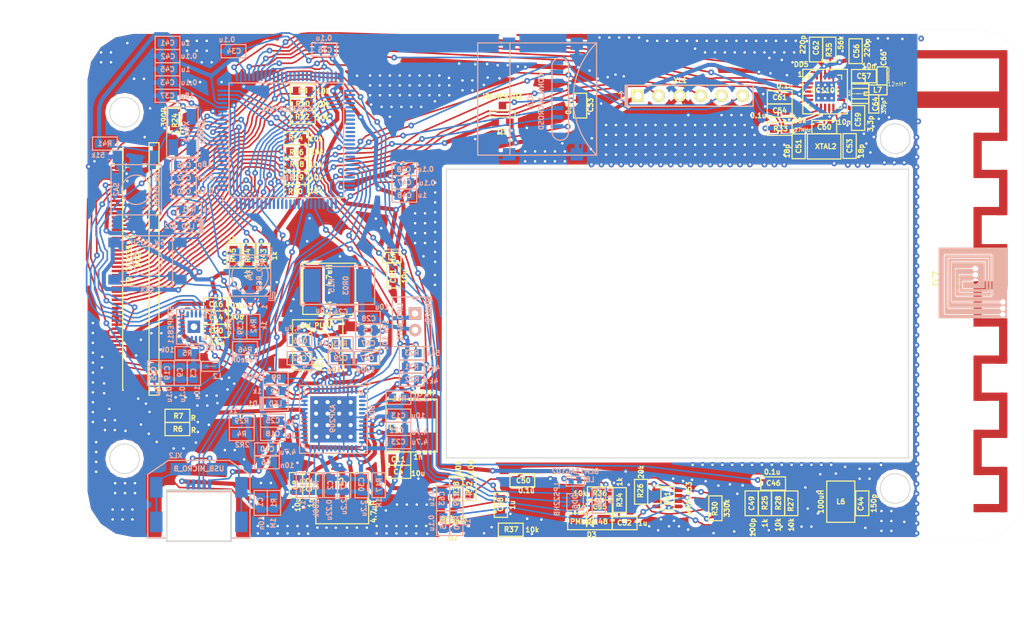
<source format=kicad_pcb>
(kicad_pcb (version 20170123) (host pcbnew "(2017-02-02 revision 8dadc18)-makepkg")
  (layers (0 F.Cu signal) (31 B.Cu signal) (36 B.SilkS user) (37 F.SilkS user) (38 B.Mask user) (39 F.Mask user) (44 Edge.Cuts user))
  (net 0 "")
  (net 1 +3V3)
  (net 2 /SD_POWER)
  (net 3 /CC_GDO0)
  (net 4 /DB4)
  (net 5 "Net-(DA1-Pad2)")
  (net 6 /klNFC_Tx)
  (net 7 "Net-(DD4-Pad13)")
  (net 8 /PWR_IRQ)
  (net 9 /SCL)
  (net 10 /SDA)
  (net 11 /DB8)
  (net 12 /DB6)
  (net 13 /DB5)
  (net 14 /PWR_UNST)
  (net 15 "Net-(DD3-Pad13)")
  (net 16 +BATT)
  (net 17 /DB3)
  (net 18 "Net-(DD3-Pad47)")
  (net 19 /DB2)
  (net 20 "Net-(DD3-Pad4)")
  (net 21 /DB1)
  (net 22 "Net-(DD3-Pad37)")
  (net 23 /DB0)
  (net 24 "Net-(DD2-Pad3)")
  (net 25 "Net-(DD4-Pad68)")
  (net 26 +5V)
  (net 27 "Net-(DA1-Pad6)")
  (net 28 +2V5)
  (net 29 /CHARGING)
  (net 30 "Net-(DD3-Pad23)")
  (net 31 "Net-(D4-Pad4)")
  (net 32 "Net-(DD4-Pad4)")
  (net 33 "Net-(DD4-Pad3)")
  (net 34 "Net-(D4-Pad5)")
  (net 35 "Net-(D4-Pad6)")
  (net 36 "Net-(DD4-Pad2)")
  (net 37 "Net-(DD4-Pad94)")
  (net 38 "Net-(DD4-Pad14)")
  (net 39 "Net-(DD1-Pad7)")
  (net 40 /TOUCH_PWR)
  (net 41 /klNFC_Rx)
  (net 42 "Net-(DD5-Pad17)")
  (net 43 /CC_CS)
  (net 44 "Net-(DD4-Pad5)")
  (net 45 "Net-(DD2-Pad2)")
  (net 46 /ANT1)
  (net 47 /RF2)
  (net 48 /RF1)
  (net 49 /LX_3)
  (net 50 /LX_2)
  (net 51 /DCDC_2)
  (net 52 "Net-(DD3-Pad45)")
  (net 53 /ANT2)
  (net 54 "Net-(DD3-Pad3)")
  (net 55 "Net-(DD3-Pad5)")
  (net 56 "Net-(DD3-Pad18)")
  (net 57 "Net-(DD3-Pad19)")
  (net 58 "Net-(DD3-Pad20)")
  (net 59 "Net-(DD3-Pad25)")
  (net 60 "Net-(DD3-Pad27)")
  (net 61 /LDO_1)
  (net 62 "Net-(DD3-Pad30)")
  (net 63 /LDO_3)
  (net 64 /CC_SCK)
  (net 65 /CC_MISO)
  (net 66 "Net-(DD5-Pad3)")
  (net 67 /CC_MOSI)
  (net 68 "Net-(DD4-Pad1)")
  (net 69 "Net-(DD4-Pad7)")
  (net 70 "Net-(DD4-Pad8)")
  (net 71 "Net-(DD4-Pad9)")
  (net 72 /TOUCH_INT)
  (net 73 /LCD_RESET)
  (net 74 /klNFC_Modulation)
  (net 75 /UART_TX)
  (net 76 /UART_RX)
  (net 77 "Net-(DD4-Pad38)")
  (net 78 "Net-(DD4-Pad39)")
  (net 79 "Net-(DD4-Pad40)")
  (net 80 "Net-(DD4-Pad41)")
  (net 81 "Net-(DD4-Pad42)")
  (net 82 "Net-(DD4-Pad43)")
  (net 83 "Net-(DD4-Pad44)")
  (net 84 "Net-(DD4-Pad45)")
  (net 85 "Net-(DD4-Pad46)")
  (net 86 /DB10)
  (net 87 /DB11)
  (net 88 /DB12)
  (net 89 /DB13)
  (net 90 /DB14)
  (net 91 /DB15)
  (net 92 "Net-(DD4-Pad55)")
  (net 93 "Net-(DD4-Pad56)")
  (net 94 "Net-(DD4-Pad57)")
  (net 95 "Net-(DD4-Pad58)")
  (net 96 "Net-(DD4-Pad59)")
  (net 97 "Net-(DD4-Pad60)")
  (net 98 "Net-(DD4-Pad61)")
  (net 99 "Net-(DD4-Pad62)")
  (net 100 /LCD_WR)
  (net 101 /LCD_RD)
  (net 102 /SD_DAT0)
  (net 103 /SD_DAT1)
  (net 104 /USB_D-)
  (net 105 /USB_D+)
  (net 106 /SWD_IO)
  (net 107 /SWD_CLK)
  (net 108 /SD_DAT2)
  (net 109 /SD_DAT3)
  (net 110 /SD_CLK)
  (net 111 /SD_CMD)
  (net 112 "Net-(DD4-Pad85)")
  (net 113 "Net-(DD4-Pad86)")
  (net 114 "Net-(DD4-Pad87)")
  (net 115 "Net-(DD4-Pad88)")
  (net 116 /DB7)
  (net 117 /DB9)
  (net 118 /LCD_CS)
  (net 119 /LCD_D/I_SLC)
  (net 120 /LCD_Y-)
  (net 121 "Net-(DD1-Pad8)")
  (net 122 "Net-(DD1-Pad11)")
  (net 123 "Net-(DD1-Pad12)")
  (net 124 /LCD_X+)
  (net 125 /LCD_Y+)
  (net 126 /LCD_X-)
  (net 127 "Net-(DD2-Pad4)")
  (net 128 "Net-(DD2-Pad5)")
  (net 129 "Net-(DD2-Pad6)")
  (net 130 "Net-(DD2-Pad33)")
  (net 131 "Net-(DD2-Pad39)")
  (net 132 "Net-(C1-Pad1)")
  (net 133 "Net-(C10-Pad2)")
  (net 134 "Net-(C17-Pad1)")
  (net 135 "Net-(C18-Pad1)")
  (net 136 "Net-(C24-Pad1)")
  (net 137 "Net-(C27-Pad1)")
  (net 138 "Net-(C33-Pad1)")
  (net 139 "Net-(C36-Pad1)")
  (net 140 "Net-(C37-Pad1)")
  (net 141 "Net-(C44-Pad1)")
  (net 142 "Net-(C49-Pad1)")
  (net 143 "Net-(C49-Pad2)")
  (net 144 "Net-(C50-Pad2)")
  (net 145 "Net-(C51-Pad1)")
  (net 146 "Net-(C52-Pad2)")
  (net 147 "Net-(C52-Pad1)")
  (net 148 "Net-(C53-Pad1)")
  (net 149 "Net-(C54-Pad1)")
  (net 150 "Net-(C55-Pad1)")
  (net 151 "Net-(C58-Pad2)")
  (net 152 "Net-(D1-PadC)")
  (net 153 "Net-(D2-PadA)")
  (net 154 VGND)
  (net 155 "Net-(DA1-Pad4)")
  (net 156 +3V3_120mA)
  (net 157 "Net-(C68-Pad1)")
  (net 158 /PRESSURE_INT)
  (net 159 GNDS)
  (net 160 GNDA)
  (net 161 "Net-(DD4-Pad67)")
  (net 162 MCU_PWR)
  (module ANT_868_INV_F:ANTENNA_868_INV_F_SHARP (layer F.Cu) (at 199.482 52.9814 270)
    (fp_text reference D7 (at 27.2 -4.01 270) (layer F.SilkS))
    (fp_text value ANT (at 27.2 -6.55 270) (layer F.SilkS))
    (fp_line (start 55.4 -9) (end 55.4 -8.5) (layer F.Cu) (width 0.2))
    (fp_line (start 55.4 -8.5) (end 54.6 -8.5) (layer F.Cu) (width 0.2))
    (fp_line (start 54.6 -8.5) (end 54.6 -9) (layer F.Cu) (width 0.2))
    (fp_line (start 55.4 -11.7) (end 55.4 -12.4) (layer F.Cu) (width 0.2))
    (fp_line (start 55.4 -12.4) (end 50.1 -12.4) (layer F.Cu) (width 0.2))
    (fp_line (start 50.1 -12.4) (end 50.1 -11.5) (layer F.Cu) (width 0.2))
    (fp_line (start 50.1 -11.5) (end 50.9 -9.5) (layer F.Cu) (width 0.2))
    (fp_line (start 50.9 -9.5) (end 50.9 -8.5) (layer F.Cu) (width 0.2))
    (fp_line (start 50.9 -8.5) (end 50 -8.5) (layer F.Cu) (width 0.2))
    (fp_line (start 50 -8.5) (end 46.3 -8.5) (layer F.Cu) (width 0.2))
    (fp_line (start 46.3 -8.5) (end 45.6 -8.5) (layer F.Cu) (width 0.2))
    (fp_line (start 45.6 -8.5) (end 45.6 -9.3) (layer F.Cu) (width 0.2))
    (fp_line (start 46.4 -11.8) (end 46.4 -12.4) (layer F.Cu) (width 0.2))
    (fp_line (start 46.4 -12.4) (end 45.7 -12.4) (layer F.Cu) (width 0.2))
    (fp_line (start 45.7 -12.4) (end 41.1 -12.4) (layer F.Cu) (width 0.2))
    (fp_line (start 41.1 -12.4) (end 41.1 -11.6) (layer F.Cu) (width 0.2))
    (fp_line (start 41.9 -10) (end 41.9 -8.5) (layer F.Cu) (width 0.2))
    (fp_line (start 41.9 -8.5) (end 40.9 -8.5) (layer F.Cu) (width 0.2))
    (fp_line (start 37.2 -8.5) (end 36.6 -8.5) (layer F.Cu) (width 0.2))
    (fp_line (start 36.6 -8.5) (end 36.6 -9) (layer F.Cu) (width 0.2))
    (fp_line (start 36.6 -9) (end 37.4 -11.3) (layer F.Cu) (width 0.2))
    (fp_line (start 37.4 -11.3) (end 37.4 -12.4) (layer F.Cu) (width 0.2))
    (fp_line (start 37.4 -12.4) (end 36.7 -12.4) (layer F.Cu) (width 0.2))
    (fp_line (start 32.6 -12.4) (end 32.1 -12.4) (layer F.Cu) (width 0.2))
    (fp_line (start 32.1 -12.4) (end 32.1 -11.5) (layer F.Cu) (width 0.2))
    (fp_line (start 32.9 -9.4) (end 32.9 -8.5) (layer F.Cu) (width 0.2))
    (fp_line (start 32.9 -8.5) (end 31.6 -8.5) (layer F.Cu) (width 0.2))
    (fp_line (start 28.6 -8.5) (end 27.6 -8.5) (layer F.Cu) (width 0.2))
    (fp_line (start 27.6 -8.5) (end 27.6 -9.1) (layer F.Cu) (width 0.2))
    (fp_line (start 28.4 -11.5) (end 28.4 -12.4) (layer F.Cu) (width 0.2))
    (fp_line (start 28.4 -12.4) (end 27.6 -12.4) (layer F.Cu) (width 0.2))
    (fp_line (start 27.6 -12.4) (end 23.8 -12.4) (layer F.Cu) (width 0.2))
    (fp_line (start 23.8 -12.4) (end 23.1 -12.4) (layer F.Cu) (width 0.2))
    (fp_line (start 23.1 -12.4) (end 23.1 -11.9) (layer F.Cu) (width 0.2))
    (fp_line (start 23.1 -11.9) (end 23.9 -9) (layer F.Cu) (width 0.2))
    (fp_line (start 23.9 -9) (end 23.9 -8.5) (layer F.Cu) (width 0.2))
    (fp_line (start 23.9 -8.5) (end 23 -8.5) (layer F.Cu) (width 0.2))
    (fp_line (start 23 -8.5) (end 19.6 -8.5) (layer F.Cu) (width 0.2))
    (fp_line (start 19.6 -8.5) (end 18.6 -8.5) (layer F.Cu) (width 0.2))
    (fp_line (start 18.6 -8.5) (end 18.6 -9.1) (layer F.Cu) (width 0.2))
    (fp_line (start 18.6 -9.1) (end 19.4 -11.3) (layer F.Cu) (width 0.2))
    (fp_line (start 19.4 -11.3) (end 19.4 -12.4) (layer F.Cu) (width 0.2))
    (fp_line (start 19.4 -12.4) (end 18.4 -12.4) (layer F.Cu) (width 0.2))
    (fp_line (start 18.4 -12.4) (end 14.6 -12.4) (layer F.Cu) (width 0.2))
    (fp_line (start 14.6 -12.4) (end 14.1 -12.4) (layer F.Cu) (width 0.2))
    (fp_line (start 14.1 -12.4) (end 14.1 -11.9) (layer F.Cu) (width 0.2))
    (fp_line (start 14.9 -9) (end 14.9 -8.5) (layer F.Cu) (width 0.2))
    (fp_line (start 14.9 -8.5) (end 14.3 -8.5) (layer F.Cu) (width 0.2))
    (fp_line (start 14.3 -8.5) (end 10.1 -8.5) (layer F.Cu) (width 0.2))
    (fp_line (start 10.1 -8.5) (end 9.6 -8.5) (layer F.Cu) (width 0.2))
    (fp_line (start 9.6 -8.5) (end 9.6 -9.1) (layer F.Cu) (width 0.2))
    (fp_line (start 10.4 -11.5) (end 10.4 -12.4) (layer F.Cu) (width 0.2))
    (fp_line (start 10.4 -12.4) (end 9.7 -12.4) (layer F.Cu) (width 0.2))
    (fp_line (start 9.7 -12.4) (end 0.1 -12.4) (layer F.Cu) (width 0.2))
    (fp_line (start 0.1 -12.4) (end -0.4 -12.4) (layer F.Cu) (width 0.2))
    (fp_line (start -0.4 -12.4) (end -0.4 -11.9) (layer F.Cu) (width 0.2))
    (fp_line (start 5.5 0.8) (end 5.5 -11.5) (layer F.Cu) (width 2))
    (fp_line (start 10 -8.9) (end 14.5 -8.9) (layer F.Cu) (width 1))
    (fp_line (start 14.5 -8.9) (end 14.5 -12) (layer F.Cu) (width 1))
    (fp_line (start 14.5 -12) (end 19 -12) (layer F.Cu) (width 1))
    (fp_line (start 19 -12) (end 19 -8.9) (layer F.Cu) (width 1))
    (fp_line (start 19 -8.9) (end 23.5 -8.9) (layer F.Cu) (width 1))
    (fp_line (start 23.5 -9) (end 23.5 -12) (layer F.Cu) (width 1))
    (fp_line (start 23.5 -12) (end 28 -12) (layer F.Cu) (width 1))
    (fp_line (start 28 -12) (end 28 -9) (layer F.Cu) (width 1))
    (fp_line (start 28 -8.9) (end 32.5 -8.9) (layer F.Cu) (width 1))
    (fp_line (start 32.5 -8.9) (end 32.5 -12) (layer F.Cu) (width 1))
    (fp_line (start 32.5 -12) (end 37 -12) (layer F.Cu) (width 1))
    (fp_line (start 37 -12) (end 37 -8.9) (layer F.Cu) (width 1))
    (fp_line (start 37 -8.9) (end 41.5 -8.9) (layer F.Cu) (width 1))
    (fp_line (start 41.5 -8.9) (end 41.5 -12) (layer F.Cu) (width 1))
    (fp_line (start 41.5 -12) (end 46 -12) (layer F.Cu) (width 1))
    (fp_line (start 46 -12) (end 46 -8.9) (layer F.Cu) (width 1))
    (fp_line (start 46 -8.9) (end 50.5 -8.9) (layer F.Cu) (width 1))
    (fp_line (start 50.5 -8.9) (end 50.5 -12) (layer F.Cu) (width 1))
    (fp_line (start 50.5 -12) (end 55 -12) (layer F.Cu) (width 1))
    (fp_line (start 55 -12) (end 55 -8.9) (layer F.Cu) (width 1))
    (fp_line (start 0 0.8) (end 0 -12) (layer F.Cu) (width 1))
    (fp_line (start 0 -12) (end 5 -12) (layer F.Cu) (width 1))
    (fp_line (start 6 -12) (end 10 -12) (layer F.Cu) (width 1))
    (fp_line (start 10 -12) (end 10 -8.9) (layer F.Cu) (width 1))
    (pad ~ smd circle (at 5.5 0.8 270) (size 2.524 2.524) (layers F.Cu F.Mask) (net 53 /ANT2))
    (pad GND smd circle (at 0 0.8 270) (size 1.524 1.524) (layers F.Cu F.Mask) (net 159 GNDS))
  )
  (module Inductors:IND_1812 (layer F.Cu) (at 191.8 107.2 90)
    (fp_text reference L6 (at 0 0 180) (layer F.SilkS) (effects (font (size 0.6 0.6))))
    (fp_text value 100uH (at 0 -2.4 270) (layer F.SilkS) (effects (font (size 0.6 0.6))))
    (pad 1 smd rect (at -1.5 0 90) (size 1.5 3) (layers F.Cu F.Mask) (net 141 "Net-(C44-Pad1)"))
    (pad 2 smd rect (at 1.5 0 90) (size 1.5 3) (layers F.Cu F.Mask) (net 159 GNDS))
  )
  (module Inductors:IND_SDR0604 (layer F.Cu) (at 131.377 106.775)
    (fp_text reference L3 (at -0.2 -2 -90) (layer F.SilkS) (effects (font (size 0.59944 0.59944) (thickness 0.14986))))
    (fp_text value 4.7uH (at 3.823 1.625 -90) (layer F.SilkS) (effects (font (size 0.635 0.635) (thickness 0.16002))))
    (pad 1 smd rect (at -1.92532 0) (size 2.14884 5.79882) (layers F.Cu F.Mask) (net 1 +3V3))
    (pad 2 smd rect (at 1.92532 0) (size 2.14884 5.79882) (layers F.Cu F.Mask) (net 49 /LX_3))
  )
  (module Inductors:IND_SDR0604 (layer F.Cu) (at 129.8 81.4)
    (fp_text reference L4 (at 0 2 90) (layer F.SilkS) (effects (font (size 0.59944 0.59944) (thickness 0.14986))))
    (fp_text value 4.7uH (at 0 -1.6 90) (layer F.SilkS) (effects (font (size 0.635 0.635) (thickness 0.16002))))
    (pad 2 smd rect (at 1.92532 0) (size 2.14884 5.79882) (layers F.Cu F.Mask) (net 52 "Net-(DD3-Pad45)"))
    (pad 1 smd rect (at -1.92532 0) (size 2.14884 5.79882) (layers F.Cu F.Mask) (net 136 "Net-(C24-Pad1)"))
  )
  (module Inductors:IND_SDR0604 (layer F.Cu) (at 139.777 97.975 90)
    (fp_text reference L1 (at -0.2 -2.2) (layer F.SilkS) (effects (font (size 0.59944 0.59944) (thickness 0.14986))))
    (fp_text value 4.7uH (at 3.975 1.423) (layer F.SilkS) (effects (font (size 0.635 0.635) (thickness 0.16002))))
    (pad 1 smd rect (at -1.92532 0 90) (size 2.14884 5.79882) (layers F.Cu F.Mask) (net 51 /DCDC_2))
    (pad 2 smd rect (at 1.92532 0 90) (size 2.14884 5.79882) (layers F.Cu F.Mask) (net 50 /LX_2))
  )
  (module LGA:10_2X2 (layer B.Cu) (at 159.6 107.225 90)
    (fp_text reference DD6 (at 0.025 0 90) (layer B.SilkS) (effects (font (size 0.6 0.6)) (justify mirror)))
    (fp_text value LPS22HB (at 0.3 -2.2 90) (layer B.SilkS) (effects (font (size 0.6 0.6)) (justify mirror)))
    (fp_text user 1 (at -1.5 1.25 90) (layer B.SilkS) (effects (font (size 0.6 0.6)) (justify mirror)))
    (pad 1 smd rect (at -1.125 0.25) (size 0.25 1) (layers B.Cu B.Mask) (net 157 "Net-(C68-Pad1)"))
    (pad 2 smd roundrect (at -1.125 -0.25) (size 0.25 1) (layers B.Cu B.Mask) (net 9 /SCL))
    (pad 3 smd roundrect (at -0.5 -1.125 90) (size 0.25 1) (layers B.Cu B.Mask) (net 159 GNDS))
    (pad 4 smd roundrect (at 0 -1.125 90) (size 0.25 1) (layers B.Cu B.Mask) (net 10 /SDA))
    (pad 5 smd roundrect (at 0.5 -1.125 90) (size 0.25 1) (layers B.Cu B.Mask) (net 159 GNDS))
    (pad 6 smd roundrect (at 1.125 -0.25) (size 0.25 1) (layers B.Cu B.Mask) (net 157 "Net-(C68-Pad1)"))
    (pad 7 smd roundrect (at 1.125 0.25) (size 0.25 1) (layers B.Cu B.Mask) (net 158 /PRESSURE_INT))
    (pad 8 smd roundrect (at 0.5 1.125 90) (size 0.25 1) (layers B.Cu B.Mask) (net 159 GNDS))
    (pad 9 smd roundrect (at 0 1.125 90) (size 0.25 1) (layers B.Cu B.Mask) (net 159 GNDS))
    (pad 10 smd roundrect (at -0.5 1.125 90) (size 0.25 1) (layers B.Cu B.Mask) (net 157 "Net-(C68-Pad1)"))
  )
  (module Resistors:RES_2512 (layer B.Cu) (at 130.8 81 180)
    (fp_text reference R15 (at 0.7 0 90) (layer B.SilkS) (effects (font (size 0.6 0.6)) (justify mirror)))
    (fp_text value 0R03 (at -1 0 90) (layer B.SilkS) (effects (font (size 0.6 0.6)) (justify mirror)))
    (pad 1 smd rect (at -3.1 0) (size 2.1 4) (layers B.Cu B.Mask) (net 16 +BATT))
    (pad 2 smd rect (at 3.1 0) (size 2.1 4) (layers B.Cu B.Mask) (net 136 "Net-(C24-Pad1)"))
  )
  (module SOT:SOT23-8 (layer F.Cu) (at 170.8 106.8 270)
    (fp_text reference DA1 (at 0 0 270) (layer F.SilkS) (effects (font (size 0.6 0.6))))
    (fp_text value MAX4453 (at 0 -2.6 270) (layer F.SilkS) (effects (font (size 0.6 0.6))))
    (fp_text user 1 (at -1.6 1.4 270) (layer F.SilkS) (effects (font (size 0.6 0.6))))
    (pad 1 smd rect (at -0.97536 1.30048 270) (size 0.44958 1.09982) (layers F.Cu F.Mask) (net 143 "Net-(C49-Pad2)"))
    (pad 2 smd oval (at -0.32512 1.30048 270) (size 0.44958 1.09982) (layers F.Cu F.Mask) (net 5 "Net-(DA1-Pad2)"))
    (pad 3 smd oval (at 0.32512 1.30048 270) (size 0.44958 1.09982) (layers F.Cu F.Mask) (net 154 VGND))
    (pad 8 smd oval (at -0.97536 -1.30048 270) (size 0.44958 1.09982) (layers F.Cu F.Mask) (net 144 "Net-(C50-Pad2)"))
    (pad 5 smd oval (at 0.97536 -1.30048 270) (size 0.44958 1.09982) (layers F.Cu F.Mask) (net 154 VGND))
    (pad 6 smd oval (at 0.32512 -1.30048 270) (size 0.44958 1.09982) (layers F.Cu F.Mask) (net 27 "Net-(DA1-Pad6)"))
    (pad 4 smd oval (at 0.97536 1.30048 270) (size 0.44958 1.09982) (layers F.Cu F.Mask) (net 155 "Net-(DA1-Pad4)"))
    (pad 7 smd oval (at -0.32512 -1.30048 270) (size 0.44958 1.09982) (layers F.Cu F.Mask) (net 146 "Net-(C52-Pad2)"))
  )
  (module Capacitors:CAP_0603 (layer B.Cu) (at 162.47 107.084 90)
    (fp_text reference C68 (at 0 0 90) (layer B.SilkS) (effects (font (size 0.6 0.6)) (justify mirror)))
    (fp_text value 0.1u (at 0.6 1.4 90) (layer B.SilkS) (effects (font (size 0.6 0.6)) (justify mirror)))
    (pad 1 smd rect (at -0.762 0 90) (size 0.889 1.016) (layers B.Cu B.Mask) (net 157 "Net-(C68-Pad1)"))
    (pad 2 smd rect (at 0.762 0 90) (size 0.889 1.016) (layers B.Cu B.Mask) (net 159 GNDS))
  )
  (module "Connectors:WB-02(MW-2M)" (layer B.Cu) (at 140.2 85.4 270)
    (fp_text reference LIPO_BAT1 (at 0 1.8 270) (layer B.SilkS) (effects (font (size 0.6 0.6)) (justify mirror)))
    (fp_text value DW02R (at -1.4 -1.6 270) (layer B.SilkS) (effects (font (size 0.6 0.6)) (justify mirror)))
    (pad 1 thru_hole rect (at -1 0 270) (size 1.5 1.5) (drill 0.8) (layers *.Cu *.Mask B.SilkS) (net 16 +BATT))
    (pad 2 thru_hole circle (at 1 0 270) (size 1.5 1.5) (drill 0.8) (layers *.Cu *.Mask B.SilkS) (net 160 GNDA))
  )
  (module Inductors:IND_0402 (layer B.Cu) (at 159.619 104.72)
    (fp_text reference L8 (at 1.8 -0.2) (layer B.SilkS) (effects (font (size 0.6 0.6)) (justify mirror)))
    (fp_text value BLM15AG102 (at 0 -1.2) (layer B.SilkS) (effects (font (size 0.6 0.6)) (justify mirror)))
    (pad 1 smd rect (at -0.5 0) (size 0.6 0.6) (layers B.Cu B.Mask) (net 157 "Net-(C68-Pad1)"))
    (pad 2 smd rect (at 0.5 0) (size 0.6 0.6) (layers B.Cu B.Mask) (net 1 +3V3))
  )
  (module QFN_DFN:QFN16_4x4_H (layer B.Cu) (at 113.4 86 180)
    (fp_text reference DD1 (at -2.2 -2.6 180) (layer B.SilkS) (effects (font (size 0.6 0.6)) (justify mirror)))
    (fp_text value STMPE811 (at 2.8 0.2 -90) (layer B.SilkS) (effects (font (size 0.6 0.6)) (justify mirror)))
    (fp_text user 1 (at -2.5 1.7 180) (layer B.SilkS) (effects (font (size 0.6 0.6)) (justify mirror)))
    (pad 1 smd rect (at -1.5 0.75 180) (size 0.8 0.3) (layers B.Cu B.Mask) (net 120 /LCD_Y-))
    (pad 2 smd oval (at -1.5 0.25 180) (size 0.8 0.3) (layers B.Cu B.Mask) (net 72 /TOUCH_INT))
    (pad 3 smd oval (at -1.5 -0.25 180) (size 0.8 0.3) (layers B.Cu B.Mask) (net 159 GNDS))
    (pad 4 smd oval (at -1.5 -0.75 180) (size 0.8 0.3) (layers B.Cu B.Mask) (net 9 /SCL))
    (pad 5 smd oval (at -0.75 -1.5 90) (size 0.8 0.3) (layers B.Cu B.Mask) (net 10 /SDA))
    (pad 6 smd oval (at -0.25 -1.5 90) (size 0.8 0.3) (layers B.Cu B.Mask) (net 40 /TOUCH_PWR))
    (pad 7 smd oval (at 0.25 -1.5 90) (size 0.8 0.3) (layers B.Cu B.Mask) (net 39 "Net-(DD1-Pad7)"))
    (pad 8 smd oval (at 0.75 -1.5 90) (size 0.8 0.3) (layers B.Cu B.Mask) (net 121 "Net-(DD1-Pad8)"))
    (pad 9 smd oval (at 1.5 -0.75 180) (size 0.8 0.3) (layers B.Cu B.Mask) (net 159 GNDS))
    (pad 10 smd oval (at 1.5 -0.25 180) (size 0.8 0.3) (layers B.Cu B.Mask) (net 159 GNDS))
    (pad 11 smd oval (at 1.5 0.25 180) (size 0.8 0.3) (layers B.Cu B.Mask) (net 122 "Net-(DD1-Pad11)"))
    (pad 12 smd oval (at 1.5 0.75 180) (size 0.8 0.3) (layers B.Cu B.Mask) (net 123 "Net-(DD1-Pad12)"))
    (pad 13 smd oval (at 0.75 1.5 90) (size 0.8 0.3) (layers B.Cu B.Mask) (net 124 /LCD_X+))
    (pad 14 smd oval (at 0.25 1.5 90) (size 0.8 0.3) (layers B.Cu B.Mask) (net 40 /TOUCH_PWR))
    (pad 15 smd oval (at -0.25 1.5 90) (size 0.8 0.3) (layers B.Cu B.Mask) (net 125 /LCD_Y+))
    (pad 16 smd oval (at -0.75 1.5 90) (size 0.8 0.3) (layers B.Cu B.Mask) (net 126 /LCD_X-))
    (pad H thru_hole rect (at 0 0 180) (size 1.5 1.5) (drill 0.8) (layers *.Cu B.Mask))
  )
  (module Quartz:03225C4 (layer F.Cu) (at 189.784 64.1458)
    (fp_text reference XTAL2 (at 0.2 0) (layer F.SilkS) (effects (font (size 0.59944 0.59944) (thickness 0.14986))))
    (fp_text value 27MHz (at -2.6 -2) (layer F.SilkS) (effects (font (size 0.4 0.4) (thickness 0.1))))
    (pad 1 smd rect (at -1.1 0.8) (size 1.4 1) (layers F.Cu F.Mask) (net 145 "Net-(C51-Pad1)"))
    (pad H smd rect (at 1.1 0.8) (size 1.4 1) (layers F.Cu F.Mask) (net 159 GNDS))
    (pad 2 smd rect (at 1.1 -0.8) (size 1.4 1) (layers F.Cu F.Mask) (net 148 "Net-(C53-Pad1)"))
    (pad H smd rect (at -1.1 -0.8) (size 1.4 1) (layers F.Cu F.Mask) (net 159 GNDS))
  )
  (module Capacitors:CAP_0402 (layer F.Cu) (at 196.8 55.6 90)
    (fp_text reference C66 (at 2.1 0.2 90) (layer F.SilkS) (effects (font (size 0.6 0.6))))
    (fp_text value DoNotMount (at 0.2 0.8 90) (layer F.SilkS) (effects (font (size 0.2 0.2) (thickness 0.05))))
    (pad 2 smd rect (at 0.5 0 90) (size 0.6 0.6) (layers F.Cu F.Mask) (net 159 GNDS))
    (pad 1 smd rect (at -0.5 0 90) (size 0.6 0.6) (layers F.Cu F.Mask) (net 53 /ANT2))
  )
  (module Capacitors:CAP_0402 (layer F.Cu) (at 195.8 59 270)
    (fp_text reference C64 (at 0 -0.2 270) (layer F.SilkS) (effects (font (size 0.6 0.6))))
    (fp_text value 3.9p* (at 0.2 -1.2 270) (layer F.SilkS) (effects (font (size 0.5 0.5) (thickness 0.125))))
    (pad 1 smd rect (at -0.5 0 270) (size 0.6 0.6) (layers F.Cu F.Mask) (net 46 /ANT1))
    (pad 2 smd rect (at 0.5 0 270) (size 0.6 0.6) (layers F.Cu F.Mask) (net 159 GNDS))
  )
  (module BtnsSwitches:BTN_6x6_4x4 (layer B.Cu) (at 107.77 78.0336)
    (fp_text reference SA3 (at 0 3.6) (layer B.SilkS) (effects (font (size 0.6 0.6)) (justify mirror)))
    (fp_text value SW_PUSH (at 0.03 -2.2336) (layer B.SilkS) (effects (font (size 0.6 0.6)) (justify mirror)))
    (pad 2 smd rect (at 3 -1.85) (size 1 1.1) (layers B.Cu B.Mask) (net 162 MCU_PWR))
    (pad 1 smd rect (at 3 1.85) (size 1 1.1) (layers B.Cu B.Mask) (net 37 "Net-(DD4-Pad94)"))
    (pad 2 smd rect (at -3 -1.85) (size 1 1.1) (layers B.Cu B.Mask) (net 162 MCU_PWR))
    (pad 1 smd rect (at -3 1.85) (size 1 1.1) (layers B.Cu B.Mask) (net 37 "Net-(DD4-Pad94)"))
    (pad 2 smd rect (at -4 -2.25) (size 1.5 1.2) (layers B.Cu B.Mask) (net 162 MCU_PWR))
    (pad 1 smd rect (at -4 2.25) (size 1.5 1.2) (layers B.Cu B.Mask) (net 37 "Net-(DD4-Pad94)"))
    (pad 2 smd rect (at 4 -2.25) (size 1.5 1.2) (layers B.Cu B.Mask) (net 162 MCU_PWR))
    (pad 1 smd rect (at 4 2.25) (size 1.5 1.2) (layers B.Cu B.Mask) (net 37 "Net-(DD4-Pad94)"))
  )
  (module BtnsSwitches:BTN_6x6_4x4 (layer B.Cu) (at 106.4 69.4 270)
    (fp_text reference SA2 (at -0.05 2.4 270) (layer B.SilkS) (effects (font (size 0.6 0.6)) (justify mirror)))
    (fp_text value SW_PUSH (at -0.15 -2.5 270) (layer B.SilkS) (effects (font (size 0.6 0.6)) (justify mirror)))
    (pad 2 smd rect (at 3 -1.85 270) (size 1 1.1) (layers B.Cu B.Mask) (net 38 "Net-(DD4-Pad14)"))
    (pad 1 smd rect (at 3 1.85 270) (size 1 1.1) (layers B.Cu B.Mask) (net 159 GNDS))
    (pad 2 smd rect (at -3 -1.85 270) (size 1 1.1) (layers B.Cu B.Mask) (net 38 "Net-(DD4-Pad14)"))
    (pad 1 smd rect (at -3 1.85 270) (size 1 1.1) (layers B.Cu B.Mask) (net 159 GNDS))
    (pad 2 smd rect (at -4 -2.25 270) (size 1.5 1.2) (layers B.Cu B.Mask) (net 38 "Net-(DD4-Pad14)"))
    (pad 1 smd rect (at -4 2.25 270) (size 1.5 1.2) (layers B.Cu B.Mask) (net 159 GNDS))
    (pad 2 smd rect (at 4 -2.25 270) (size 1.5 1.2) (layers B.Cu B.Mask) (net 38 "Net-(DD4-Pad14)"))
    (pad 1 smd rect (at 4 2.25 270) (size 1.5 1.2) (layers B.Cu B.Mask) (net 159 GNDS))
  )
  (module BtnsSwitches:BTN_6x6_4x4 (layer F.Cu) (at 128.4 88.2 180)
    (fp_text reference SA1 (at 0 -2.4 180) (layer F.SilkS) (effects (font (size 0.6 0.6))))
    (fp_text value SW_PUSH (at 0.034 2.336 180) (layer F.SilkS) (effects (font (size 0.6 0.6))))
    (pad 1 smd rect (at 4 -2.25 180) (size 1.5 1.2) (layers F.Cu F.Mask) (net 137 "Net-(C27-Pad1)"))
    (pad 2 smd rect (at 4 2.25 180) (size 1.5 1.2) (layers F.Cu F.Mask) (net 160 GNDA))
    (pad 1 smd rect (at -4 -2.25 180) (size 1.5 1.2) (layers F.Cu F.Mask) (net 137 "Net-(C27-Pad1)"))
    (pad 2 smd rect (at -4 2.25 180) (size 1.5 1.2) (layers F.Cu F.Mask) (net 160 GNDA))
    (pad 1 smd rect (at -3 -1.85 180) (size 1 1.1) (layers F.Cu F.Mask) (net 137 "Net-(C27-Pad1)"))
    (pad 2 smd rect (at -3 1.85 180) (size 1 1.1) (layers F.Cu F.Mask) (net 160 GNDA))
    (pad 1 smd rect (at 3 -1.85 180) (size 1 1.1) (layers F.Cu F.Mask) (net 137 "Net-(C27-Pad1)"))
    (pad 2 smd rect (at 3 1.85 180) (size 1 1.1) (layers F.Cu F.Mask) (net 160 GNDA))
  )
  (module Capacitors:CAP_0603 (layer B.Cu) (at 126.2 87.6 180)
    (fp_text reference C26 (at -0.1 -0.1 180) (layer B.SilkS) (effects (font (size 0.6 0.6)) (justify mirror)))
    (fp_text value 4.7u (at 0.8 1.4 180) (layer B.SilkS) (effects (font (size 0.6 0.6)) (justify mirror)))
    (pad 2 smd rect (at 0.762 0 180) (size 0.889 1.016) (layers B.Cu B.Mask) (net 160 GNDA))
    (pad 1 smd rect (at -0.762 0 180) (size 0.889 1.016) (layers B.Cu B.Mask) (net 14 /PWR_UNST))
  )
  (module Capacitors:CAP_0603 (layer B.Cu) (at 112.2 66.4)
    (fp_text reference C36 (at 0 0) (layer B.SilkS) (effects (font (size 0.6 0.6)) (justify mirror)))
    (fp_text value 18p (at 2.5 -0.1) (layer B.SilkS) (effects (font (size 0.6 0.6)) (justify mirror)))
    (pad 1 smd rect (at -0.762 0) (size 0.889 1.016) (layers B.Cu B.Mask) (net 139 "Net-(C36-Pad1)"))
    (pad 2 smd rect (at 0.762 0) (size 0.889 1.016) (layers B.Cu B.Mask) (net 159 GNDS))
  )
  (module Capacitors:CAP_0603 (layer B.Cu) (at 110.2 58 180)
    (fp_text reference C37 (at 0 0 180) (layer B.SilkS) (effects (font (size 0.6 0.6)) (justify mirror)))
    (fp_text value 18p (at -2.4 0 180) (layer B.SilkS) (effects (font (size 0.6 0.6)) (justify mirror)))
    (pad 2 smd rect (at 0.762 0 180) (size 0.889 1.016) (layers B.Cu B.Mask) (net 159 GNDS))
    (pad 1 smd rect (at -0.762 0 180) (size 0.889 1.016) (layers B.Cu B.Mask) (net 140 "Net-(C37-Pad1)"))
  )
  (module Capacitors:CAP_0603 (layer B.Cu) (at 138.907 66.9077 180)
    (fp_text reference C38 (at 0.05 -0.05 180) (layer B.SilkS) (effects (font (size 0.6 0.6)) (justify mirror)))
    (fp_text value 0.1u (at -2.575 0 180) (layer B.SilkS) (effects (font (size 0.6 0.6)) (justify mirror)))
    (pad 1 smd rect (at -0.762 0 180) (size 0.889 1.016) (layers B.Cu B.Mask) (net 162 MCU_PWR))
    (pad 2 smd rect (at 0.762 0 180) (size 0.889 1.016) (layers B.Cu B.Mask) (net 159 GNDS))
  )
  (module Capacitors:CAP_0603 (layer B.Cu) (at 119 86 270)
    (fp_text reference C39 (at 0.1 -0.05 270) (layer B.SilkS) (effects (font (size 0.6 0.6)) (justify mirror)))
    (fp_text value 0.1u (at 0 1.4 270) (layer B.SilkS) (effects (font (size 0.6 0.6)) (justify mirror)))
    (pad 2 smd rect (at 0.762 0 270) (size 0.889 1.016) (layers B.Cu B.Mask) (net 159 GNDS))
    (pad 1 smd rect (at -0.762 0 270) (size 0.889 1.016) (layers B.Cu B.Mask) (net 162 MCU_PWR))
  )
  (module Capacitors:CAP_0603 (layer B.Cu) (at 112.2 69.6 180)
    (fp_text reference C40 (at 0 0 180) (layer B.SilkS) (effects (font (size 0.6 0.6)) (justify mirror)))
    (fp_text value 0.1u (at -2.6 0 180) (layer B.SilkS) (effects (font (size 0.6 0.6)) (justify mirror)))
    (pad 1 smd rect (at -0.762 0 180) (size 0.889 1.016) (layers B.Cu B.Mask) (net 162 MCU_PWR))
    (pad 2 smd rect (at 0.762 0 180) (size 0.889 1.016) (layers B.Cu B.Mask) (net 159 GNDS))
  )
  (module Capacitors:CAP_0603 (layer F.Cu) (at 153.2 104.6 180)
    (fp_text reference C50 (at -0.12 -0.05 180) (layer F.SilkS) (effects (font (size 0.6 0.6))))
    (fp_text value 0.1u (at -0.5 -1.25 180) (layer F.SilkS) (effects (font (size 0.6 0.6))))
    (pad 2 smd rect (at 0.762 0 180) (size 0.889 1.016) (layers F.Cu F.Mask) (net 144 "Net-(C50-Pad2)"))
    (pad 1 smd rect (at -0.762 0 180) (size 0.889 1.016) (layers F.Cu F.Mask) (net 159 GNDS))
  )
  (module Capacitors:CAP_0603 (layer B.Cu) (at 110.2 51.6 180)
    (fp_text reference C42 (at -0.05 -1.65 180) (layer B.SilkS) (effects (font (size 0.6 0.6)) (justify mirror)))
    (fp_text value 1u (at -2.2 0 180) (layer B.SilkS) (effects (font (size 0.6 0.6)) (justify mirror)))
    (pad 1 smd rect (at -0.762 0 180) (size 0.889 1.016) (layers B.Cu B.Mask) (net 162 MCU_PWR))
    (pad 2 smd rect (at 0.762 0 180) (size 0.889 1.016) (layers B.Cu B.Mask) (net 159 GNDS))
  )
  (module Capacitors:CAP_0603 (layer B.Cu) (at 110.2 56.4 180)
    (fp_text reference C43 (at 0 0 180) (layer B.SilkS) (effects (font (size 0.6 0.6)) (justify mirror)))
    (fp_text value 0.1u (at -2.6 0 180) (layer B.SilkS) (effects (font (size 0.6 0.6)) (justify mirror)))
    (pad 2 smd rect (at 0.762 0 180) (size 0.889 1.016) (layers B.Cu B.Mask) (net 159 GNDS))
    (pad 1 smd rect (at -0.762 0 180) (size 0.889 1.016) (layers B.Cu B.Mask) (net 162 MCU_PWR))
  )
  (module Capacitors:CAP_0603 (layer F.Cu) (at 194.4 107.4 90)
    (fp_text reference C44 (at -0.06 -0.17 90) (layer F.SilkS) (effects (font (size 0.6 0.6))))
    (fp_text value 150p (at 0 1.4 90) (layer F.SilkS) (effects (font (size 0.6 0.6))))
    (pad 1 smd rect (at -0.762 0 90) (size 0.889 1.016) (layers F.Cu F.Mask) (net 141 "Net-(C44-Pad1)"))
    (pad 2 smd rect (at 0.762 0 90) (size 0.889 1.016) (layers F.Cu F.Mask) (net 159 GNDS))
  )
  (module Capacitors:CAP_0603 (layer B.Cu) (at 110.2 54.8 180)
    (fp_text reference C45 (at 0 0 180) (layer B.SilkS) (effects (font (size 0.6 0.6)) (justify mirror)))
    (fp_text value 1u (at -2.2 0 180) (layer B.SilkS) (effects (font (size 0.6 0.6)) (justify mirror)))
    (pad 2 smd rect (at 0.762 0 180) (size 0.889 1.016) (layers B.Cu B.Mask) (net 159 GNDS))
    (pad 1 smd rect (at -0.762 0 180) (size 0.889 1.016) (layers B.Cu B.Mask) (net 162 MCU_PWR))
  )
  (module Capacitors:CAP_0603 (layer F.Cu) (at 183.6 105)
    (fp_text reference C46 (at 0.04 -0.04) (layer F.SilkS) (effects (font (size 0.6 0.6))))
    (fp_text value 0.1u (at -0.11 -1.4) (layer F.SilkS) (effects (font (size 0.6 0.6))))
    (pad 1 smd rect (at -0.762 0) (size 0.889 1.016) (layers F.Cu F.Mask) (net 6 /klNFC_Tx))
    (pad 2 smd rect (at 0.762 0) (size 0.889 1.016) (layers F.Cu F.Mask) (net 141 "Net-(C44-Pad1)"))
  )
  (module Capacitors:CAP_0603 (layer B.Cu) (at 138.907 68.5077 180)
    (fp_text reference C47 (at 0 0 180) (layer B.SilkS) (effects (font (size 0.6 0.6)) (justify mirror)))
    (fp_text value 0.1u (at -2.769 -0.059 180) (layer B.SilkS) (effects (font (size 0.6 0.6)) (justify mirror)))
    (pad 2 smd rect (at 0.762 0 180) (size 0.889 1.016) (layers B.Cu B.Mask) (net 159 GNDS))
    (pad 1 smd rect (at -0.762 0 180) (size 0.889 1.016) (layers B.Cu B.Mask) (net 162 MCU_PWR))
  )
  (module Capacitors:CAP_0603 (layer B.Cu) (at 138.907 70.1077 180)
    (fp_text reference C48 (at -0.025 0.025 180) (layer B.SilkS) (effects (font (size 0.6 0.6)) (justify mirror)))
    (fp_text value 1u (at -2.175 0.05 180) (layer B.SilkS) (effects (font (size 0.6 0.6)) (justify mirror)))
    (pad 1 smd rect (at -0.762 0 180) (size 0.889 1.016) (layers B.Cu B.Mask) (net 162 MCU_PWR))
    (pad 2 smd rect (at 0.762 0 180) (size 0.889 1.016) (layers B.Cu B.Mask) (net 159 GNDS))
  )
  (module Capacitors:CAP_0603 (layer B.Cu) (at 131.4 84.2)
    (fp_text reference C24 (at -0.2 0) (layer B.SilkS) (effects (font (size 0.6 0.6)) (justify mirror)))
    (fp_text value 10u (at -2.4 -0.2) (layer B.SilkS) (effects (font (size 0.6 0.6)) (justify mirror)))
    (pad 2 smd rect (at 0.762 0) (size 0.889 1.016) (layers B.Cu B.Mask) (net 160 GNDA))
    (pad 1 smd rect (at -0.762 0) (size 0.889 1.016) (layers B.Cu B.Mask) (net 136 "Net-(C24-Pad1)"))
  )
  (module Capacitors:CAP_0603 (layer B.Cu) (at 110.2 53.2 180)
    (fp_text reference C41 (at 0 1.6 180) (layer B.SilkS) (effects (font (size 0.6 0.6)) (justify mirror)))
    (fp_text value 0.1u (at -2.6 0 180) (layer B.SilkS) (effects (font (size 0.6 0.6)) (justify mirror)))
    (pad 1 smd rect (at -0.762 0 180) (size 0.889 1.016) (layers B.Cu B.Mask) (net 162 MCU_PWR))
    (pad 2 smd rect (at 0.762 0 180) (size 0.889 1.016) (layers B.Cu B.Mask) (net 159 GNDS))
  )
  (module Capacitors:CAP_0603 (layer F.Cu) (at 194.6 55.6236)
    (fp_text reference C57 (at 0 0) (layer F.SilkS) (effects (font (size 0.6 0.6))))
    (fp_text value 10n (at 0.6 -1.2236) (layer F.SilkS) (effects (font (size 0.6 0.6))))
    (pad 2 smd rect (at 0.762 0) (size 0.889 1.016) (layers F.Cu F.Mask) (net 159 GNDS))
    (pad 1 smd rect (at -0.762 0) (size 0.889 1.016) (layers F.Cu F.Mask) (net 1 +3V3))
  )
  (module Capacitors:CAP_0603 (layer B.Cu) (at 143.6 106.8 270)
    (fp_text reference C63 (at 0 0.14 270) (layer B.SilkS) (effects (font (size 0.6 0.6)) (justify mirror)))
    (fp_text value 0.1u (at 0 1.4 270) (layer B.SilkS) (effects (font (size 0.6 0.6)) (justify mirror)))
    (pad 2 smd rect (at 0.762 0 270) (size 0.889 1.016) (layers B.Cu B.Mask) (net 159 GNDS))
    (pad 1 smd rect (at -0.762 0 270) (size 0.889 1.016) (layers B.Cu B.Mask) (net 28 +2V5))
  )
  (module Capacitors:CAP_0603 (layer F.Cu) (at 188.8 52.4 90)
    (fp_text reference C62 (at 0.2 0 90) (layer F.SilkS) (effects (font (size 0.6 0.6))))
    (fp_text value 220p (at 0.6 -1.6 90) (layer F.SilkS) (effects (font (size 0.6 0.6))))
    (pad 1 smd rect (at -0.762 0 90) (size 0.889 1.016) (layers F.Cu F.Mask) (net 1 +3V3))
    (pad 2 smd rect (at 0.762 0 90) (size 0.889 1.016) (layers F.Cu F.Mask) (net 159 GNDS))
  )
  (module Capacitors:CAP_0603 (layer F.Cu) (at 184.4 58.2 180)
    (fp_text reference C61 (at 0 0 180) (layer F.SilkS) (effects (font (size 0.6 0.6))))
    (fp_text value 0.1u (at -0.6 1.4 180) (layer F.SilkS) (effects (font (size 0.6 0.6))))
    (pad 2 smd rect (at 0.762 0 180) (size 0.889 1.016) (layers F.Cu F.Mask) (net 159 GNDS))
    (pad 1 smd rect (at -0.762 0 180) (size 0.889 1.016) (layers F.Cu F.Mask) (net 1 +3V3))
  )
  (module Capacitors:CAP_0603 (layer F.Cu) (at 189.8 61.8 180)
    (fp_text reference C60 (at 0 0 180) (layer F.SilkS) (effects (font (size 0.6 0.6))))
    (fp_text value 10n (at -2.4 0.6 180) (layer F.SilkS) (effects (font (size 0.6 0.6))))
    (pad 1 smd rect (at -0.762 0 180) (size 0.889 1.016) (layers F.Cu F.Mask) (net 1 +3V3))
    (pad 2 smd rect (at 0.762 0 180) (size 0.889 1.016) (layers F.Cu F.Mask) (net 159 GNDS))
  )
  (module Capacitors:CAP_0603 (layer F.Cu) (at 165.6 109.8)
    (fp_text reference C52 (at -0.02 -0.03) (layer F.SilkS) (effects (font (size 0.6 0.6))))
    (fp_text value 1u (at 2.2 0) (layer F.SilkS) (effects (font (size 0.6 0.6))))
    (pad 2 smd rect (at 0.762 0) (size 0.889 1.016) (layers F.Cu F.Mask) (net 146 "Net-(C52-Pad2)"))
    (pad 1 smd rect (at -0.762 0) (size 0.889 1.016) (layers F.Cu F.Mask) (net 147 "Net-(C52-Pad1)"))
  )
  (module Capacitors:CAP_0603 (layer F.Cu) (at 181 107.4 270)
    (fp_text reference C49 (at 0 0 270) (layer F.SilkS) (effects (font (size 0.6 0.6))))
    (fp_text value 100p (at 2.924 -0.126 270) (layer F.SilkS) (effects (font (size 0.6 0.6))))
    (pad 1 smd rect (at -0.762 0 270) (size 0.889 1.016) (layers F.Cu F.Mask) (net 142 "Net-(C49-Pad1)"))
    (pad 2 smd rect (at 0.762 0 270) (size 0.889 1.016) (layers F.Cu F.Mask) (net 143 "Net-(C49-Pad2)"))
  )
  (module Capacitors:CAP_0603 (layer F.Cu) (at 193.6 52.6 90)
    (fp_text reference C56 (at 0 0.1 90) (layer F.SilkS) (effects (font (size 0.6 0.6))))
    (fp_text value 220p (at 0.4 1.4 90) (layer F.SilkS) (effects (font (size 0.6 0.6))))
    (pad 1 smd rect (at -0.762 0 90) (size 0.889 1.016) (layers F.Cu F.Mask) (net 1 +3V3))
    (pad 2 smd rect (at 0.762 0 90) (size 0.889 1.016) (layers F.Cu F.Mask) (net 159 GNDS))
  )
  (module Capacitors:CAP_0603 (layer F.Cu) (at 162.6 107.8)
    (fp_text reference C55 (at 0 0) (layer F.SilkS) (effects (font (size 0.6 0.6))))
    (fp_text value 1n (at -2.2 0) (layer F.SilkS) (effects (font (size 0.6 0.6))))
    (pad 2 smd rect (at 0.762 0) (size 0.889 1.016) (layers F.Cu F.Mask) (net 159 GNDS))
    (pad 1 smd rect (at -0.762 0) (size 0.889 1.016) (layers F.Cu F.Mask) (net 150 "Net-(C55-Pad1)"))
  )
  (module Capacitors:CAP_0603 (layer F.Cu) (at 184.4 59.8 180)
    (fp_text reference C54 (at 0 0 180) (layer F.SilkS) (effects (font (size 0.6 0.6))))
    (fp_text value 0.1u (at 2.6 -0.6 180) (layer F.SilkS) (effects (font (size 0.6 0.6))))
    (pad 1 smd rect (at -0.762 0 180) (size 0.889 1.016) (layers F.Cu F.Mask) (net 149 "Net-(C54-Pad1)"))
    (pad 2 smd rect (at 0.762 0 180) (size 0.889 1.016) (layers F.Cu F.Mask) (net 159 GNDS))
  )
  (module Capacitors:CAP_0603 (layer F.Cu) (at 192.873 64.0981 270)
    (fp_text reference C53 (at 0 0 270) (layer F.SilkS) (effects (font (size 0.6 0.6))))
    (fp_text value 18p (at 0.6 -1.4 270) (layer F.SilkS) (effects (font (size 0.6 0.6))))
    (pad 2 smd rect (at 0.762 0 270) (size 0.889 1.016) (layers F.Cu F.Mask) (net 159 GNDS))
    (pad 1 smd rect (at -0.762 0 270) (size 0.889 1.016) (layers F.Cu F.Mask) (net 148 "Net-(C53-Pad1)"))
  )
  (module Capacitors:CAP_0603 (layer B.Cu) (at 129.2 52.4 180)
    (fp_text reference C35 (at -0.1 -0.05 180) (layer B.SilkS) (effects (font (size 0.6 0.6)) (justify mirror)))
    (fp_text value 0.1u (at 0.05 1.4 180) (layer B.SilkS) (effects (font (size 0.6 0.6)) (justify mirror)))
    (pad 1 smd rect (at -0.762 0 180) (size 0.889 1.016) (layers B.Cu B.Mask) (net 162 MCU_PWR))
    (pad 2 smd rect (at 0.762 0 180) (size 0.889 1.016) (layers B.Cu B.Mask) (net 159 GNDS))
  )
  (module Capacitors:CAP_0603 (layer F.Cu) (at 186.695 64.1298 90)
    (fp_text reference C51 (at 0 0 90) (layer F.SilkS) (effects (font (size 0.6 0.6))))
    (fp_text value 18p (at -0.6 -1.4 270) (layer F.SilkS) (effects (font (size 0.6 0.6))))
    (pad 2 smd rect (at 0.762 0 90) (size 0.889 1.016) (layers F.Cu F.Mask) (net 159 GNDS))
    (pad 1 smd rect (at -0.762 0 90) (size 0.889 1.016) (layers F.Cu F.Mask) (net 145 "Net-(C51-Pad1)"))
  )
  (module Capacitors:CAP_0603 (layer F.Cu) (at 193.9 60.7 270)
    (fp_text reference C59 (at 0.2 0 270) (layer F.SilkS) (effects (font (size 0.6 0.6))))
    (fp_text value 3.3p (at 0.7 -1.5 270) (layer F.SilkS) (effects (font (size 0.6 0.6))))
    (pad 1 smd rect (at -0.762 0 270) (size 0.889 1.016) (layers F.Cu F.Mask) (net 1 +3V3))
    (pad 2 smd rect (at 0.762 0 270) (size 0.889 1.016) (layers F.Cu F.Mask) (net 159 GNDS))
  )
  (module Capacitors:CAP_0603 (layer F.Cu) (at 150.6 107.6 270)
    (fp_text reference C58 (at -0.06 0.05 270) (layer F.SilkS) (effects (font (size 0.6 0.6))))
    (fp_text value 1u (at 0 -1.4 270) (layer F.SilkS) (effects (font (size 0.6 0.6))))
    (pad 2 smd rect (at 0.762 0 270) (size 0.889 1.016) (layers F.Cu F.Mask) (net 151 "Net-(C58-Pad2)"))
    (pad 1 smd rect (at -0.762 0 270) (size 0.889 1.016) (layers F.Cu F.Mask) (net 41 /klNFC_Rx))
  )
  (module Capacitors:CAP_0603 (layer B.Cu) (at 118.2 52.6 180)
    (fp_text reference C34 (at -0.05 0 180) (layer B.SilkS) (effects (font (size 0.6 0.6)) (justify mirror)))
    (fp_text value 0.1u (at 0.8 1.4) (layer B.SilkS) (effects (font (size 0.6 0.6)) (justify mirror)))
    (pad 1 smd rect (at -0.762 0 180) (size 0.889 1.016) (layers B.Cu B.Mask) (net 162 MCU_PWR))
    (pad 2 smd rect (at 0.762 0 180) (size 0.889 1.016) (layers B.Cu B.Mask) (net 159 GNDS))
  )
  (module Capacitors:CAP_0603 (layer F.Cu) (at 116.075 83.2857)
    (fp_text reference C16 (at 0 0) (layer F.SilkS) (effects (font (size 0.6 0.6))))
    (fp_text value 0.1u (at 2.725 0.1143) (layer F.SilkS) (effects (font (size 0.6 0.6))))
    (pad 2 smd rect (at 0.762 0) (size 0.889 1.016) (layers F.Cu F.Mask) (net 159 GNDS))
    (pad 1 smd rect (at -0.762 0) (size 0.889 1.016) (layers F.Cu F.Mask) (net 1 +3V3))
  )
  (module Capacitors:CAP_0603 (layer B.Cu) (at 108.6 91.6 270)
    (fp_text reference C15 (at 0.08 0.08 270) (layer B.SilkS) (effects (font (size 0.6 0.6)) (justify mirror)))
    (fp_text value 1u (at 2.2 -0.4 270) (layer B.SilkS) (effects (font (size 0.6 0.6)) (justify mirror)))
    (pad 1 smd rect (at -0.762 0 270) (size 0.889 1.016) (layers B.Cu B.Mask) (net 40 /TOUCH_PWR))
    (pad 2 smd rect (at 0.762 0 270) (size 0.889 1.016) (layers B.Cu B.Mask) (net 159 GNDS))
  )
  (module Capacitors:CAP_0603 (layer F.Cu) (at 116.075 84.8857)
    (fp_text reference C14 (at 0 0) (layer F.SilkS) (effects (font (size 0.6 0.6))))
    (fp_text value 10u (at 2.525 -0.0857) (layer F.SilkS) (effects (font (size 0.6 0.6))))
    (pad 2 smd rect (at 0.762 0) (size 0.889 1.016) (layers F.Cu F.Mask) (net 159 GNDS))
    (pad 1 smd rect (at -0.762 0) (size 0.889 1.016) (layers F.Cu F.Mask) (net 1 +3V3))
  )
  (module Capacitors:CAP_0603 (layer B.Cu) (at 138.177 96.775)
    (fp_text reference C13 (at 0 0) (layer B.SilkS) (effects (font (size 0.6 0.6)) (justify mirror)))
    (fp_text value 10u (at 2.4 0) (layer B.SilkS) (effects (font (size 0.6 0.6)) (justify mirror)))
    (pad 1 smd rect (at -0.762 0) (size 0.889 1.016) (layers B.Cu B.Mask) (net 14 /PWR_UNST))
    (pad 2 smd rect (at 0.762 0) (size 0.889 1.016) (layers B.Cu B.Mask) (net 160 GNDA))
  )
  (module Capacitors:CAP_0603 (layer F.Cu) (at 127.377 105.175 270)
    (fp_text reference C12 (at 0 0 270) (layer F.SilkS) (effects (font (size 0.6 0.6))))
    (fp_text value 1n (at 2.2 -0.2 270) (layer F.SilkS) (effects (font (size 0.6 0.6))))
    (pad 2 smd rect (at 0.762 0 270) (size 0.889 1.016) (layers F.Cu F.Mask) (net 160 GNDA))
    (pad 1 smd rect (at -0.762 0 270) (size 0.889 1.016) (layers F.Cu F.Mask) (net 1 +3V3))
  )
  (module Capacitors:CAP_0603 (layer F.Cu) (at 138.177 101.975 180)
    (fp_text reference C11 (at 0 -0.1 180) (layer F.SilkS) (effects (font (size 0.6 0.6))))
    (fp_text value 1n (at -2.4 0.2 180) (layer F.SilkS) (effects (font (size 0.6 0.6))))
    (pad 1 smd rect (at -0.762 0 180) (size 0.889 1.016) (layers F.Cu F.Mask) (net 51 /DCDC_2))
    (pad 2 smd rect (at 0.762 0 180) (size 0.889 1.016) (layers F.Cu F.Mask) (net 160 GNDA))
  )
  (module Capacitors:CAP_0603 (layer B.Cu) (at 122.252 100.884 180)
    (fp_text reference C10 (at -0.05 0.05 180) (layer B.SilkS) (effects (font (size 0.6 0.6)) (justify mirror)))
    (fp_text value 4.7u (at -2.548 -0.316 180) (layer B.SilkS) (effects (font (size 0.6 0.6)) (justify mirror)))
    (pad 2 smd rect (at 0.762 0 180) (size 0.889 1.016) (layers B.Cu B.Mask) (net 133 "Net-(C10-Pad2)"))
    (pad 1 smd rect (at -0.762 0 180) (size 0.889 1.016) (layers B.Cu B.Mask) (net 160 GNDA))
  )
  (module Capacitors:CAP_0603 (layer B.Cu) (at 111.8 91.6 270)
    (fp_text reference C9 (at -0.075 0.075 270) (layer B.SilkS) (effects (font (size 0.6 0.6)) (justify mirror)))
    (fp_text value 0.1u (at 2.6 -0.2 270) (layer B.SilkS) (effects (font (size 0.6 0.6)) (justify mirror)))
    (pad 1 smd rect (at -0.762 0 270) (size 0.889 1.016) (layers B.Cu B.Mask) (net 40 /TOUCH_PWR))
    (pad 2 smd rect (at 0.762 0 270) (size 0.889 1.016) (layers B.Cu B.Mask) (net 159 GNDS))
  )
  (module Capacitors:CAP_0603 (layer F.Cu) (at 125.777 105.175 270)
    (fp_text reference C8 (at 0 0.05 270) (layer F.SilkS) (effects (font (size 0.6 0.6))))
    (fp_text value 10u (at 2.4 -0.2 270) (layer F.SilkS) (effects (font (size 0.6 0.6))))
    (pad 2 smd rect (at 0.762 0 270) (size 0.889 1.016) (layers F.Cu F.Mask) (net 160 GNDA))
    (pad 1 smd rect (at -0.762 0 270) (size 0.889 1.016) (layers F.Cu F.Mask) (net 1 +3V3))
  )
  (module Capacitors:CAP_0603 (layer B.Cu) (at 131.6 105.2 270)
    (fp_text reference C7 (at 0 0 270) (layer B.SilkS) (effects (font (size 0.6 0.6)) (justify mirror)))
    (fp_text value 2.2u (at 2.6 0 270) (layer B.SilkS) (effects (font (size 0.6 0.6)) (justify mirror)))
    (pad 1 smd rect (at -0.762 0 270) (size 0.889 1.016) (layers B.Cu B.Mask) (net 14 /PWR_UNST))
    (pad 2 smd rect (at 0.762 0 270) (size 0.889 1.016) (layers B.Cu B.Mask) (net 160 GNDA))
  )
  (module Capacitors:CAP_0603 (layer B.Cu) (at 122.252 102.408)
    (fp_text reference C6 (at -0.1 0) (layer B.SilkS) (effects (font (size 0.6 0.6)) (justify mirror)))
    (fp_text value 10n (at 2.448 0.392) (layer B.SilkS) (effects (font (size 0.6 0.6)) (justify mirror)))
    (pad 2 smd rect (at 0.762 0) (size 0.889 1.016) (layers B.Cu B.Mask) (net 160 GNDA))
    (pad 1 smd rect (at -0.762 0) (size 0.889 1.016) (layers B.Cu B.Mask) (net 26 +5V))
  )
  (module Capacitors:CAP_0603 (layer B.Cu) (at 134.493 86.435)
    (fp_text reference C5 (at 0 0) (layer B.SilkS) (effects (font (size 0.6 0.6)) (justify mirror)))
    (fp_text value 10u (at 2.107 -0.435 -90) (layer B.SilkS) (effects (font (size 0.6 0.6)) (justify mirror)))
    (pad 1 smd rect (at -0.762 0) (size 0.889 1.016) (layers B.Cu B.Mask) (net 16 +BATT))
    (pad 2 smd rect (at 0.762 0) (size 0.889 1.016) (layers B.Cu B.Mask) (net 160 GNDA))
  )
  (module Capacitors:CAP_0603 (layer F.Cu) (at 138.177 103.575 180)
    (fp_text reference C4 (at 0 0 180) (layer F.SilkS) (effects (font (size 0.6 0.6))))
    (fp_text value 10u (at -2.4 -0.2 180) (layer F.SilkS) (effects (font (size 0.6 0.6))))
    (pad 2 smd rect (at 0.762 0 180) (size 0.889 1.016) (layers F.Cu F.Mask) (net 160 GNDA))
    (pad 1 smd rect (at -0.762 0 180) (size 0.889 1.016) (layers F.Cu F.Mask) (net 51 /DCDC_2))
  )
  (module Capacitors:CAP_0603 (layer B.Cu) (at 130 105.2 270)
    (fp_text reference C2 (at 0 0.05 270) (layer B.SilkS) (effects (font (size 0.6 0.6)) (justify mirror)))
    (fp_text value 0.22u (at 3 0.2 270) (layer B.SilkS) (effects (font (size 0.6 0.6)) (justify mirror)))
    (pad 1 smd rect (at -0.762 0 270) (size 0.889 1.016) (layers B.Cu B.Mask) (net 14 /PWR_UNST))
    (pad 2 smd rect (at 0.762 0 270) (size 0.889 1.016) (layers B.Cu B.Mask) (net 160 GNDA))
  )
  (module Capacitors:CAP_0603 (layer B.Cu) (at 143.6 109.8 270)
    (fp_text reference C65 (at -0.11 -0.04 270) (layer B.SilkS) (effects (font (size 0.6 0.6)) (justify mirror)))
    (fp_text value 0.1u (at 0 1.4 270) (layer B.SilkS) (effects (font (size 0.6 0.6)) (justify mirror)))
    (pad 2 smd rect (at 0.762 0 270) (size 0.889 1.016) (layers B.Cu B.Mask) (net 159 GNDS))
    (pad 1 smd rect (at -0.762 0 270) (size 0.889 1.016) (layers B.Cu B.Mask) (net 154 VGND))
  )
  (module Capacitors:CAP_0603 (layer B.Cu) (at 112.2 68 180)
    (fp_text reference C32 (at -0.005005 0.0395 180) (layer B.SilkS) (effects (font (size 0.6 0.6)) (justify mirror)))
    (fp_text value 0.1u (at -2.6 0.1 180) (layer B.SilkS) (effects (font (size 0.6 0.6)) (justify mirror)))
    (pad 1 smd rect (at -0.762 0 180) (size 0.889 1.016) (layers B.Cu B.Mask) (net 162 MCU_PWR))
    (pad 2 smd rect (at 0.762 0 180) (size 0.889 1.016) (layers B.Cu B.Mask) (net 159 GNDS))
  )
  (module Capacitors:CAP_0603 (layer F.Cu) (at 137.6 79.8 270)
    (fp_text reference C31 (at 0.05 0.05 270) (layer F.SilkS) (effects (font (size 0.6 0.6))))
    (fp_text value 10u (at 0.1 -1.35 270) (layer F.SilkS) (effects (font (size 0.6 0.6))))
    (pad 2 smd rect (at 0.762 0 270) (size 0.889 1.016) (layers F.Cu F.Mask) (net 159 GNDS))
    (pad 1 smd rect (at -0.762 0 270) (size 0.889 1.016) (layers F.Cu F.Mask) (net 162 MCU_PWR))
  )
  (module Capacitors:CAP_0603 (layer B.Cu) (at 133.731 105.231 270)
    (fp_text reference C30 (at -0.13 0.02 270) (layer B.SilkS) (effects (font (size 0.6 0.6)) (justify mirror)))
    (fp_text value 2.2u (at 2.769 -0.269 270) (layer B.SilkS) (effects (font (size 0.6 0.6)) (justify mirror)))
    (pad 1 smd rect (at -0.762 0 270) (size 0.889 1.016) (layers B.Cu B.Mask) (net 14 /PWR_UNST))
    (pad 2 smd rect (at 0.762 0 270) (size 0.889 1.016) (layers B.Cu B.Mask) (net 160 GNDA))
  )
  (module Capacitors:CAP_0603 (layer B.Cu) (at 131.2 89.8)
    (fp_text reference C29 (at 0 0) (layer B.SilkS) (effects (font (size 0.6 0.6)) (justify mirror)))
    (fp_text value 10u (at -0.8 1.4) (layer B.SilkS) (effects (font (size 0.6 0.6)) (justify mirror)))
    (pad 2 smd rect (at 0.762 0) (size 0.889 1.016) (layers B.Cu B.Mask) (net 14 /PWR_UNST))
    (pad 1 smd rect (at -0.762 0) (size 0.889 1.016) (layers B.Cu B.Mask) (net 160 GNDA))
  )
  (module Capacitors:CAP_0603 (layer B.Cu) (at 134.493 84.911)
    (fp_text reference C28 (at 0.1 0.1) (layer B.SilkS) (effects (font (size 0.6 0.6)) (justify mirror)))
    (fp_text value 10u (at 1.707 -1.311 -180) (layer B.SilkS) (effects (font (size 0.6 0.6)) (justify mirror)))
    (pad 1 smd rect (at -0.762 0) (size 0.889 1.016) (layers B.Cu B.Mask) (net 16 +BATT))
    (pad 2 smd rect (at 0.762 0) (size 0.889 1.016) (layers B.Cu B.Mask) (net 160 GNDA))
  )
  (module Capacitors:CAP_0603 (layer B.Cu) (at 134.4 89.8 180)
    (fp_text reference C27 (at 0 0 180) (layer B.SilkS) (effects (font (size 0.6 0.6)) (justify mirror)))
    (fp_text value 100p (at 0.2 -1.4 180) (layer B.SilkS) (effects (font (size 0.6 0.6)) (justify mirror)))
    (pad 2 smd rect (at 0.762 0 180) (size 0.889 1.016) (layers B.Cu B.Mask) (net 160 GNDA))
    (pad 1 smd rect (at -0.762 0 180) (size 0.889 1.016) (layers B.Cu B.Mask) (net 137 "Net-(C27-Pad1)"))
  )
  (module Capacitors:CAP_0603 (layer B.Cu) (at 126.6 105.2 270)
    (fp_text reference C17 (at 0 -0.05 270) (layer B.SilkS) (effects (font (size 0.6 0.6)) (justify mirror)))
    (fp_text value 1u (at 2.4 0 270) (layer B.SilkS) (effects (font (size 0.6 0.6)) (justify mirror)))
    (pad 1 smd rect (at -0.762 0 270) (size 0.889 1.016) (layers B.Cu B.Mask) (net 134 "Net-(C17-Pad1)"))
    (pad 2 smd rect (at 0.762 0 270) (size 0.889 1.016) (layers B.Cu B.Mask) (net 160 GNDA))
  )
  (module Capacitors:CAP_0603 (layer F.Cu) (at 160.2 59.2 270)
    (fp_text reference C33 (at -0.0635 -1.27 270) (layer F.SilkS) (effects (font (size 0.6 0.6))))
    (fp_text value 0.1u (at 0.09906 1.39954 270) (layer F.SilkS) (effects (font (size 0.6 0.6))))
    (pad 2 smd rect (at 0.762 0 270) (size 0.889 1.016) (layers F.Cu F.Mask) (net 159 GNDS))
    (pad 1 smd rect (at -0.762 0 270) (size 0.889 1.016) (layers F.Cu F.Mask) (net 138 "Net-(C33-Pad1)"))
  )
  (module Capacitors:CAP_0603 (layer B.Cu) (at 113.4 91.6 270)
    (fp_text reference C3 (at 0.005 0.055 270) (layer B.SilkS) (effects (font (size 0.6 0.6)) (justify mirror)))
    (fp_text value 10u (at 2.4 -0.4 270) (layer B.SilkS) (effects (font (size 0.6 0.6)) (justify mirror)))
    (pad 1 smd rect (at -0.762 0 270) (size 0.889 1.016) (layers B.Cu B.Mask) (net 40 /TOUCH_PWR))
    (pad 2 smd rect (at 0.762 0 270) (size 0.889 1.016) (layers B.Cu B.Mask) (net 159 GNDS))
  )
  (module Capacitors:CAP_0603 (layer B.Cu) (at 138.177 99.975)
    (fp_text reference C23 (at 0 -0.02) (layer B.SilkS) (effects (font (size 0.6 0.6)) (justify mirror)))
    (fp_text value 4.7u (at 2.6 0) (layer B.SilkS) (effects (font (size 0.6 0.6)) (justify mirror)))
    (pad 2 smd rect (at 0.762 0) (size 0.889 1.016) (layers B.Cu B.Mask) (net 160 GNDA))
    (pad 1 smd rect (at -0.762 0) (size 0.889 1.016) (layers B.Cu B.Mask) (net 156 +3V3_120mA))
  )
  (module Capacitors:CAP_0603 (layer B.Cu) (at 126.2 89.8)
    (fp_text reference C22 (at 0 0) (layer B.SilkS) (effects (font (size 0.6 0.6)) (justify mirror)))
    (fp_text value 4.7u (at 0.8 1.4) (layer B.SilkS) (effects (font (size 0.6 0.6)) (justify mirror)))
    (pad 1 smd rect (at -0.762 0) (size 0.889 1.016) (layers B.Cu B.Mask) (net 63 /LDO_3))
    (pad 2 smd rect (at 0.762 0) (size 0.889 1.016) (layers B.Cu B.Mask) (net 160 GNDA))
  )
  (module Capacitors:CAP_0603 (layer B.Cu) (at 138.177 98.375)
    (fp_text reference C21 (at -0.2 0.2) (layer B.SilkS) (effects (font (size 0.6 0.6)) (justify mirror)))
    (fp_text value 4.7u (at 2.6 0.4) (layer B.SilkS) (effects (font (size 0.6 0.6)) (justify mirror)))
    (pad 2 smd rect (at 0.762 0) (size 0.889 1.016) (layers B.Cu B.Mask) (net 160 GNDA))
    (pad 1 smd rect (at -0.762 0) (size 0.889 1.016) (layers B.Cu B.Mask) (net 28 +2V5))
  )
  (module Capacitors:CAP_0603 (layer F.Cu) (at 116.075 86.4857)
    (fp_text reference C20 (at 0 0) (layer F.SilkS) (effects (font (size 0.6 0.6))))
    (fp_text value 0.1u (at 0.09906 1.39954) (layer F.SilkS) (effects (font (size 0.6 0.6))))
    (pad 1 smd rect (at -0.762 0) (size 0.889 1.016) (layers F.Cu F.Mask) (net 1 +3V3))
    (pad 2 smd rect (at 0.762 0) (size 0.889 1.016) (layers F.Cu F.Mask) (net 159 GNDS))
  )
  (module Capacitors:CAP_0603 (layer B.Cu) (at 110.2 91.6 270)
    (fp_text reference C19 (at -0.02 0.04 270) (layer B.SilkS) (effects (font (size 0.6 0.6)) (justify mirror)))
    (fp_text value 0.1u (at 2.6 -0.2 270) (layer B.SilkS) (effects (font (size 0.6 0.6)) (justify mirror)))
    (pad 2 smd rect (at 0.762 0 270) (size 0.889 1.016) (layers B.Cu B.Mask) (net 159 GNDS))
    (pad 1 smd rect (at -0.762 0 270) (size 0.889 1.016) (layers B.Cu B.Mask) (net 40 /TOUCH_PWR))
  )
  (module Capacitors:CAP_0603 (layer B.Cu) (at 122.977 98.975 180)
    (fp_text reference C18 (at 0 0 180) (layer B.SilkS) (effects (font (size 0.6 0.6)) (justify mirror)))
    (fp_text value 1u (at -2.123 -0.225 180) (layer B.SilkS) (effects (font (size 0.6 0.6)) (justify mirror)))
    (pad 1 smd rect (at -0.762 0 180) (size 0.889 1.016) (layers B.Cu B.Mask) (net 135 "Net-(C18-Pad1)"))
    (pad 2 smd rect (at 0.762 0 180) (size 0.889 1.016) (layers B.Cu B.Mask) (net 160 GNDA))
  )
  (module Capacitors:CAP_0603 (layer B.Cu) (at 121.5 107.35 270)
    (fp_text reference C1 (at -0.1 0.05 270) (layer B.SilkS) (effects (font (size 0.6 0.6)) (justify mirror)))
    (fp_text value 10n (at 2.45 -0.1 270) (layer B.SilkS) (effects (font (size 0.6 0.6)) (justify mirror)))
    (pad 2 smd rect (at 0.762 0 270) (size 0.889 1.016) (layers B.Cu B.Mask) (net 160 GNDA))
    (pad 1 smd rect (at -0.762 0 270) (size 0.889 1.016) (layers B.Cu B.Mask) (net 132 "Net-(C1-Pad1)"))
  )
  (module Capacitors:CAP_0603 (layer B.Cu) (at 122.977 97.375 180)
    (fp_text reference C25 (at 0 0 180) (layer B.SilkS) (effects (font (size 0.6 0.6)) (justify mirror)))
    (fp_text value 1u (at -2.123 -0.225 180) (layer B.SilkS) (effects (font (size 0.6 0.6)) (justify mirror)))
    (pad 1 smd rect (at -0.762 0 180) (size 0.889 1.016) (layers B.Cu B.Mask) (net 61 /LDO_1))
    (pad 2 smd rect (at 0.762 0 180) (size 0.889 1.016) (layers B.Cu B.Mask) (net 160 GNDA))
  )
  (module Connectors:ER-CON50HT-1 (layer F.Cu) (at 104.066 78.9924 90)
    (fp_text reference DD2 (at 1.1 2.6 90) (layer F.SilkS) (effects (font (size 0.6 0.6))))
    (fp_text value ER-TFT035-6 (at 1.05 1.5 90) (layer F.SilkS) (effects (font (size 0.6 0.6))))
    (pad 1 smd rect (at -12.25 0 90) (size 0.3 1.25) (layers F.Cu F.Mask) (net 156 +3V3_120mA))
    (pad 2 smd rect (at -11.75 0 90) (size 0.3 1.25) (layers F.Cu F.Mask) (net 45 "Net-(DD2-Pad2)"))
    (pad 3 smd rect (at -11.25 0 90) (size 0.3 1.25) (layers F.Cu F.Mask) (net 24 "Net-(DD2-Pad3)"))
    (pad 4 smd rect (at -10.75 0 90) (size 0.3 1.25) (layers F.Cu F.Mask) (net 127 "Net-(DD2-Pad4)"))
    (pad 5 smd rect (at -10.25 0 90) (size 0.3 1.25) (layers F.Cu F.Mask) (net 128 "Net-(DD2-Pad5)"))
    (pad 6 smd rect (at -9.75 0 90) (size 0.3 1.25) (layers F.Cu F.Mask) (net 129 "Net-(DD2-Pad6)"))
    (pad 7 smd rect (at -9.25 0 90) (size 0.3 1.25) (layers F.Cu F.Mask) (net 159 GNDS))
    (pad 8 smd rect (at -8.75 0 90) (size 0.3 1.25) (layers F.Cu F.Mask) (net 1 +3V3))
    (pad 9 smd rect (at -8.25 0 90) (size 0.3 1.25) (layers F.Cu F.Mask) (net 159 GNDS))
    (pad 10 smd rect (at -7.75 0 90) (size 0.3 1.25) (layers F.Cu F.Mask) (net 73 /LCD_RESET))
    (pad 11 smd rect (at -7.25 0 90) (size 0.3 1.25) (layers F.Cu F.Mask) (net 159 GNDS))
    (pad 12 smd rect (at -6.75 0 90) (size 0.3 1.25) (layers F.Cu F.Mask) (net 159 GNDS))
    (pad 13 smd rect (at -6.25 0 90) (size 0.3 1.25) (layers F.Cu F.Mask) (net 159 GNDS))
    (pad 14 smd rect (at -5.75 0 90) (size 0.3 1.25) (layers F.Cu F.Mask) (net 159 GNDS))
    (pad 15 smd rect (at -5.25 0 90) (size 0.3 1.25) (layers F.Cu F.Mask) (net 159 GNDS))
    (pad 16 smd rect (at -4.75 0 90) (size 0.3 1.25) (layers F.Cu F.Mask) (net 159 GNDS))
    (pad 17 smd rect (at -4.25 0 90) (size 0.3 1.25) (layers F.Cu F.Mask) (net 91 /DB15))
    (pad 18 smd rect (at -3.75 0 90) (size 0.3 1.25) (layers F.Cu F.Mask) (net 90 /DB14))
    (pad 19 smd rect (at -3.25 0 90) (size 0.3 1.25) (layers F.Cu F.Mask) (net 89 /DB13))
    (pad 20 smd rect (at -2.75 0 90) (size 0.3 1.25) (layers F.Cu F.Mask) (net 88 /DB12))
    (pad 21 smd rect (at -2.25 0 90) (size 0.3 1.25) (layers F.Cu F.Mask) (net 87 /DB11))
    (pad 22 smd rect (at -1.75 0 90) (size 0.3 1.25) (layers F.Cu F.Mask) (net 86 /DB10))
    (pad 23 smd rect (at -1.25 0 90) (size 0.3 1.25) (layers F.Cu F.Mask) (net 117 /DB9))
    (pad 24 smd rect (at -0.75 0 90) (size 0.3 1.25) (layers F.Cu F.Mask) (net 11 /DB8))
    (pad 25 smd rect (at -0.25 0 90) (size 0.3 1.25) (layers F.Cu F.Mask) (net 116 /DB7))
    (pad 26 smd rect (at 0.25 0 90) (size 0.3 1.25) (layers F.Cu F.Mask) (net 12 /DB6))
    (pad 27 smd rect (at 0.75 0 90) (size 0.3 1.25) (layers F.Cu F.Mask) (net 13 /DB5))
    (pad 28 smd rect (at 1.25 0 90) (size 0.3 1.25) (layers F.Cu F.Mask) (net 4 /DB4))
    (pad 29 smd rect (at 1.75 0 90) (size 0.3 1.25) (layers F.Cu F.Mask) (net 17 /DB3))
    (pad 30 smd rect (at 2.25 0 90) (size 0.3 1.25) (layers F.Cu F.Mask) (net 19 /DB2))
    (pad 31 smd rect (at 2.75 0 90) (size 0.3 1.25) (layers F.Cu F.Mask) (net 21 /DB1))
    (pad 32 smd rect (at 3.25 0 90) (size 0.3 1.25) (layers F.Cu F.Mask) (net 23 /DB0))
    (pad 33 smd rect (at 3.75 0 90) (size 0.3 1.25) (layers F.Cu F.Mask) (net 130 "Net-(DD2-Pad33)"))
    (pad 34 smd rect (at 4.25 0 90) (size 0.3 1.25) (layers F.Cu F.Mask) (net 159 GNDS))
    (pad 35 smd rect (at 4.75 0 90) (size 0.3 1.25) (layers F.Cu F.Mask) (net 101 /LCD_RD))
    (pad 36 smd rect (at 5.25 0 90) (size 0.3 1.25) (layers F.Cu F.Mask) (net 100 /LCD_WR))
    (pad 37 smd rect (at 5.75 0 90) (size 0.3 1.25) (layers F.Cu F.Mask) (net 119 /LCD_D/I_SLC))
    (pad 38 smd rect (at 6.25 0 90) (size 0.3 1.25) (layers F.Cu F.Mask) (net 118 /LCD_CS))
    (pad 39 smd rect (at 6.75 0 90) (size 0.3 1.25) (layers F.Cu F.Mask) (net 131 "Net-(DD2-Pad39)"))
    (pad 40 smd rect (at 7.25 0 90) (size 0.3 1.25) (layers F.Cu F.Mask) (net 1 +3V3))
    (pad 41 smd rect (at 7.75 0 90) (size 0.3 1.25) (layers F.Cu F.Mask) (net 1 +3V3))
    (pad 42 smd rect (at 8.25 0 90) (size 0.3 1.25) (layers F.Cu F.Mask) (net 1 +3V3))
    (pad 43 smd rect (at 8.75 0 90) (size 0.3 1.25) (layers F.Cu F.Mask) (net 159 GNDS))
    (pad 44 smd rect (at 9.25 0 90) (size 0.3 1.25) (layers F.Cu F.Mask) (net 124 /LCD_X+))
    (pad 45 smd rect (at 9.75 0 90) (size 0.3 1.25) (layers F.Cu F.Mask) (net 125 /LCD_Y+))
    (pad 46 smd rect (at 10.25 0 90) (size 0.3 1.25) (layers F.Cu F.Mask) (net 126 /LCD_X-))
    (pad 47 smd rect (at 10.75 0 90) (size 0.3 1.25) (layers F.Cu F.Mask) (net 120 /LCD_Y-))
    (pad 48 smd rect (at 11.25 0 90) (size 0.3 1.25) (layers F.Cu F.Mask) (net 159 GNDS))
    (pad 49 smd rect (at 11.75 0 90) (size 0.3 1.25) (layers F.Cu F.Mask) (net 159 GNDS))
    (pad 50 smd rect (at 12.25 0 90) (size 0.3 1.25) (layers F.Cu F.Mask) (net 159 GNDS))
    (pad H smd rect (at -13.79 2.325 90) (size 2 3) (layers F.Cu F.Mask))
    (pad H smd rect (at 13.79 2.325 90) (size 2 3) (layers F.Cu F.Mask))
  )
  (module Connectors:MICROSD_CAP_FIX05A (layer B.Cu) (at 155 58.4)
    (fp_text reference XL3 (at -0.8001 0.20066 -90) (layer B.SilkS) (effects (font (size 0.59944 0.59944) (thickness 0.14986)) (justify mirror)))
    (fp_text value CONN_MICROSD (at 0.50038 0.29972 -90) (layer B.SilkS) (effects (font (size 0.59944 0.59944) (thickness 0.14986)) (justify mirror)))
    (pad 1 smd rect (at 2.4003 3.29946) (size 1.50114 0.50038) (layers B.Cu B.Mask) (net 108 /SD_DAT2))
    (pad 2 smd rect (at 2.4003 2.19964) (size 1.50114 0.50038) (layers B.Cu B.Mask) (net 109 /SD_DAT3))
    (pad 3 smd rect (at 2.4003 1.09982) (size 1.50114 0.50038) (layers B.Cu B.Mask) (net 111 /SD_CMD))
    (pad 4 smd rect (at 2.4003 0) (size 1.50114 0.50038) (layers B.Cu B.Mask) (net 138 "Net-(C33-Pad1)"))
    (pad 5 smd rect (at 2.4003 -1.09982) (size 1.50114 0.50038) (layers B.Cu B.Mask) (net 110 /SD_CLK))
    (pad 6 smd rect (at 2.4003 -2.19964) (size 1.50114 0.50038) (layers B.Cu B.Mask) (net 159 GNDS))
    (pad 7 smd rect (at 2.4003 -3.29946) (size 1.50114 0.50038) (layers B.Cu B.Mask) (net 102 /SD_DAT0))
    (pad 8 smd rect (at 2.4003 -4.39928) (size 1.50114 0.50038) (layers B.Cu B.Mask) (net 103 /SD_DAT1))
    (pad H smd rect (at -3.40106 6.70052) (size 1.50114 1.50114) (layers B.Cu B.Mask) (net 159 GNDS))
    (pad H smd rect (at 4.8006 6.70052) (size 1.50114 1.50114) (layers B.Cu B.Mask) (net 159 GNDS))
    (pad H smd rect (at -3.40106 -6.70052) (size 1.50114 1.50114) (layers B.Cu B.Mask) (net 159 GNDS))
    (pad H smd rect (at 4.8006 -6.70052) (size 1.50114 1.50114) (layers B.Cu B.Mask) (net 159 GNDS))
  )
  (module Connectors:PLS-6 (layer F.Cu) (at 167.2 58)
    (fp_text reference XL1 (at 5.14096 -1.84912) (layer F.SilkS) (effects (font (size 0.6 0.6))))
    (fp_text value CONN_6 hide)
    (fp_text user 1 (at -2 0) (layer B.SilkS) (effects (justify mirror)))
    (fp_text user 1 (at -2 0) (layer F.SilkS))
    (pad 1 thru_hole rect (at 0 0) (size 1.5 1.5) (drill 0.9) (layers *.Cu *.Mask F.SilkS) (net 1 +3V3))
    (pad 2 thru_hole circle (at 2.54 0) (size 1.5 1.5) (drill 0.9) (layers *.Cu *.Mask F.SilkS) (net 107 /SWD_CLK))
    (pad 3 thru_hole circle (at 5.08 0) (size 1.5 1.5) (drill 0.9) (layers *.Cu *.Mask F.SilkS) (net 159 GNDS))
    (pad 4 thru_hole circle (at 7.62 0) (size 1.5 1.5) (drill 0.9) (layers *.Cu *.Mask F.SilkS) (net 106 /SWD_IO))
    (pad 5 thru_hole circle (at 10.16 0) (size 1.5 1.5) (drill 0.9) (layers *.Cu *.Mask F.SilkS) (net 75 /UART_TX))
    (pad 6 thru_hole circle (at 12.7 0) (size 1.5 1.5) (drill 0.9) (layers *.Cu *.Mask F.SilkS) (net 76 /UART_RX))
  )
  (module Connectors:USBmicro_MOLEX_WM17142 (layer B.Cu) (at 114 106 90)
    (fp_text reference XL2 (at 4.375 -2.825) (layer B.SilkS) (effects (font (size 0.6 0.6)) (justify mirror)))
    (fp_text value USB_MICRO_B (at 2.8 0) (layer B.SilkS) (effects (font (size 0.6 0.6)) (justify mirror)))
    (pad SHLD smd rect (at -3.65 5.15 90) (size 2.5 1.5) (layers B.Cu B.Mask) (net 132 "Net-(C1-Pad1)"))
    (pad SHLD smd rect (at -3.65 -5.15 90) (size 2.5 1.5) (layers B.Cu B.Mask) (net 132 "Net-(C1-Pad1)"))
    (pad SHLD smd rect (at 0.55 5.15 90) (size 2.5 1.5) (layers B.Cu B.Mask) (net 132 "Net-(C1-Pad1)"))
    (pad SHLD smd rect (at 0.55 -5.15 90) (size 2.5 1.5) (layers B.Cu B.Mask) (net 132 "Net-(C1-Pad1)"))
    (pad SHLD smd rect (at 2.75 2.2) (size 2.5 1.5) (layers B.Cu B.Mask) (net 132 "Net-(C1-Pad1)"))
    (pad SHLD smd rect (at 2.75 -2.2) (size 2.5 1.5) (layers B.Cu B.Mask) (net 132 "Net-(C1-Pad1)"))
    (pad 1 smd rect (at 0.875 1.3 90) (size 1.25 0.4) (layers B.Cu B.Mask) (net 26 +5V))
    (pad 2 smd rect (at 0.875 0.65 90) (size 1.25 0.4) (layers B.Cu B.Mask) (net 104 /USB_D-))
    (pad 3 smd rect (at 0.875 0 90) (size 1.25 0.4) (layers B.Cu B.Mask) (net 105 /USB_D+))
    (pad 4 smd rect (at 0.875 -0.65 90) (size 1.25 0.4) (layers B.Cu B.Mask) (net 160 GNDA))
    (pad 5 smd rect (at 0.875 -1.3 90) (size 1.25 0.4) (layers B.Cu B.Mask) (net 160 GNDA))
  )
  (module Diodes:SOD80C (layer F.Cu) (at 161.4 109.6)
    (fp_text reference D3 (at 0.2 1.6) (layer F.SilkS) (effects (font (size 0.6 0.6))))
    (fp_text value PMLL4148 (at -0.12 0.02) (layer F.SilkS) (effects (font (size 0.6 0.6))))
    (pad A smd rect (at 1.7 0) (size 1.6 1.6) (layers F.Cu F.Mask) (net 147 "Net-(C52-Pad1)"))
    (pad C smd rect (at -1.7 0) (size 1.6 1.6) (layers F.Cu F.Mask) (net 150 "Net-(C55-Pad1)"))
  )
  (module LEDs:LED_5050 (layer B.Cu) (at 120.2 79.8 90)
    (fp_text reference D4 (at -0.05 0 90) (layer B.SilkS) (effects (font (size 0.59944 0.59944) (thickness 0.14986)) (justify mirror)))
    (fp_text value LED_RGB (at 0.15 1.15 90) (layer B.SilkS) (effects (font (size 0.59944 0.59944) (thickness 0.14986)) (justify mirror)))
    (fp_text user 1 (at -3.8 1.75 90) (layer B.SilkS) (effects (font (size 0.6 0.6)) (justify mirror)))
    (fp_text user A (at -3.75 0 90) (layer B.SilkS) (effects (font (size 0.6 0.6)) (justify mirror)))
    (pad 6 smd rect (at 2.5 1.6 90) (size 1.6 1.1) (layers B.Cu B.Mask) (net 35 "Net-(D4-Pad6)"))
    (pad 5 smd rect (at 2.5 0 90) (size 1.6 1.1) (layers B.Cu B.Mask) (net 34 "Net-(D4-Pad5)"))
    (pad 4 smd rect (at 2.5 -1.6 90) (size 1.6 1.1) (layers B.Cu B.Mask) (net 31 "Net-(D4-Pad4)"))
    (pad 1 smd rect (at -2.5 1.6 90) (size 1.6 1.1) (layers B.Cu B.Mask) (net 159 GNDS))
    (pad 2 smd rect (at -2.5 0 90) (size 1.6 1.1) (layers B.Cu B.Mask) (net 159 GNDS))
    (pad 3 smd rect (at -2.5 -1.6 90) (size 1.6 1.1) (layers B.Cu B.Mask) (net 159 GNDS))
  )
  (module LQFP_TQFP:LQFP100 (layer B.Cu) (at 124.6 63.4)
    (fp_text reference DD4 (at 0.04 4.58) (layer B.SilkS) (effects (font (size 0.6 0.6)) (justify mirror)))
    (fp_text value STM32L476Vx (at 0.02 -3.79) (layer B.SilkS) (effects (font (size 0.6 0.6)) (justify mirror)))
    (fp_text user 1 (at -7.7 7.06) (layer B.SilkS) (effects (font (size 0.6 0.6)) (justify mirror)))
    (pad 1 smd rect (at -7.75 6) (size 1.2 0.28) (layers B.Cu B.Mask) (net 68 "Net-(DD4-Pad1)"))
    (pad 2 smd oval (at -7.75 5.5) (size 1.2 0.28) (layers B.Cu B.Mask) (net 36 "Net-(DD4-Pad2)"))
    (pad 3 smd oval (at -7.75 5) (size 1.2 0.28) (layers B.Cu B.Mask) (net 33 "Net-(DD4-Pad3)"))
    (pad 4 smd oval (at -7.75 4.5) (size 1.2 0.28) (layers B.Cu B.Mask) (net 32 "Net-(DD4-Pad4)"))
    (pad 5 smd oval (at -7.75 4) (size 1.2 0.28) (layers B.Cu B.Mask) (net 44 "Net-(DD4-Pad5)"))
    (pad 6 smd oval (at -7.75 3.5) (size 1.2 0.28) (layers B.Cu B.Mask) (net 162 MCU_PWR))
    (pad 7 smd oval (at -7.75 3) (size 1.2 0.28) (layers B.Cu B.Mask) (net 69 "Net-(DD4-Pad7)"))
    (pad 8 smd oval (at -7.75 2.5) (size 1.2 0.28) (layers B.Cu B.Mask) (net 70 "Net-(DD4-Pad8)"))
    (pad 9 smd oval (at -7.75 2) (size 1.2 0.28) (layers B.Cu B.Mask) (net 71 "Net-(DD4-Pad9)"))
    (pad 10 smd oval (at -7.75 1.5) (size 1.2 0.28) (layers B.Cu B.Mask) (net 159 GNDS))
    (pad 11 smd oval (at -7.75 1) (size 1.2 0.28) (layers B.Cu B.Mask) (net 162 MCU_PWR))
    (pad 12 smd oval (at -7.75 0.5) (size 1.2 0.28) (layers B.Cu B.Mask) (net 139 "Net-(C36-Pad1)"))
    (pad 13 smd oval (at -7.75 0) (size 1.2 0.28) (layers B.Cu B.Mask) (net 7 "Net-(DD4-Pad13)"))
    (pad 14 smd oval (at -7.75 -0.5) (size 1.2 0.28) (layers B.Cu B.Mask) (net 38 "Net-(DD4-Pad14)"))
    (pad 15 smd oval (at -7.75 -1) (size 1.2 0.28) (layers B.Cu B.Mask) (net 9 /SCL))
    (pad 16 smd oval (at -7.75 -1.5) (size 1.2 0.28) (layers B.Cu B.Mask) (net 10 /SDA))
    (pad 17 smd oval (at -7.75 -2) (size 1.2 0.28) (layers B.Cu B.Mask) (net 72 /TOUCH_INT))
    (pad 18 smd oval (at -7.75 -2.5) (size 1.2 0.28) (layers B.Cu B.Mask) (net 73 /LCD_RESET))
    (pad 19 smd oval (at -7.75 -3) (size 1.2 0.28) (layers B.Cu B.Mask) (net 159 GNDS))
    (pad 20 smd oval (at -7.75 -3.5) (size 1.2 0.28) (layers B.Cu B.Mask) (net 159 GNDS))
    (pad 21 smd oval (at -7.75 -4) (size 1.2 0.28) (layers B.Cu B.Mask) (net 162 MCU_PWR))
    (pad 22 smd oval (at -7.75 -4.5) (size 1.2 0.28) (layers B.Cu B.Mask) (net 162 MCU_PWR))
    (pad 23 smd oval (at -7.75 -5) (size 1.2 0.28) (layers B.Cu B.Mask) (net 74 /klNFC_Modulation))
    (pad 24 smd oval (at -7.75 -5.5) (size 1.2 0.28) (layers B.Cu B.Mask) (net 41 /klNFC_Rx))
    (pad 25 smd oval (at -7.75 -6) (size 1.2 0.28) (layers B.Cu B.Mask) (net 6 /klNFC_Tx))
    (pad 26 smd oval (at -6 -7.75 270) (size 1.2 0.28) (layers B.Cu B.Mask) (net 3 /CC_GDO0))
    (pad 27 smd oval (at -5.5 -7.75 270) (size 1.2 0.28) (layers B.Cu B.Mask) (net 159 GNDS))
    (pad 28 smd oval (at -5 -7.75 270) (size 1.2 0.28) (layers B.Cu B.Mask) (net 162 MCU_PWR))
    (pad 29 smd oval (at -4.5 -7.75 270) (size 1.2 0.28) (layers B.Cu B.Mask) (net 43 /CC_CS))
    (pad 30 smd oval (at -4 -7.75 270) (size 1.2 0.28) (layers B.Cu B.Mask) (net 64 /CC_SCK))
    (pad 31 smd oval (at -3.5 -7.75 270) (size 1.2 0.28) (layers B.Cu B.Mask) (net 65 /CC_MISO))
    (pad 32 smd oval (at -3 -7.75 270) (size 1.2 0.28) (layers B.Cu B.Mask) (net 67 /CC_MOSI))
    (pad 33 smd oval (at -2.5 -7.75 270) (size 1.2 0.28) (layers B.Cu B.Mask) (net 75 /UART_TX))
    (pad 34 smd oval (at -2 -7.75 270) (size 1.2 0.28) (layers B.Cu B.Mask) (net 76 /UART_RX))
    (pad 35 smd oval (at -1.5 -7.75 270) (size 1.2 0.28) (layers B.Cu B.Mask) (net 23 /DB0))
    (pad 36 smd oval (at -1 -7.75 270) (size 1.2 0.28) (layers B.Cu B.Mask) (net 21 /DB1))
    (pad 37 smd oval (at -0.5 -7.75 270) (size 1.2 0.28) (layers B.Cu B.Mask) (net 19 /DB2))
    (pad 38 smd oval (at 0 -7.75 270) (size 1.2 0.28) (layers B.Cu B.Mask) (net 77 "Net-(DD4-Pad38)"))
    (pad 39 smd oval (at 0.5 -7.75 270) (size 1.2 0.28) (layers B.Cu B.Mask) (net 78 "Net-(DD4-Pad39)"))
    (pad 40 smd oval (at 1 -7.75 270) (size 1.2 0.28) (layers B.Cu B.Mask) (net 79 "Net-(DD4-Pad40)"))
    (pad 41 smd oval (at 1.5 -7.75 270) (size 1.2 0.28) (layers B.Cu B.Mask) (net 80 "Net-(DD4-Pad41)"))
    (pad 42 smd oval (at 2 -7.75 270) (size 1.2 0.28) (layers B.Cu B.Mask) (net 81 "Net-(DD4-Pad42)"))
    (pad 43 smd oval (at 2.5 -7.75 270) (size 1.2 0.28) (layers B.Cu B.Mask) (net 82 "Net-(DD4-Pad43)"))
    (pad 44 smd oval (at 3 -7.75 270) (size 1.2 0.28) (layers B.Cu B.Mask) (net 83 "Net-(DD4-Pad44)"))
    (pad 45 smd oval (at 3.5 -7.75 270) (size 1.2 0.28) (layers B.Cu B.Mask) (net 84 "Net-(DD4-Pad45)"))
    (pad 46 smd oval (at 4 -7.75 270) (size 1.2 0.28) (layers B.Cu B.Mask) (net 85 "Net-(DD4-Pad46)"))
    (pad 47 smd oval (at 4.5 -7.75 270) (size 1.2 0.28) (layers B.Cu B.Mask) (net 86 /DB10))
    (pad 48 smd oval (at 5 -7.75 270) (size 1.2 0.28) (layers B.Cu B.Mask) (net 87 /DB11))
    (pad 49 smd oval (at 5.5 -7.75 270) (size 1.2 0.28) (layers B.Cu B.Mask) (net 159 GNDS))
    (pad 50 smd oval (at 6 -7.75 270) (size 1.2 0.28) (layers B.Cu B.Mask) (net 162 MCU_PWR))
    (pad 51 smd oval (at 7.75 -6) (size 1.2 0.28) (layers B.Cu B.Mask) (net 88 /DB12))
    (pad 52 smd oval (at 7.75 -5.5) (size 1.2 0.28) (layers B.Cu B.Mask) (net 89 /DB13))
    (pad 53 smd oval (at 7.75 -5) (size 1.2 0.28) (layers B.Cu B.Mask) (net 90 /DB14))
    (pad 54 smd oval (at 7.75 -4.5) (size 1.2 0.28) (layers B.Cu B.Mask) (net 91 /DB15))
    (pad 55 smd oval (at 7.75 -4) (size 1.2 0.28) (layers B.Cu B.Mask) (net 92 "Net-(DD4-Pad55)"))
    (pad 56 smd oval (at 7.75 -3.5) (size 1.2 0.28) (layers B.Cu B.Mask) (net 93 "Net-(DD4-Pad56)"))
    (pad 57 smd oval (at 7.75 -3) (size 1.2 0.28) (layers B.Cu B.Mask) (net 94 "Net-(DD4-Pad57)"))
    (pad 58 smd oval (at 7.75 -2.5) (size 1.2 0.28) (layers B.Cu B.Mask) (net 95 "Net-(DD4-Pad58)"))
    (pad 59 smd oval (at 7.75 -2) (size 1.2 0.28) (layers B.Cu B.Mask) (net 96 "Net-(DD4-Pad59)"))
    (pad 60 smd oval (at 7.75 -1.5) (size 1.2 0.28) (layers B.Cu B.Mask) (net 97 "Net-(DD4-Pad60)"))
    (pad 61 smd oval (at 7.75 -1) (size 1.2 0.28) (layers B.Cu B.Mask) (net 98 "Net-(DD4-Pad61)"))
    (pad 62 smd oval (at 7.75 -0.5) (size 1.2 0.28) (layers B.Cu B.Mask) (net 99 "Net-(DD4-Pad62)"))
    (pad 63 smd oval (at 7.75 0) (size 1.2 0.28) (layers B.Cu B.Mask) (net 100 /LCD_WR))
    (pad 64 smd oval (at 7.75 0.5) (size 1.2 0.28) (layers B.Cu B.Mask) (net 101 /LCD_RD))
    (pad 65 smd oval (at 7.75 1) (size 1.2 0.28) (layers B.Cu B.Mask) (net 102 /SD_DAT0))
    (pad 66 smd oval (at 7.75 1.5) (size 1.2 0.28) (layers B.Cu B.Mask) (net 103 /SD_DAT1))
    (pad 67 smd oval (at 7.75 2) (size 1.2 0.28) (layers B.Cu B.Mask) (net 161 "Net-(DD4-Pad67)"))
    (pad 68 smd oval (at 7.75 2.5) (size 1.2 0.28) (layers B.Cu B.Mask) (net 25 "Net-(DD4-Pad68)"))
    (pad 69 smd oval (at 7.75 3) (size 1.2 0.28) (layers B.Cu B.Mask) (net 8 /PWR_IRQ))
    (pad 70 smd oval (at 7.75 3.5) (size 1.2 0.28) (layers B.Cu B.Mask) (net 104 /USB_D-))
    (pad 71 smd oval (at 7.75 4) (size 1.2 0.28) (layers B.Cu B.Mask) (net 105 /USB_D+))
    (pad 72 smd oval (at 7.75 4.5) (size 1.2 0.28) (layers B.Cu B.Mask) (net 106 /SWD_IO))
    (pad 73 smd oval (at 7.75 5) (size 1.2 0.28) (layers B.Cu B.Mask) (net 162 MCU_PWR))
    (pad 74 smd oval (at 7.75 5.5) (size 1.2 0.28) (layers B.Cu B.Mask) (net 159 GNDS))
    (pad 75 smd oval (at 7.75 6) (size 1.2 0.28) (layers B.Cu B.Mask) (net 162 MCU_PWR))
    (pad 76 smd oval (at 6 7.75 270) (size 1.2 0.28) (layers B.Cu B.Mask) (net 107 /SWD_CLK))
    (pad 77 smd oval (at 5.5 7.75 270) (size 1.2 0.28) (layers B.Cu B.Mask) (net 74 /klNFC_Modulation))
    (pad 78 smd oval (at 5 7.75 270) (size 1.2 0.28) (layers B.Cu B.Mask) (net 108 /SD_DAT2))
    (pad 79 smd oval (at 4.5 7.75 270) (size 1.2 0.28) (layers B.Cu B.Mask) (net 109 /SD_DAT3))
    (pad 80 smd oval (at 4 7.75 270) (size 1.2 0.28) (layers B.Cu B.Mask) (net 110 /SD_CLK))
    (pad 81 smd oval (at 3.5 7.75 270) (size 1.2 0.28) (layers B.Cu B.Mask) (net 158 /PRESSURE_INT))
    (pad 82 smd oval (at 3 7.75 270) (size 1.2 0.28) (layers B.Cu B.Mask) (net 2 /SD_POWER))
    (pad 83 smd oval (at 2.5 7.75 270) (size 1.2 0.28) (layers B.Cu B.Mask) (net 111 /SD_CMD))
    (pad 84 smd oval (at 2 7.75 270) (size 1.2 0.28) (layers B.Cu B.Mask) (net 29 /CHARGING))
    (pad 85 smd oval (at 1.5 7.75 270) (size 1.2 0.28) (layers B.Cu B.Mask) (net 112 "Net-(DD4-Pad85)"))
    (pad 86 smd oval (at 1 7.75 270) (size 1.2 0.28) (layers B.Cu B.Mask) (net 113 "Net-(DD4-Pad86)"))
    (pad 87 smd oval (at 0.5 7.75 270) (size 1.2 0.28) (layers B.Cu B.Mask) (net 114 "Net-(DD4-Pad87)"))
    (pad 88 smd oval (at 0 7.75 270) (size 1.2 0.28) (layers B.Cu B.Mask) (net 115 "Net-(DD4-Pad88)"))
    (pad 89 smd oval (at -0.5 7.75 270) (size 1.2 0.28) (layers B.Cu B.Mask) (net 17 /DB3))
    (pad 90 smd oval (at -1 7.75 270) (size 1.2 0.28) (layers B.Cu B.Mask) (net 4 /DB4))
    (pad 91 smd oval (at -1.5 7.75 270) (size 1.2 0.28) (layers B.Cu B.Mask) (net 13 /DB5))
    (pad 92 smd oval (at -2 7.75 270) (size 1.2 0.28) (layers B.Cu B.Mask) (net 12 /DB6))
    (pad 93 smd oval (at -2.5 7.75 270) (size 1.2 0.28) (layers B.Cu B.Mask) (net 116 /DB7))
    (pad 94 smd oval (at -3 7.75 270) (size 1.2 0.28) (layers B.Cu B.Mask) (net 37 "Net-(DD4-Pad94)"))
    (pad 95 smd oval (at -3.5 7.75 270) (size 1.2 0.28) (layers B.Cu B.Mask) (net 11 /DB8))
    (pad 96 smd oval (at -4 7.75 270) (size 1.2 0.28) (layers B.Cu B.Mask) (net 117 /DB9))
    (pad 97 smd oval (at -4.5 7.75 270) (size 1.2 0.28) (layers B.Cu B.Mask) (net 118 /LCD_CS))
    (pad 98 smd oval (at -5 7.75 270) (size 1.2 0.28) (layers B.Cu B.Mask) (net 119 /LCD_D/I_SLC))
    (pad 99 smd oval (at -5.5 7.75 270) (size 1.2 0.28) (layers B.Cu B.Mask) (net 159 GNDS))
    (pad 100 smd oval (at -6 7.75 270) (size 1.2 0.28) (layers B.Cu B.Mask) (net 162 MCU_PWR))
  )
  (module PCB:TESTPOINT_1MM (layer B.Cu) (at 182.2 60.8 180)
    (fp_text reference TP1 hide)
    (fp_text value TESTPOINT hide)
    (pad 1 smd circle (at 0 0 180) (size 1 1) (layers B.Cu B.Mask) (net 3 /CC_GDO0))
  )
  (module QFN_DFN:QFN20 (layer F.Cu) (at 189.9 57.5)
    (fp_text reference DD5 (at -2.9 -3.3) (layer F.SilkS) (effects (font (size 0.6 0.6))))
    (fp_text value CC1101 (at 0 -0.15) (layer F.SilkS) (effects (font (size 0.6 0.6))))
    (fp_text user 1 (at -3.04 -2.1) (layer F.SilkS) (effects (font (size 0.6 0.6))))
    (pad 1 smd rect (at -1.95 -1) (size 1 0.28) (layers F.Cu F.Mask) (net 64 /CC_SCK))
    (pad 2 smd oval (at -1.95 -0.5) (size 1 0.28) (layers F.Cu F.Mask) (net 65 /CC_MISO))
    (pad 3 smd oval (at -1.95 0) (size 1 0.28) (layers F.Cu F.Mask) (net 66 "Net-(DD5-Pad3)"))
    (pad 4 smd oval (at -1.95 0.5) (size 1 0.28) (layers F.Cu F.Mask) (net 1 +3V3))
    (pad 5 smd oval (at -1.95 1) (size 1 0.28) (layers F.Cu F.Mask) (net 149 "Net-(C54-Pad1)"))
    (pad 6 smd oval (at -1 1.95 90) (size 1 0.28) (layers F.Cu F.Mask) (net 3 /CC_GDO0))
    (pad 7 smd oval (at -0.5 1.95 90) (size 1 0.28) (layers F.Cu F.Mask) (net 43 /CC_CS))
    (pad 8 smd oval (at 0 1.95 90) (size 1 0.28) (layers F.Cu F.Mask) (net 145 "Net-(C51-Pad1)"))
    (pad 9 smd oval (at 0.5 1.95 90) (size 1 0.28) (layers F.Cu F.Mask) (net 1 +3V3))
    (pad 10 smd oval (at 1 1.95 90) (size 1 0.28) (layers F.Cu F.Mask) (net 148 "Net-(C53-Pad1)"))
    (pad 11 smd oval (at 1.95 1 180) (size 1 0.28) (layers F.Cu F.Mask) (net 1 +3V3))
    (pad 12 smd oval (at 1.95 0.5 180) (size 1 0.28) (layers F.Cu F.Mask) (net 48 /RF1))
    (pad 13 smd oval (at 1.95 0 180) (size 1 0.28) (layers F.Cu F.Mask) (net 47 /RF2))
    (pad 14 smd oval (at 1.95 -0.5 180) (size 1 0.28) (layers F.Cu F.Mask) (net 1 +3V3))
    (pad 15 smd oval (at 1.95 -1 180) (size 1 0.28) (layers F.Cu F.Mask) (net 1 +3V3))
    (pad 16 smd oval (at 1 -1.95 90) (size 1 0.28) (layers F.Cu F.Mask) (net 159 GNDS))
    (pad 17 smd oval (at 0.5 -1.95 90) (size 1 0.28) (layers F.Cu F.Mask) (net 42 "Net-(DD5-Pad17)"))
    (pad 18 smd oval (at 0 -1.95 90) (size 1 0.28) (layers F.Cu F.Mask) (net 1 +3V3))
    (pad 19 smd oval (at -0.5 -1.95 90) (size 1 0.28) (layers F.Cu F.Mask) (net 159 GNDS))
    (pad 20 smd oval (at -1 -1.95 90) (size 1 0.28) (layers F.Cu F.Mask) (net 67 /CC_MOSI))
    (pad PAD thru_hole rect (at 0 0) (size 0.8 0.8) (drill 0.3) (layers *.Cu F.Mask) (net 159 GNDS))
    (pad PAD thru_hole rect (at 0.8 0) (size 0.8 0.8) (drill 0.3) (layers *.Cu F.Mask) (net 159 GNDS))
    (pad PAD thru_hole rect (at 0 -0.8) (size 0.8 0.8) (drill 0.3) (layers *.Cu F.Mask) (net 159 GNDS))
    (pad PAD thru_hole rect (at 0.8 -0.8) (size 0.8 0.8) (drill 0.3) (layers *.Cu F.Mask) (net 159 GNDS))
    (pad PAD thru_hole rect (at -0.8 -0.8) (size 0.8 0.8) (drill 0.3) (layers *.Cu F.Mask) (net 159 GNDS))
    (pad PAD thru_hole rect (at -0.8 0) (size 0.8 0.8) (drill 0.3) (layers *.Cu F.Mask) (net 159 GNDS))
    (pad PAD thru_hole rect (at -0.8 0.8) (size 0.8 0.8) (drill 0.3) (layers *.Cu F.Mask) (net 159 GNDS))
    (pad PAD thru_hole rect (at 0 0.8) (size 0.8 0.8) (drill 0.3) (layers *.Cu F.Mask) (net 159 GNDS))
    (pad PAD thru_hole rect (at 0.8 0.8) (size 0.8 0.8) (drill 0.3) (layers *.Cu F.Mask) (net 159 GNDS))
  )
  (module QFN_DFN:QFN48 (layer B.Cu) (at 130.302 97.23 270)
    (fp_text reference DD3 (at -0.83 -4.698 270) (layer B.SilkS) (effects (font (size 0.6 0.6)) (justify mirror)))
    (fp_text value AXP209 (at -0.1 0.1 270) (layer B.SilkS) (effects (font (size 0.6 0.6)) (justify mirror)))
    (fp_text user 1 (at -4.4 -4.2 270) (layer B.SilkS) (effects (font (size 0.6 0.6)) (justify mirror)))
    (pad 1 smd rect (at -2.75 -3.5 270) (size 0.3 0.8) (layers B.Cu B.Mask) (net 10 /SDA))
    (pad PAD thru_hole rect (at -0.7 0.7 270) (size 1.4 1.4) (drill 0.5) (layers *.Cu B.Mask) (net 160 GNDA))
    (pad PAD thru_hole rect (at -0.7 2.1 270) (size 1.4 1.4) (drill 0.5) (layers *.Cu B.Mask) (net 160 GNDA))
    (pad PAD thru_hole rect (at -2.1 2.1 270) (size 1.4 1.4) (drill 0.5) (layers *.Cu B.Mask) (net 160 GNDA))
    (pad PAD thru_hole rect (at -2.1 0.7 270) (size 1.4 1.4) (drill 0.5) (layers *.Cu B.Mask) (net 160 GNDA))
    (pad PAD thru_hole rect (at 0.7 2.1 270) (size 1.4 1.4) (drill 0.5) (layers *.Cu B.Mask) (net 160 GNDA))
    (pad PAD thru_hole rect (at 0.7 0.7 270) (size 1.4 1.4) (drill 0.5) (layers *.Cu B.Mask) (net 160 GNDA))
    (pad PAD thru_hole rect (at 2.1 2.1 270) (size 1.4 1.4) (drill 0.5) (layers *.Cu B.Mask) (net 160 GNDA))
    (pad PAD thru_hole rect (at 2.1 0.7 270) (size 1.4 1.4) (drill 0.5) (layers *.Cu B.Mask) (net 160 GNDA))
    (pad PAD thru_hole rect (at 2.1 -0.7 270) (size 1.4 1.4) (drill 0.5) (layers *.Cu B.Mask) (net 160 GNDA))
    (pad PAD thru_hole rect (at 0.7 -0.7 270) (size 1.4 1.4) (drill 0.5) (layers *.Cu B.Mask) (net 160 GNDA))
    (pad PAD thru_hole rect (at 0.7 -2.1 270) (size 1.4 1.4) (drill 0.5) (layers *.Cu B.Mask) (net 160 GNDA))
    (pad PAD thru_hole rect (at 2.1 -2.1 270) (size 1.4 1.4) (drill 0.5) (layers *.Cu B.Mask) (net 160 GNDA))
    (pad PAD thru_hole rect (at -0.7 -0.7 270) (size 1.4 1.4) (drill 0.5) (layers *.Cu B.Mask) (net 160 GNDA))
    (pad PAD thru_hole rect (at -2.1 -0.7 270) (size 1.4 1.4) (drill 0.5) (layers *.Cu B.Mask) (net 160 GNDA))
    (pad PAD thru_hole rect (at -2.1 -2.1 270) (size 1.4 1.4) (drill 0.5) (layers *.Cu B.Mask) (net 160 GNDA))
    (pad PAD thru_hole rect (at -0.7 -2.1 270) (size 1.4 1.4) (drill 0.5) (layers *.Cu B.Mask) (net 160 GNDA))
    (pad 2 smd oval (at -2.25 -3.5 270) (size 0.3 0.8) (layers B.Cu B.Mask) (net 9 /SCL))
    (pad 3 smd oval (at -1.75 -3.5 270) (size 0.3 0.8) (layers B.Cu B.Mask) (net 54 "Net-(DD3-Pad3)"))
    (pad 4 smd oval (at -1.25 -3.5 270) (size 0.3 0.8) (layers B.Cu B.Mask) (net 20 "Net-(DD3-Pad4)"))
    (pad 5 smd oval (at -0.75 -3.5 270) (size 0.3 0.8) (layers B.Cu B.Mask) (net 55 "Net-(DD3-Pad5)"))
    (pad 6 smd oval (at -0.25 -3.5 270) (size 0.3 0.8) (layers B.Cu B.Mask) (net 160 GNDA))
    (pad 7 smd oval (at 0.25 -3.5 270) (size 0.3 0.8) (layers B.Cu B.Mask) (net 14 /PWR_UNST))
    (pad 8 smd oval (at 0.75 -3.5 270) (size 0.3 0.8) (layers B.Cu B.Mask) (net 50 /LX_2))
    (pad 9 smd oval (at 1.25 -3.5 270) (size 0.3 0.8) (layers B.Cu B.Mask) (net 160 GNDA))
    (pad 10 smd oval (at 1.75 -3.5 270) (size 0.3 0.8) (layers B.Cu B.Mask) (net 51 /DCDC_2))
    (pad 11 smd oval (at 2.25 -3.5 270) (size 0.3 0.8) (layers B.Cu B.Mask) (net 28 +2V5))
    (pad 12 smd oval (at 2.75 -3.5 270) (size 0.3 0.8) (layers B.Cu B.Mask) (net 156 +3V3_120mA))
    (pad 13 smd oval (at 3.5 -2.75 180) (size 0.3 0.8) (layers B.Cu B.Mask) (net 15 "Net-(DD3-Pad13)"))
    (pad 14 smd oval (at 3.5 -2.25 180) (size 0.3 0.8) (layers B.Cu B.Mask) (net 14 /PWR_UNST))
    (pad 15 smd oval (at 3.5 -1.75 180) (size 0.3 0.8) (layers B.Cu B.Mask) (net 49 /LX_3))
    (pad 16 smd oval (at 3.5 -1.25 180) (size 0.3 0.8) (layers B.Cu B.Mask) (net 160 GNDA))
    (pad 17 smd oval (at 3.5 -0.75 180) (size 0.3 0.8) (layers B.Cu B.Mask) (net 1 +3V3))
    (pad 18 smd oval (at 3.5 -0.25 180) (size 0.3 0.8) (layers B.Cu B.Mask) (net 56 "Net-(DD3-Pad18)"))
    (pad 19 smd oval (at 3.5 0.25 180) (size 0.3 0.8) (layers B.Cu B.Mask) (net 57 "Net-(DD3-Pad19)"))
    (pad 20 smd oval (at 3.5 0.75 180) (size 0.3 0.8) (layers B.Cu B.Mask) (net 58 "Net-(DD3-Pad20)"))
    (pad 21 smd oval (at 3.5 1.25 180) (size 0.3 0.8) (layers B.Cu B.Mask) (net 14 /PWR_UNST))
    (pad 22 smd oval (at 3.5 1.75 180) (size 0.3 0.8) (layers B.Cu B.Mask) (net 160 GNDA))
    (pad 23 smd oval (at 3.5 2.25 180) (size 0.3 0.8) (layers B.Cu B.Mask) (net 30 "Net-(DD3-Pad23)"))
    (pad 24 smd oval (at 3.5 2.75 180) (size 0.3 0.8) (layers B.Cu B.Mask) (net 134 "Net-(C17-Pad1)"))
    (pad 25 smd oval (at 2.75 3.5 270) (size 0.3 0.8) (layers B.Cu B.Mask) (net 59 "Net-(DD3-Pad25)"))
    (pad 26 smd oval (at 2.25 3.5 270) (size 0.3 0.8) (layers B.Cu B.Mask) (net 135 "Net-(C18-Pad1)"))
    (pad 27 smd oval (at 1.75 3.5 270) (size 0.3 0.8) (layers B.Cu B.Mask) (net 60 "Net-(DD3-Pad27)"))
    (pad 28 smd oval (at 1.25 3.5 270) (size 0.3 0.8) (layers B.Cu B.Mask) (net 61 /LDO_1))
    (pad 29 smd oval (at 0.75 3.5 270) (size 0.3 0.8) (layers B.Cu B.Mask) (net 14 /PWR_UNST))
    (pad 30 smd oval (at 0.25 3.5 270) (size 0.3 0.8) (layers B.Cu B.Mask) (net 62 "Net-(DD3-Pad30)"))
    (pad 31 smd oval (at -0.25 3.5 270) (size 0.3 0.8) (layers B.Cu B.Mask) (net 26 +5V))
    (pad 32 smd oval (at -0.75 3.5 270) (size 0.3 0.8) (layers B.Cu B.Mask) (net 26 +5V))
    (pad 33 smd oval (at -1.25 3.5 270) (size 0.3 0.8) (layers B.Cu B.Mask) (net 26 +5V))
    (pad 34 smd oval (at -1.75 3.5 270) (size 0.3 0.8) (layers B.Cu B.Mask) (net 14 /PWR_UNST))
    (pad 35 smd oval (at -2.25 3.5 270) (size 0.3 0.8) (layers B.Cu B.Mask) (net 14 /PWR_UNST))
    (pad 36 smd oval (at -2.75 3.5 270) (size 0.3 0.8) (layers B.Cu B.Mask) (net 29 /CHARGING))
    (pad 37 smd oval (at -3.5 2.75 180) (size 0.3 0.8) (layers B.Cu B.Mask) (net 22 "Net-(DD3-Pad37)"))
    (pad 38 smd oval (at -3.5 2.25 180) (size 0.3 0.8) (layers B.Cu B.Mask) (net 16 +BATT))
    (pad 39 smd oval (at -3.5 1.75 180) (size 0.3 0.8) (layers B.Cu B.Mask) (net 16 +BATT))
    (pad 40 smd oval (at -3.5 1.25 180) (size 0.3 0.8) (layers B.Cu B.Mask) (net 14 /PWR_UNST))
    (pad 41 smd oval (at -3.5 0.75 180) (size 0.3 0.8) (layers B.Cu B.Mask) (net 63 /LDO_3))
    (pad 42 smd oval (at -3.5 0.25 180) (size 0.3 0.8) (layers B.Cu B.Mask) (net 16 +BATT))
    (pad 43 smd oval (at -3.5 -0.25 180) (size 0.3 0.8) (layers B.Cu B.Mask) (net 136 "Net-(C24-Pad1)"))
    (pad 44 smd oval (at -3.5 -0.75 180) (size 0.3 0.8) (layers B.Cu B.Mask) (net 14 /PWR_UNST))
    (pad 45 smd oval (at -3.5 -1.25 180) (size 0.3 0.8) (layers B.Cu B.Mask) (net 52 "Net-(DD3-Pad45)"))
    (pad 46 smd oval (at -3.5 -1.75 180) (size 0.3 0.8) (layers B.Cu B.Mask) (net 160 GNDA))
    (pad 47 smd oval (at -3.5 -2.25 180) (size 0.3 0.8) (layers B.Cu B.Mask) (net 18 "Net-(DD3-Pad47)"))
    (pad 48 smd oval (at -3.5 -2.75 180) (size 0.3 0.8) (layers B.Cu B.Mask) (net 8 /PWR_IRQ))
  )
  (module Quartz:0503x4-4 (layer B.Cu) (at 112 62.4 90)
    (fp_text reference XTAL1 (at 0.025 0.525 90) (layer B.SilkS) (effects (font (size 0.6 0.6)) (justify mirror)))
    (fp_text value 12MHz (at 0 2.4 90) (layer B.SilkS) (effects (font (size 0.6 0.6)) (justify mirror)))
    (pad 1 smd rect (at -1.84912 -1.09982 90) (size 1.89992 1.19888) (layers B.Cu B.Mask) (net 139 "Net-(C36-Pad1)"))
    (pad H smd rect (at 1.84912 -1.09982 90) (size 1.89992 1.19888) (layers B.Cu B.Mask) (net 159 GNDS))
    (pad 2 smd rect (at 1.84912 1.09982 90) (size 1.89992 1.19888) (layers B.Cu B.Mask) (net 140 "Net-(C37-Pad1)"))
    (pad H smd rect (at -1.84912 1.09982 90) (size 1.89992 1.19888) (layers B.Cu B.Mask) (net 159 GNDS))
  )
  (module Resistors:RES_0603 (layer F.Cu) (at 184.2 107.4 270)
    (fp_text reference R28 (at -0.04 -0.03 270) (layer F.SilkS) (effects (font (size 0.6 0.6))))
    (fp_text value 10k (at 2.6 0 270) (layer F.SilkS) (effects (font (size 0.6 0.6))))
    (pad 1 smd rect (at -0.75 0 270) (size 0.9 1) (layers F.Cu F.Mask) (net 142 "Net-(C49-Pad1)"))
    (pad 2 smd rect (at 0.75 0 270) (size 0.9 1) (layers F.Cu F.Mask) (net 27 "Net-(DA1-Pad6)"))
  )
  (module Resistors:RES_0603 (layer B.Cu) (at 119.2 97.4 180)
    (fp_text reference R29 (at 0 0 180) (layer B.SilkS) (effects (font (size 0.6 0.6)) (justify mirror)))
    (fp_text value 1k (at 1.016 1.27 180) (layer B.SilkS) (effects (font (size 0.6 0.6)) (justify mirror)))
    (pad 2 smd rect (at 0.75 0 180) (size 0.9 1) (layers B.Cu B.Mask) (net 25 "Net-(DD4-Pad68)"))
    (pad 1 smd rect (at -0.75 0 180) (size 0.9 1) (layers B.Cu B.Mask) (net 26 +5V))
  )
  (module Resistors:RES_0603 (layer F.Cu) (at 176.6 108 270)
    (fp_text reference R30 (at 0.05 0.06 270) (layer F.SilkS) (effects (font (size 0.6 0.6))))
    (fp_text value 330k (at 0 -1.4 270) (layer F.SilkS) (effects (font (size 0.6 0.6))))
    (pad 1 smd rect (at -0.75 0 270) (size 0.9 1) (layers F.Cu F.Mask) (net 146 "Net-(C52-Pad2)"))
    (pad 2 smd rect (at 0.75 0 270) (size 0.9 1) (layers F.Cu F.Mask) (net 27 "Net-(DA1-Pad6)"))
  )
  (module Resistors:RES_0603 (layer B.Cu) (at 112.8 71.8 180)
    (fp_text reference R31 (at 0 0 180) (layer B.SilkS) (effects (font (size 0.6 0.6)) (justify mirror)))
    (fp_text value 1k (at -2.2 0 180) (layer B.SilkS) (effects (font (size 0.6 0.6)) (justify mirror)))
    (pad 2 smd rect (at 0.75 0 180) (size 0.9 1) (layers B.Cu B.Mask) (net 153 "Net-(D2-PadA)"))
    (pad 1 smd rect (at -0.75 0 180) (size 0.9 1) (layers B.Cu B.Mask) (net 44 "Net-(DD4-Pad5)"))
  )
  (module Resistors:RES_0603 (layer F.Cu) (at 146.8 105.6 90)
    (fp_text reference R32 (at 0.01 0 90) (layer F.SilkS) (effects (font (size 0.6 0.6))))
    (fp_text value 100 (at 2.6 0.2 90) (layer F.SilkS) (effects (font (size 0.6 0.6))))
    (pad 1 smd rect (at -0.75 0 90) (size 0.9 1) (layers F.Cu F.Mask) (net 144 "Net-(C50-Pad2)"))
    (pad 2 smd rect (at 0.75 0 90) (size 0.9 1) (layers F.Cu F.Mask) (net 28 +2V5))
  )
  (module Resistors:RES_0603 (layer F.Cu) (at 184.4 62 180)
    (fp_text reference R33 (at -0.1 0 180) (layer F.SilkS) (effects (font (size 0.6 0.6))))
    (fp_text value 20k (at -2.4 1 180) (layer F.SilkS) (effects (font (size 0.6 0.6))))
    (pad 2 smd rect (at 0.75 0 180) (size 0.9 1) (layers F.Cu F.Mask) (net 1 +3V3))
    (pad 1 smd rect (at -0.75 0 180) (size 0.9 1) (layers F.Cu F.Mask) (net 43 /CC_CS))
  )
  (module Resistors:RES_0603 (layer F.Cu) (at 167.6 106 270)
    (fp_text reference R26 (at -0.12 0.08 270) (layer F.SilkS) (effects (font (size 0.6 0.6))))
    (fp_text value 20k (at -2.4 0 270) (layer F.SilkS) (effects (font (size 0.6 0.6))))
    (pad 1 smd rect (at -0.75 0 270) (size 0.9 1) (layers F.Cu F.Mask) (net 143 "Net-(C49-Pad2)"))
    (pad 2 smd rect (at 0.75 0 270) (size 0.9 1) (layers F.Cu F.Mask) (net 5 "Net-(DA1-Pad2)"))
  )
  (module Resistors:RES_0603 (layer F.Cu) (at 165 107 270)
    (fp_text reference R34 (at 0 0 270) (layer F.SilkS) (effects (font (size 0.6 0.6))))
    (fp_text value 1k (at -2.2 0 270) (layer F.SilkS) (effects (font (size 0.6 0.6))))
    (pad 2 smd rect (at 0.75 0 270) (size 0.9 1) (layers F.Cu F.Mask) (net 147 "Net-(C52-Pad1)"))
    (pad 1 smd rect (at -0.75 0 270) (size 0.9 1) (layers F.Cu F.Mask) (net 159 GNDS))
  )
  (module Resistors:RES_0603 (layer F.Cu) (at 162.6 106.2 180)
    (fp_text reference R36 (at 0 0 180) (layer F.SilkS) (effects (font (size 0.6 0.6))))
    (fp_text value 10k (at 2.4 0 180) (layer F.SilkS) (effects (font (size 0.6 0.6))))
    (pad 1 smd rect (at -0.75 0 180) (size 0.9 1) (layers F.Cu F.Mask) (net 159 GNDS))
    (pad 2 smd rect (at 0.75 0 180) (size 0.9 1) (layers F.Cu F.Mask) (net 150 "Net-(C55-Pad1)"))
  )
  (module Resistors:RES_0603 (layer F.Cu) (at 151.8 110.6 180)
    (fp_text reference R37 (at -0.06 0.03 180) (layer F.SilkS) (effects (font (size 0.6 0.6))))
    (fp_text value 10k (at -2.6 0 180) (layer F.SilkS) (effects (font (size 0.6 0.6))))
    (pad 2 smd rect (at 0.75 0 180) (size 0.9 1) (layers F.Cu F.Mask) (net 151 "Net-(C58-Pad2)"))
    (pad 1 smd rect (at -0.75 0 180) (size 0.9 1) (layers F.Cu F.Mask) (net 150 "Net-(C55-Pad1)"))
  )
  (module Resistors:RES_0603 (layer F.Cu) (at 145.2 105.6 90)
    (fp_text reference R38 (at 0 0 90) (layer F.SilkS) (effects (font (size 0.6 0.6))))
    (fp_text value 10k (at 2.5 0.25 90) (layer F.SilkS) (effects (font (size 0.6 0.6))))
    (pad 1 smd rect (at -0.75 0 90) (size 0.9 1) (layers F.Cu F.Mask) (net 41 /klNFC_Rx))
    (pad 2 smd rect (at 0.75 0 90) (size 0.9 1) (layers F.Cu F.Mask) (net 28 +2V5))
  )
  (module Resistors:RES_0603 (layer B.Cu) (at 145.2 109.8 270)
    (fp_text reference R40 (at -0.045 -0.07 270) (layer B.SilkS) (effects (font (size 0.6 0.6)) (justify mirror)))
    (fp_text value 1k (at 0 -1.4 270) (layer B.SilkS) (effects (font (size 0.6 0.6)) (justify mirror)))
    (pad 2 smd rect (at 0.75 0 270) (size 0.9 1) (layers B.Cu B.Mask) (net 159 GNDS))
    (pad 1 smd rect (at -0.75 0 270) (size 0.9 1) (layers B.Cu B.Mask) (net 154 VGND))
  )
  (module Resistors:RES_0603 (layer B.Cu) (at 102.6 63.8 180)
    (fp_text reference R41 (at 0 0 180) (layer B.SilkS) (effects (font (size 0.6 0.6)) (justify mirror)))
    (fp_text value 51k (at 0.8 -1.4 180) (layer B.SilkS) (effects (font (size 0.6 0.6)) (justify mirror)))
    (pad 1 smd rect (at -0.75 0 180) (size 0.9 1) (layers B.Cu B.Mask) (net 38 "Net-(DD4-Pad14)"))
    (pad 2 smd rect (at 0.75 0 180) (size 0.9 1) (layers B.Cu B.Mask) (net 162 MCU_PWR))
  )
  (module Resistors:RES_0603 (layer B.Cu) (at 120.6 86 90)
    (fp_text reference R42 (at 0.1 0.05 90) (layer B.SilkS) (effects (font (size 0.6 0.6)) (justify mirror)))
    (fp_text value 1k (at 0.15 1.3 90) (layer B.SilkS) (effects (font (size 0.6 0.6)) (justify mirror)))
    (pad 2 smd rect (at 0.75 0 90) (size 0.9 1) (layers B.Cu B.Mask) (net 37 "Net-(DD4-Pad94)"))
    (pad 1 smd rect (at -0.75 0 90) (size 0.9 1) (layers B.Cu B.Mask) (net 159 GNDS))
  )
  (module Resistors:RES_0603 (layer F.Cu) (at 121.8 77.4 270)
    (fp_text reference R43 (at 0 -0.05 270) (layer F.SilkS) (effects (font (size 0.6 0.6))))
    (fp_text value 1k (at 0 -1.35 270) (layer F.SilkS) (effects (font (size 0.6 0.6))))
    (pad 1 smd rect (at -0.75 0 270) (size 0.9 1) (layers F.Cu F.Mask) (net 35 "Net-(D4-Pad6)"))
    (pad 2 smd rect (at 0.75 0 270) (size 0.9 1) (layers F.Cu F.Mask) (net 36 "Net-(DD4-Pad2)"))
  )
  (module Resistors:RES_0603 (layer F.Cu) (at 120 77.4 270)
    (fp_text reference R44 (at -0.025 0.075 270) (layer F.SilkS) (effects (font (size 0.6 0.6))))
    (fp_text value 1k (at 2.2 0.1 270) (layer F.SilkS) (effects (font (size 0.6 0.6))))
    (pad 2 smd rect (at 0.75 0 270) (size 0.9 1) (layers F.Cu F.Mask) (net 33 "Net-(DD4-Pad3)"))
    (pad 1 smd rect (at -0.75 0 270) (size 0.9 1) (layers F.Cu F.Mask) (net 34 "Net-(D4-Pad5)"))
  )
  (module Resistors:RES_0603 (layer F.Cu) (at 118.2 77.4 270)
    (fp_text reference R45 (at -0.05 0.05 270) (layer F.SilkS) (effects (font (size 0.6 0.6))))
    (fp_text value 1k (at -2 0.2) (layer F.SilkS) (effects (font (size 0.6 0.6))))
    (pad 1 smd rect (at -0.75 0 270) (size 0.9 1) (layers F.Cu F.Mask) (net 31 "Net-(D4-Pad4)"))
    (pad 2 smd rect (at 0.75 0 270) (size 0.9 1) (layers F.Cu F.Mask) (net 32 "Net-(DD4-Pad4)"))
  )
  (module Resistors:RES_0603 (layer F.Cu) (at 190.4 52.4 90)
    (fp_text reference R35 (at -0.05 -0.025 90) (layer F.SilkS) (effects (font (size 0.6 0.6))))
    (fp_text value 56k (at 0.8 1.4 90) (layer F.SilkS) (effects (font (size 0.6 0.6))))
    (pad 2 smd rect (at 0.75 0 90) (size 0.9 1) (layers F.Cu F.Mask) (net 159 GNDS))
    (pad 1 smd rect (at -0.75 0 90) (size 0.9 1) (layers F.Cu F.Mask) (net 42 "Net-(DD5-Pad17)"))
  )
  (module Resistors:RES_0603 (layer B.Cu) (at 123.1 107.35 270)
    (fp_text reference R1 (at 0 0 270) (layer B.SilkS) (effects (font (size 0.6 0.6)) (justify mirror)))
    (fp_text value 1M (at 2.45 0.1 270) (layer B.SilkS) (effects (font (size 0.6 0.6)) (justify mirror)))
    (pad 1 smd rect (at -0.75 0 270) (size 0.9 1) (layers B.Cu B.Mask) (net 132 "Net-(C1-Pad1)"))
    (pad 2 smd rect (at 0.75 0 270) (size 0.9 1) (layers B.Cu B.Mask) (net 160 GNDA))
  )
  (module Resistors:RES_0603 (layer F.Cu) (at 182.6 107.4 90)
    (fp_text reference R25 (at 0.05 0 90) (layer F.SilkS) (effects (font (size 0.6 0.6))))
    (fp_text value 1k (at -2.4 0 90) (layer F.SilkS) (effects (font (size 0.6 0.6))))
    (pad 2 smd rect (at 0.75 0 90) (size 0.9 1) (layers F.Cu F.Mask) (net 6 /klNFC_Tx))
    (pad 1 smd rect (at -0.75 0 90) (size 0.9 1) (layers F.Cu F.Mask) (net 5 "Net-(DA1-Pad2)"))
  )
  (module Resistors:RES_0603 (layer F.Cu) (at 185.8 107.4 90)
    (fp_text reference R27 (at -0.13 -0.06 90) (layer F.SilkS) (effects (font (size 0.6 0.6))))
    (fp_text value 10k (at -2.6 0 90) (layer F.SilkS) (effects (font (size 0.6 0.6))))
    (pad 1 smd rect (at -0.75 0 90) (size 0.9 1) (layers F.Cu F.Mask) (net 154 VGND))
    (pad 2 smd rect (at 0.75 0 90) (size 0.9 1) (layers F.Cu F.Mask) (net 142 "Net-(C49-Pad1)"))
  )
  (module Resistors:RES_0603 (layer B.Cu) (at 145.2 106.8 270)
    (fp_text reference R39 (at 0.07 0 270) (layer B.SilkS) (effects (font (size 0.6 0.6)) (justify mirror)))
    (fp_text value 1k (at -0.2 -1.4 270) (layer B.SilkS) (effects (font (size 0.6 0.6)) (justify mirror)))
    (pad 2 smd rect (at 0.75 0 270) (size 0.9 1) (layers B.Cu B.Mask) (net 154 VGND))
    (pad 1 smd rect (at -0.75 0 270) (size 0.9 1) (layers B.Cu B.Mask) (net 28 +2V5))
  )
  (module Resistors:RES_0603 (layer B.Cu) (at 119.2 99 180)
    (fp_text reference R4 (at 0 0 180) (layer B.SilkS) (effects (font (size 0.6 0.6)) (justify mirror)))
    (fp_text value 2R2 (at -0.05 -1.3 180) (layer B.SilkS) (effects (font (size 0.6 0.6)) (justify mirror)))
    (pad 1 smd rect (at -0.75 0 180) (size 0.9 1) (layers B.Cu B.Mask) (net 26 +5V))
    (pad 2 smd rect (at 0.75 0 180) (size 0.9 1) (layers B.Cu B.Mask) (net 133 "Net-(C10-Pad2)"))
  )
  (module Resistors:RES_0603 (layer B.Cu) (at 112.6 89.2)
    (fp_text reference R5 (at 0 0) (layer B.SilkS) (effects (font (size 0.6 0.6)) (justify mirror)))
    (fp_text value 10k (at -2.4 -0.4) (layer B.SilkS) (effects (font (size 0.6 0.6)) (justify mirror)))
    (pad 2 smd rect (at 0.75 0) (size 0.9 1) (layers B.Cu B.Mask) (net 40 /TOUCH_PWR))
    (pad 1 smd rect (at -0.75 0) (size 0.9 1) (layers B.Cu B.Mask) (net 39 "Net-(DD1-Pad7)"))
  )
  (module Resistors:RES_0603 (layer F.Cu) (at 111.4 98.4)
    (fp_text reference R6 (at 0.05 0) (layer F.SilkS) (effects (font (size 0.6 0.6))))
    (fp_text value R (at 1.95 0.15) (layer F.SilkS) (effects (font (size 0.6 0.6))))
    (pad 1 smd rect (at -0.75 0) (size 0.9 1) (layers F.Cu F.Mask) (net 45 "Net-(DD2-Pad2)"))
    (pad 2 smd rect (at 0.75 0) (size 0.9 1) (layers F.Cu F.Mask) (net 156 +3V3_120mA))
  )
  (module Resistors:RES_0603 (layer F.Cu) (at 111.4 96.8)
    (fp_text reference R7 (at 0.125 0.025) (layer F.SilkS) (effects (font (size 0.6 0.6))))
    (fp_text value R (at 1.925 0.275) (layer F.SilkS) (effects (font (size 0.6 0.6))))
    (pad 2 smd rect (at 0.75 0) (size 0.9 1) (layers F.Cu F.Mask) (net 156 +3V3_120mA))
    (pad 1 smd rect (at -0.75 0) (size 0.9 1) (layers F.Cu F.Mask) (net 24 "Net-(DD2-Pad3)"))
  )
  (module Resistors:RES_0603 (layer F.Cu) (at 126.6 57.4)
    (fp_text reference R8 (at 0 0) (layer F.SilkS) (effects (font (size 0.6 0.6))))
    (fp_text value 10k (at 2.45 0.05) (layer F.SilkS) (effects (font (size 0.6 0.6))))
    (pad 1 smd rect (at -0.75 0) (size 0.9 1) (layers F.Cu F.Mask) (net 23 /DB0))
    (pad 2 smd rect (at 0.75 0) (size 0.9 1) (layers F.Cu F.Mask) (net 1 +3V3))
  )
  (module Resistors:RES_0603 (layer B.Cu) (at 123.317 92.277)
    (fp_text reference R9 (at 0.075 -0.1) (layer B.SilkS) (effects (font (size 0.6 0.6)) (justify mirror)))
    (fp_text value 240R (at -2.794 -0.254) (layer B.SilkS) (effects (font (size 0.6 0.6)) (justify mirror)))
    (pad 2 smd rect (at 0.75 0) (size 0.9 1) (layers B.Cu B.Mask) (net 22 "Net-(DD3-Pad37)"))
    (pad 1 smd rect (at -0.75 0) (size 0.9 1) (layers B.Cu B.Mask) (net 160 GNDA))
  )
  (module Resistors:RES_0603 (layer F.Cu) (at 126.6 59)
    (fp_text reference R10 (at 0 0) (layer F.SilkS) (effects (font (size 0.6 0.6))))
    (fp_text value 10k (at 2.45 0.05) (layer F.SilkS) (effects (font (size 0.6 0.6))))
    (pad 1 smd rect (at -0.75 0) (size 0.9 1) (layers F.Cu F.Mask) (net 21 /DB1))
    (pad 2 smd rect (at 0.75 0) (size 0.9 1) (layers F.Cu F.Mask) (net 1 +3V3))
  )
  (module Resistors:RES_0603 (layer B.Cu) (at 138.2 94.6 180)
    (fp_text reference R11 (at -0.1 -0.1 180) (layer B.SilkS) (effects (font (size 0.6 0.6)) (justify mirror)))
    (fp_text value 2.2k (at -2.65 -0.1 180) (layer B.SilkS) (effects (font (size 0.6 0.6)) (justify mirror)))
    (pad 2 smd rect (at 0.75 0 180) (size 0.9 1) (layers B.Cu B.Mask) (net 20 "Net-(DD3-Pad4)"))
    (pad 1 smd rect (at -0.75 0 180) (size 0.9 1) (layers B.Cu B.Mask) (net 160 GNDA))
  )
  (module Resistors:RES_0603 (layer F.Cu) (at 126.6 60.6)
    (fp_text reference R12 (at -0.05 -0.05) (layer F.SilkS) (effects (font (size 0.6 0.6))))
    (fp_text value 10k (at 2.4 0.05) (layer F.SilkS) (effects (font (size 0.6 0.6))))
    (pad 1 smd rect (at -0.75 0) (size 0.9 1) (layers F.Cu F.Mask) (net 19 /DB2))
    (pad 2 smd rect (at 0.75 0) (size 0.9 1) (layers F.Cu F.Mask) (net 1 +3V3))
  )
  (module Resistors:RES_0603 (layer B.Cu) (at 131.2 88)
    (fp_text reference R13 (at -0.05 0.05) (layer B.SilkS) (effects (font (size 0.6 0.6)) (justify mirror)))
    (fp_text value 1k (at -2.2 0) (layer B.SilkS) (effects (font (size 0.6 0.6)) (justify mirror)))
    (pad 2 smd rect (at 0.75 0) (size 0.9 1) (layers B.Cu B.Mask) (net 18 "Net-(DD3-Pad47)"))
    (pad 1 smd rect (at -0.75 0) (size 0.9 1) (layers B.Cu B.Mask) (net 137 "Net-(C27-Pad1)"))
  )
  (module Resistors:RES_0603 (layer F.Cu) (at 125.794 63.1595)
    (fp_text reference R14 (at -0.05 -0.05) (layer F.SilkS) (effects (font (size 0.6 0.6))))
    (fp_text value 10k (at 2.4 0.05) (layer F.SilkS) (effects (font (size 0.6 0.6))))
    (pad 1 smd rect (at -0.75 0) (size 0.9 1) (layers F.Cu F.Mask) (net 17 /DB3))
    (pad 2 smd rect (at 0.75 0) (size 0.9 1) (layers F.Cu F.Mask) (net 1 +3V3))
  )
  (module Resistors:RES_0603 (layer F.Cu) (at 125.794 64.7595)
    (fp_text reference R16 (at 0.05 0.1) (layer F.SilkS) (effects (font (size 0.6 0.6))))
    (fp_text value 10k (at 2.5 0.05) (layer F.SilkS) (effects (font (size 0.6 0.6))))
    (pad 2 smd rect (at 0.75 0) (size 0.9 1) (layers F.Cu F.Mask) (net 1 +3V3))
    (pad 1 smd rect (at -0.75 0) (size 0.9 1) (layers F.Cu F.Mask) (net 4 /DB4))
  )
  (module Resistors:RES_0603 (layer B.Cu) (at 135.8 105.2 90)
    (fp_text reference R17 (at 0.025 0.05 90) (layer B.SilkS) (effects (font (size 0.6 0.6)) (justify mirror)))
    (fp_text value 1R (at -2.125 0.025 90) (layer B.SilkS) (effects (font (size 0.6 0.6)) (justify mirror)))
    (pad 1 smd rect (at -0.75 0 90) (size 0.9 1) (layers B.Cu B.Mask) (net 14 /PWR_UNST))
    (pad 2 smd rect (at 0.75 0 90) (size 0.9 1) (layers B.Cu B.Mask) (net 15 "Net-(DD3-Pad13)"))
  )
  (module Resistors:RES_0603 (layer F.Cu) (at 125.794 67.9595)
    (fp_text reference R19 (at 0.05 -0.05) (layer F.SilkS) (effects (font (size 0.6 0.6))))
    (fp_text value 10k (at 2.4 -0.05) (layer F.SilkS) (effects (font (size 0.6 0.6))))
    (pad 2 smd rect (at 0.75 0) (size 0.9 1) (layers F.Cu F.Mask) (net 1 +3V3))
    (pad 1 smd rect (at -0.75 0) (size 0.9 1) (layers F.Cu F.Mask) (net 12 /DB6))
  )
  (module Resistors:RES_0603 (layer F.Cu) (at 125.794 69.5595)
    (fp_text reference R20 (at -0.1 0.05) (layer F.SilkS) (effects (font (size 0.6 0.6))))
    (fp_text value 10k (at 2.4 -0.05) (layer F.SilkS) (effects (font (size 0.6 0.6))))
    (pad 1 smd rect (at -0.75 0) (size 0.9 1) (layers F.Cu F.Mask) (net 116 /DB7))
    (pad 2 smd rect (at 0.75 0) (size 0.9 1) (layers F.Cu F.Mask) (net 1 +3V3))
  )
  (module Resistors:RES_0603 (layer B.Cu) (at 139.811 90.847 180)
    (fp_text reference R21 (at 0.025 0 180) (layer B.SilkS) (effects (font (size 0.6 0.6)) (justify mirror)))
    (fp_text value 4k7 (at -2.589 -0.153) (layer B.SilkS) (effects (font (size 0.6 0.6)) (justify mirror)))
    (pad 2 smd rect (at 0.75 0 180) (size 0.9 1) (layers B.Cu B.Mask) (net 1 +3V3))
    (pad 1 smd rect (at -0.75 0 180) (size 0.9 1) (layers B.Cu B.Mask) (net 10 /SDA))
  )
  (module Resistors:RES_0603 (layer B.Cu) (at 139.8 92.4 180)
    (fp_text reference R22 (at -0.05 0 180) (layer B.SilkS) (effects (font (size 0.6 0.6)) (justify mirror)))
    (fp_text value 4k7 (at -2.4 -0.2) (layer B.SilkS) (effects (font (size 0.6 0.6)) (justify mirror)))
    (pad 1 smd rect (at -0.75 0 180) (size 0.9 1) (layers B.Cu B.Mask) (net 9 /SCL))
    (pad 2 smd rect (at 0.75 0 180) (size 0.9 1) (layers B.Cu B.Mask) (net 1 +3V3))
  )
  (module Resistors:RES_0603 (layer B.Cu) (at 139.8 89.2 180)
    (fp_text reference R23 (at -0.02 0.04 180) (layer B.SilkS) (effects (font (size 0.6 0.6)) (justify mirror)))
    (fp_text value 51k (at -2.6 0) (layer B.SilkS) (effects (font (size 0.6 0.6)) (justify mirror)))
    (pad 2 smd rect (at 0.75 0 180) (size 0.9 1) (layers B.Cu B.Mask) (net 1 +3V3))
    (pad 1 smd rect (at -0.75 0 180) (size 0.9 1) (layers B.Cu B.Mask) (net 8 /PWR_IRQ))
  )
  (module Resistors:RES_0603 (layer F.Cu) (at 111 61 90)
    (fp_text reference R24 (at 0 0.1 90) (layer F.SilkS) (effects (font (size 0.6 0.6))))
    (fp_text value 390R (at 0.4 -1.2 90) (layer F.SilkS) (effects (font (size 0.6 0.6))))
    (pad 1 smd rect (at -0.75 0 90) (size 0.9 1) (layers F.Cu F.Mask) (net 7 "Net-(DD4-Pad13)"))
    (pad 2 smd rect (at 0.75 0 90) (size 0.9 1) (layers F.Cu F.Mask) (net 140 "Net-(C37-Pad1)"))
  )
  (module Resistors:RES_0603 (layer F.Cu) (at 125.794 66.3595)
    (fp_text reference R18 (at 0.1 -0.05) (layer F.SilkS) (effects (font (size 0.6 0.6))))
    (fp_text value 10k (at 2.4 0) (layer F.SilkS) (effects (font (size 0.6 0.6))))
    (pad 2 smd rect (at 0.75 0) (size 0.9 1) (layers F.Cu F.Mask) (net 1 +3V3))
    (pad 1 smd rect (at -0.75 0) (size 0.9 1) (layers F.Cu F.Mask) (net 13 /DB5))
  )
  (module Resistors:RES_0603 (layer B.Cu) (at 128.2 105.2 270)
    (fp_text reference R3 (at 0 0 270) (layer B.SilkS) (effects (font (size 0.6 0.6)) (justify mirror)))
    (fp_text value 200k (at 2.8 0 270) (layer B.SilkS) (effects (font (size 0.6 0.6)) (justify mirror)))
    (pad 1 smd rect (at -0.75 0 270) (size 0.9 1) (layers B.Cu B.Mask) (net 30 "Net-(DD3-Pad23)"))
    (pad 2 smd rect (at 0.75 0 270) (size 0.9 1) (layers B.Cu B.Mask) (net 160 GNDA))
  )
  (module Resistors:RES_0603 (layer B.Cu) (at 123.317 93.801 180)
    (fp_text reference R2 (at 0.05 -0.1 180) (layer B.SilkS) (effects (font (size 0.6 0.6)) (justify mirror)))
    (fp_text value 1k (at 2.225 0 180) (layer B.SilkS) (effects (font (size 0.6 0.6)) (justify mirror)))
    (pad 2 smd rect (at 0.75 0 180) (size 0.9 1) (layers B.Cu B.Mask) (net 152 "Net-(D1-PadC)"))
    (pad 1 smd rect (at -0.75 0 180) (size 0.9 1) (layers B.Cu B.Mask) (net 29 /CHARGING))
  )
  (module Resistors:RES_0603_FUSE (layer B.Cu) (at 119.6 88.6 180)
    (fp_text reference R46 (at 0 -0.2 180) (layer B.SilkS) (effects (font (size 0.6 0.6)) (justify mirror)))
    (fp_text value Fuse0R (at 0.09906 -1.39954 180) (layer B.SilkS) (effects (font (size 0.6 0.6)) (justify mirror)))
    (pad 1 smd rect (at -0.66 0 180) (size 1.08 1) (layers B.Cu B.Mask) (net 160 GNDA))
    (pad 2 smd rect (at 0.66 0 180) (size 1.08 1) (layers B.Cu B.Mask) (net 159 GNDS))
  )
  (module SOT:SOT23-3 (layer F.Cu) (at 150.8 60.2 180)
    (fp_text reference Q1 (at 0 -2.159 180) (layer F.SilkS) (effects (font (size 0.6 0.6))))
    (fp_text value IRLML9303 (at 0 2.10058 180) (layer F.SilkS) (effects (font (size 0.59944 0.59944) (thickness 0.14986))))
    (pad 2 smd rect (at -0.889 -1.016 180) (size 0.9144 0.9144) (layers F.Cu F.Mask) (net 1 +3V3))
    (pad 1 smd rect (at 0.889 -1.016 180) (size 0.9144 0.9144) (layers F.Cu F.Mask) (net 2 /SD_POWER))
    (pad 3 smd rect (at 0 1.016 180) (size 0.9144 0.9144) (layers F.Cu F.Mask) (net 138 "Net-(C33-Pad1)"))
  )
  (module Inductors:IND_0402 (layer F.Cu) (at 196.3 57.3 180)
    (fp_text reference L7 (at 0.05 0 180) (layer F.SilkS) (effects (font (size 0.6 0.6))))
    (fp_text value 12nH* (at -2.3 0.7 180) (layer F.SilkS) (effects (font (size 0.5 0.5) (thickness 0.075))))
    (pad 1 smd rect (at -0.5 0 180) (size 0.6 0.6) (layers F.Cu F.Mask) (net 53 /ANT2))
    (pad 2 smd rect (at 0.5 0 180) (size 0.6 0.6) (layers F.Cu F.Mask) (net 46 /ANT1))
  )
  (module Inductors:IND_0402 (layer F.Cu) (at 137.4 77.6)
    (fp_text reference L5 (at 0 0) (layer F.SilkS) (effects (font (size 0.6 0.6))))
    (fp_text value BLM15AG102 (at 0 -0.95) (layer F.SilkS) (effects (font (size 0.2 0.2) (thickness 0.05))))
    (pad 1 smd rect (at -0.5 0) (size 0.6 0.6) (layers F.Cu F.Mask) (net 162 MCU_PWR))
    (pad 2 smd rect (at 0.5 0) (size 0.6 0.6) (layers F.Cu F.Mask) (net 1 +3V3))
  )
  (module Inductors:IND_0402 (layer B.Cu) (at 115.4 90.8)
    (fp_text reference L2 (at 0.8 1.2) (layer B.SilkS) (effects (font (size 0.6 0.6)) (justify mirror)))
    (fp_text value BLM15AG102 (at 0 0) (layer B.SilkS) (effects (font (size 0.127 0.127) (thickness 0.03175)) (justify mirror)))
    (pad 1 smd rect (at -0.5 0) (size 0.6 0.6) (layers B.Cu B.Mask) (net 40 /TOUCH_PWR))
    (pad 2 smd rect (at 0.5 0) (size 0.6 0.6) (layers B.Cu B.Mask) (net 1 +3V3))
  )
  (module LEDs:LED_0603 (layer B.Cu) (at 123.317 95.325 180)
    (fp_text reference D1 (at 2.794 0 180) (layer B.SilkS) (effects (font (size 0.6 0.6)) (justify mirror)))
    (fp_text value LED (at 0.025 0 180) (layer B.SilkS) (effects (font (size 0.6 0.6)) (justify mirror)))
    (pad C smd rect (at 0.762 0 180) (size 0.889 1.016) (layers B.Cu B.Mask) (net 152 "Net-(D1-PadC)"))
    (pad A smd rect (at -0.762 0 180) (size 0.889 1.016) (layers B.Cu B.Mask) (net 14 /PWR_UNST))
  )
  (module LEDs:LED_0603 (layer B.Cu) (at 112.6 73.8)
    (fp_text reference D2 (at -2.2 -0.025) (layer B.SilkS) (effects (font (size 0.6 0.6)) (justify mirror)))
    (fp_text value LED (at 0.1 0.05) (layer B.SilkS) (effects (font (size 0.6 0.6)) (justify mirror)))
    (pad A smd rect (at -0.762 0) (size 0.889 1.016) (layers B.Cu B.Mask) (net 153 "Net-(D2-PadA)"))
    (pad C smd rect (at 0.762 0) (size 0.889 1.016) (layers B.Cu B.Mask) (net 159 GNDS))
  )
  (module Radio:BALUN_JOHANSON868 (layer F.Cu) (at 194.156 57.7557)
    (fp_text reference BLN1 (at -1.3 -0.1 90) (layer F.SilkS) (effects (font (size 0.2 0.2) (thickness 0.05))))
    (fp_text value BALUN868JOHANSON (at -0.1 0) (layer F.SilkS) (effects (font (size 0.127 0.127) (thickness 0.03175))))
    (fp_text user 1 (at 0.6 -1.6) (layer F.SilkS) (effects (font (size 0.6 0.6))))
    (pad 1 smd rect (at 0.65 -0.7) (size 0.35 0.6) (layers F.Cu F.Mask) (net 46 /ANT1))
    (pad 2 smd rect (at 0 -0.7) (size 0.35 0.6) (layers F.Cu F.Mask) (net 159 GNDS))
    (pad 3 smd rect (at -0.65 -0.7) (size 0.35 0.6) (layers F.Cu F.Mask) (net 47 /RF2))
    (pad 4 smd rect (at -0.65 0.7) (size 0.35 0.6) (layers F.Cu F.Mask) (net 48 /RF1))
    (pad 5 smd rect (at 0 0.7) (size 0.35 0.6) (layers F.Cu F.Mask) (net 159 GNDS))
    (pad 6 smd rect (at 0.65 0.7) (size 0.35 0.6) (layers F.Cu F.Mask) (net 159 GNDS))
  )
  (module Capacitors:CAP_0603 (layer B.Cu) (at 134.493 87.959)
    (fp_text reference C67 (at 0.05 0.05) (layer B.SilkS) (effects (font (size 0.6 0.6)) (justify mirror)))
    (fp_text value 10u (at 2.107 0.041 -90) (layer B.SilkS) (effects (font (size 0.6 0.6)) (justify mirror)))
    (pad 1 smd rect (at -0.762 0) (size 0.889 1.016) (layers B.Cu B.Mask) (net 16 +BATT))
    (pad 2 smd rect (at 0.762 0) (size 0.889 1.016) (layers B.Cu B.Mask) (net 160 GNDA))
  )
  (module SOT:SOT23-3 (layer F.Cu) (at 144.8 109.4 180)
    (fp_text reference Q2 (at 0 -2.159 180) (layer F.SilkS) (effects (font (size 0.6 0.6))))
    (fp_text value BC848 (at 0.03 -0.03 180) (layer F.SilkS) (effects (font (size 0.59944 0.59944) (thickness 0.14986))))
    (pad 2 smd rect (at -0.889 -1.016 180) (size 0.9144 0.9144) (layers F.Cu F.Mask) (net 159 GNDS))
    (pad 1 smd rect (at 0.889 -1.016 180) (size 0.9144 0.9144) (layers F.Cu F.Mask) (net 151 "Net-(C58-Pad2)"))
    (pad 3 smd rect (at 0 1.016 180) (size 0.9144 0.9144) (layers F.Cu F.Mask) (net 41 /klNFC_Rx))
  )
  (module Badge_hw:logo (layer B.Cu) (at 207.8 80.7 90)
    (fp_text reference G*** hide)
    (fp_text value LOGO hide)
  )
  (gr_line (start 117.9 112) (end 110.1 112) (angle 90) (layer Edge.Cuts) (width 0.2))
  (gr_line (start 117.9 105.8) (end 117.9 112) (angle 90) (layer Edge.Cuts) (width 0.2))
  (gr_line (start 110.1 105.8) (end 117.9 105.8) (angle 90) (layer Edge.Cuts) (width 0.2))
  (gr_line (start 110.1 112) (end 110.1 105.8) (angle 90) (layer Edge.Cuts) (width 0.2))
  (gr_circle (center 105 102) (end 106.8 102) (layer Edge.Cuts) (width 0.1))
  (gr_circle (center 105 60) (end 106.8 60) (layer Edge.Cuts) (width 0.1))
  (gr_circle (center 198.4 105.6) (end 200.2 105.6) (layer Edge.Cuts) (width 0.1))
  (gr_circle (center 198.4 63.2) (end 200.2 63.2) (layer Edge.Cuts) (width 0.1))
  (gr_line (start 214 56) (end 214 106) (angle 90) (layer Edge.Cuts) (width 0.01))
  (gr_line (start 106 50) (end 208 50) (angle 90) (layer Edge.Cuts) (width 0.01))
  (gr_line (start 100 106) (end 100 56) (angle 90) (layer Edge.Cuts) (width 0.01))
  (gr_line (start 106 112) (end 208 112) (angle 90) (layer Edge.Cuts) (width 0.01))
  (gr_arc (start 106 56) (end 100 56) (angle 90) (layer Edge.Cuts) (width 0.01))
  (gr_arc (start 106 106) (end 106 112) (angle 90) (layer Edge.Cuts) (width 0.01))
  (gr_arc (start 208 106) (end 214 106) (angle 90) (layer Edge.Cuts) (width 0.01))
  (gr_arc (start 208 56) (end 208 50) (angle 90) (layer Edge.Cuts) (width 0.01))
  (gr_line (start 200 101.9) (end 144 101.9) (angle 90) (layer Edge.Cuts) (width 0.1))
  (gr_line (start 200 66.9) (end 200 101.9) (angle 90) (layer Edge.Cuts) (width 0.1))
  (gr_line (start 144 66.9) (end 144 101.9) (angle 90) (layer Edge.Cuts) (width 0.1))
  (gr_line (start 200 66.9) (end 144 66.9) (angle 90) (layer Edge.Cuts) (width 0.1))
  (via (at 163.35 61.55) (size 0.7) (layers F.Cu B.Cu) (net 0))
  (via (at 164.55 61.55) (size 0.7) (layers F.Cu B.Cu) (net 0))
  (via (at 165.75 61.55) (size 0.7) (layers F.Cu B.Cu) (net 0))
  (via (at 166.95 61.55) (size 0.7) (layers F.Cu B.Cu) (net 0))
  (via (at 168.15 61.55) (size 0.7) (layers F.Cu B.Cu) (net 0))
  (via (at 169.35 61.55) (size 0.7) (layers F.Cu B.Cu) (net 0))
  (via (at 170.55 61.55) (size 0.7) (layers F.Cu B.Cu) (net 0))
  (via (at 171.75 61.55) (size 0.7) (layers F.Cu B.Cu) (net 0))
  (via (at 172.95 61.55) (size 0.7) (layers F.Cu B.Cu) (net 0))
  (via (at 174.15 61.55) (size 0.7) (layers F.Cu B.Cu) (net 0))
  (via (at 175.35 61.55) (size 0.7) (layers F.Cu B.Cu) (net 0))
  (via (at 176.55 61.55) (size 0.7) (layers F.Cu B.Cu) (net 0))
  (via (at 177.75 61.55) (size 0.7) (layers F.Cu B.Cu) (net 0))
  (via (at 178.95 61.55) (size 0.7) (layers F.Cu B.Cu) (net 0))
  (via (at 180.15 61.55) (size 0.7) (layers F.Cu B.Cu) (net 0))
  (via (at 181.0801 61.8437) (size 0.7) (layers F.Cu B.Cu) (net 0))
  (via (at 163.35 62.75) (size 0.7) (layers F.Cu B.Cu) (net 0))
  (via (at 164.55 62.75) (size 0.7) (layers F.Cu B.Cu) (net 0))
  (via (at 165.75 62.75) (size 0.7) (layers F.Cu B.Cu) (net 0))
  (via (at 166.95 62.75) (size 0.7) (layers F.Cu B.Cu) (net 0))
  (via (at 168.15 62.75) (size 0.7) (layers F.Cu B.Cu) (net 0))
  (via (at 169.35 62.75) (size 0.7) (layers F.Cu B.Cu) (net 0))
  (via (at 170.55 62.75) (size 0.7) (layers F.Cu B.Cu) (net 0))
  (via (at 171.75 62.75) (size 0.7) (layers F.Cu B.Cu) (net 0))
  (via (at 172.95 62.75) (size 0.7) (layers F.Cu B.Cu) (net 0))
  (via (at 174.15 62.75) (size 0.7) (layers F.Cu B.Cu) (net 0))
  (via (at 175.35 62.75) (size 0.7) (layers F.Cu B.Cu) (net 0))
  (via (at 176.55 62.75) (size 0.7) (layers F.Cu B.Cu) (net 0))
  (via (at 177.75 62.75) (size 0.7) (layers F.Cu B.Cu) (net 0))
  (via (at 178.95 62.75) (size 0.7) (layers F.Cu B.Cu) (net 0))
  (via (at 180.15 62.75) (size 0.7) (layers F.Cu B.Cu) (net 0))
  (via (at 181.35 62.75) (size 0.7) (layers F.Cu B.Cu) (net 0))
  (via (at 163.35 63.95) (size 0.7) (layers F.Cu B.Cu) (net 0))
  (via (at 164.55 63.95) (size 0.7) (layers F.Cu B.Cu) (net 0))
  (via (at 165.75 63.95) (size 0.7) (layers F.Cu B.Cu) (net 0))
  (via (at 166.95 63.95) (size 0.7) (layers F.Cu B.Cu) (net 0))
  (via (at 168.15 63.95) (size 0.7) (layers F.Cu B.Cu) (net 0))
  (via (at 169.35 63.95) (size 0.7) (layers F.Cu B.Cu) (net 0))
  (via (at 170.55 63.95) (size 0.7) (layers F.Cu B.Cu) (net 0))
  (via (at 171.75 63.95) (size 0.7) (layers F.Cu B.Cu) (net 0))
  (via (at 172.95 63.95) (size 0.7) (layers F.Cu B.Cu) (net 0))
  (via (at 174.15 63.95) (size 0.7) (layers F.Cu B.Cu) (net 0))
  (via (at 175.35 63.95) (size 0.7) (layers F.Cu B.Cu) (net 0))
  (via (at 176.55 63.95) (size 0.7) (layers F.Cu B.Cu) (net 0))
  (via (at 177.75 63.95) (size 0.7) (layers F.Cu B.Cu) (net 0))
  (via (at 178.95 63.95) (size 0.7) (layers F.Cu B.Cu) (net 0))
  (via (at 180.15 63.95) (size 0.7) (layers F.Cu B.Cu) (net 0))
  (via (at 181.35 63.95) (size 0.7) (layers F.Cu B.Cu) (net 0))
  (via (at 163.35 65.15) (size 0.7) (layers F.Cu B.Cu) (net 0))
  (via (at 164.55 65.15) (size 0.7) (layers F.Cu B.Cu) (net 0))
  (via (at 165.75 65.15) (size 0.7) (layers F.Cu B.Cu) (net 0))
  (via (at 166.95 65.15) (size 0.7) (layers F.Cu B.Cu) (net 0))
  (via (at 168.15 65.15) (size 0.7) (layers F.Cu B.Cu) (net 0))
  (via (at 169.35 65.15) (size 0.7) (layers F.Cu B.Cu) (net 0))
  (via (at 170.55 65.15) (size 0.7) (layers F.Cu B.Cu) (net 0))
  (via (at 171.75 65.15) (size 0.7) (layers F.Cu B.Cu) (net 0))
  (via (at 172.95 65.15) (size 0.7) (layers F.Cu B.Cu) (net 0))
  (via (at 174.15 65.15) (size 0.7) (layers F.Cu B.Cu) (net 0))
  (via (at 175.35 65.15) (size 0.7) (layers F.Cu B.Cu) (net 0))
  (via (at 176.55 65.15) (size 0.7) (layers F.Cu B.Cu) (net 0))
  (via (at 177.75 65.15) (size 0.7) (layers F.Cu B.Cu) (net 0))
  (via (at 178.95 65.15) (size 0.7) (layers F.Cu B.Cu) (net 0))
  (via (at 180.15 65.15) (size 0.7) (layers F.Cu B.Cu) (net 0))
  (via (at 181.35 65.15) (size 0.7) (layers F.Cu B.Cu) (net 0))
  (via (at 182.55 63.95) (size 0.7) (layers F.Cu B.Cu) (net 0))
  (via (at 183.75 63.95) (size 0.7) (layers F.Cu B.Cu) (net 0))
  (via (at 184.95 63.95) (size 0.7) (layers F.Cu B.Cu) (net 0))
  (via (at 182.55 65.15) (size 0.7) (layers F.Cu B.Cu) (net 0))
  (via (at 183.75 65.15) (size 0.7) (layers F.Cu B.Cu) (net 0))
  (via (at 184.95 65.15) (size 0.7) (layers F.Cu B.Cu) (net 0))
  (via (at 182.55 66.35) (size 0.7) (layers F.Cu B.Cu) (net 0))
  (via (at 183.75 66.35) (size 0.7) (layers F.Cu B.Cu) (net 0))
  (via (at 184.95 66.35) (size 0.7) (layers F.Cu B.Cu) (net 0))
  (via (at 177.35 60.35) (size 0.7) (layers F.Cu B.Cu) (net 0))
  (via (at 178.55 60.35) (size 0.7) (layers F.Cu B.Cu) (net 0))
  (via (at 179.75 60.35) (size 0.7) (layers F.Cu B.Cu) (net 0))
  (via (at 180.95 60.35) (size 0.7) (layers F.Cu B.Cu) (net 0))
  (via (at 168.35 51.35) (size 0.7) (layers F.Cu B.Cu) (net 0))
  (via (at 169.55 51.35) (size 0.7) (layers F.Cu B.Cu) (net 0))
  (via (at 170.75 51.35) (size 0.7) (layers F.Cu B.Cu) (net 0))
  (via (at 171.95 51.35) (size 0.7) (layers F.Cu B.Cu) (net 0))
  (via (at 173.15 51.35) (size 0.7) (layers F.Cu B.Cu) (net 0))
  (via (at 174.35 51.35) (size 0.7) (layers F.Cu B.Cu) (net 0))
  (via (at 175.55 51.35) (size 0.7) (layers F.Cu B.Cu) (net 0))
  (via (at 176.75 51.35) (size 0.7) (layers F.Cu B.Cu) (net 0))
  (via (at 177.95 51.35) (size 0.7) (layers F.Cu B.Cu) (net 0))
  (via (at 179.15 51.35) (size 0.7) (layers F.Cu B.Cu) (net 0))
  (via (at 180.35 51.35) (size 0.7) (layers F.Cu B.Cu) (net 0))
  (via (at 181.55 51.35) (size 0.7) (layers F.Cu B.Cu) (net 0))
  (via (at 182.75 51.35) (size 0.7) (layers F.Cu B.Cu) (net 0))
  (via (at 183.95 51.35) (size 0.7) (layers F.Cu B.Cu) (net 0))
  (via (at 185.15 51.35) (size 0.7) (layers F.Cu B.Cu) (net 0))
  (via (at 186.35 51.35) (size 0.7) (layers F.Cu B.Cu) (net 0))
  (via (at 174.1394 52.2941) (size 0.7) (layers F.Cu B.Cu) (net 0))
  (via (at 175.35 52.75) (size 0.7) (layers F.Cu B.Cu) (net 0))
  (via (at 176.55 52.75) (size 0.7) (layers F.Cu B.Cu) (net 0))
  (via (at 177.75 52.75) (size 0.7) (layers F.Cu B.Cu) (net 0))
  (via (at 178.95 52.75) (size 0.7) (layers F.Cu B.Cu) (net 0))
  (via (at 180.15 52.75) (size 0.7) (layers F.Cu B.Cu) (net 0))
  (via (at 181.35 52.75) (size 0.7) (layers F.Cu B.Cu) (net 0))
  (via (at 182.55 52.75) (size 0.7) (layers F.Cu B.Cu) (net 0))
  (via (at 183.75 52.75) (size 0.7) (layers F.Cu B.Cu) (net 0))
  (via (at 184.95 52.75) (size 0.7) (layers F.Cu B.Cu) (net 0))
  (via (at 186.15 52.75) (size 0.7) (layers F.Cu B.Cu) (net 0))
  (via (at 187.35 52.75) (size 0.7) (layers F.Cu B.Cu) (net 0))
  (via (at 184.6476 53.6634) (size 0.7) (layers F.Cu B.Cu) (net 0))
  (via (at 185.95 53.95) (size 0.7) (layers F.Cu B.Cu) (net 0))
  (via (at 187.15 53.95) (size 0.7) (layers F.Cu B.Cu) (net 0))
  (via (at 161.35 54.95) (size 0.7) (layers F.Cu B.Cu) (net 0))
  (via (at 162.3525 55.9303) (size 0.7) (layers F.Cu B.Cu) (net 0))
  (via (at 163.55 55.75) (size 0.7) (layers F.Cu B.Cu) (net 0))
  (via (at 164.501 55.4413) (size 0.7) (layers F.Cu B.Cu) (net 0))
  (via (at 165.5016 55.6538) (size 0.7) (layers F.Cu B.Cu) (net 0))
  (via (at 162.75 58.95) (size 0.7) (layers F.Cu B.Cu) (net 0))
  (via (at 162.55 50.95) (size 0.7) (layers F.Cu B.Cu) (net 0))
  (via (at 163.75 50.95) (size 0.7) (layers F.Cu B.Cu) (net 0))
  (via (at 164.95 50.95) (size 0.7) (layers F.Cu B.Cu) (net 0))
  (via (at 166.15 50.95) (size 0.7) (layers F.Cu B.Cu) (net 0))
  (via (at 167.35 50.95) (size 0.7) (layers F.Cu B.Cu) (net 0))
  (via (at 134.75 55.55) (size 0.7) (layers F.Cu B.Cu) (net 0))
  (via (at 135.95 55.55) (size 0.7) (layers F.Cu B.Cu) (net 0))
  (via (at 137.15 55.55) (size 0.7) (layers F.Cu B.Cu) (net 0))
  (via (at 138.35 55.55) (size 0.7) (layers F.Cu B.Cu) (net 0))
  (via (at 139.55 55.55) (size 0.7) (layers F.Cu B.Cu) (net 0))
  (via (at 140.75 55.55) (size 0.7) (layers F.Cu B.Cu) (net 0))
  (via (at 141.95 55.55) (size 0.7) (layers F.Cu B.Cu) (net 0))
  (via (at 143.15 55.55) (size 0.7) (layers F.Cu B.Cu) (net 0))
  (via (at 144.317 55.8472) (size 0.7) (layers F.Cu B.Cu) (net 0))
  (via (at 134.75 56.75) (size 0.7) (layers F.Cu B.Cu) (net 0))
  (via (at 135.95 56.75) (size 0.7) (layers F.Cu B.Cu) (net 0))
  (via (at 137.15 56.75) (size 0.7) (layers F.Cu B.Cu) (net 0))
  (via (at 138.35 56.75) (size 0.7) (layers F.Cu B.Cu) (net 0))
  (via (at 139.55 56.75) (size 0.7) (layers F.Cu B.Cu) (net 0))
  (via (at 140.75 56.75) (size 0.7) (layers F.Cu B.Cu) (net 0))
  (via (at 141.95 56.75) (size 0.7) (layers F.Cu B.Cu) (net 0))
  (via (at 143.15 56.75) (size 0.7) (layers F.Cu B.Cu) (net 0))
  (via (at 144.35 56.75) (size 0.7) (layers F.Cu B.Cu) (net 0))
  (via (at 134.75 57.95) (size 0.7) (layers F.Cu B.Cu) (net 0))
  (via (at 135.95 57.95) (size 0.7) (layers F.Cu B.Cu) (net 0))
  (via (at 137.15 57.95) (size 0.7) (layers F.Cu B.Cu) (net 0))
  (via (at 138.35 57.95) (size 0.7) (layers F.Cu B.Cu) (net 0))
  (via (at 139.55 57.95) (size 0.7) (layers F.Cu B.Cu) (net 0))
  (via (at 140.75 57.95) (size 0.7) (layers F.Cu B.Cu) (net 0))
  (via (at 141.95 57.95) (size 0.7) (layers F.Cu B.Cu) (net 0))
  (via (at 143.15 57.95) (size 0.7) (layers F.Cu B.Cu) (net 0))
  (via (at 144.35 57.95) (size 0.7) (layers F.Cu B.Cu) (net 0))
  (via (at 145.95 56.15) (size 0.7) (layers F.Cu B.Cu) (net 0))
  (via (at 147.15 56.15) (size 0.7) (layers F.Cu B.Cu) (net 0))
  (via (at 145.95 57.35) (size 0.7) (layers F.Cu B.Cu) (net 0))
  (via (at 147.15 57.35) (size 0.7) (layers F.Cu B.Cu) (net 0))
  (via (at 136.15 59.35) (size 0.7) (layers F.Cu B.Cu) (net 0))
  (via (at 137.35 59.35) (size 0.7) (layers F.Cu B.Cu) (net 0))
  (via (at 138.55 59.35) (size 0.7) (layers F.Cu B.Cu) (net 0))
  (via (at 139.75 59.35) (size 0.7) (layers F.Cu B.Cu) (net 0))
  (via (at 140.95 59.35) (size 0.7) (layers F.Cu B.Cu) (net 0))
  (via (at 137.15 60.55) (size 0.7) (layers F.Cu B.Cu) (net 0))
  (via (at 153.55 65.95) (size 0.7) (layers F.Cu B.Cu) (net 0))
  (via (at 154.75 65.95) (size 0.7) (layers F.Cu B.Cu) (net 0))
  (via (at 155.95 65.95) (size 0.7) (layers F.Cu B.Cu) (net 0))
  (via (at 157.15 65.95) (size 0.7) (layers F.Cu B.Cu) (net 0))
  (via (at 158.35 65.95) (size 0.7) (layers F.Cu B.Cu) (net 0))
  (via (at 112.55 51.35) (size 0.7) (layers F.Cu B.Cu) (net 0))
  (via (at 113.75 51.35) (size 0.7) (layers F.Cu B.Cu) (net 0))
  (via (at 114.95 51.35) (size 0.7) (layers F.Cu B.Cu) (net 0))
  (via (at 112.55 52.55) (size 0.7) (layers F.Cu B.Cu) (net 0))
  (via (at 113.75 52.55) (size 0.7) (layers F.Cu B.Cu) (net 0))
  (via (at 114.95 52.55) (size 0.7) (layers F.Cu B.Cu) (net 0))
  (via (at 112.95 56.35) (size 0.7) (layers F.Cu B.Cu) (net 0))
  (via (at 114.15 56.35) (size 0.7) (layers F.Cu B.Cu) (net 0))
  (via (at 114.35 53.95) (size 0.7) (layers F.Cu B.Cu) (net 0))
  (via (at 115.55 53.95) (size 0.7) (layers F.Cu B.Cu) (net 0))
  (via (at 116.75 56.35) (size 0.7) (layers F.Cu B.Cu) (net 0))
  (via (at 102.15 52.75) (size 0.7) (layers F.Cu B.Cu) (net 0))
  (via (at 103.35 52.75) (size 0.7) (layers F.Cu B.Cu) (net 0))
  (via (at 102.15 53.95) (size 0.7) (layers F.Cu B.Cu) (net 0))
  (via (at 103.35 53.95) (size 0.7) (layers F.Cu B.Cu) (net 0))
  (via (at 106.15 55.95) (size 0.7) (layers F.Cu B.Cu) (net 0))
  (via (at 107.35 55.95) (size 0.7) (layers F.Cu B.Cu) (net 0))
  (via (at 101.35 65.95) (size 0.7) (layers F.Cu B.Cu) (net 0))
  (via (at 100.6505 66.5843) (size 0.7) (layers F.Cu B.Cu) (net 0))
  (via (at 105.3411 68.351) (size 0.7) (layers F.Cu B.Cu) (net 0))
  (via (at 101.15 85.55) (size 0.7) (layers F.Cu B.Cu) (net 0))
  (via (at 101.15 86.75) (size 0.7) (layers F.Cu B.Cu) (net 0))
  (via (at 101.15 87.95) (size 0.7) (layers F.Cu B.Cu) (net 0))
  (via (at 101.15 89.15) (size 0.7) (layers F.Cu B.Cu) (net 0))
  (via (at 101.15 90.35) (size 0.7) (layers F.Cu B.Cu) (net 0))
  (via (at 101.15 91.55) (size 0.7) (layers F.Cu B.Cu) (net 0))
  (via (at 101.15 92.75) (size 0.7) (layers F.Cu B.Cu) (net 0))
  (via (at 101.15 93.95) (size 0.7) (layers F.Cu B.Cu) (net 0))
  (via (at 101.15 95.15) (size 0.7) (layers F.Cu B.Cu) (net 0))
  (via (at 101.15 96.35) (size 0.7) (layers F.Cu B.Cu) (net 0))
  (via (at 101.15 97.55) (size 0.7) (layers F.Cu B.Cu) (net 0))
  (via (at 103.15 95.95) (size 0.7) (layers F.Cu B.Cu) (net 0))
  (via (at 113.75 94.35) (size 0.7) (layers F.Cu B.Cu) (net 0))
  (via (at 114.95 94.35) (size 0.7) (layers F.Cu B.Cu) (net 0))
  (via (at 116.15 94.35) (size 0.7) (layers F.Cu B.Cu) (net 0))
  (via (at 110.95 100.75) (size 0.7) (layers F.Cu B.Cu) (net 0))
  (via (at 112.15 100.75) (size 0.7) (layers F.Cu B.Cu) (net 0))
  (via (at 117.15 100.95) (size 0.7) (layers F.Cu B.Cu) (net 0))
  (via (at 118.35 100.95) (size 0.7) (layers F.Cu B.Cu) (net 0))
  (via (at 103.55 108.15) (size 0.7) (layers F.Cu B.Cu) (net 0))
  (via (at 104.75 108.15) (size 0.7) (layers F.Cu B.Cu) (net 0))
  (via (at 105.95 108.15) (size 0.7) (layers F.Cu B.Cu) (net 0))
  (via (at 103.55 109.35) (size 0.7) (layers F.Cu B.Cu) (net 0))
  (via (at 104.75 109.35) (size 0.7) (layers F.Cu B.Cu) (net 0))
  (via (at 105.95 109.35) (size 0.7) (layers F.Cu B.Cu) (net 0))
  (via (at 121.15 110.15) (size 0.7) (layers F.Cu B.Cu) (net 0))
  (via (at 122.35 110.15) (size 0.7) (layers F.Cu B.Cu) (net 0))
  (via (at 123.55 110.15) (size 0.7) (layers F.Cu B.Cu) (net 0))
  (via (at 124.75 110.15) (size 0.7) (layers F.Cu B.Cu) (net 0))
  (via (at 125.95 110.15) (size 0.7) (layers F.Cu B.Cu) (net 0))
  (via (at 127.15 110.15) (size 0.7) (layers F.Cu B.Cu) (net 0))
  (via (at 135.55 110.15) (size 0.7) (layers F.Cu B.Cu) (net 0))
  (via (at 136.75 110.15) (size 0.7) (layers F.Cu B.Cu) (net 0))
  (via (at 137.95 110.15) (size 0.7) (layers F.Cu B.Cu) (net 0))
  (via (at 139.15 110.15) (size 0.7) (layers F.Cu B.Cu) (net 0))
  (via (at 140.35 110.15) (size 0.7) (layers F.Cu B.Cu) (net 0))
  (via (at 141.55 110.15) (size 0.7) (layers F.Cu B.Cu) (net 0))
  (via (at 121.15 111.0501) (size 0.7) (layers F.Cu B.Cu) (net 0))
  (via (at 122.35 111.0501) (size 0.7) (layers F.Cu B.Cu) (net 0))
  (via (at 123.55 111.0501) (size 0.7) (layers F.Cu B.Cu) (net 0))
  (via (at 124.75 111.0501) (size 0.7) (layers F.Cu B.Cu) (net 0))
  (via (at 126.1224 111.0801) (size 0.7) (layers F.Cu B.Cu) (net 0))
  (via (at 127.2479 111.0801) (size 0.7) (layers F.Cu B.Cu) (net 0))
  (via (at 128.368 110.3502) (size 0.7) (layers F.Cu B.Cu) (net 0))
  (via (at 129.4719 110.3531) (size 0.7) (layers F.Cu B.Cu) (net 0))
  (via (at 130.5957 110.362) (size 0.7) (layers F.Cu B.Cu) (net 0))
  (via (at 131.95 110.35) (size 0.7) (layers F.Cu B.Cu) (net 0))
  (via (at 133.15 110.35) (size 0.7) (layers F.Cu B.Cu) (net 0))
  (via (at 134.35 110.35) (size 0.7) (layers F.Cu B.Cu) (net 0))
  (via (at 135.55 111.0501) (size 0.7) (layers F.Cu B.Cu) (net 0))
  (via (at 136.75 111.0501) (size 0.7) (layers F.Cu B.Cu) (net 0))
  (via (at 137.95 111.0501) (size 0.7) (layers F.Cu B.Cu) (net 0))
  (via (at 139.15 111.0501) (size 0.7) (layers F.Cu B.Cu) (net 0))
  (via (at 140.35 111.0501) (size 0.7) (layers F.Cu B.Cu) (net 0))
  (via (at 141.675 111.0801) (size 0.7) (layers F.Cu B.Cu) (net 0))
  (via (at 125.4294 107.8438) (size 0.7) (layers F.Cu B.Cu) (net 0))
  (via (at 126.6294 107.8438) (size 0.7) (layers F.Cu B.Cu) (net 0))
  (via (at 121.528 104.9323) (size 0.7) (layers F.Cu B.Cu) (net 0))
  (via (at 122.728 104.9323) (size 0.7) (layers F.Cu B.Cu) (net 0))
  (via (at 138.0073 107.5526) (size 0.7) (layers F.Cu B.Cu) (net 0))
  (via (at 139.2073 107.5526) (size 0.7) (layers F.Cu B.Cu) (net 0))
  (via (at 140.4073 107.5526) (size 0.7) (layers F.Cu B.Cu) (net 0))
  (via (at 141.6073 107.5526) (size 0.7) (layers F.Cu B.Cu) (net 0))
  (via (at 135.4658 108.2659) (size 0.7) (layers F.Cu B.Cu) (net 0))
  (via (at 136.6658 108.2659) (size 0.7) (layers F.Cu B.Cu) (net 0))
  (via (at 140.6029 104.4086) (size 0.7) (layers F.Cu B.Cu) (net 0))
  (via (at 148.5663 111.032) (size 0.7) (layers F.Cu B.Cu) (net 0))
  (via (at 153.7911 109.2648) (size 0.7) (layers F.Cu B.Cu) (net 0))
  (via (at 168.582 110.1868) (size 0.7) (layers F.Cu B.Cu) (net 0))
  (via (at 169.673 110.6748) (size 0.7) (layers F.Cu B.Cu) (net 0))
  (via (at 170.982 110.1868) (size 0.7) (layers F.Cu B.Cu) (net 0))
  (via (at 172.182 110.1868) (size 0.7) (layers F.Cu B.Cu) (net 0))
  (via (at 184.6407 110.2252) (size 0.7) (layers F.Cu B.Cu) (net 0))
  (via (at 185.8407 110.2252) (size 0.7) (layers F.Cu B.Cu) (net 0))
  (via (at 187.0407 110.2252) (size 0.7) (layers F.Cu B.Cu) (net 0))
  (via (at 188.2407 110.2252) (size 0.7) (layers F.Cu B.Cu) (net 0))
  (via (at 187.791 108.0354) (size 0.7) (layers F.Cu B.Cu) (net 0))
  (via (at 173.8453 102.7337) (size 0.7) (layers F.Cu B.Cu) (net 0))
  (via (at 175.0453 102.7337) (size 0.7) (layers F.Cu B.Cu) (net 0))
  (via (at 176.2453 102.7337) (size 0.7) (layers F.Cu B.Cu) (net 0))
  (via (at 177.4453 102.7337) (size 0.7) (layers F.Cu B.Cu) (net 0))
  (via (at 178.6453 102.7337) (size 0.7) (layers F.Cu B.Cu) (net 0))
  (via (at 179.8453 102.7337) (size 0.7) (layers F.Cu B.Cu) (net 0))
  (via (at 181.0453 102.7337) (size 0.7) (layers F.Cu B.Cu) (net 0))
  (via (at 182.2453 102.7337) (size 0.7) (layers F.Cu B.Cu) (net 0))
  (via (at 183.4453 102.7337) (size 0.7) (layers F.Cu B.Cu) (net 0))
  (via (at 184.6453 102.7337) (size 0.7) (layers F.Cu B.Cu) (net 0))
  (via (at 185.8453 102.7337) (size 0.7) (layers F.Cu B.Cu) (net 0))
  (via (at 187.0453 102.7337) (size 0.7) (layers F.Cu B.Cu) (net 0))
  (via (at 188.2453 102.7337) (size 0.7) (layers F.Cu B.Cu) (net 0))
  (via (at 189.4453 102.7337) (size 0.7) (layers F.Cu B.Cu) (net 0))
  (via (at 190.6453 102.7337) (size 0.7) (layers F.Cu B.Cu) (net 0))
  (via (at 194.0833 103.2184) (size 0.7) (layers F.Cu B.Cu) (net 0))
  (via (at 195.2833 103.2184) (size 0.7) (layers F.Cu B.Cu) (net 0))
  (via (at 194.0833 104.4184) (size 0.7) (layers F.Cu B.Cu) (net 0))
  (via (at 195.2833 104.4184) (size 0.7) (layers F.Cu B.Cu) (net 0))
  (via (at 196.7311 108.3375) (size 0.7) (layers F.Cu B.Cu) (net 0))
  (via (at 197.9311 108.3375) (size 0.7) (layers F.Cu B.Cu) (net 0))
  (via (at 196.7311 109.5375) (size 0.7) (layers F.Cu B.Cu) (net 0))
  (via (at 197.9311 109.5375) (size 0.7) (layers F.Cu B.Cu) (net 0))
  (via (at 196.7311 110.7375) (size 0.7) (layers F.Cu B.Cu) (net 0))
  (via (at 197.9311 110.7375) (size 0.7) (layers F.Cu B.Cu) (net 0))
  (via (at 200.9676 111.0356) (size 0.7) (layers F.Cu B.Cu) (net 0))
  (via (at 200.9676 109.8356) (size 0.7) (layers F.Cu B.Cu) (net 0))
  (via (at 200.9676 108.6356) (size 0.7) (layers F.Cu B.Cu) (net 0))
  (via (at 200.9676 107.4356) (size 0.7) (layers F.Cu B.Cu) (net 0))
  (via (at 200.9676 106.2356) (size 0.7) (layers F.Cu B.Cu) (net 0))
  (via (at 200.9676 105.0356) (size 0.7) (layers F.Cu B.Cu) (net 0))
  (via (at 200.9676 103.8356) (size 0.7) (layers F.Cu B.Cu) (net 0))
  (via (at 200.9676 102.6356) (size 0.7) (layers F.Cu B.Cu) (net 0))
  (via (at 200.9676 101.4356) (size 0.7) (layers F.Cu B.Cu) (net 0))
  (via (at 200.9676 100.2356) (size 0.7) (layers F.Cu B.Cu) (net 0))
  (via (at 200.9676 99.0356) (size 0.7) (layers F.Cu B.Cu) (net 0))
  (via (at 200.9676 97.8356) (size 0.7) (layers F.Cu B.Cu) (net 0))
  (via (at 200.9676 96.6356) (size 0.7) (layers F.Cu B.Cu) (net 0))
  (via (at 200.9676 95.4356) (size 0.7) (layers F.Cu B.Cu) (net 0))
  (via (at 200.9676 94.2356) (size 0.7) (layers F.Cu B.Cu) (net 0))
  (via (at 200.9676 93.0356) (size 0.7) (layers F.Cu B.Cu) (net 0))
  (via (at 200.9676 91.8356) (size 0.7) (layers F.Cu B.Cu) (net 0))
  (via (at 200.9676 90.6356) (size 0.7) (layers F.Cu B.Cu) (net 0))
  (via (at 200.9676 89.4356) (size 0.7) (layers F.Cu B.Cu) (net 0))
  (via (at 200.9676 88.2356) (size 0.7) (layers F.Cu B.Cu) (net 0))
  (via (at 200.9676 87.0356) (size 0.7) (layers F.Cu B.Cu) (net 0))
  (via (at 200.9676 85.8356) (size 0.7) (layers F.Cu B.Cu) (net 0))
  (via (at 200.9676 84.6356) (size 0.7) (layers F.Cu B.Cu) (net 0))
  (via (at 200.9676 83.4356) (size 0.7) (layers F.Cu B.Cu) (net 0))
  (via (at 200.9676 82.2356) (size 0.7) (layers F.Cu B.Cu) (net 0))
  (via (at 200.9676 81.0356) (size 0.7) (layers F.Cu B.Cu) (net 0))
  (via (at 200.9676 79.8356) (size 0.7) (layers F.Cu B.Cu) (net 0))
  (via (at 200.9676 78.6356) (size 0.7) (layers F.Cu B.Cu) (net 0))
  (via (at 200.9676 77.4356) (size 0.7) (layers F.Cu B.Cu) (net 0))
  (via (at 200.9676 76.2356) (size 0.7) (layers F.Cu B.Cu) (net 0))
  (via (at 200.9676 75.0356) (size 0.7) (layers F.Cu B.Cu) (net 0))
  (via (at 200.9676 73.8356) (size 0.7) (layers F.Cu B.Cu) (net 0))
  (via (at 200.9676 72.6356) (size 0.7) (layers F.Cu B.Cu) (net 0))
  (via (at 200.9676 71.4356) (size 0.7) (layers F.Cu B.Cu) (net 0))
  (via (at 200.9676 70.2356) (size 0.7) (layers F.Cu B.Cu) (net 0))
  (via (at 200.9676 69.0356) (size 0.7) (layers F.Cu B.Cu) (net 0))
  (via (at 200.9676 67.8356) (size 0.7) (layers F.Cu B.Cu) (net 0))
  (via (at 200.9676 66.6356) (size 0.7) (layers F.Cu B.Cu) (net 0))
  (via (at 200.9676 65.4356) (size 0.7) (layers F.Cu B.Cu) (net 0))
  (via (at 200.9676 64.2356) (size 0.7) (layers F.Cu B.Cu) (net 0))
  (via (at 200.9676 63.0356) (size 0.7) (layers F.Cu B.Cu) (net 0))
  (via (at 194.8986 63.7923) (size 0.7) (layers F.Cu B.Cu) (net 0))
  (via (at 195.3858 64.8797) (size 0.7) (layers F.Cu B.Cu) (net 0))
  (via (at 197.0823 66.0924) (size 0.7) (layers F.Cu B.Cu) (net 0))
  (via (at 198.2823 66.0924) (size 0.7) (layers F.Cu B.Cu) (net 0))
  (via (at 199.4823 66.0924) (size 0.7) (layers F.Cu B.Cu) (net 0))
  (via (at 201.1796 61.1079) (size 0.7) (layers F.Cu B.Cu) (net 0))
  (via (at 197.6452 60.6277) (size 0.7) (layers F.Cu B.Cu) (net 0))
  (via (at 195.7627 61.7418) (size 0.7) (layers F.Cu B.Cu) (net 0))
  (via (at 192.6508 66.3904) (size 0.7) (layers F.Cu B.Cu) (net 0))
  (via (at 193.8508 66.3904) (size 0.7) (layers F.Cu B.Cu) (net 0))
  (via (at 195.0508 66.3904) (size 0.7) (layers F.Cu B.Cu) (net 0))
  (via (at 196.3027 51.0522) (size 0.7) (layers F.Cu B.Cu) (net 0))
  (via (at 197.5027 51.0522) (size 0.7) (layers F.Cu B.Cu) (net 0))
  (via (at 161.587 66.3364) (size 0.7) (layers F.Cu B.Cu) (net 0))
  (via (at 162.787 66.3364) (size 0.7) (layers F.Cu B.Cu) (net 0))
  (via (at 163.987 66.3364) (size 0.7) (layers F.Cu B.Cu) (net 0))
  (via (at 165.187 66.3364) (size 0.7) (layers F.Cu B.Cu) (net 0))
  (via (at 166.387 66.3364) (size 0.7) (layers F.Cu B.Cu) (net 0))
  (via (at 167.587 66.3364) (size 0.7) (layers F.Cu B.Cu) (net 0))
  (via (at 168.787 66.3364) (size 0.7) (layers F.Cu B.Cu) (net 0))
  (via (at 169.987 66.3364) (size 0.7) (layers F.Cu B.Cu) (net 0))
  (via (at 171.187 66.3364) (size 0.7) (layers F.Cu B.Cu) (net 0))
  (via (at 172.387 66.3364) (size 0.7) (layers F.Cu B.Cu) (net 0))
  (via (at 173.587 66.3364) (size 0.7) (layers F.Cu B.Cu) (net 0))
  (via (at 174.787 66.3364) (size 0.7) (layers F.Cu B.Cu) (net 0))
  (via (at 175.987 66.3364) (size 0.7) (layers F.Cu B.Cu) (net 0))
  (via (at 177.187 66.3364) (size 0.7) (layers F.Cu B.Cu) (net 0))
  (via (at 178.387 66.3364) (size 0.7) (layers F.Cu B.Cu) (net 0))
  (via (at 179.587 66.3364) (size 0.7) (layers F.Cu B.Cu) (net 0))
  (via (at 180.787 66.3364) (size 0.7) (layers F.Cu B.Cu) (net 0))
  (via (at 142.6445 68.5317) (size 0.7) (layers F.Cu B.Cu) (net 0))
  (via (at 142.6445 69.7317) (size 0.7) (layers F.Cu B.Cu) (net 0))
  (via (at 142.6445 70.9317) (size 0.7) (layers F.Cu B.Cu) (net 0))
  (via (at 142.6445 72.1317) (size 0.7) (layers F.Cu B.Cu) (net 0))
  (via (at 142.6445 73.3317) (size 0.7) (layers F.Cu B.Cu) (net 0))
  (via (at 142.6445 74.5317) (size 0.7) (layers F.Cu B.Cu) (net 0))
  (via (at 142.6445 75.7317) (size 0.7) (layers F.Cu B.Cu) (net 0))
  (via (at 142.6445 76.9317) (size 0.7) (layers F.Cu B.Cu) (net 0))
  (via (at 142.6445 78.1317) (size 0.7) (layers F.Cu B.Cu) (net 0))
  (via (at 140.2112 72.2576) (size 0.7) (layers F.Cu B.Cu) (net 0))
  (via (at 141.4112 72.2576) (size 0.7) (layers F.Cu B.Cu) (net 0))
  (via (at 140.2112 73.4576) (size 0.7) (layers F.Cu B.Cu) (net 0))
  (via (at 141.4112 73.4576) (size 0.7) (layers F.Cu B.Cu) (net 0))
  (via (at 140.2112 74.6576) (size 0.7) (layers F.Cu B.Cu) (net 0))
  (via (at 141.4112 74.6576) (size 0.7) (layers F.Cu B.Cu) (net 0))
  (via (at 140.2112 75.8576) (size 0.7) (layers F.Cu B.Cu) (net 0))
  (via (at 141.4112 75.8576) (size 0.7) (layers F.Cu B.Cu) (net 0))
  (via (at 142.6115 79.7214) (size 0.7) (layers F.Cu B.Cu) (net 0))
  (via (at 142.6115 80.9214) (size 0.7) (layers F.Cu B.Cu) (net 0))
  (via (at 129.7799 79.4909) (size 0.7) (layers F.Cu B.Cu) (net 0))
  (via (at 129.7799 80.6909) (size 0.7) (layers F.Cu B.Cu) (net 0))
  (via (at 129.7799 81.8909) (size 0.7) (layers F.Cu B.Cu) (net 0))
  (via (at 127.1327 75.6422) (size 0.7) (layers F.Cu B.Cu) (net 0))
  (via (at 131.0924 77.4765) (size 0.7) (layers F.Cu B.Cu) (net 0))
  (via (at 127.4238 72.8617) (size 0.7) (layers F.Cu B.Cu) (net 0))
  (via (at 125.1808 84.069) (size 0.7) (layers F.Cu B.Cu) (net 0))
  (via (at 116.7659 92.332) (size 0.7) (layers F.Cu B.Cu) (net 0))
  (via (at 117.666 92.1721) (size 0.7) (layers F.Cu B.Cu) (net 0))
  (via (at 113.8257 95.5509) (size 0.7) (layers F.Cu B.Cu) (net 0))
  (via (at 115.0257 95.5509) (size 0.7) (layers F.Cu B.Cu) (net 0))
  (via (at 116.2491 95.2515) (size 0.7) (layers F.Cu B.Cu) (net 0))
  (via (at 111.1897 94.5624) (size 0.7) (layers F.Cu B.Cu) (net 0))
  (via (at 112.3897 94.5624) (size 0.7) (layers F.Cu B.Cu) (net 0))
  (via (at 117.4756 93.5993) (size 0.7) (layers F.Cu B.Cu) (net 0))
  (via (at 102.6226 97.3252) (size 0.7) (layers F.Cu B.Cu) (net 0))
  (via (at 103.8226 97.3252) (size 0.7) (layers F.Cu B.Cu) (net 0))
  (via (at 102.6226 98.5252) (size 0.7) (layers F.Cu B.Cu) (net 0))
  (via (at 103.8226 98.5252) (size 0.7) (layers F.Cu B.Cu) (net 0))
  (via (at 107.5905 95.3228) (size 0.7) (layers F.Cu B.Cu) (net 0))
  (via (at 113.8764 97.5533) (size 0.7) (layers F.Cu B.Cu) (net 0))
  (via (at 113.8764 98.7533) (size 0.7) (layers F.Cu B.Cu) (net 0))
  (via (at 102.5212 92.8642) (size 0.7) (layers F.Cu B.Cu) (net 0))
  (via (at 102.5212 94.0642) (size 0.7) (layers F.Cu B.Cu) (net 0))
  (via (at 101.5537 99.9818) (size 0.7) (layers F.Cu B.Cu) (net 0))
  (via (at 101.5537 101.1818) (size 0.7) (layers F.Cu B.Cu) (net 0))
  (via (at 101.5537 102.3818) (size 0.7) (layers F.Cu B.Cu) (net 0))
  (via (at 101.5537 103.5818) (size 0.7) (layers F.Cu B.Cu) (net 0))
  (via (at 103.8614 104.9651) (size 0.7) (layers F.Cu B.Cu) (net 0))
  (via (at 105.0614 104.9651) (size 0.7) (layers F.Cu B.Cu) (net 0))
  (via (at 106.2614 104.9651) (size 0.7) (layers F.Cu B.Cu) (net 0))
  (via (at 103.8614 106.1651) (size 0.7) (layers F.Cu B.Cu) (net 0))
  (via (at 105.0614 106.1651) (size 0.7) (layers F.Cu B.Cu) (net 0))
  (via (at 106.2614 106.1651) (size 0.7) (layers F.Cu B.Cu) (net 0))
  (via (at 106.4032 89.4802) (size 0.7) (layers F.Cu B.Cu) (net 0))
  (via (at 108.2594 86.7879) (size 0.7) (layers F.Cu B.Cu) (net 0))
  (via (at 109.4594 86.7879) (size 0.7) (layers F.Cu B.Cu) (net 0))
  (via (at 107.4329 63.0154) (size 0.7) (layers F.Cu B.Cu) (net 0))
  (via (at 108.0974 59.5338) (size 0.7) (layers F.Cu B.Cu) (net 0))
  (via (at 105.3346 51.6257) (size 0.7) (layers F.Cu B.Cu) (net 0))
  (via (at 133.1799 55.5757) (size 0.7) (layers F.Cu B.Cu) (net 0))
  (via (at 149.0047 55.8046) (size 0.7) (layers F.Cu B.Cu) (net 0))
  (via (at 148.9356 54.1702) (size 0.7) (layers F.Cu B.Cu) (net 0))
  (via (at 150.2183 54.3093) (size 0.7) (layers F.Cu B.Cu) (net 0))
  (via (at 151.424 54.3074) (size 0.7) (layers F.Cu B.Cu) (net 0))
  (via (at 152.6634 54.4618) (size 0.7) (layers F.Cu B.Cu) (net 0))
  (via (at 153.5722 54.4986) (size 0.7) (layers F.Cu B.Cu) (net 0))
  (via (at 187.5575 62.4916) (size 0.7) (layers F.Cu B.Cu) (net 0))
  (via (at 191 66.2) (size 0.7) (layers F.Cu B.Cu) (net 0))
  (via (at 193.9381 65.4252) (size 0.7) (layers F.Cu B.Cu) (net 0))
  (via (at 192.6 61.6) (size 0.7) (layers F.Cu B.Cu) (net 0))
  (via (at 182.6434 59.3027) (size 0.7) (layers F.Cu B.Cu) (net 0))
  (via (at 182.4 57.8) (size 0.7) (layers F.Cu B.Cu) (net 0))
  (via (at 191.8 51) (size 0.7) (layers F.Cu B.Cu) (net 0))
  (via (at 192 52.6) (size 0.7) (layers F.Cu B.Cu) (net 0))
  (via (at 195 51.6) (size 0.7) (layers F.Cu B.Cu) (net 0))
  (via (at 196 54.2) (size 0.7) (layers F.Cu B.Cu) (net 0))
  (via (at 196.4 60.8) (size 0.7) (layers F.Cu B.Cu) (net 0))
  (via (at 196.8 59.6) (size 0.7) (layers F.Cu B.Cu) (net 0))
  (via (at 194.6 62.6) (size 0.7) (layers F.Cu B.Cu) (net 0))
  (via (at 195.8 63) (size 0.7) (layers F.Cu B.Cu) (net 0))
  (via (at 187.7099 51.3839) (size 0.7) (layers F.Cu B.Cu) (net 0))
  (via (at 183.281 55.29) (size 0.7) (layers F.Cu B.Cu) (net 0))
  (via (at 183.15 53.423) (size 0.7) (layers F.Cu B.Cu) (net 0))
  (via (at 185.2706 55.5126) (size 0.7) (layers F.Cu B.Cu) (net 0))
  (via (at 161.6241 63.159) (size 0.7) (layers F.Cu B.Cu) (net 0))
  (via (at 161.5089 64.4652) (size 0.7) (layers F.Cu B.Cu) (net 0))
  (via (at 158.0513 63.7737) (size 0.7) (layers F.Cu B.Cu) (net 0))
  (via (at 153.7493 61.9057) (size 0.7) (layers F.Cu B.Cu) (net 0))
  (via (at 150.2908 62.5828) (size 0.7) (layers F.Cu B.Cu) (net 0))
  (via (at 147.4943 63.2538) (size 0.7) (layers F.Cu B.Cu) (net 0))
  (via (at 142.6049 58.6779) (size 0.7) (layers F.Cu B.Cu) (net 0))
  (via (at 145.554 54.1161) (size 0.7) (layers F.Cu B.Cu) (net 0))
  (via (at 141.2299 77.4585) (size 0.7) (layers F.Cu B.Cu) (net 0))
  (via (at 135.451 72.8961) (size 0.7) (layers F.Cu B.Cu) (net 0))
  (via (at 136.11 74.0621) (size 0.7) (layers F.Cu B.Cu) (net 0))
  (via (at 121.3818 80.6203) (size 0.7) (layers F.Cu B.Cu) (net 0))
  (via (at 125.472 82.6713) (size 0.7) (layers F.Cu B.Cu) (net 0))
  (via (at 123.4387 80.5944) (size 0.7) (layers F.Cu B.Cu) (net 0))
  (via (at 118.2789 92.8992) (size 0.7) (layers F.Cu B.Cu) (net 0))
  (via (at 122.5991 91.1245) (size 0.7) (layers F.Cu B.Cu) (net 0))
  (via (at 106.9697 87.5789) (size 0.7) (layers F.Cu B.Cu) (net 0))
  (via (at 102.2821 89.6461) (size 0.7) (layers F.Cu B.Cu) (net 0))
  (via (at 102.253 90.9563) (size 0.7) (layers F.Cu B.Cu) (net 0))
  (via (at 108.0261 96.3239) (size 0.7) (layers F.Cu B.Cu) (net 0))
  (via (at 106.6494 94.7122) (size 0.7) (layers F.Cu B.Cu) (net 0))
  (via (at 106.9904 97.8517) (size 0.7) (layers F.Cu B.Cu) (net 0))
  (via (at 105.1063 98.6136) (size 0.7) (layers F.Cu B.Cu) (net 0))
  (via (at 107.9305 98.963) (size 0.7) (layers F.Cu B.Cu) (net 0))
  (via (at 108.8913 99.9529) (size 0.7) (layers F.Cu B.Cu) (net 0))
  (via (at 113.6371 100.0403) (size 0.7) (layers F.Cu B.Cu) (net 0))
  (via (at 115.2094 97.8857) (size 0.7) (layers F.Cu B.Cu) (net 0))
  (via (at 119.4893 102.0783) (size 0.7) (layers F.Cu B.Cu) (net 0))
  (via (at 124.7883 101.2049) (size 0.7) (layers F.Cu B.Cu) (net 0))
  (via (at 125.9529 102.486) (size 0.7) (layers F.Cu B.Cu) (net 0))
  (via (at 131.0772 102.8353) (size 0.7) (layers F.Cu B.Cu) (net 0))
  (via (at 155.5157 109.3758) (size 0.7) (layers F.Cu B.Cu) (net 0))
  (via (at 149.4841 110.2978) (size 0.7) (layers F.Cu B.Cu) (net 0))
  (via (at 154.3631 111.1046) (size 0.7) (layers F.Cu B.Cu) (net 0))
  (via (at 156.5961 104.4353) (size 0.7) (layers F.Cu B.Cu) (net 0))
  (via (at 173.2944 110.58) (size 0.7) (layers F.Cu B.Cu) (net 0))
  (via (at 171.5818 109.5129) (size 0.7) (layers F.Cu B.Cu) (net 0))
  (via (at 170.0085 109.3424) (size 0.7) (layers F.Cu B.Cu) (net 0))
  (via (at 166.1029 105.1354) (size 0.7) (layers F.Cu B.Cu) (net 0))
  (via (at 165.7327 103.5509) (size 0.7) (layers F.Cu B.Cu) (net 0))
  (via (at 171.4893 104.4076) (size 0.7) (layers F.Cu B.Cu) (net 0))
  (via (at 173.7603 104.5531) (size 0.7) (layers F.Cu B.Cu) (net 0))
  (via (at 172.683 104.6987) (size 0.7) (layers F.Cu B.Cu) (net 0))
  (via (at 175.4198 104.7278) (size 0.7) (layers F.Cu B.Cu) (net 0))
  (via (at 176.963 105.2519) (size 0.7) (layers F.Cu B.Cu) (net 0))
  (via (at 178.3605 105.1063) (size 0.7) (layers F.Cu B.Cu) (net 0))
  (via (at 179.9036 105.2228) (size 0.7) (layers F.Cu B.Cu) (net 0))
  (via (at 179.2631 106.2418) (size 0.7) (layers F.Cu B.Cu) (net 0))
  (via (at 177.7149 107.3956) (size 0.7) (layers F.Cu B.Cu) (net 0))
  (via (at 183.0772 110.6674) (size 0.7) (layers F.Cu B.Cu) (net 0))
  (via (at 181.0391 110.9294) (size 0.7) (layers F.Cu B.Cu) (net 0))
  (via (at 178.8846 110.8129) (size 0.7) (layers F.Cu B.Cu) (net 0))
  (via (at 176.3807 111.0167) (size 0.7) (layers F.Cu B.Cu) (net 0))
  (via (at 189.0167 108.6293) (size 0.7) (layers F.Cu B.Cu) (net 0))
  (via (at 188.9585 105.9798) (size 0.7) (layers F.Cu B.Cu) (net 0))
  (via (at 187.5027 105.4848) (size 0.7) (layers F.Cu B.Cu) (net 0))
  (via (at 189.3079 103.8835) (size 0.7) (layers F.Cu B.Cu) (net 0))
  (via (at 192.3359 102.9809) (size 0.7) (layers F.Cu B.Cu) (net 0))
  (via (at 191.2004 103.7961) (size 0.7) (layers F.Cu B.Cu) (net 0))
  (via (at 196.674 102.748) (size 0.7) (layers F.Cu B.Cu) (net 0))
  (via (at 199.4982 109.6483) (size 0.7) (layers F.Cu B.Cu) (net 0))
  (via (at 194.7815 110.3762) (size 0.7) (layers F.Cu B.Cu) (net 0))
  (via (at 199.2653 51.1265) (size 0.7) (layers F.Cu B.Cu) (net 0))
  (via (at 201.5363 51.0683) (size 0.7) (layers F.Cu B.Cu) (net 0))
  (via (at 196.7032 52.4949) (size 0.7) (layers F.Cu B.Cu) (net 0))
  (via (at 181.8878 55.115) (size 0.7) (layers F.Cu B.Cu) (net 0))
  (via (at 150.4412 55.8914) (size 0.7) (layers F.Cu B.Cu) (net 0))
  (via (at 148.5435 56.6857) (size 0.7) (layers F.Cu B.Cu) (net 0))
  (via (at 147.5065 54.1924) (size 0.7) (layers F.Cu B.Cu) (net 0))
  (via (at 134.8851 59.0688) (size 0.7) (layers F.Cu B.Cu) (net 0))
  (via (at 131.12 101.68) (size 0.7) (layers F.Cu B.Cu) (net 1))
  (via (at 138.05 92.9498) (size 0.7) (layers F.Cu B.Cu) (net 1))
  (via (at 115.574 80.2544) (size 0.7) (layers F.Cu B.Cu) (net 1))
  (via (at 186.796 57.7934) (size 0.7) (layers F.Cu B.Cu) (net 1))
  (via (at 190.441 60.5249) (size 0.7) (layers F.Cu B.Cu) (net 1))
  (via (at 192.265 59.1901) (size 0.7) (layers F.Cu B.Cu) (net 1))
  (via (at 182.6499 61.9501) (size 0.7) (layers F.Cu B.Cu) (net 1))
  (via (at 152.392 63.7081) (size 0.7) (layers F.Cu B.Cu) (net 1))
  (via (at 151.915 62.2233) (size 0.7) (layers F.Cu B.Cu) (net 1))
  (via (at 116.019 82.2579) (size 0.7) (layers F.Cu B.Cu) (net 1))
  (via (at 149.605 103.451) (size 0.7) (layers F.Cu B.Cu) (net 1))
  (via (at 139.106 87.3078) (size 0.7) (layers F.Cu B.Cu) (net 1))
  (via (at 189.77 54.4256) (size 0.7) (layers F.Cu B.Cu) (net 1))
  (via (at 191.651 53.9367) (size 0.7) (layers F.Cu B.Cu) (net 1))
  (via (at 102.791 74.3522) (size 0.7) (layers F.Cu B.Cu) (net 1))
  (via (at 129.054 61.9685) (size 0.7) (layers F.Cu B.Cu) (net 1))
  (via (at 133.6 60.5953) (size 0.7) (layers F.Cu B.Cu) (net 1))
  (via (at 135.777 69.2544) (size 0.7) (layers F.Cu B.Cu) (net 1))
  (via (at 127.472 63.9595) (size 0.7) (layers F.Cu B.Cu) (net 1))
  (segment (start 116.367 84.6355) (end 116.019 82.2579) (width 0.5) (layer B.Cu) (net 1))
  (segment (start 116.942 86.2622) (end 116.367 84.6355) (width 0.5) (layer B.Cu) (net 1))
  (segment (start 116.986 86.3689) (end 116.942 86.2622) (width 0.5) (layer B.Cu) (net 1))
  (segment (start 117.241 86.8356) (end 116.986 86.3689) (width 0.5) (layer B.Cu) (net 1))
  (segment (start 117.449 87.1915) (end 117.241 86.8356) (width 0.5) (layer B.Cu) (net 1))
  (segment (start 117.449 87.8963) (end 117.449 87.1915) (width 0.5) (layer B.Cu) (net 1))
  (segment (start 117.249 88.9196) (end 117.449 87.8963) (width 0.5) (layer B.Cu) (net 1))
  (segment (start 116.842 89.8977) (end 117.249 88.9196) (width 0.5) (layer B.Cu) (net 1))
  (segment (start 116.45 90.6036) (end 116.842 89.8977) (width 0.5) (layer B.Cu) (net 1))
  (segment (start 116.304 90.75) (end 116.45 90.6036) (width 0.5) (layer B.Cu) (net 1))
  (segment (start 116.2 90.75) (end 116.304 90.75) (width 0.5) (layer B.Cu) (net 1))
  (segment (start 115.95 90.75) (end 116.2 90.75) (width 0.5) (layer B.Cu) (net 1))
  (segment (start 115.9 90.8) (end 115.95 90.75) (width 0.5) (layer B.Cu) (net 1))
  (segment (start 138.05 92.9498) (end 139.05 92.4) (width 0.5) (layer B.Cu) (net 1))
  (segment (start 139.05 92.4) (end 138.85 92.65) (width 0.5) (layer B.Cu) (net 1))
  (segment (start 138.85 92.65) (end 139.05 92.4) (width 0.5) (layer B.Cu) (net 1))
  (segment (start 114.46 80.2638) (end 115.574 80.2544) (width 0.5) (layer B.Cu) (net 1))
  (segment (start 113.714 80.2638) (end 114.46 80.2638) (width 0.5) (layer B.Cu) (net 1))
  (segment (start 113.187 79.7365) (end 113.714 80.2638) (width 0.5) (layer B.Cu) (net 1))
  (segment (start 113.07 79.4557) (end 113.187 79.7365) (width 0.5) (layer B.Cu) (net 1))
  (segment (start 112.748 79.1335) (end 113.07 79.4557) (width 0.5) (layer B.Cu) (net 1))
  (segment (start 105.769 75.3802) (end 112.748 79.1335) (width 0.5) (layer B.Cu) (net 1))
  (segment (start 105.49 75.1018) (end 105.769 75.3802) (width 0.5) (layer B.Cu) (net 1))
  (segment (start 104.734 74.6668) (end 105.49 75.1018) (width 0.5) (layer B.Cu) (net 1))
  (segment (start 103.336 74.6668) (end 104.734 74.6668) (width 0.5) (layer B.Cu) (net 1))
  (segment (start 102.791 74.3522) (end 103.336 74.6668) (width 0.5) (layer B.Cu) (net 1))
  (segment (start 135.471 68.5527) (end 135.777 69.2544) (width 0.5) (layer B.Cu) (net 1))
  (segment (start 135.384 68.3431) (end 135.471 68.5527) (width 0.5) (layer B.Cu) (net 1))
  (segment (start 135.384 67.0723) (end 135.384 68.3431) (width 0.5) (layer B.Cu) (net 1))
  (segment (start 135.492 63.9986) (end 135.384 67.0723) (width 0.5) (layer B.Cu) (net 1))
  (segment (start 135.492 63.253) (end 135.492 63.9986) (width 0.5) (layer B.Cu) (net 1))
  (segment (start 134.236 61.7734) (end 135.492 63.253) (width 0.5) (layer B.Cu) (net 1))
  (segment (start 133.6 60.5953) (end 134.236 61.7734) (width 0.5) (layer B.Cu) (net 1))
  (segment (start 185.912 61.8041) (end 182.6499 61.9501) (width 0.5) (layer B.Cu) (net 1))
  (segment (start 190.441 60.5249) (end 185.912 61.8041) (width 0.5) (layer B.Cu) (net 1))
  (segment (start 131.052 101.187) (end 131.12 101.68) (width 0.2) (layer B.Cu) (net 1))
  (segment (start 131.052 100.98) (end 131.052 101.187) (width 0.2) (layer B.Cu) (net 1))
  (segment (start 131.052 100.73) (end 131.052 100.98) (width 0.2) (layer B.Cu) (net 1))
  (segment (start 167.7 57.5) (end 167.2 58) (width 0.5) (layer B.Cu) (net 1))
  (segment (start 167.95 57.5) (end 167.7 57.5) (width 0.5) (layer B.Cu) (net 1))
  (segment (start 168.054 57.5) (end 167.95 57.5) (width 0.5) (layer B.Cu) (net 1))
  (segment (start 169.195 56.706) (end 168.054 57.5) (width 0.5) (layer B.Cu) (net 1))
  (segment (start 169.21 56.6999) (end 169.195 56.706) (width 0.5) (layer B.Cu) (net 1))
  (segment (start 175.717 54.2681) (end 169.21 56.6999) (width 0.5) (layer B.Cu) (net 1))
  (segment (start 176.463 54.2681) (end 175.717 54.2681) (width 0.5) (layer B.Cu) (net 1))
  (segment (start 186.796 57.7934) (end 176.463 54.2681) (width 0.5) (layer B.Cu) (net 1))
  (segment (start 127.472 63.9595) (end 129.054 61.9685) (width 0.5) (layer B.Cu) (net 1))
  (segment (start 190.441 60.5249) (end 192.265 59.1901) (width 0.5) (layer B.Cu) (net 1))
  (segment (start 139.056 90.597) (end 139.061 90.847) (width 0.5) (layer B.Cu) (net 1))
  (segment (start 139.056 90.347) (end 139.056 90.597) (width 0.5) (layer B.Cu) (net 1))
  (segment (start 139.056 89.7) (end 139.056 90.347) (width 0.5) (layer B.Cu) (net 1))
  (segment (start 139.056 89.45) (end 139.056 89.7) (width 0.5) (layer B.Cu) (net 1))
  (segment (start 139.05 89.2) (end 139.056 89.45) (width 0.5) (layer B.Cu) (net 1))
  (segment (start 189.77 54.4256) (end 191.651 53.9367) (width 0.5) (layer B.Cu) (net 1))
  (segment (start 188.472 59.2501) (end 190.441 60.5249) (width 0.5) (layer B.Cu) (net 1))
  (segment (start 186.796 57.7934) (end 188.472 59.2501) (width 0.5) (layer B.Cu) (net 1))
  (segment (start 188.15 56.0721) (end 186.796 57.7934) (width 0.5) (layer B.Cu) (net 1))
  (segment (start 189.77 54.4256) (end 188.15 56.0721) (width 0.5) (layer B.Cu) (net 1))
  (segment (start 139.293 87.6686) (end 139.106 87.3078) (width 0.5) (layer B.Cu) (net 1))
  (segment (start 139.293 88.4142) (end 139.293 87.6686) (width 0.5) (layer B.Cu) (net 1))
  (segment (start 139.25 88.5964) (end 139.293 88.4142) (width 0.5) (layer B.Cu) (net 1))
  (segment (start 139.25 88.7) (end 139.25 88.5964) (width 0.5) (layer B.Cu) (net 1))
  (segment (start 139.25 88.95) (end 139.25 88.7) (width 0.5) (layer B.Cu) (net 1))
  (segment (start 139.05 89.2) (end 139.25 88.95) (width 0.5) (layer B.Cu) (net 1))
  (segment (start 151.915 62.2233) (end 152.392 63.7081) (width 0.5) (layer B.Cu) (net 1))
  (segment (start 139.056 92.15) (end 139.05 92.4) (width 0.5) (layer B.Cu) (net 1))
  (segment (start 139.056 91.9) (end 139.056 92.15) (width 0.5) (layer B.Cu) (net 1))
  (segment (start 139.056 91.347) (end 139.056 91.9) (width 0.5) (layer B.Cu) (net 1))
  (segment (start 139.056 91.097) (end 139.056 91.347) (width 0.5) (layer B.Cu) (net 1))
  (segment (start 139.061 90.847) (end 139.056 91.097) (width 0.5) (layer B.Cu) (net 1))
  (segment (start 158.642 103.496) (end 149.605 103.451) (width 0.5) (layer B.Cu) (net 1))
  (segment (start 159.647 103.87) (end 158.642 103.496) (width 0.5) (layer B.Cu) (net 1))
  (segment (start 159.969 104.192) (end 159.647 103.87) (width 0.5) (layer B.Cu) (net 1))
  (segment (start 160.069 104.316) (end 159.969 104.192) (width 0.5) (layer B.Cu) (net 1))
  (segment (start 160.069 104.42) (end 160.069 104.316) (width 0.5) (layer B.Cu) (net 1))
  (segment (start 160.069 104.67) (end 160.069 104.42) (width 0.5) (layer B.Cu) (net 1))
  (segment (start 160.119 104.72) (end 160.069 104.67) (width 0.5) (layer B.Cu) (net 1))
  (segment (start 183.45 61.9501) (end 183.65 62) (width 0.5) (layer F.Cu) (net 1))
  (segment (start 183.2 61.9501) (end 183.45 61.9501) (width 0.5) (layer F.Cu) (net 1))
  (segment (start 182.6499 61.9501) (end 183.2 61.9501) (width 0.5) (layer F.Cu) (net 1))
  (segment (start 185.606 57.7934) (end 186.796 57.7934) (width 0.2) (layer F.Cu) (net 1))
  (segment (start 185.6065 57.7934) (end 185.606 57.7934) (width 0.2) (layer F.Cu) (net 1))
  (segment (start 185.5065 57.7934) (end 185.6065 57.7934) (width 0.2) (layer F.Cu) (net 1))
  (segment (start 185.162 58.2) (end 185.5065 57.7934) (width 0.2) (layer F.Cu) (net 1))
  (segment (start 131.894 101.575) (end 131.12 101.68) (width 0.5) (layer F.Cu) (net 1))
  (segment (start 134.116 101.544) (end 131.894 101.575) (width 0.5) (layer F.Cu) (net 1))
  (segment (start 134.6 101.061) (end 134.116 101.544) (width 0.5) (layer F.Cu) (net 1))
  (segment (start 134.6 100.377) (end 134.6 101.061) (width 0.5) (layer F.Cu) (net 1))
  (segment (start 134.198 99.5552) (end 134.6 100.377) (width 0.5) (layer F.Cu) (net 1))
  (segment (start 134.131 99.3934) (end 134.198 99.5552) (width 0.5) (layer F.Cu) (net 1))
  (segment (start 134.131 98.1744) (end 134.131 99.3934) (width 0.5) (layer F.Cu) (net 1))
  (segment (start 134.196 97.0362) (end 134.131 98.1744) (width 0.5) (layer F.Cu) (net 1))
  (segment (start 136.328 94.7474) (end 134.196 97.0362) (width 0.5) (layer F.Cu) (net 1))
  (segment (start 138.05 92.9498) (end 136.328 94.7474) (width 0.5) (layer F.Cu) (net 1))
  (segment (start 138.906 86.9446) (end 139.106 87.3078) (width 0.5) (layer F.Cu) (net 1))
  (segment (start 192.21 56.5) (end 191.85 56.5) (width 0.2) (layer F.Cu) (net 1))
  (segment (start 192.215 56.1395) (end 192.21 56.5) (width 0.2) (layer F.Cu) (net 1))
  (segment (start 192.249 55.6577) (end 192.215 56.1395) (width 0.2) (layer F.Cu) (net 1))
  (segment (start 193.223 54.6654) (end 192.249 55.6577) (width 0.2) (layer F.Cu) (net 1))
  (segment (start 103.541 70.7924) (end 104.066 70.7424) (width 0.2) (layer F.Cu) (net 1))
  (segment (start 103.441 70.7924) (end 103.541 70.7924) (width 0.2) (layer F.Cu) (net 1))
  (segment (start 103.275 70.7923) (end 103.441 70.7924) (width 0.2) (layer F.Cu) (net 1))
  (segment (start 103.041 71.0267) (end 103.275 70.7923) (width 0.2) (layer F.Cu) (net 1))
  (segment (start 103.041 71.461) (end 103.041 71.0267) (width 0.2) (layer F.Cu) (net 1))
  (segment (start 102.991 71.7233) (end 103.041 71.461) (width 0.2) (layer F.Cu) (net 1))
  (segment (start 159.074 62.6431) (end 152.392 63.7081) (width 0.5) (layer F.Cu) (net 1))
  (segment (start 166.346 58.5) (end 159.074 62.6431) (width 0.5) (layer F.Cu) (net 1))
  (segment (start 166.45 58.5) (end 166.346 58.5) (width 0.5) (layer F.Cu) (net 1))
  (segment (start 166.7 58.5) (end 166.45 58.5) (width 0.5) (layer F.Cu) (net 1))
  (segment (start 167.2 58) (end 166.7 58.5) (width 0.5) (layer F.Cu) (net 1))
  (segment (start 143.296 102.85) (end 149.605 103.451) (width 0.5) (layer F.Cu) (net 1))
  (segment (start 143.15 102.704) (end 143.296 102.85) (width 0.5) (layer F.Cu) (net 1))
  (segment (start 143.15 100.779) (end 143.15 102.704) (width 0.5) (layer F.Cu) (net 1))
  (segment (start 143.15 94.7792) (end 143.15 100.779) (width 0.5) (layer F.Cu) (net 1))
  (segment (start 142.872 94.5018) (end 143.15 94.7792) (width 0.5) (layer F.Cu) (net 1))
  (segment (start 142.654 94.4252) (end 142.872 94.5018) (width 0.5) (layer F.Cu) (net 1))
  (segment (start 139.565 94.3562) (end 142.654 94.4252) (width 0.5) (layer F.Cu) (net 1))
  (segment (start 138.05 92.9498) (end 139.565 94.3562) (width 0.5) (layer F.Cu) (net 1))
  (segment (start 128.729 61.8421) (end 129.054 61.9685) (width 0.5) (layer F.Cu) (net 1))
  (segment (start 128.238 61.3509) (end 128.729 61.8421) (width 0.5) (layer F.Cu) (net 1))
  (segment (start 128.05 60.9964) (end 128.238 61.3509) (width 0.5) (layer F.Cu) (net 1))
  (segment (start 127.904 60.85) (end 128.05 60.9964) (width 0.5) (layer F.Cu) (net 1))
  (segment (start 127.8 60.85) (end 127.904 60.85) (width 0.5) (layer F.Cu) (net 1))
  (segment (start 127.55 60.85) (end 127.8 60.85) (width 0.5) (layer F.Cu) (net 1))
  (segment (start 127.35 60.6) (end 127.55 60.85) (width 0.5) (layer F.Cu) (net 1))
  (segment (start 132.221 58.7509) (end 133.6 60.5953) (width 0.5) (layer F.Cu) (net 1))
  (segment (start 131.163 57.0344) (end 132.221 58.7509) (width 0.5) (layer F.Cu) (net 1))
  (segment (start 130.636 56.5071) (end 131.163 57.0344) (width 0.5) (layer F.Cu) (net 1))
  (segment (start 129.89 56.5071) (end 130.636 56.5071) (width 0.5) (layer F.Cu) (net 1))
  (segment (start 129.363 57.0344) (end 129.89 56.5071) (width 0.5) (layer F.Cu) (net 1))
  (segment (start 129.363 57.78) (end 129.363 57.0344) (width 0.5) (layer F.Cu) (net 1))
  (segment (start 130.777 60.0978) (end 129.363 57.78) (width 0.5) (layer F.Cu) (net 1))
  (segment (start 130.777 60.8434) (end 130.777 60.0978) (width 0.5) (layer F.Cu) (net 1))
  (segment (start 130.249 61.3707) (end 130.777 60.8434) (width 0.5) (layer F.Cu) (net 1))
  (segment (start 129.449 61.9036) (end 130.249 61.3707) (width 0.5) (layer F.Cu) (net 1))
  (segment (start 129.054 61.9685) (end 129.449 61.9036) (width 0.5) (layer F.Cu) (net 1))
  (segment (start 116.677 79.5475) (end 115.574 80.2544) (width 0.5) (layer F.Cu) (net 1))
  (segment (start 122.528 79.1501) (end 116.677 79.5475) (width 0.5) (layer F.Cu) (net 1))
  (segment (start 122.85 78.8279) (end 122.528 79.1501) (width 0.5) (layer F.Cu) (net 1))
  (segment (start 123.35 77.535) (end 122.85 78.8279) (width 0.5) (layer F.Cu) (net 1))
  (segment (start 123.35 76.665) (end 123.35 77.535) (width 0.5) (layer F.Cu) (net 1))
  (segment (start 123.35 75.765) (end 123.35 76.665) (width 0.5) (layer F.Cu) (net 1))
  (segment (start 123.263 75.292) (end 123.35 75.765) (width 0.5) (layer F.Cu) (net 1))
  (segment (start 123.263 74.5464) (end 123.263 75.292) (width 0.5) (layer F.Cu) (net 1))
  (segment (start 126.344 70.1631) (end 123.263 74.5464) (width 0.5) (layer F.Cu) (net 1))
  (segment (start 126.344 70.0595) (end 126.344 70.1631) (width 0.5) (layer F.Cu) (net 1))
  (segment (start 126.344 69.8095) (end 126.344 70.0595) (width 0.5) (layer F.Cu) (net 1))
  (segment (start 126.544 69.5595) (end 126.344 69.8095) (width 0.5) (layer F.Cu) (net 1))
  (segment (start 138.658 78.3656) (end 138.9 86.9299) (width 0.5) (layer F.Cu) (net 1))
  (segment (start 138.45 77.7964) (end 138.658 78.3656) (width 0.5) (layer F.Cu) (net 1))
  (segment (start 138.304 77.65) (end 138.45 77.7964) (width 0.5) (layer F.Cu) (net 1))
  (segment (start 138.2 77.65) (end 138.304 77.65) (width 0.5) (layer F.Cu) (net 1))
  (segment (start 137.95 77.65) (end 138.2 77.65) (width 0.5) (layer F.Cu) (net 1))
  (segment (start 137.9 77.6) (end 137.95 77.65) (width 0.5) (layer F.Cu) (net 1))
  (segment (start 104.857 87.6925) (end 105.241 87.3829) (width 0.2) (layer F.Cu) (net 1))
  (segment (start 104.691 87.6925) (end 104.857 87.6925) (width 0.2) (layer F.Cu) (net 1))
  (segment (start 104.591 87.6925) (end 104.691 87.6925) (width 0.2) (layer F.Cu) (net 1))
  (segment (start 104.066 87.7424) (end 104.591 87.6925) (width 0.2) (layer F.Cu) (net 1))
  (segment (start 143.296 65.7495) (end 138.458 70.1216) (width 0.5) (layer F.Cu) (net 1))
  (segment (start 152.392 63.7081) (end 143.296 65.7495) (width 0.5) (layer F.Cu) (net 1))
  (segment (start 137.95 77.55) (end 137.9 77.6) (width 0.5) (layer F.Cu) (net 1))
  (segment (start 137.95 77.3) (end 137.95 77.55) (width 0.5) (layer F.Cu) (net 1))
  (segment (start 137.95 77.1964) (end 137.95 77.3) (width 0.5) (layer F.Cu) (net 1))
  (segment (start 137.961 76.5607) (end 137.95 77.1964) (width 0.5) (layer F.Cu) (net 1))
  (segment (start 138.8 72.1974) (end 137.961 76.5607) (width 0.5) (layer F.Cu) (net 1))
  (segment (start 138.8 71.4518) (end 138.8 72.1974) (width 0.5) (layer F.Cu) (net 1))
  (segment (start 138.458 70.1216) (end 138.8 71.4518) (width 0.5) (layer F.Cu) (net 1))
  (segment (start 102.891 72.1645) (end 102.991 71.7233) (width 0.5) (layer F.Cu) (net 1))
  (segment (start 102.791 74.3522) (end 102.891 72.1645) (width 0.5) (layer F.Cu) (net 1))
  (segment (start 127.635 104.218) (end 127.377 104.413) (width 0.5) (layer F.Cu) (net 1))
  (segment (start 127.635 103.968) (end 127.635 104.218) (width 0.5) (layer F.Cu) (net 1))
  (segment (start 127.635 103.865) (end 127.635 103.968) (width 0.5) (layer F.Cu) (net 1))
  (segment (start 127.827 103.648) (end 127.635 103.865) (width 0.5) (layer F.Cu) (net 1))
  (segment (start 128.149 103.326) (end 127.827 103.648) (width 0.5) (layer F.Cu) (net 1))
  (segment (start 131.12 101.68) (end 128.149 103.326) (width 0.5) (layer F.Cu) (net 1))
  (segment (start 111.561 83.2179) (end 105.241 87.3829) (width 0.5) (layer F.Cu) (net 1))
  (segment (start 114.868 83.2179) (end 111.561 83.2179) (width 0.5) (layer F.Cu) (net 1))
  (segment (start 115.118 83.2179) (end 114.868 83.2179) (width 0.5) (layer F.Cu) (net 1))
  (segment (start 115.313 83.2857) (end 115.118 83.2179) (width 0.5) (layer F.Cu) (net 1))
  (segment (start 126.544 66.6095) (end 126.544 66.3595) (width 0.5) (layer F.Cu) (net 1))
  (segment (start 126.544 66.8595) (end 126.544 66.6095) (width 0.5) (layer F.Cu) (net 1))
  (segment (start 126.544 67.4595) (end 126.544 66.8595) (width 0.5) (layer F.Cu) (net 1))
  (segment (start 126.544 67.7095) (end 126.544 67.4595) (width 0.5) (layer F.Cu) (net 1))
  (segment (start 126.544 67.9595) (end 126.544 67.7095) (width 0.5) (layer F.Cu) (net 1))
  (segment (start 126.035 104.413) (end 125.777 104.413) (width 0.5) (layer F.Cu) (net 1))
  (segment (start 126.285 104.413) (end 126.035 104.413) (width 0.5) (layer F.Cu) (net 1))
  (segment (start 126.869 104.413) (end 126.285 104.413) (width 0.5) (layer F.Cu) (net 1))
  (segment (start 127.119 104.413) (end 126.869 104.413) (width 0.5) (layer F.Cu) (net 1))
  (segment (start 127.377 104.413) (end 127.119 104.413) (width 0.5) (layer F.Cu) (net 1))
  (segment (start 135.777 69.2544) (end 138.458 70.1216) (width 0.5) (layer F.Cu) (net 1))
  (segment (start 189.058 53.3565) (end 188.8 53.162) (width 0.5) (layer F.Cu) (net 1))
  (segment (start 189.058 53.6065) (end 189.058 53.3565) (width 0.5) (layer F.Cu) (net 1))
  (segment (start 189.058 53.7101) (end 189.058 53.6065) (width 0.5) (layer F.Cu) (net 1))
  (segment (start 189.77 54.4256) (end 189.058 53.7101) (width 0.5) (layer F.Cu) (net 1))
  (segment (start 127.244 63.5559) (end 127.472 63.9595) (width 0.5) (layer F.Cu) (net 1))
  (segment (start 127.098 63.4095) (end 127.244 63.5559) (width 0.5) (layer F.Cu) (net 1))
  (segment (start 126.994 63.4095) (end 127.098 63.4095) (width 0.5) (layer F.Cu) (net 1))
  (segment (start 126.744 63.4095) (end 126.994 63.4095) (width 0.5) (layer F.Cu) (net 1))
  (segment (start 126.544 63.1595) (end 126.744 63.4095) (width 0.5) (layer F.Cu) (net 1))
  (segment (start 192.21 58.5) (end 192.265 59.1901) (width 0.2) (layer F.Cu) (net 1))
  (segment (start 191.85 58.5) (end 192.21 58.5) (width 0.2) (layer F.Cu) (net 1))
  (segment (start 115.508 83.0277) (end 115.313 83.2857) (width 0.5) (layer F.Cu) (net 1))
  (segment (start 115.508 82.7777) (end 115.508 83.0277) (width 0.5) (layer F.Cu) (net 1))
  (segment (start 115.508 82.6741) (end 115.508 82.7777) (width 0.5) (layer F.Cu) (net 1))
  (segment (start 115.654 82.5277) (end 115.508 82.6741) (width 0.5) (layer F.Cu) (net 1))
  (segment (start 116.019 82.2579) (end 115.654 82.5277) (width 0.5) (layer F.Cu) (net 1))
  (segment (start 189.9 54.9829) (end 189.77 54.4256) (width 0.2) (layer F.Cu) (net 1))
  (segment (start 189.9 55.19) (end 189.9 54.9829) (width 0.2) (layer F.Cu) (net 1))
  (segment (start 189.9 55.55) (end 189.9 55.19) (width 0.2) (layer F.Cu) (net 1))
  (segment (start 103.441 71.7233) (end 102.991 71.7233) (width 0.2) (layer F.Cu) (net 1))
  (segment (start 103.541 71.7233) (end 103.441 71.7233) (width 0.2) (layer F.Cu) (net 1))
  (segment (start 104.066 71.7424) (end 103.541 71.7233) (width 0.2) (layer F.Cu) (net 1))
  (segment (start 128.627 104.608) (end 129.4517 106.775) (width 0.5) (layer F.Cu) (net 1))
  (segment (start 128.377 104.608) (end 128.627 104.608) (width 0.5) (layer F.Cu) (net 1))
  (segment (start 127.885 104.608) (end 128.377 104.608) (width 0.5) (layer F.Cu) (net 1))
  (segment (start 127.635 104.608) (end 127.885 104.608) (width 0.5) (layer F.Cu) (net 1))
  (segment (start 127.377 104.413) (end 127.635 104.608) (width 0.5) (layer F.Cu) (net 1))
  (segment (start 104.066 70.7924) (end 104.066 70.7424) (width 0.2) (layer F.Cu) (net 1))
  (segment (start 104.066 70.8924) (end 104.066 70.7924) (width 0.2) (layer F.Cu) (net 1))
  (segment (start 104.066 71.0924) (end 104.066 70.8924) (width 0.2) (layer F.Cu) (net 1))
  (segment (start 104.066 71.1924) (end 104.066 71.0924) (width 0.2) (layer F.Cu) (net 1))
  (segment (start 104.066 71.2424) (end 104.066 71.1924) (width 0.2) (layer F.Cu) (net 1))
  (segment (start 193.644 55.3656) (end 193.838 55.6236) (width 0.5) (layer F.Cu) (net 1))
  (segment (start 193.644 55.1156) (end 193.644 55.3656) (width 0.5) (layer F.Cu) (net 1))
  (segment (start 193.644 55.012) (end 193.644 55.1156) (width 0.5) (layer F.Cu) (net 1))
  (segment (start 193.497 54.8656) (end 193.644 55.012) (width 0.5) (layer F.Cu) (net 1))
  (segment (start 193.223 54.6654) (end 193.497 54.8656) (width 0.5) (layer F.Cu) (net 1))
  (segment (start 126.544 68.2095) (end 126.544 67.9595) (width 0.5) (layer F.Cu) (net 1))
  (segment (start 126.544 68.4595) (end 126.544 68.2095) (width 0.5) (layer F.Cu) (net 1))
  (segment (start 126.544 69.0595) (end 126.544 68.4595) (width 0.5) (layer F.Cu) (net 1))
  (segment (start 126.544 69.3095) (end 126.544 69.0595) (width 0.5) (layer F.Cu) (net 1))
  (segment (start 126.544 69.5595) (end 126.544 69.3095) (width 0.5) (layer F.Cu) (net 1))
  (segment (start 126.544 64.5095) (end 126.544 64.7595) (width 0.5) (layer F.Cu) (net 1))
  (segment (start 126.544 64.2595) (end 126.544 64.5095) (width 0.5) (layer F.Cu) (net 1))
  (segment (start 126.544 63.6595) (end 126.544 64.2595) (width 0.5) (layer F.Cu) (net 1))
  (segment (start 126.544 63.4095) (end 126.544 63.6595) (width 0.5) (layer F.Cu) (net 1))
  (segment (start 126.544 63.1595) (end 126.544 63.4095) (width 0.5) (layer F.Cu) (net 1))
  (segment (start 190.441 61.542) (end 190.562 61.8) (width 0.5) (layer F.Cu) (net 1))
  (segment (start 190.441 61.292) (end 190.441 61.542) (width 0.5) (layer F.Cu) (net 1))
  (segment (start 190.441 60.5249) (end 190.441 61.292) (width 0.5) (layer F.Cu) (net 1))
  (segment (start 190.4 60.0171) (end 190.441 60.5249) (width 0.2) (layer F.Cu) (net 1))
  (segment (start 190.4 59.81) (end 190.4 60.0171) (width 0.2) (layer F.Cu) (net 1))
  (segment (start 190.4 59.45) (end 190.4 59.81) (width 0.2) (layer F.Cu) (net 1))
  (segment (start 193.342 53.5565) (end 193.6 53.362) (width 0.5) (layer F.Cu) (net 1))
  (segment (start 193.092 53.5565) (end 193.342 53.5565) (width 0.5) (layer F.Cu) (net 1))
  (segment (start 192.988 53.5565) (end 193.092 53.5565) (width 0.5) (layer F.Cu) (net 1))
  (segment (start 191.651 53.9367) (end 192.988 53.5565) (width 0.5) (layer F.Cu) (net 1))
  (segment (start 193.288 59.7435) (end 192.265 59.1901) (width 0.5) (layer F.Cu) (net 1))
  (segment (start 193.392 59.7435) (end 193.288 59.7435) (width 0.5) (layer F.Cu) (net 1))
  (segment (start 193.642 59.7435) (end 193.392 59.7435) (width 0.5) (layer F.Cu) (net 1))
  (segment (start 193.9 59.938) (end 193.642 59.7435) (width 0.5) (layer F.Cu) (net 1))
  (segment (start 116.019 82.2579) (end 115.574 80.2544) (width 0.5) (layer F.Cu) (net 1))
  (segment (start 193.144 56.028) (end 192.865 56.4088) (width 0.5) (layer F.Cu) (net 1))
  (segment (start 193.29 55.8816) (end 193.144 56.028) (width 0.5) (layer F.Cu) (net 1))
  (segment (start 193.394 55.8816) (end 193.29 55.8816) (width 0.5) (layer F.Cu) (net 1))
  (segment (start 193.644 55.8816) (end 193.394 55.8816) (width 0.5) (layer F.Cu) (net 1))
  (segment (start 193.838 55.6236) (end 193.644 55.8816) (width 0.5) (layer F.Cu) (net 1))
  (segment (start 115.313 84.6277) (end 115.313 84.8857) (width 0.5) (layer F.Cu) (net 1))
  (segment (start 115.313 84.3777) (end 115.313 84.6277) (width 0.5) (layer F.Cu) (net 1))
  (segment (start 115.313 83.7937) (end 115.313 84.3777) (width 0.5) (layer F.Cu) (net 1))
  (segment (start 115.313 83.5437) (end 115.313 83.7937) (width 0.5) (layer F.Cu) (net 1))
  (segment (start 115.313 83.2857) (end 115.313 83.5437) (width 0.5) (layer F.Cu) (net 1))
  (segment (start 187.383 58) (end 186.796 57.7934) (width 0.2) (layer F.Cu) (net 1))
  (segment (start 187.59 58) (end 187.383 58) (width 0.2) (layer F.Cu) (net 1))
  (segment (start 187.95 58) (end 187.59 58) (width 0.2) (layer F.Cu) (net 1))
  (segment (start 126.544 66.1095) (end 126.544 66.3595) (width 0.5) (layer F.Cu) (net 1))
  (segment (start 126.544 65.8595) (end 126.544 66.1095) (width 0.5) (layer F.Cu) (net 1))
  (segment (start 126.544 65.2595) (end 126.544 65.8595) (width 0.5) (layer F.Cu) (net 1))
  (segment (start 126.544 65.0095) (end 126.544 65.2595) (width 0.5) (layer F.Cu) (net 1))
  (segment (start 126.544 64.7595) (end 126.544 65.0095) (width 0.5) (layer F.Cu) (net 1))
  (segment (start 115.313 86.2277) (end 115.313 86.4857) (width 0.5) (layer F.Cu) (net 1))
  (segment (start 115.313 85.9777) (end 115.313 86.2277) (width 0.5) (layer F.Cu) (net 1))
  (segment (start 115.313 85.3937) (end 115.313 85.9777) (width 0.5) (layer F.Cu) (net 1))
  (segment (start 115.313 85.1437) (end 115.313 85.3937) (width 0.5) (layer F.Cu) (net 1))
  (segment (start 115.313 84.8857) (end 115.313 85.1437) (width 0.5) (layer F.Cu) (net 1))
  (segment (start 192.21 57) (end 191.85 57) (width 0.2) (layer F.Cu) (net 1))
  (segment (start 192.417 57) (end 192.21 57) (width 0.2) (layer F.Cu) (net 1))
  (segment (start 192.71 56.7071) (end 192.417 57) (width 0.2) (layer F.Cu) (net 1))
  (segment (start 192.865 56.4088) (end 192.71 56.7071) (width 0.2) (layer F.Cu) (net 1))
  (segment (start 193.342 53.9101) (end 193.223 54.6654) (width 0.5) (layer F.Cu) (net 1))
  (segment (start 193.342 53.8065) (end 193.342 53.9101) (width 0.5) (layer F.Cu) (net 1))
  (segment (start 193.342 53.5565) (end 193.342 53.8065) (width 0.5) (layer F.Cu) (net 1))
  (segment (start 193.6 53.362) (end 193.342 53.5565) (width 0.5) (layer F.Cu) (net 1))
  (segment (start 151.896 61.7768) (end 151.915 62.2233) (width 0.5) (layer F.Cu) (net 1))
  (segment (start 151.896 61.6732) (end 151.896 61.7768) (width 0.5) (layer F.Cu) (net 1))
  (segment (start 151.896 61.4232) (end 151.896 61.6732) (width 0.5) (layer F.Cu) (net 1))
  (segment (start 151.689 61.216) (end 151.896 61.4232) (width 0.5) (layer F.Cu) (net 1))
  (segment (start 127.35 58.75) (end 127.35 59) (width 0.5) (layer F.Cu) (net 1))
  (segment (start 127.35 58.5) (end 127.35 58.75) (width 0.5) (layer F.Cu) (net 1))
  (segment (start 127.35 57.9) (end 127.35 58.5) (width 0.5) (layer F.Cu) (net 1))
  (segment (start 127.35 57.65) (end 127.35 57.9) (width 0.5) (layer F.Cu) (net 1))
  (segment (start 127.35 57.4) (end 127.35 57.65) (width 0.5) (layer F.Cu) (net 1))
  (segment (start 127.35 60.35) (end 127.35 60.6) (width 0.5) (layer F.Cu) (net 1))
  (segment (start 127.35 60.1) (end 127.35 60.35) (width 0.5) (layer F.Cu) (net 1))
  (segment (start 127.35 59.5) (end 127.35 60.1) (width 0.5) (layer F.Cu) (net 1))
  (segment (start 127.35 59.25) (end 127.35 59.5) (width 0.5) (layer F.Cu) (net 1))
  (segment (start 127.35 59) (end 127.35 59.25) (width 0.5) (layer F.Cu) (net 1))
  (segment (start 193.082 54.6145) (end 192.971 54.9223) (width 0.2) (layer F.Cu) (net 1))
  (segment (start 192.971 54.9224) (end 193.082 54.6145) (width 0.2) (layer F.Cu) (net 1))
  (segment (start 193.277 54.8055) (end 192.971 54.9224) (width 0.2) (layer F.Cu) (net 1))
  (segment (start 193.276 54.8055) (end 193.277 54.8055) (width 0.2) (layer F.Cu) (net 1))
  (segment (start 192.971 54.9223) (end 193.276 54.8055) (width 0.2) (layer F.Cu) (net 1))
  (segment (start 103.129 71.6637) (end 103.041 71.461) (width 0.2) (layer F.Cu) (net 1))
  (segment (start 103.041 71.461) (end 103.129 71.6637) (width 0.2) (layer F.Cu) (net 1))
  (segment (start 102.885 71.6173) (end 103.041 71.461) (width 0.2) (layer F.Cu) (net 1))
  (segment (start 103.041 71.461) (end 102.885 71.6173) (width 0.2) (layer F.Cu) (net 1))
  (segment (start 105.107 87.3159) (end 104.961 87.6089) (width 0.2) (layer F.Cu) (net 1))
  (segment (start 104.961 87.6087) (end 105.107 87.3159) (width 0.2) (layer F.Cu) (net 1))
  (segment (start 105.278 87.5283) (end 104.961 87.6087) (width 0.2) (layer F.Cu) (net 1))
  (segment (start 104.961 87.6089) (end 105.278 87.5283) (width 0.2) (layer F.Cu) (net 1))
  (segment (start 103.054 71.8597) (end 103.351 71.7233) (width 0.2) (layer F.Cu) (net 1))
  (segment (start 103.053 71.8597) (end 103.054 71.8597) (width 0.2) (layer F.Cu) (net 1))
  (segment (start 103.351 71.7233) (end 103.053 71.8597) (width 0.2) (layer F.Cu) (net 1))
  (segment (start 103.053 71.5869) (end 103.351 71.7233) (width 0.2) (layer F.Cu) (net 1))
  (segment (start 103.054 71.5869) (end 103.053 71.5869) (width 0.2) (layer F.Cu) (net 1))
  (segment (start 103.351 71.7233) (end 103.054 71.5869) (width 0.2) (layer F.Cu) (net 1))
  (segment (start 192.715 56.4063) (end 192.71 56.7071) (width 0.2) (layer F.Cu) (net 1))
  (segment (start 192.715 56.4064) (end 192.715 56.4063) (width 0.2) (layer F.Cu) (net 1))
  (segment (start 192.71 56.7071) (end 192.715 56.4064) (width 0.2) (layer F.Cu) (net 1))
  (segment (start 192.953 56.53) (end 192.71 56.7071) (width 0.2) (layer F.Cu) (net 1))
  (segment (start 192.953 56.5301) (end 192.953 56.53) (width 0.2) (layer F.Cu) (net 1))
  (segment (start 192.71 56.7071) (end 192.953 56.5301) (width 0.2) (layer F.Cu) (net 1))
  (segment (start 192.9708 54.9223) (end 193.0819 54.6145) (width 0.2) (layer F.Cu) (net 1))
  (segment (start 192.9708 54.9223) (end 193.2765 54.8055) (width 0.2) (layer F.Cu) (net 1))
  (segment (start 103.041 71.461) (end 103.1287 71.6637) (width 0.2) (layer F.Cu) (net 1))
  (segment (start 103.041 71.461) (end 102.8849 71.6173) (width 0.2) (layer F.Cu) (net 1))
  (segment (start 104.9607 87.6089) (end 105.1067 87.3159) (width 0.2) (layer F.Cu) (net 1))
  (segment (start 104.9607 87.6089) (end 105.2779 87.5283) (width 0.2) (layer F.Cu) (net 1))
  (segment (start 103.351 71.7233) (end 103.0535 71.8597) (width 0.2) (layer F.Cu) (net 1))
  (segment (start 103.351 71.7233) (end 103.0535 71.5869) (width 0.2) (layer F.Cu) (net 1))
  (segment (start 192.71 56.7071) (end 192.715 56.4063) (width 0.2) (layer F.Cu) (net 1))
  (segment (start 192.71 56.7071) (end 192.9532 56.5301) (width 0.2) (layer F.Cu) (net 1))
  (via (at 130.551 65.1338) (size 0.7) (layers F.Cu B.Cu) (net 2))
  (via (at 137.394 63.8344) (size 0.7) (layers F.Cu B.Cu) (net 2))
  (via (at 143.782 63.7514) (size 0.7) (layers F.Cu B.Cu) (net 2))
  (segment (start 129.808 65.3829) (end 130.551 65.1338) (width 0.2) (layer B.Cu) (net 2))
  (segment (start 129.075 66.1153) (end 129.808 65.3829) (width 0.2) (layer B.Cu) (net 2))
  (segment (start 127.068 68.4749) (end 129.075 66.1153) (width 0.2) (layer B.Cu) (net 2))
  (segment (start 127.022 68.5865) (end 127.068 68.4749) (width 0.2) (layer B.Cu) (net 2))
  (segment (start 127.022 69.7511) (end 127.022 68.5865) (width 0.2) (layer B.Cu) (net 2))
  (segment (start 127.068 69.8627) (end 127.022 69.7511) (width 0.2) (layer B.Cu) (net 2))
  (segment (start 127.516 70.3107) (end 127.068 69.8627) (width 0.2) (layer B.Cu) (net 2))
  (segment (start 127.599 70.4833) (end 127.516 70.3107) (width 0.2) (layer B.Cu) (net 2))
  (segment (start 127.6 70.69) (end 127.599 70.4833) (width 0.2) (layer B.Cu) (net 2))
  (segment (start 127.6 71.15) (end 127.6 70.69) (width 0.2) (layer B.Cu) (net 2))
  (segment (start 140.732 63.9913) (end 137.394 63.8344) (width 0.2) (layer B.Cu) (net 2))
  (segment (start 141.354 63.9913) (end 140.732 63.9913) (width 0.2) (layer B.Cu) (net 2))
  (segment (start 143.782 63.7514) (end 141.354 63.9913) (width 0.2) (layer B.Cu) (net 2))
  (segment (start 130.871 65.0547) (end 130.551 65.1338) (width 0.2) (layer F.Cu) (net 2))
  (segment (start 135.109 64.876) (end 130.871 65.0547) (width 0.2) (layer F.Cu) (net 2))
  (segment (start 137.394 63.8344) (end 135.109 64.876) (width 0.2) (layer F.Cu) (net 2))
  (segment (start 149.704 61.4232) (end 149.911 61.216) (width 0.5) (layer F.Cu) (net 2))
  (segment (start 149.454 61.4232) (end 149.704 61.4232) (width 0.5) (layer F.Cu) (net 2))
  (segment (start 149.35 61.4232) (end 149.454 61.4232) (width 0.5) (layer F.Cu) (net 2))
  (segment (start 143.782 63.7514) (end 149.35 61.4232) (width 0.5) (layer F.Cu) (net 2))
  (via (at 185.539 60.904) (size 0.7) (layers F.Cu B.Cu) (net 3))
  (via (at 118.277 54.5489) (size 0.7) (layers F.Cu B.Cu) (net 3))
  (via (at 176.09 55.1682) (size 0.7) (layers F.Cu B.Cu) (net 3))
  (segment (start 180.376 56.8499) (end 176.09 55.1682) (width 0.2) (layer B.Cu) (net 3))
  (segment (start 181.0501 57.5236) (end 180.376 56.8499) (width 0.2) (layer B.Cu) (net 3))
  (segment (start 181.9697 59.5818) (end 181.0501 57.5236) (width 0.2) (layer B.Cu) (net 3))
  (segment (start 182.3643 59.9764) (end 181.9697 59.5818) (width 0.2) (layer B.Cu) (net 3))
  (segment (start 182.5291 60.0056) (end 182.3643 59.9764) (width 0.2) (layer B.Cu) (net 3))
  (segment (start 182.5735 60.05) (end 182.5291 60.0056) (width 0.2) (layer B.Cu) (net 3))
  (segment (start 182.5735 60.05) (end 185.539 60.904) (width 0.2) (layer B.Cu) (net 3))
  (segment (start 182.2 60.8) (end 182.5735 60.05) (width 0.2) (layer B.Cu) (net 3))
  (segment (start 118.6 55.19) (end 118.277 54.5489) (width 0.2) (layer B.Cu) (net 3))
  (segment (start 118.6 55.65) (end 118.6 55.19) (width 0.2) (layer B.Cu) (net 3))
  (segment (start 122.26 51.7868) (end 118.277 54.5489) (width 0.2) (layer F.Cu) (net 3))
  (segment (start 122.881 51.7868) (end 122.26 51.7868) (width 0.2) (layer F.Cu) (net 3))
  (segment (start 124.231 52.1567) (end 122.881 51.7868) (width 0.2) (layer F.Cu) (net 3))
  (segment (start 124.782 52.1567) (end 124.231 52.1567) (width 0.2) (layer F.Cu) (net 3))
  (segment (start 125.959 51.2098) (end 124.782 52.1567) (width 0.2) (layer F.Cu) (net 3))
  (segment (start 126.506 50.9829) (end 125.959 51.2098) (width 0.2) (layer F.Cu) (net 3))
  (segment (start 127.421 50.8916) (end 126.506 50.9829) (width 0.2) (layer F.Cu) (net 3))
  (segment (start 128.207 50.8816) (end 127.421 50.8916) (width 0.2) (layer F.Cu) (net 3))
  (segment (start 129.101 50.8816) (end 128.207 50.8816) (width 0.2) (layer F.Cu) (net 3))
  (segment (start 129.419 50.8765) (end 129.101 50.8816) (width 0.2) (layer F.Cu) (net 3))
  (segment (start 131.008 50.8765) (end 129.419 50.8765) (width 0.2) (layer F.Cu) (net 3))
  (segment (start 138.389 51.1265) (end 131.008 50.8765) (width 0.2) (layer F.Cu) (net 3))
  (segment (start 160.699 52.3117) (end 138.389 51.1265) (width 0.2) (layer F.Cu) (net 3))
  (segment (start 176.09 55.1682) (end 160.699 52.3117) (width 0.2) (layer F.Cu) (net 3))
  (segment (start 188.9 59.81) (end 185.539 60.904) (width 0.2) (layer F.Cu) (net 3))
  (segment (start 188.9 59.45) (end 188.9 59.81) (width 0.2) (layer F.Cu) (net 3))
  (via (at 124.004 65.6661) (size 0.7) (layers F.Cu B.Cu) (net 4))
  (segment (start 123.6 70.69) (end 123.6 71.15) (width 0.2) (layer B.Cu) (net 4))
  (segment (start 123.657 70.5063) (end 123.6 70.69) (width 0.2) (layer B.Cu) (net 4))
  (segment (start 123.76 70.342) (end 123.657 70.5063) (width 0.2) (layer B.Cu) (net 4))
  (segment (start 125.058 69.0438) (end 123.76 70.342) (width 0.2) (layer B.Cu) (net 4))
  (segment (start 125.087 68.9739) (end 125.058 69.0438) (width 0.2) (layer B.Cu) (net 4))
  (segment (start 125.25 68.0193) (end 125.087 68.9739) (width 0.2) (layer B.Cu) (net 4))
  (segment (start 125.25 66.9837) (end 125.25 68.0193) (width 0.2) (layer B.Cu) (net 4))
  (segment (start 124.783 66.2745) (end 125.25 66.9837) (width 0.2) (layer B.Cu) (net 4))
  (segment (start 124.344 65.8351) (end 124.783 66.2745) (width 0.2) (layer B.Cu) (net 4))
  (segment (start 124.004 65.6661) (end 124.344 65.8351) (width 0.2) (layer B.Cu) (net 4))
  (segment (start 123.244 65.364) (end 124.004 65.6661) (width 0.2) (layer F.Cu) (net 4))
  (segment (start 121.513 65.2649) (end 123.244 65.364) (width 0.2) (layer F.Cu) (net 4))
  (segment (start 120.604 65.2641) (end 121.513 65.2649) (width 0.2) (layer F.Cu) (net 4))
  (segment (start 119.235 65.2641) (end 120.604 65.2641) (width 0.2) (layer F.Cu) (net 4))
  (segment (start 118.936 65.3883) (end 119.235 65.2641) (width 0.2) (layer F.Cu) (net 4))
  (segment (start 117.968 66.3559) (end 118.936 65.3883) (width 0.2) (layer F.Cu) (net 4))
  (segment (start 115.716 69.7915) (end 117.968 66.3559) (width 0.2) (layer F.Cu) (net 4))
  (segment (start 114.983 70.5239) (end 115.716 69.7915) (width 0.2) (layer F.Cu) (net 4))
  (segment (start 111.457 73.4183) (end 114.983 70.5239) (width 0.2) (layer F.Cu) (net 4))
  (segment (start 110.562 74.0478) (end 111.457 73.4183) (width 0.2) (layer F.Cu) (net 4))
  (segment (start 108.088 76.3378) (end 110.562 74.0478) (width 0.2) (layer F.Cu) (net 4))
  (segment (start 107.462 76.9643) (end 108.088 76.3378) (width 0.2) (layer F.Cu) (net 4))
  (segment (start 106.939 77.1808) (end 107.462 76.9643) (width 0.2) (layer F.Cu) (net 4))
  (segment (start 105.147 77.6924) (end 106.939 77.1808) (width 0.2) (layer F.Cu) (net 4))
  (segment (start 104.691 77.6924) (end 105.147 77.6924) (width 0.2) (layer F.Cu) (net 4))
  (segment (start 104.591 77.6924) (end 104.691 77.6924) (width 0.2) (layer F.Cu) (net 4))
  (segment (start 104.066 77.7424) (end 104.591 77.6924) (width 0.2) (layer F.Cu) (net 4))
  (segment (start 124.31 65.4021) (end 124.004 65.6661) (width 0.2) (layer F.Cu) (net 4))
  (segment (start 124.553 65.1595) (end 124.31 65.4021) (width 0.2) (layer F.Cu) (net 4))
  (segment (start 124.594 65.1595) (end 124.553 65.1595) (width 0.2) (layer F.Cu) (net 4))
  (segment (start 124.694 65.1595) (end 124.594 65.1595) (width 0.2) (layer F.Cu) (net 4))
  (segment (start 125.044 64.7595) (end 124.694 65.1595) (width 0.2) (layer F.Cu) (net 4))
  (segment (start 169.174 106.475) (end 169.4995 106.4749) (width 0.2) (layer F.Cu) (net 5))
  (segment (start 168.1 106.475) (end 169.174 106.475) (width 0.2) (layer F.Cu) (net 5))
  (segment (start 168 106.475) (end 168.1 106.475) (width 0.2) (layer F.Cu) (net 5))
  (segment (start 167.6 106.75) (end 168 106.475) (width 0.2) (layer F.Cu) (net 5))
  (segment (start 168 107.1) (end 167.6 106.75) (width 0.2) (layer F.Cu) (net 5))
  (segment (start 168 107.2) (end 168 107.1) (width 0.2) (layer F.Cu) (net 5))
  (segment (start 168 107.241) (end 168 107.2) (width 0.2) (layer F.Cu) (net 5))
  (segment (start 168.55 108.034) (end 168 107.241) (width 0.2) (layer F.Cu) (net 5))
  (segment (start 168.916 108.4) (end 168.55 108.034) (width 0.2) (layer F.Cu) (net 5))
  (segment (start 170.673 108.679) (end 168.916 108.4) (width 0.2) (layer F.Cu) (net 5))
  (segment (start 171.295 108.679) (end 170.673 108.679) (width 0.2) (layer F.Cu) (net 5))
  (segment (start 173.629 108.409) (end 171.295 108.679) (width 0.2) (layer F.Cu) (net 5))
  (segment (start 175.934 108) (end 173.629 108.409) (width 0.2) (layer F.Cu) (net 5))
  (segment (start 177.266 108) (end 175.934 108) (width 0.2) (layer F.Cu) (net 5))
  (segment (start 180.326 109.007) (end 177.266 108) (width 0.2) (layer F.Cu) (net 5))
  (segment (start 181.342 109.007) (end 180.326 109.007) (width 0.2) (layer F.Cu) (net 5))
  (segment (start 181.674 109.007) (end 181.342 109.007) (width 0.2) (layer F.Cu) (net 5))
  (segment (start 182.141 108.7) (end 181.674 109.007) (width 0.2) (layer F.Cu) (net 5))
  (segment (start 182.2 108.641) (end 182.141 108.7) (width 0.2) (layer F.Cu) (net 5))
  (segment (start 182.2 108.6) (end 182.2 108.641) (width 0.2) (layer F.Cu) (net 5))
  (segment (start 182.2 108.5) (end 182.2 108.6) (width 0.2) (layer F.Cu) (net 5))
  (segment (start 182.6 108.15) (end 182.2 108.5) (width 0.2) (layer F.Cu) (net 5))
  (via (at 124.206 60.1507) (size 0.7) (layers F.Cu B.Cu) (net 6))
  (via (at 135.134 75.2006) (size 0.7) (layers F.Cu B.Cu) (net 6))
  (via (at 181.743 104.568) (size 0.7) (layers F.Cu B.Cu) (net 6))
  (segment (start 167.975 102.9) (end 181.743 104.568) (width 0.2) (layer B.Cu) (net 6))
  (segment (start 159.721 102.8) (end 167.975 102.9) (width 0.2) (layer B.Cu) (net 6))
  (segment (start 149.916 102.7) (end 159.721 102.8) (width 0.2) (layer B.Cu) (net 6))
  (segment (start 143.358 102.7) (end 149.916 102.7) (width 0.2) (layer B.Cu) (net 6))
  (segment (start 143.3 102.642) (end 143.358 102.7) (width 0.2) (layer B.Cu) (net 6))
  (segment (start 143.3 89.9606) (end 143.3 102.642) (width 0.2) (layer B.Cu) (net 6))
  (segment (start 142.35 83.1002) (end 143.3 89.9606) (width 0.2) (layer B.Cu) (net 6))
  (segment (start 142.329 83.0486) (end 142.35 83.1002) (width 0.2) (layer B.Cu) (net 6))
  (segment (start 136.567 76.7433) (end 142.329 83.0486) (width 0.2) (layer B.Cu) (net 6))
  (segment (start 135.134 75.2006) (end 136.567 76.7433) (width 0.2) (layer B.Cu) (net 6))
  (segment (start 123.724 59.9073) (end 124.206 60.1507) (width 0.2) (layer B.Cu) (net 6))
  (segment (start 119.133 57.6287) (end 123.724 59.9073) (width 0.2) (layer B.Cu) (net 6))
  (segment (start 119.025 57.5201) (end 119.133 57.6287) (width 0.2) (layer B.Cu) (net 6))
  (segment (start 118.858 57.4512) (end 119.025 57.5201) (width 0.2) (layer B.Cu) (net 6))
  (segment (start 117.517 57.4) (end 118.858 57.4512) (width 0.2) (layer B.Cu) (net 6))
  (segment (start 117.31 57.4) (end 117.517 57.4) (width 0.2) (layer B.Cu) (net 6))
  (segment (start 116.85 57.4) (end 117.31 57.4) (width 0.2) (layer B.Cu) (net 6))
  (segment (start 130.868 70.8502) (end 135.134 75.2006) (width 0.2) (layer F.Cu) (net 6))
  (segment (start 129.789 69.7002) (end 130.868 70.8502) (width 0.2) (layer F.Cu) (net 6))
  (segment (start 129.757 69.6223) (end 129.789 69.7002) (width 0.2) (layer F.Cu) (net 6))
  (segment (start 129.637 68.7333) (end 129.757 69.6223) (width 0.2) (layer F.Cu) (net 6))
  (segment (start 129.264 68.3607) (end 129.637 68.7333) (width 0.2) (layer F.Cu) (net 6))
  (segment (start 128.819 67.3194) (end 129.264 68.3607) (width 0.2) (layer F.Cu) (net 6))
  (segment (start 128.775 67.2127) (end 128.819 67.3194) (width 0.2) (layer F.Cu) (net 6))
  (segment (start 128.775 66.0535) (end 128.775 67.2127) (width 0.2) (layer F.Cu) (net 6))
  (segment (start 129.089 64.5524) (end 128.775 66.0535) (width 0.2) (layer F.Cu) (net 6))
  (segment (start 129.089 63.3666) (end 129.089 64.5524) (width 0.2) (layer F.Cu) (net 6))
  (segment (start 129.035 63.2353) (end 129.089 63.3666) (width 0.2) (layer F.Cu) (net 6))
  (segment (start 128.797 62.7746) (end 129.035 63.2353) (width 0.2) (layer F.Cu) (net 6))
  (segment (start 128.21 62.1559) (end 128.797 62.7746) (width 0.2) (layer F.Cu) (net 6))
  (segment (start 127.498 61.4436) (end 128.21 62.1559) (width 0.2) (layer F.Cu) (net 6))
  (segment (start 127.249 61.4399) (end 127.498 61.4436) (width 0.2) (layer F.Cu) (net 6))
  (segment (start 125.259 61.4399) (end 127.249 61.4399) (width 0.2) (layer F.Cu) (net 6))
  (segment (start 125.06 61.2408) (end 125.259 61.4399) (width 0.2) (layer F.Cu) (net 6))
  (segment (start 125 61.1657) (end 125.06 61.2408) (width 0.2) (layer F.Cu) (net 6))
  (segment (start 124.206 60.1507) (end 125 61.1657) (width 0.2) (layer F.Cu) (net 6))
  (segment (start 182.494 104.592) (end 182.838 105) (width 0.2) (layer F.Cu) (net 6))
  (segment (start 182.394 104.592) (end 182.494 104.592) (width 0.2) (layer F.Cu) (net 6))
  (segment (start 182.352 104.592) (end 182.394 104.592) (width 0.2) (layer F.Cu) (net 6))
  (segment (start 181.743 104.568) (end 182.352 104.592) (width 0.2) (layer F.Cu) (net 6))
  (segment (start 182.719 106.3) (end 182.6 106.65) (width 0.2) (layer F.Cu) (net 6))
  (segment (start 182.719 106.2) (end 182.719 106.3) (width 0.2) (layer F.Cu) (net 6))
  (segment (start 182.719 105.508) (end 182.719 106.2) (width 0.2) (layer F.Cu) (net 6))
  (segment (start 182.719 105.408) (end 182.719 105.508) (width 0.2) (layer F.Cu) (net 6))
  (segment (start 182.838 105) (end 182.719 105.408) (width 0.2) (layer F.Cu) (net 6))
  (via (at 112.049 62.4021) (size 0.7) (layers F.Cu B.Cu) (net 7))
  (segment (start 112.128 62.4) (end 112.049 62.4021) (width 0.2) (layer B.Cu) (net 7))
  (segment (start 112.873 62.4) (end 112.128 62.4) (width 0.2) (layer B.Cu) (net 7))
  (segment (start 113.972 62.4) (end 112.873 62.4) (width 0.2) (layer B.Cu) (net 7))
  (segment (start 114.044 62.468) (end 113.972 62.4) (width 0.2) (layer B.Cu) (net 7))
  (segment (start 114.549 62.9737) (end 114.044 62.468) (width 0.2) (layer B.Cu) (net 7))
  (segment (start 115.264 63.4956) (end 114.549 62.9737) (width 0.2) (layer B.Cu) (net 7))
  (segment (start 116.155 63.4956) (end 115.264 63.4956) (width 0.2) (layer B.Cu) (net 7))
  (segment (start 116.203 63.4477) (end 116.155 63.4956) (width 0.2) (layer B.Cu) (net 7))
  (segment (start 116.39 63.4) (end 116.203 63.4477) (width 0.2) (layer B.Cu) (net 7))
  (segment (start 116.85 63.4) (end 116.39 63.4) (width 0.2) (layer B.Cu) (net 7))
  (segment (start 111.541 62.1) (end 112.049 62.4021) (width 0.2) (layer F.Cu) (net 7))
  (segment (start 111.5 62.1) (end 111.541 62.1) (width 0.2) (layer F.Cu) (net 7))
  (segment (start 111.4 62.1) (end 111.5 62.1) (width 0.2) (layer F.Cu) (net 7))
  (segment (start 111 61.75) (end 111.4 62.1) (width 0.2) (layer F.Cu) (net 7))
  (via (at 138.392 88.0414) (size 0.7) (layers F.Cu B.Cu) (net 8))
  (via (at 140.295 88.1499) (size 0.7) (layers F.Cu B.Cu) (net 8))
  (via (at 132.203 74.9478) (size 0.7) (layers F.Cu B.Cu) (net 8))
  (segment (start 133.052 93.48) (end 133.052 93.73) (width 0.2) (layer B.Cu) (net 8))
  (segment (start 136.3036 91.5082) (end 133.052 93.48) (width 0.2) (layer B.Cu) (net 8))
  (segment (start 137.0067 90.8051) (end 136.3036 91.5082) (width 0.2) (layer B.Cu) (net 8))
  (segment (start 137.69 89.5778) (end 137.0067 90.8051) (width 0.2) (layer B.Cu) (net 8))
  (segment (start 138.392 88.0414) (end 137.69 89.5778) (width 0.2) (layer B.Cu) (net 8))
  (segment (start 134.049 70.9635) (end 132.203 74.9478) (width 0.2) (layer B.Cu) (net 8))
  (segment (start 134.124 70.7833) (end 134.049 70.9635) (width 0.2) (layer B.Cu) (net 8))
  (segment (start 134.28 69.9638) (end 134.124 70.7833) (width 0.2) (layer B.Cu) (net 8))
  (segment (start 134.28 68.8362) (end 134.28 69.9638) (width 0.2) (layer B.Cu) (net 8))
  (segment (start 134.28 67.3362) (end 134.28 68.8362) (width 0.2) (layer B.Cu) (net 8))
  (segment (start 134.248 67.2589) (end 134.28 67.3362) (width 0.2) (layer B.Cu) (net 8))
  (segment (start 133.451 66.4616) (end 134.248 67.2589) (width 0.2) (layer B.Cu) (net 8))
  (segment (start 133.374 66.4296) (end 133.451 66.4616) (width 0.2) (layer B.Cu) (net 8))
  (segment (start 133.224 66.4) (end 133.374 66.4296) (width 0.2) (layer B.Cu) (net 8))
  (segment (start 132.81 66.4) (end 133.224 66.4) (width 0.2) (layer B.Cu) (net 8))
  (segment (start 132.35 66.4) (end 132.81 66.4) (width 0.2) (layer B.Cu) (net 8))
  (segment (start 140.295 88.8) (end 140.55 89.2) (width 0.2) (layer B.Cu) (net 8))
  (segment (start 140.295 88.7) (end 140.295 88.8) (width 0.2) (layer B.Cu) (net 8))
  (segment (start 140.295 88.1499) (end 140.295 88.7) (width 0.2) (layer B.Cu) (net 8))
  (segment (start 133.087 76.2591) (end 132.203 74.9478) (width 0.2) (layer F.Cu) (net 8))
  (segment (start 138.028 84.6768) (end 133.087 76.2591) (width 0.2) (layer F.Cu) (net 8))
  (segment (start 138.2499 87.1992) (end 138.028 84.6768) (width 0.2) (layer F.Cu) (net 8))
  (segment (start 138.392 88.0414) (end 138.2499 87.1992) (width 0.2) (layer F.Cu) (net 8))
  (segment (start 140.295 88.1499) (end 138.392 88.0414) (width 0.2) (layer F.Cu) (net 8))
  (via (at 116.349 88.5468) (size 0.7) (layers F.Cu B.Cu) (net 9))
  (via (at 139.938 93.4561) (size 0.7) (layers F.Cu B.Cu) (net 9))
  (via (at 115.71 62.4211) (size 0.7) (layers F.Cu B.Cu) (net 9))
  (via (at 135.615 61.1721) (size 0.7) (layers F.Cu B.Cu) (net 9))
  (via (at 140.568 79.5042) (size 0.7) (layers F.Cu B.Cu) (net 9))
  (segment (start 138.361 93.6999) (end 139.938 93.4561) (width 0.2) (layer B.Cu) (net 9))
  (segment (start 136.8343 93.6999) (end 138.361 93.6999) (width 0.2) (layer B.Cu) (net 9))
  (segment (start 134.347 94.98) (end 136.8343 93.6999) (width 0.2) (layer B.Cu) (net 9))
  (segment (start 134.052 94.98) (end 134.347 94.98) (width 0.2) (layer B.Cu) (net 9))
  (segment (start 133.802 94.98) (end 134.052 94.98) (width 0.2) (layer B.Cu) (net 9))
  (segment (start 115.82 62.4) (end 115.71 62.4211) (width 0.2) (layer B.Cu) (net 9))
  (segment (start 116.39 62.4) (end 115.82 62.4) (width 0.2) (layer B.Cu) (net 9))
  (segment (start 116.85 62.4) (end 116.39 62.4) (width 0.2) (layer B.Cu) (net 9))
  (segment (start 139.611 76.6228) (end 140.568 79.5042) (width 0.2) (layer B.Cu) (net 9))
  (segment (start 137.15 72.1353) (end 139.611 76.6228) (width 0.2) (layer B.Cu) (net 9))
  (segment (start 137.028 68.7366) (end 137.15 72.1353) (width 0.2) (layer B.Cu) (net 9))
  (segment (start 136.488 68.0088) (end 137.028 68.7366) (width 0.2) (layer B.Cu) (net 9))
  (segment (start 136.488 67.4066) (end 136.488 68.0088) (width 0.2) (layer B.Cu) (net 9))
  (segment (start 136.642 64.3049) (end 136.488 67.4066) (width 0.2) (layer B.Cu) (net 9))
  (segment (start 136.642 62.9467) (end 136.642 64.3049) (width 0.2) (layer B.Cu) (net 9))
  (segment (start 136.522 62.6562) (end 136.642 62.9467) (width 0.2) (layer B.Cu) (net 9))
  (segment (start 135.615 61.1721) (end 136.522 62.6562) (width 0.2) (layer B.Cu) (net 9))
  (segment (start 115.848 87.8546) (end 116.349 88.5468) (width 0.2) (layer B.Cu) (net 9))
  (segment (start 115.15 86.75) (end 115.848 87.8546) (width 0.2) (layer B.Cu) (net 9))
  (segment (start 114.9 86.75) (end 115.15 86.75) (width 0.2) (layer B.Cu) (net 9))
  (segment (start 140.2 92.9414) (end 139.938 93.4561) (width 0.2) (layer B.Cu) (net 9))
  (segment (start 140.2 92.9) (end 140.2 92.9414) (width 0.2) (layer B.Cu) (net 9))
  (segment (start 140.2 92.8) (end 140.2 92.9) (width 0.2) (layer B.Cu) (net 9))
  (segment (start 140.55 92.4) (end 140.2 92.8) (width 0.2) (layer B.Cu) (net 9))
  (segment (start 158.258 108.25) (end 159.35 108.35) (width 0.2) (layer B.Cu) (net 9))
  (segment (start 149.043 106.966) (end 158.258 108.25) (width 0.2) (layer B.Cu) (net 9))
  (segment (start 148.863 106.891) (end 149.043 106.966) (width 0.2) (layer B.Cu) (net 9))
  (segment (start 145.866 105.2) (end 148.863 106.891) (width 0.2) (layer B.Cu) (net 9))
  (segment (start 142.711 104.701) (end 145.866 105.2) (width 0.2) (layer B.Cu) (net 9))
  (segment (start 142.402 104.573) (end 142.711 104.701) (width 0.2) (layer B.Cu) (net 9))
  (segment (start 141.427 103.598) (end 142.402 104.573) (width 0.2) (layer B.Cu) (net 9))
  (segment (start 141.299 103.289) (end 141.427 103.598) (width 0.2) (layer B.Cu) (net 9))
  (segment (start 139.938 93.4561) (end 141.299 103.289) (width 0.2) (layer B.Cu) (net 9))
  (segment (start 141.85 83.2771) (end 140.568 79.5042) (width 0.2) (layer F.Cu) (net 9))
  (segment (start 142.308 90.2677) (end 141.85 83.2771) (width 0.2) (layer F.Cu) (net 9))
  (segment (start 142.308 90.8891) (end 142.308 90.2677) (width 0.2) (layer F.Cu) (net 9))
  (segment (start 139.938 93.4561) (end 142.308 90.8891) (width 0.2) (layer F.Cu) (net 9))
  (segment (start 125.473 94.2563) (end 116.349 88.5468) (width 0.2) (layer F.Cu) (net 9))
  (segment (start 126.0947 94.2563) (end 125.473 94.2563) (width 0.2) (layer F.Cu) (net 9))
  (segment (start 127.1309 93.5341) (end 126.0947 94.2563) (width 0.2) (layer F.Cu) (net 9))
  (segment (start 128.5565 93.5341) (end 127.1309 93.5341) (width 0.2) (layer F.Cu) (net 9))
  (segment (start 128.8615 93.5298) (end 128.5565 93.5341) (width 0.2) (layer F.Cu) (net 9))
  (segment (start 130.3087 93.5137) (end 128.8615 93.5298) (width 0.2) (layer F.Cu) (net 9))
  (segment (start 133.7763 93.1732) (end 130.3087 93.5137) (width 0.2) (layer F.Cu) (net 9))
  (segment (start 133.856 93.1402) (end 133.7763 93.1732) (width 0.2) (layer F.Cu) (net 9))
  (segment (start 133.9298 93.0664) (end 133.856 93.1402) (width 0.2) (layer F.Cu) (net 9))
  (segment (start 137.7393 92.1997) (end 133.9298 93.0664) (width 0.2) (layer F.Cu) (net 9))
  (segment (start 138.361 92.1997) (end 137.7393 92.1997) (width 0.2) (layer F.Cu) (net 9))
  (segment (start 139.938 93.4561) (end 138.361 92.1997) (width 0.2) (layer F.Cu) (net 9))
  (segment (start 133.289 58.8997) (end 135.615 61.1721) (width 0.2) (layer F.Cu) (net 9))
  (segment (start 132.85 58.4603) (end 133.289 58.8997) (width 0.2) (layer F.Cu) (net 9))
  (segment (start 131.769 56.7209) (end 132.85 58.4603) (width 0.2) (layer F.Cu) (net 9))
  (segment (start 130.95 55.9012) (end 131.769 56.7209) (width 0.2) (layer F.Cu) (net 9))
  (segment (start 130.843 55.857) (end 130.95 55.9012) (width 0.2) (layer F.Cu) (net 9))
  (segment (start 128.68 55.7501) (end 130.843 55.857) (width 0.2) (layer F.Cu) (net 9))
  (segment (start 128.31 55.6692) (end 128.68 55.7501) (width 0.2) (layer F.Cu) (net 9))
  (segment (start 127.838 55.6692) (end 128.31 55.6692) (width 0.2) (layer F.Cu) (net 9))
  (segment (start 127.742 55.6693) (end 127.838 55.6692) (width 0.2) (layer F.Cu) (net 9))
  (segment (start 127.624 55.6205) (end 127.742 55.6693) (width 0.2) (layer F.Cu) (net 9))
  (segment (start 127.501 55.5211) (end 127.624 55.6205) (width 0.2) (layer F.Cu) (net 9))
  (segment (start 127.45 55.4997) (end 127.501 55.5211) (width 0.2) (layer F.Cu) (net 9))
  (segment (start 126.35 55.4997) (end 127.45 55.4997) (width 0.2) (layer F.Cu) (net 9))
  (segment (start 125.559 55.5641) (end 126.35 55.4997) (width 0.2) (layer F.Cu) (net 9))
  (segment (start 124.863 55.5659) (end 125.559 55.5641) (width 0.2) (layer F.Cu) (net 9))
  (segment (start 124.836 55.5772) (end 124.863 55.5659) (width 0.2) (layer F.Cu) (net 9))
  (segment (start 124.54 55.7433) (end 124.836 55.5772) (width 0.2) (layer F.Cu) (net 9))
  (segment (start 122.399 56.686) (end 124.54 55.7433) (width 0.2) (layer F.Cu) (net 9))
  (segment (start 118.836 60.1977) (end 122.399 56.686) (width 0.2) (layer F.Cu) (net 9))
  (segment (start 118.722 60.3122) (end 118.836 60.1977) (width 0.2) (layer F.Cu) (net 9))
  (segment (start 116.703 61.573) (end 118.722 60.3122) (width 0.2) (layer F.Cu) (net 9))
  (segment (start 116.265 61.8658) (end 116.703 61.573) (width 0.2) (layer F.Cu) (net 9))
  (segment (start 115.71 62.4211) (end 116.265 61.8658) (width 0.2) (layer F.Cu) (net 9))
  (via (at 137.961 91.4496) (size 0.7) (layers F.Cu B.Cu) (net 10))
  (via (at 141.558 90.5784) (size 0.7) (layers F.Cu B.Cu) (net 10))
  (via (at 115.038 61.7926) (size 0.7) (layers F.Cu B.Cu) (net 10))
  (via (at 115.942 89.5249) (size 0.7) (layers F.Cu B.Cu) (net 10))
  (via (at 134.2253 93.7798) (size 0.7) (layers F.Cu B.Cu) (net 10))
  (via (at 133.6 58.1496) (size 0.7) (layers F.Cu B.Cu) (net 10))
  (via (at 138.861 76.9335) (size 0.7) (layers F.Cu B.Cu) (net 10))
  (segment (start 134.102 94.2886) (end 134.2253 93.7798) (width 0.2) (layer B.Cu) (net 10))
  (segment (start 134.102 94.33) (end 134.102 94.2886) (width 0.2) (layer B.Cu) (net 10))
  (segment (start 134.102 94.43) (end 134.102 94.33) (width 0.2) (layer B.Cu) (net 10))
  (segment (start 133.802 94.48) (end 134.102 94.43) (width 0.2) (layer B.Cu) (net 10))
  (segment (start 137.961 91.4496) (end 134.2253 93.7798) (width 0.2) (layer B.Cu) (net 10))
  (segment (start 140.911 90.5784) (end 140.561 90.847) (width 0.2) (layer B.Cu) (net 10))
  (segment (start 141.011 90.5784) (end 140.911 90.5784) (width 0.2) (layer B.Cu) (net 10))
  (segment (start 141.558 90.5784) (end 141.011 90.5784) (width 0.2) (layer B.Cu) (net 10))
  (segment (start 136.65 72.3424) (end 138.861 76.9335) (width 0.2) (layer B.Cu) (net 10))
  (segment (start 136.528 68.9437) (end 136.65 72.3424) (width 0.2) (layer B.Cu) (net 10))
  (segment (start 136.011 68.2062) (end 136.528 68.9437) (width 0.2) (layer B.Cu) (net 10))
  (segment (start 136.011 67.2092) (end 136.011 68.2062) (width 0.2) (layer B.Cu) (net 10))
  (segment (start 136.142 64.2054) (end 136.011 67.2092) (width 0.2) (layer B.Cu) (net 10))
  (segment (start 136.142 63.0462) (end 136.142 64.2054) (width 0.2) (layer B.Cu) (net 10))
  (segment (start 136.098 62.9395) (end 136.142 63.0462) (width 0.2) (layer B.Cu) (net 10))
  (segment (start 134.865 61.4828) (end 136.098 62.9395) (width 0.2) (layer B.Cu) (net 10))
  (segment (start 133.6 58.1496) (end 134.865 61.4828) (width 0.2) (layer B.Cu) (net 10))
  (segment (start 115.102 88.2416) (end 115.942 89.5249) (width 0.2) (layer B.Cu) (net 10))
  (segment (start 114.663 87.8022) (end 115.102 88.2416) (width 0.2) (layer B.Cu) (net 10))
  (segment (start 114.15 87.75) (end 114.663 87.8022) (width 0.2) (layer B.Cu) (net 10))
  (segment (start 114.15 87.5) (end 114.15 87.75) (width 0.2) (layer B.Cu) (net 10))
  (segment (start 115.431 61.7489) (end 115.038 61.7926) (width 0.2) (layer B.Cu) (net 10))
  (segment (start 115.988 61.7489) (end 115.431 61.7489) (width 0.2) (layer B.Cu) (net 10))
  (segment (start 116.024 61.7844) (end 115.988 61.7489) (width 0.2) (layer B.Cu) (net 10))
  (segment (start 116.184 61.8966) (end 116.024 61.7844) (width 0.2) (layer B.Cu) (net 10))
  (segment (start 116.39 61.9) (end 116.184 61.8966) (width 0.2) (layer B.Cu) (net 10))
  (segment (start 116.85 61.9) (end 116.39 61.9) (width 0.2) (layer B.Cu) (net 10))
  (segment (start 158.268 107.225) (end 158.475 107.225) (width 0.2) (layer B.Cu) (net 10))
  (segment (start 149.144 106.466) (end 158.268 107.225) (width 0.2) (layer B.Cu) (net 10))
  (segment (start 146.073 104.7) (end 149.144 106.466) (width 0.2) (layer B.Cu) (net 10))
  (segment (start 142.81 104.201) (end 146.073 104.7) (width 0.2) (layer B.Cu) (net 10))
  (segment (start 142.685 104.149) (end 142.81 104.201) (width 0.2) (layer B.Cu) (net 10))
  (segment (start 141.851 103.315) (end 142.685 104.149) (width 0.2) (layer B.Cu) (net 10))
  (segment (start 141.799 103.19) (end 141.851 103.315) (width 0.2) (layer B.Cu) (net 10))
  (segment (start 141.558 90.5784) (end 141.799 103.19) (width 0.2) (layer B.Cu) (net 10))
  (segment (start 139.101 77.527) (end 138.861 76.9335) (width 0.2) (layer F.Cu) (net 10))
  (segment (start 139.308 78.0964) (end 139.101 77.527) (width 0.2) (layer F.Cu) (net 10))
  (segment (start 139.818 79.8149) (end 139.308 78.0964) (width 0.2) (layer F.Cu) (net 10))
  (segment (start 141.35 83.4843) (end 139.818 79.8149) (width 0.2) (layer F.Cu) (net 10))
  (segment (start 141.558 90.5784) (end 141.35 83.4843) (width 0.2) (layer F.Cu) (net 10))
  (segment (start 125.266 94.7564) (end 115.942 89.5249) (width 0.2) (layer F.Cu) (net 10))
  (segment (start 126.3018 94.7564) (end 125.266 94.7564) (width 0.2) (layer F.Cu) (net 10))
  (segment (start 127.3371 94.032) (end 126.3018 94.7564) (width 0.2) (layer F.Cu) (net 10))
  (segment (start 128.6555 94.0321) (end 127.3371 94.032) (width 0.2) (layer F.Cu) (net 10))
  (segment (start 130.5158 94.0138) (end 128.6555 94.0321) (width 0.2) (layer F.Cu) (net 10))
  (segment (start 134.2253 93.7798) (end 130.5158 94.0138) (width 0.2) (layer F.Cu) (net 10))
  (segment (start 132.193 56.4376) (end 133.6 58.1496) (width 0.2) (layer F.Cu) (net 10))
  (segment (start 131.233 55.4772) (end 132.193 56.4376) (width 0.2) (layer F.Cu) (net 10))
  (segment (start 130.942 55.3569) (end 131.233 55.4772) (width 0.2) (layer F.Cu) (net 10))
  (segment (start 128.404 55.2257) (end 130.942 55.3569) (width 0.2) (layer F.Cu) (net 10))
  (segment (start 127.857 55.2257) (end 128.404 55.2257) (width 0.2) (layer F.Cu) (net 10))
  (segment (start 127.762 55.1309) (end 127.857 55.2257) (width 0.2) (layer F.Cu) (net 10))
  (segment (start 127.541 55.0395) (end 127.762 55.1309) (width 0.2) (layer F.Cu) (net 10))
  (segment (start 126.259 55.0395) (end 127.541 55.0395) (width 0.2) (layer F.Cu) (net 10))
  (segment (start 125.493 55.0863) (end 126.259 55.0395) (width 0.2) (layer F.Cu) (net 10))
  (segment (start 124.768 55.0878) (end 125.493 55.0863) (width 0.2) (layer F.Cu) (net 10))
  (segment (start 124.565 55.1719) (end 124.768 55.0878) (width 0.2) (layer F.Cu) (net 10))
  (segment (start 124.258 55.3178) (end 124.565 55.1719) (width 0.2) (layer F.Cu) (net 10))
  (segment (start 122.116 56.2621) (end 124.258 55.3178) (width 0.2) (layer F.Cu) (net 10))
  (segment (start 121.099 57.2788) (end 122.116 56.2621) (width 0.2) (layer F.Cu) (net 10))
  (segment (start 118.945 59.4536) (end 121.099 57.2788) (width 0.2) (layer F.Cu) (net 10))
  (segment (start 118.536 59.8631) (end 118.945 59.4536) (width 0.2) (layer F.Cu) (net 10))
  (segment (start 116.348 60.9083) (end 118.536 59.8631) (width 0.2) (layer F.Cu) (net 10))
  (segment (start 115.787 61.2831) (end 116.348 60.9083) (width 0.2) (layer F.Cu) (net 10))
  (segment (start 115.038 61.7926) (end 115.787 61.2831) (width 0.2) (layer F.Cu) (net 10))
  (segment (start 137.961 91.4496) (end 141.558 90.5784) (width 0.2) (layer F.Cu) (net 10))
  (via (at 119.732 68.2418) (size 0.7) (layers F.Cu B.Cu) (net 11))
  (segment (start 121.1 70.69) (end 121.1 71.15) (width 0.2) (layer B.Cu) (net 11))
  (segment (start 121.1 70.1204) (end 121.1 70.69) (width 0.2) (layer B.Cu) (net 11))
  (segment (start 121.096 69.9986) (end 121.1 70.1204) (width 0.2) (layer B.Cu) (net 11))
  (segment (start 121.094 69.9227) (end 121.096 69.9986) (width 0.2) (layer B.Cu) (net 11))
  (segment (start 120.906 69.4692) (end 121.094 69.9227) (width 0.2) (layer B.Cu) (net 11))
  (segment (start 120.484 68.833) (end 120.906 69.4692) (width 0.2) (layer B.Cu) (net 11))
  (segment (start 120.044 68.3936) (end 120.484 68.833) (width 0.2) (layer B.Cu) (net 11))
  (segment (start 119.732 68.2418) (end 120.044 68.3936) (width 0.2) (layer B.Cu) (net 11))
  (segment (start 119.423 68.3936) (end 119.732 68.2418) (width 0.2) (layer F.Cu) (net 11))
  (segment (start 118.983 68.833) (end 119.423 68.3936) (width 0.2) (layer F.Cu) (net 11))
  (segment (start 117.413 70.9232) (end 118.983 68.833) (width 0.2) (layer F.Cu) (net 11))
  (segment (start 116.115 72.2212) (end 117.413 70.9232) (width 0.2) (layer F.Cu) (net 11))
  (segment (start 112.589 75.1156) (end 116.115 72.2212) (width 0.2) (layer F.Cu) (net 11))
  (segment (start 111.915 75.5501) (end 112.589 75.1156) (width 0.2) (layer F.Cu) (net 11))
  (segment (start 111.838 75.6017) (end 111.915 75.5501) (width 0.2) (layer F.Cu) (net 11))
  (segment (start 109.329 77.8493) (end 111.838 75.6017) (width 0.2) (layer F.Cu) (net 11))
  (segment (start 108.624 78.5537) (end 109.329 77.8493) (width 0.2) (layer F.Cu) (net 11))
  (segment (start 108.485 78.6466) (end 108.624 78.5537) (width 0.2) (layer F.Cu) (net 11))
  (segment (start 107.404 79.0942) (end 108.485 78.6466) (width 0.2) (layer F.Cu) (net 11))
  (segment (start 105.576 79.6752) (end 107.404 79.0942) (width 0.2) (layer F.Cu) (net 11))
  (segment (start 105.34 79.6924) (end 105.576 79.6752) (width 0.2) (layer F.Cu) (net 11))
  (segment (start 104.691 79.6924) (end 105.34 79.6924) (width 0.2) (layer F.Cu) (net 11))
  (segment (start 104.591 79.6924) (end 104.691 79.6924) (width 0.2) (layer F.Cu) (net 11))
  (segment (start 104.066 79.7424) (end 104.591 79.6924) (width 0.2) (layer F.Cu) (net 11))
  (via (at 123.999 67.5015) (size 0.7) (layers F.Cu B.Cu) (net 12))
  (segment (start 122.6 70.69) (end 122.6 71.15) (width 0.2) (layer B.Cu) (net 12))
  (segment (start 122.623 70.4925) (end 122.6 70.69) (width 0.2) (layer B.Cu) (net 12))
  (segment (start 122.728 70.3289) (end 122.623 70.4925) (width 0.2) (layer B.Cu) (net 12))
  (segment (start 122.85 70.1721) (end 122.728 70.3289) (width 0.2) (layer B.Cu) (net 12))
  (segment (start 122.892 70.1303) (end 122.85 70.1721) (width 0.2) (layer B.Cu) (net 12))
  (segment (start 123.018 69.9526) (end 122.892 70.1303) (width 0.2) (layer B.Cu) (net 12))
  (segment (start 124.287 68.6834) (end 123.018 69.9526) (width 0.2) (layer B.Cu) (net 12))
  (segment (start 124.287 68.1448) (end 124.287 68.6834) (width 0.2) (layer B.Cu) (net 12))
  (segment (start 123.999 67.5015) (end 124.287 68.1448) (width 0.2) (layer B.Cu) (net 12))
  (segment (start 124.553 67.5595) (end 123.999 67.5015) (width 0.2) (layer F.Cu) (net 12))
  (segment (start 124.594 67.5595) (end 124.553 67.5595) (width 0.2) (layer F.Cu) (net 12))
  (segment (start 124.694 67.5595) (end 124.594 67.5595) (width 0.2) (layer F.Cu) (net 12))
  (segment (start 125.044 67.9595) (end 124.694 67.5595) (width 0.2) (layer F.Cu) (net 12))
  (segment (start 123.751 67.2666) (end 123.999 67.5015) (width 0.2) (layer F.Cu) (net 12))
  (segment (start 122.986 66.5016) (end 123.751 67.2666) (width 0.2) (layer F.Cu) (net 12))
  (segment (start 121.31 66.1916) (end 122.986 66.5016) (width 0.2) (layer F.Cu) (net 12))
  (segment (start 120.401 66.1771) (end 121.31 66.1916) (width 0.2) (layer F.Cu) (net 12))
  (segment (start 119.438 66.1771) (end 120.401 66.1771) (width 0.2) (layer F.Cu) (net 12))
  (segment (start 118.757 66.8583) (end 119.438 66.1771) (width 0.2) (layer F.Cu) (net 12))
  (segment (start 116.565 70.3566) (end 118.757 66.8583) (width 0.2) (layer F.Cu) (net 12))
  (segment (start 115.548 71.3733) (end 116.565 70.3566) (width 0.2) (layer F.Cu) (net 12))
  (segment (start 112.022 74.2677) (end 115.548 71.3733) (width 0.2) (layer F.Cu) (net 12))
  (segment (start 111.2 74.8247) (end 112.022 74.2677) (width 0.2) (layer F.Cu) (net 12))
  (segment (start 108.708 77.0936) (end 111.2 74.8247) (width 0.2) (layer F.Cu) (net 12))
  (segment (start 108.013 77.7891) (end 108.708 77.0936) (width 0.2) (layer F.Cu) (net 12))
  (segment (start 107.132 78.1538) (end 108.013 77.7891) (width 0.2) (layer F.Cu) (net 12))
  (segment (start 105.376 78.675) (end 107.132 78.1538) (width 0.2) (layer F.Cu) (net 12))
  (segment (start 105.064 78.6924) (end 105.376 78.675) (width 0.2) (layer F.Cu) (net 12))
  (segment (start 104.691 78.6924) (end 105.064 78.6924) (width 0.2) (layer F.Cu) (net 12))
  (segment (start 104.591 78.6924) (end 104.691 78.6924) (width 0.2) (layer F.Cu) (net 12))
  (segment (start 104.066 78.7424) (end 104.591 78.6924) (width 0.2) (layer F.Cu) (net 12))
  (via (at 124.033 66.5852) (size 0.7) (layers F.Cu B.Cu) (net 13))
  (segment (start 123.1 70.69) (end 123.1 71.15) (width 0.2) (layer B.Cu) (net 13))
  (segment (start 123.144 70.5012) (end 123.1 70.69) (width 0.2) (layer B.Cu) (net 13))
  (segment (start 123.253 70.3392) (end 123.144 70.5012) (width 0.2) (layer B.Cu) (net 13))
  (segment (start 123.264 70.3279) (end 123.253 70.3392) (width 0.2) (layer B.Cu) (net 13))
  (segment (start 123.36 70.1763) (end 123.264 70.3279) (width 0.2) (layer B.Cu) (net 13))
  (segment (start 124.687 68.8491) (end 123.36 70.1763) (width 0.2) (layer B.Cu) (net 13))
  (segment (start 124.749 67.8122) (end 124.687 68.8491) (width 0.2) (layer B.Cu) (net 13))
  (segment (start 124.749 67.1908) (end 124.749 67.8122) (width 0.2) (layer B.Cu) (net 13))
  (segment (start 124.31 66.7514) (end 124.749 67.1908) (width 0.2) (layer B.Cu) (net 13))
  (segment (start 124.033 66.5852) (end 124.31 66.7514) (width 0.2) (layer B.Cu) (net 13))
  (segment (start 124.594 66.5852) (end 124.033 66.5852) (width 0.2) (layer F.Cu) (net 13))
  (segment (start 124.694 66.5852) (end 124.594 66.5852) (width 0.2) (layer F.Cu) (net 13))
  (segment (start 125.044 66.3595) (end 124.694 66.5852) (width 0.2) (layer F.Cu) (net 13))
  (segment (start 123.702 66.3971) (end 124.033 66.5852) (width 0.2) (layer F.Cu) (net 13))
  (segment (start 123.292 65.9874) (end 123.702 66.3971) (width 0.2) (layer F.Cu) (net 13))
  (segment (start 123.133 65.9215) (end 123.292 65.9874) (width 0.2) (layer F.Cu) (net 13))
  (segment (start 121.42 65.7282) (end 123.133 65.9215) (width 0.2) (layer F.Cu) (net 13))
  (segment (start 120.513 65.7206) (end 121.42 65.7282) (width 0.2) (layer F.Cu) (net 13))
  (segment (start 119.326 65.7206) (end 120.513 65.7206) (width 0.2) (layer F.Cu) (net 13))
  (segment (start 119.194 65.7753) (end 119.326 65.7206) (width 0.2) (layer F.Cu) (net 13))
  (segment (start 118.355 66.6145) (end 119.194 65.7753) (width 0.2) (layer F.Cu) (net 13))
  (segment (start 116.141 70.0733) (end 118.355 66.6145) (width 0.2) (layer F.Cu) (net 13))
  (segment (start 115.265 70.9494) (end 116.141 70.0733) (width 0.2) (layer F.Cu) (net 13))
  (segment (start 111.739 73.8438) (end 115.265 70.9494) (width 0.2) (layer F.Cu) (net 13))
  (segment (start 110.881 74.4363) (end 111.739 73.8438) (width 0.2) (layer F.Cu) (net 13))
  (segment (start 108.398 76.7157) (end 110.881 74.4363) (width 0.2) (layer F.Cu) (net 13))
  (segment (start 107.737 77.3767) (end 108.398 76.7157) (width 0.2) (layer F.Cu) (net 13))
  (segment (start 107.036 77.6673) (end 107.737 77.3767) (width 0.2) (layer F.Cu) (net 13))
  (segment (start 105.277 78.1749) (end 107.036 77.6673) (width 0.2) (layer F.Cu) (net 13))
  (segment (start 104.857 78.1924) (end 105.277 78.1749) (width 0.2) (layer F.Cu) (net 13))
  (segment (start 104.691 78.1924) (end 104.857 78.1924) (width 0.2) (layer F.Cu) (net 13))
  (segment (start 104.591 78.1924) (end 104.691 78.1924) (width 0.2) (layer F.Cu) (net 13))
  (segment (start 104.066 78.2424) (end 104.591 78.1924) (width 0.2) (layer F.Cu) (net 13))
  (via (at 125.784 93.5062) (size 0.7) (layers F.Cu B.Cu) (net 14))
  (via (at 128.6973 92.5686) (size 0.7) (layers F.Cu B.Cu) (net 14))
  (via (at 130.9224 91.8271) (size 0.7) (layers F.Cu B.Cu) (net 14))
  (via (at 132.225 91.6013) (size 0.7) (layers F.Cu B.Cu) (net 14))
  (via (at 128.0088 89.8036) (size 0.7) (layers F.Cu B.Cu) (net 14))
  (via (at 128.749 101.789) (size 0.7) (layers F.Cu B.Cu) (net 14))
  (via (at 125.744 97.9559) (size 0.7) (layers F.Cu B.Cu) (net 14))
  (via (at 133.649 102.52) (size 0.7) (layers F.Cu B.Cu) (net 14))
  (via (at 135.096 97.409) (size 0.7) (layers F.Cu B.Cu) (net 14))
  (segment (start 128.9441 93.2001) (end 128.6973 92.5686) (width 0.2) (layer B.Cu) (net 14))
  (segment (start 128.9539 93.21) (end 128.9441 93.2001) (width 0.2) (layer B.Cu) (net 14))
  (segment (start 129.0117 93.2896) (end 128.9539 93.21) (width 0.2) (layer B.Cu) (net 14))
  (segment (start 129.052 93.48) (end 129.0117 93.2896) (width 0.2) (layer B.Cu) (net 14))
  (segment (start 129.052 93.73) (end 129.052 93.48) (width 0.2) (layer B.Cu) (net 14))
  (segment (start 132.1565 90.058) (end 131.962 89.8) (width 0.5) (layer B.Cu) (net 14))
  (segment (start 132.1565 90.308) (end 132.1565 90.058) (width 0.5) (layer B.Cu) (net 14))
  (segment (start 132.1565 90.7375) (end 132.1565 90.308) (width 0.5) (layer B.Cu) (net 14))
  (segment (start 132.225 91.2967) (end 132.1565 90.7375) (width 0.5) (layer B.Cu) (net 14))
  (segment (start 132.225 91.6013) (end 132.225 91.2967) (width 0.5) (layer B.Cu) (net 14))
  (segment (start 131.1097 92.2909) (end 130.9224 91.8271) (width 0.2) (layer B.Cu) (net 14))
  (segment (start 131.1183 92.2996) (end 131.1097 92.2909) (width 0.2) (layer B.Cu) (net 14))
  (segment (start 131.1183 93.2276) (end 131.1183 92.2996) (width 0.2) (layer B.Cu) (net 14))
  (segment (start 131.0669 93.2791) (end 131.1183 93.2276) (width 0.2) (layer B.Cu) (net 14))
  (segment (start 131.052 93.48) (end 131.0669 93.2791) (width 0.2) (layer B.Cu) (net 14))
  (segment (start 131.052 93.73) (end 131.052 93.48) (width 0.2) (layer B.Cu) (net 14))
  (segment (start 127.9566 89.3141) (end 128.0088 89.8036) (width 0.5) (layer B.Cu) (net 14))
  (segment (start 127.8586 89.1047) (end 127.9566 89.3141) (width 0.5) (layer B.Cu) (net 14))
  (segment (start 127.6445 88.8907) (end 127.8586 89.1047) (width 0.5) (layer B.Cu) (net 14))
  (segment (start 127.1565 88.2116) (end 127.6445 88.8907) (width 0.5) (layer B.Cu) (net 14))
  (segment (start 127.1565 88.108) (end 127.1565 88.2116) (width 0.5) (layer B.Cu) (net 14))
  (segment (start 127.1565 87.858) (end 127.1565 88.108) (width 0.5) (layer B.Cu) (net 14))
  (segment (start 126.962 87.6) (end 127.1565 87.858) (width 0.5) (layer B.Cu) (net 14))
  (segment (start 137.22 96.8743) (end 137.415 96.775) (width 0.5) (layer B.Cu) (net 14))
  (segment (start 136.97 96.8743) (end 137.22 96.8743) (width 0.5) (layer B.Cu) (net 14))
  (segment (start 135.75 96.8743) (end 136.97 96.8743) (width 0.5) (layer B.Cu) (net 14))
  (segment (start 135.096 97.409) (end 135.75 96.8743) (width 0.5) (layer B.Cu) (net 14))
  (segment (start 135.55 105.75) (end 135.8 105.95) (width 0.5) (layer B.Cu) (net 14))
  (segment (start 135.3 105.75) (end 135.55 105.75) (width 0.5) (layer B.Cu) (net 14))
  (segment (start 135.196 105.75) (end 135.3 105.75) (width 0.5) (layer B.Cu) (net 14))
  (segment (start 135.05 105.604) (end 135.196 105.75) (width 0.5) (layer B.Cu) (net 14))
  (segment (start 134.489 104.81) (end 135.05 105.604) (width 0.5) (layer B.Cu) (net 14))
  (segment (start 134.343 104.664) (end 134.489 104.81) (width 0.5) (layer B.Cu) (net 14))
  (segment (start 134.239 104.664) (end 134.343 104.664) (width 0.5) (layer B.Cu) (net 14))
  (segment (start 133.989 104.664) (end 134.239 104.664) (width 0.5) (layer B.Cu) (net 14))
  (segment (start 133.731 104.469) (end 133.989 104.664) (width 0.5) (layer B.Cu) (net 14))
  (segment (start 126.802 94.98) (end 126.802 95.48) (width 0.2) (layer B.Cu) (net 14))
  (segment (start 125.382 95.4811) (end 125.784 93.5062) (width 0.2) (layer B.Cu) (net 14))
  (segment (start 133.649 104.274) (end 133.731 104.469) (width 0.5) (layer B.Cu) (net 14))
  (segment (start 133.649 104.024) (end 133.649 104.274) (width 0.5) (layer B.Cu) (net 14))
  (segment (start 133.649 102.52) (end 133.649 104.024) (width 0.5) (layer B.Cu) (net 14))
  (segment (start 129.052 101.187) (end 128.749 101.789) (width 0.2) (layer B.Cu) (net 14))
  (segment (start 129.052 100.98) (end 129.052 101.187) (width 0.2) (layer B.Cu) (net 14))
  (segment (start 129.052 100.73) (end 129.052 100.98) (width 0.2) (layer B.Cu) (net 14))
  (segment (start 134.052 97.48) (end 133.802 97.48) (width 0.2) (layer B.Cu) (net 14))
  (segment (start 134.259 97.48) (end 134.052 97.48) (width 0.2) (layer B.Cu) (net 14))
  (segment (start 135.096 97.409) (end 134.259 97.48) (width 0.2) (layer B.Cu) (net 14))
  (segment (start 129.742 104.244) (end 130 104.438) (width 0.5) (layer B.Cu) (net 14))
  (segment (start 129.742 103.994) (end 129.742 104.244) (width 0.5) (layer B.Cu) (net 14))
  (segment (start 129.742 103.89) (end 129.742 103.994) (width 0.5) (layer B.Cu) (net 14))
  (segment (start 128.749 101.789) (end 129.742 103.89) (width 0.5) (layer B.Cu) (net 14))
  (segment (start 133.473 104.454) (end 133.731 104.469) (width 0.5) (layer B.Cu) (net 14))
  (segment (start 133.223 104.454) (end 133.473 104.454) (width 0.5) (layer B.Cu) (net 14))
  (segment (start 132.108 104.454) (end 133.223 104.454) (width 0.5) (layer B.Cu) (net 14))
  (segment (start 131.858 104.454) (end 132.108 104.454) (width 0.5) (layer B.Cu) (net 14))
  (segment (start 131.6 104.438) (end 131.858 104.454) (width 0.5) (layer B.Cu) (net 14))
  (segment (start 126.345 95.48) (end 125.382 95.4811) (width 0.2) (layer B.Cu) (net 14))
  (segment (start 126.552 95.48) (end 126.345 95.48) (width 0.2) (layer B.Cu) (net 14))
  (segment (start 126.802 95.48) (end 126.552 95.48) (width 0.2) (layer B.Cu) (net 14))
  (segment (start 130.258 104.438) (end 130 104.438) (width 0.5) (layer B.Cu) (net 14))
  (segment (start 130.508 104.438) (end 130.258 104.438) (width 0.5) (layer B.Cu) (net 14))
  (segment (start 131.092 104.438) (end 130.508 104.438) (width 0.5) (layer B.Cu) (net 14))
  (segment (start 131.342 104.438) (end 131.092 104.438) (width 0.5) (layer B.Cu) (net 14))
  (segment (start 131.6 104.438) (end 131.342 104.438) (width 0.5) (layer B.Cu) (net 14))
  (segment (start 126.345 97.98) (end 125.744 97.9559) (width 0.2) (layer B.Cu) (net 14))
  (segment (start 126.552 97.98) (end 126.345 97.98) (width 0.2) (layer B.Cu) (net 14))
  (segment (start 126.802 97.98) (end 126.552 97.98) (width 0.2) (layer B.Cu) (net 14))
  (segment (start 124.424 95.4811) (end 124.079 95.325) (width 0.2) (layer B.Cu) (net 14))
  (segment (start 124.524 95.4811) (end 124.424 95.4811) (width 0.2) (layer B.Cu) (net 14))
  (segment (start 125.382 95.4811) (end 124.524 95.4811) (width 0.2) (layer B.Cu) (net 14))
  (segment (start 132.552 101.225) (end 133.649 102.52) (width 0.2) (layer B.Cu) (net 14))
  (segment (start 132.552 100.98) (end 132.552 101.225) (width 0.2) (layer B.Cu) (net 14))
  (segment (start 132.552 100.73) (end 132.552 100.98) (width 0.2) (layer B.Cu) (net 14))
  (segment (start 125.102 96.6425) (end 125.382 95.4811) (width 0.2) (layer B.Cu) (net 14))
  (segment (start 125.102 97.2639) (end 125.102 96.6425) (width 0.2) (layer B.Cu) (net 14))
  (segment (start 125.744 97.9559) (end 125.102 97.2639) (width 0.2) (layer B.Cu) (net 14))
  (segment (start 130.9224 91.8271) (end 132.225 91.6013) (width 0.5) (layer F.Cu) (net 14))
  (segment (start 129.579 92.036) (end 128.6973 92.5686) (width 0.5) (layer F.Cu) (net 14))
  (segment (start 129.6622 91.9528) (end 129.579 92.036) (width 0.5) (layer F.Cu) (net 14))
  (segment (start 130.9224 91.8271) (end 129.6622 91.9528) (width 0.5) (layer F.Cu) (net 14))
  (segment (start 128.0088 89.8036) (end 125.784 93.5062) (width 0.5) (layer F.Cu) (net 14))
  (segment (start 126.8193 92.9293) (end 125.784 93.5062) (width 0.5) (layer F.Cu) (net 14))
  (segment (start 126.9236 92.8861) (end 126.8193 92.9293) (width 0.5) (layer F.Cu) (net 14))
  (segment (start 128.3496 92.8861) (end 126.9236 92.8861) (width 0.5) (layer F.Cu) (net 14))
  (segment (start 128.6973 92.5686) (end 128.3496 92.8861) (width 0.5) (layer F.Cu) (net 14))
  (segment (start 134.932 98.4111) (end 135.096 97.409) (width 0.5) (layer F.Cu) (net 14))
  (segment (start 134.932 99.1567) (end 134.932 98.4111) (width 0.5) (layer F.Cu) (net 14))
  (segment (start 135.325 100.139) (end 134.932 99.1567) (width 0.5) (layer F.Cu) (net 14))
  (segment (start 135.325 101.298) (end 135.325 100.139) (width 0.5) (layer F.Cu) (net 14))
  (segment (start 135.28 101.405) (end 135.325 101.298) (width 0.5) (layer F.Cu) (net 14))
  (segment (start 134.461 102.225) (end 135.28 101.405) (width 0.5) (layer F.Cu) (net 14))
  (segment (start 134.354 102.269) (end 134.461 102.225) (width 0.5) (layer F.Cu) (net 14))
  (segment (start 133.649 102.52) (end 134.354 102.269) (width 0.5) (layer F.Cu) (net 14))
  (segment (start 126.152 100.57) (end 125.744 97.9559) (width 0.5) (layer F.Cu) (net 14))
  (segment (start 126.166 100.603) (end 126.152 100.57) (width 0.5) (layer F.Cu) (net 14))
  (segment (start 126.929 101.366) (end 126.166 100.603) (width 0.5) (layer F.Cu) (net 14))
  (segment (start 126.962 101.38) (end 126.929 101.366) (width 0.5) (layer F.Cu) (net 14))
  (segment (start 128.749 101.789) (end 126.962 101.38) (width 0.5) (layer F.Cu) (net 14))
  (segment (start 135.4 104.1) (end 135.8 104.45) (width 0.2) (layer B.Cu) (net 15))
  (segment (start 135.4 104) (end 135.4 104.1) (width 0.2) (layer B.Cu) (net 15))
  (segment (start 135.4 103.959) (end 135.4 104) (width 0.2) (layer B.Cu) (net 15))
  (segment (start 134.399 102.21) (end 135.4 103.959) (width 0.2) (layer B.Cu) (net 15))
  (segment (start 133.96 101.77) (end 134.399 102.21) (width 0.2) (layer B.Cu) (net 15))
  (segment (start 133.475 101.441) (end 133.96 101.77) (width 0.2) (layer B.Cu) (net 15))
  (segment (start 133.052 101.018) (end 133.475 101.441) (width 0.2) (layer B.Cu) (net 15))
  (segment (start 133.052 100.98) (end 133.052 101.018) (width 0.2) (layer B.Cu) (net 15))
  (segment (start 133.052 100.73) (end 133.052 100.98) (width 0.2) (layer B.Cu) (net 15))
  (via (at 127.9777 91.9882) (size 0.7) (layers F.Cu B.Cu) (net 16))
  (via (at 129.2432 91.2252) (size 0.7) (layers F.Cu B.Cu) (net 16))
  (via (at 137.278 84.9875) (size 0.7) (layers F.Cu B.Cu) (net 16))
  (via (at 129.998 92.7636) (size 0.7) (layers F.Cu B.Cu) (net 16))
  (segment (start 133.731 85.169) (end 133.731 84.911) (width 0.5) (layer B.Cu) (net 16))
  (segment (start 133.731 85.419) (end 133.731 85.169) (width 0.5) (layer B.Cu) (net 16))
  (segment (start 133.731 85.927) (end 133.731 85.419) (width 0.5) (layer B.Cu) (net 16))
  (segment (start 133.731 86.177) (end 133.731 85.927) (width 0.5) (layer B.Cu) (net 16))
  (segment (start 133.731 86.435) (end 133.731 86.177) (width 0.5) (layer B.Cu) (net 16))
  (segment (start 133.731 87.701) (end 133.731 87.959) (width 0.5) (layer B.Cu) (net 16))
  (segment (start 133.731 87.451) (end 133.731 87.701) (width 0.5) (layer B.Cu) (net 16))
  (segment (start 133.816 82.75) (end 133.9 81) (width 0.5) (layer B.Cu) (net 16))
  (segment (start 133.816 83) (end 133.816 82.75) (width 0.5) (layer B.Cu) (net 16))
  (segment (start 133.816 84.403) (end 133.816 83) (width 0.5) (layer B.Cu) (net 16))
  (segment (start 133.731 86.943) (end 133.731 87.451) (width 0.5) (layer B.Cu) (net 16))
  (segment (start 133.731 86.693) (end 133.731 86.943) (width 0.5) (layer B.Cu) (net 16))
  (segment (start 133.731 86.435) (end 133.731 86.693) (width 0.5) (layer B.Cu) (net 16))
  (segment (start 129.8099 92.1077) (end 129.2432 91.2252) (width 0.2) (layer B.Cu) (net 16))
  (segment (start 129.8098 92.288) (end 129.8099 92.1077) (width 0.2) (layer B.Cu) (net 16))
  (segment (start 129.998 92.7636) (end 129.8098 92.288) (width 0.2) (layer B.Cu) (net 16))
  (segment (start 128.052 93.73) (end 128.552 93.73) (width 0.2) (layer B.Cu) (net 16))
  (segment (start 128.0469 92.838) (end 127.9777 91.9882) (width 0.2) (layer B.Cu) (net 16))
  (segment (start 128.5024 93.2934) (end 128.0469 92.838) (width 0.2) (layer B.Cu) (net 16))
  (segment (start 128.552 93.3764) (end 128.5024 93.2934) (width 0.2) (layer B.Cu) (net 16))
  (segment (start 128.552 93.48) (end 128.552 93.3764) (width 0.2) (layer B.Cu) (net 16))
  (segment (start 128.552 93.73) (end 128.552 93.48) (width 0.2) (layer B.Cu) (net 16))
  (segment (start 130.052 92.9104) (end 129.998 92.7636) (width 0.2) (layer B.Cu) (net 16))
  (segment (start 130.052 93.48) (end 130.052 92.9104) (width 0.2) (layer B.Cu) (net 16))
  (segment (start 130.052 93.73) (end 130.052 93.48) (width 0.2) (layer B.Cu) (net 16))
  (segment (start 139.346 84.9) (end 137.278 84.9875) (width 0.5) (layer B.Cu) (net 16))
  (segment (start 139.45 84.9) (end 139.346 84.9) (width 0.5) (layer B.Cu) (net 16))
  (segment (start 139.7 84.9) (end 139.45 84.9) (width 0.5) (layer B.Cu) (net 16))
  (segment (start 140.2 84.4) (end 139.7 84.9) (width 0.5) (layer B.Cu) (net 16))
  (segment (start 134.7 82.75) (end 133.9 81) (width 0.5) (layer B.Cu) (net 16))
  (segment (start 134.95 82.75) (end 134.7 82.75) (width 0.5) (layer B.Cu) (net 16))
  (segment (start 135.054 82.75) (end 134.95 82.75) (width 0.5) (layer B.Cu) (net 16))
  (segment (start 135.2 82.8964) (end 135.054 82.75) (width 0.5) (layer B.Cu) (net 16))
  (segment (start 137.278 84.9875) (end 135.2 82.8964) (width 0.5) (layer B.Cu) (net 16))
  (segment (start 137.0841 89.2643) (end 137.278 84.9875) (width 0.5) (layer F.Cu) (net 16))
  (segment (start 135.4946 91.3309) (end 137.0841 89.2643) (width 0.5) (layer F.Cu) (net 16))
  (segment (start 134.9673 91.8582) (end 135.4946 91.3309) (width 0.5) (layer F.Cu) (net 16))
  (segment (start 133.6656 92.4633) (end 134.9673 91.8582) (width 0.5) (layer F.Cu) (net 16))
  (segment (start 133.5689 92.5599) (end 133.6656 92.4633) (width 0.5) (layer F.Cu) (net 16))
  (segment (start 131.2952 92.7272) (end 133.5689 92.5599) (width 0.5) (layer F.Cu) (net 16))
  (segment (start 129.998 92.7636) (end 131.2952 92.7272) (width 0.5) (layer F.Cu) (net 16))
  (segment (start 128.3245 91.6685) (end 129.2432 91.2252) (width 0.5) (layer F.Cu) (net 16))
  (segment (start 127.9777 91.9882) (end 128.3245 91.6685) (width 0.5) (layer F.Cu) (net 16))
  (via (at 124.035 64.7378) (size 0.7) (layers F.Cu B.Cu) (net 17))
  (segment (start 124.1 70.69) (end 124.1 71.15) (width 0.2) (layer B.Cu) (net 17))
  (segment (start 124.16 70.5077) (end 124.1 70.69) (width 0.2) (layer B.Cu) (net 17))
  (segment (start 125.397 69.2704) (end 124.16 70.5077) (width 0.2) (layer B.Cu) (net 17))
  (segment (start 125.487 69.0534) (end 125.397 69.2704) (width 0.2) (layer B.Cu) (net 17))
  (segment (start 125.75 68.1209) (end 125.487 69.0534) (width 0.2) (layer B.Cu) (net 17))
  (segment (start 125.75 66.8821) (end 125.75 68.1209) (width 0.2) (layer B.Cu) (net 17))
  (segment (start 125.675 66.7019) (end 125.75 66.8821) (width 0.2) (layer B.Cu) (net 17))
  (segment (start 125.283 66.0674) (end 125.675 66.7019) (width 0.2) (layer B.Cu) (net 17))
  (segment (start 124.754 65.3554) (end 125.283 66.0674) (width 0.2) (layer B.Cu) (net 17))
  (segment (start 124.315 64.916) (end 124.754 65.3554) (width 0.2) (layer B.Cu) (net 17))
  (segment (start 124.035 64.7378) (end 124.315 64.916) (width 0.2) (layer B.Cu) (net 17))
  (segment (start 124.694 63.5595) (end 125.044 63.1595) (width 0.2) (layer F.Cu) (net 17))
  (segment (start 124.594 63.5595) (end 124.694 63.5595) (width 0.2) (layer F.Cu) (net 17))
  (segment (start 124.553 63.5595) (end 124.594 63.5595) (width 0.2) (layer F.Cu) (net 17))
  (segment (start 124.494 63.6181) (end 124.553 63.5595) (width 0.2) (layer F.Cu) (net 17))
  (segment (start 124.194 64.0938) (end 124.494 63.6181) (width 0.2) (layer F.Cu) (net 17))
  (segment (start 124.035 64.7378) (end 124.194 64.0938) (width 0.2) (layer F.Cu) (net 17))
  (segment (start 120.041 64.8015) (end 124.035 64.7378) (width 0.2) (layer F.Cu) (net 17))
  (segment (start 119.712 64.8076) (end 120.041 64.8015) (width 0.2) (layer F.Cu) (net 17))
  (segment (start 119.145 64.8076) (end 119.712 64.8076) (width 0.2) (layer F.Cu) (net 17))
  (segment (start 118.677 65.0013) (end 119.145 64.8076) (width 0.2) (layer F.Cu) (net 17))
  (segment (start 117.581 66.0973) (end 118.677 65.0013) (width 0.2) (layer F.Cu) (net 17))
  (segment (start 115.215 69.5844) (end 117.581 66.0973) (width 0.2) (layer F.Cu) (net 17))
  (segment (start 114.776 70.0238) (end 115.215 69.5844) (width 0.2) (layer F.Cu) (net 17))
  (segment (start 111.25 72.9182) (end 114.776 70.0238) (width 0.2) (layer F.Cu) (net 17))
  (segment (start 110.244 73.6594) (end 111.25 72.9182) (width 0.2) (layer F.Cu) (net 17))
  (segment (start 107.778 75.96) (end 110.244 73.6594) (width 0.2) (layer F.Cu) (net 17))
  (segment (start 107.186 76.5519) (end 107.778 75.96) (width 0.2) (layer F.Cu) (net 17))
  (segment (start 106.842 76.6944) (end 107.186 76.5519) (width 0.2) (layer F.Cu) (net 17))
  (segment (start 105.147 77.1924) (end 106.842 76.6944) (width 0.2) (layer F.Cu) (net 17))
  (segment (start 104.857 77.1925) (end 105.147 77.1924) (width 0.2) (layer F.Cu) (net 17))
  (segment (start 104.691 77.1925) (end 104.857 77.1925) (width 0.2) (layer F.Cu) (net 17))
  (segment (start 104.591 77.1925) (end 104.691 77.1925) (width 0.2) (layer F.Cu) (net 17))
  (segment (start 104.066 77.2424) (end 104.591 77.1925) (width 0.2) (layer F.Cu) (net 17))
  (segment (start 132.552 93.48) (end 132.552 93.73) (width 0.2) (layer B.Cu) (net 18))
  (segment (start 132.552 93.2729) (end 132.552 93.48) (width 0.2) (layer B.Cu) (net 18))
  (segment (start 132.8449 92.98) (end 132.552 93.2729) (width 0.2) (layer B.Cu) (net 18))
  (segment (start 133.522 92.4466) (end 132.8449 92.98) (width 0.2) (layer B.Cu) (net 18))
  (segment (start 133.9614 92.0072) (end 133.522 92.4466) (width 0.2) (layer B.Cu) (net 18))
  (segment (start 133.9614 91.3858) (end 133.9614 92.0072) (width 0.2) (layer B.Cu) (net 18))
  (segment (start 133.522 90.9464) (end 133.9614 91.3858) (width 0.2) (layer B.Cu) (net 18))
  (segment (start 133.0305 90.7015) (end 133.522 90.9464) (width 0.2) (layer B.Cu) (net 18))
  (segment (start 132.8 90.471) (end 133.0305 90.7015) (width 0.2) (layer B.Cu) (net 18))
  (segment (start 132.8 89.129) (end 132.8 90.471) (width 0.2) (layer B.Cu) (net 18))
  (segment (start 132.3 88.5414) (end 132.8 89.129) (width 0.2) (layer B.Cu) (net 18))
  (segment (start 132.3 88.5) (end 132.3 88.5414) (width 0.2) (layer B.Cu) (net 18))
  (segment (start 132.3 88.4) (end 132.3 88.5) (width 0.2) (layer B.Cu) (net 18))
  (segment (start 131.95 88) (end 132.3 88.4) (width 0.2) (layer B.Cu) (net 18))
  (via (at 124.76 59.2987) (size 0.7) (layers F.Cu B.Cu) (net 19))
  (segment (start 124.1 56.11) (end 124.1 55.65) (width 0.2) (layer B.Cu) (net 19))
  (segment (start 124.1 56.3171) (end 124.1 56.11) (width 0.2) (layer B.Cu) (net 19))
  (segment (start 124.936 58.201) (end 124.1 56.3171) (width 0.2) (layer B.Cu) (net 19))
  (segment (start 124.936 58.8224) (end 124.936 58.201) (width 0.2) (layer B.Cu) (net 19))
  (segment (start 124.76 59.2987) (end 124.936 58.8224) (width 0.2) (layer B.Cu) (net 19))
  (segment (start 123.899 59.4082) (end 124.76 59.2987) (width 0.2) (layer F.Cu) (net 19))
  (segment (start 123.71 59.5968) (end 123.899 59.4082) (width 0.2) (layer F.Cu) (net 19))
  (segment (start 123.102 59.9073) (end 123.71 59.5968) (width 0.2) (layer F.Cu) (net 19))
  (segment (start 122.433 60.5763) (end 123.102 59.9073) (width 0.2) (layer F.Cu) (net 19))
  (segment (start 121.994 61.0157) (end 122.433 60.5763) (width 0.2) (layer F.Cu) (net 19))
  (segment (start 121.876 61.7152) (end 121.994 61.0157) (width 0.2) (layer F.Cu) (net 19))
  (segment (start 121.65 62.263) (end 121.876 61.7152) (width 0.2) (layer F.Cu) (net 19))
  (segment (start 121.185 63.0615) (end 121.65 62.263) (width 0.2) (layer F.Cu) (net 19))
  (segment (start 120.089 64.1575) (end 121.185 63.0615) (width 0.2) (layer F.Cu) (net 19))
  (segment (start 119.621 64.3512) (end 120.089 64.1575) (width 0.2) (layer F.Cu) (net 19))
  (segment (start 119.054 64.3512) (end 119.621 64.3512) (width 0.2) (layer F.Cu) (net 19))
  (segment (start 118.418 64.6144) (end 119.054 64.3512) (width 0.2) (layer F.Cu) (net 19))
  (segment (start 117.476 65.5433) (end 118.418 64.6144) (width 0.2) (layer F.Cu) (net 19))
  (segment (start 110.629 71.418) (end 117.476 65.5433) (width 0.2) (layer F.Cu) (net 19))
  (segment (start 110.189 71.8574) (end 110.629 71.418) (width 0.2) (layer F.Cu) (net 19))
  (segment (start 107.775 75.2749) (end 110.189 71.8574) (width 0.2) (layer F.Cu) (net 19))
  (segment (start 106.91 76.1395) (end 107.775 75.2749) (width 0.2) (layer F.Cu) (net 19))
  (segment (start 106.745 76.2079) (end 106.91 76.1395) (width 0.2) (layer F.Cu) (net 19))
  (segment (start 105.147 76.6924) (end 106.745 76.2079) (width 0.2) (layer F.Cu) (net 19))
  (segment (start 104.857 76.6925) (end 105.147 76.6924) (width 0.2) (layer F.Cu) (net 19))
  (segment (start 104.691 76.6925) (end 104.857 76.6925) (width 0.2) (layer F.Cu) (net 19))
  (segment (start 104.591 76.6925) (end 104.691 76.6925) (width 0.2) (layer F.Cu) (net 19))
  (segment (start 104.066 76.7424) (end 104.591 76.6925) (width 0.2) (layer F.Cu) (net 19))
  (segment (start 125.5 60.2) (end 125.85 60.6) (width 0.2) (layer F.Cu) (net 19))
  (segment (start 125.4 60.2) (end 125.5 60.2) (width 0.2) (layer F.Cu) (net 19))
  (segment (start 125.359 60.2) (end 125.4 60.2) (width 0.2) (layer F.Cu) (net 19))
  (segment (start 125.3 60.1414) (end 125.359 60.2) (width 0.2) (layer F.Cu) (net 19))
  (segment (start 124.76 59.2987) (end 125.3 60.1414) (width 0.2) (layer F.Cu) (net 19))
  (segment (start 134.052 95.98) (end 133.802 95.98) (width 0.2) (layer B.Cu) (net 20))
  (segment (start 134.259 95.98) (end 134.052 95.98) (width 0.2) (layer B.Cu) (net 20))
  (segment (start 134.983 95.5901) (end 134.259 95.98) (width 0.2) (layer B.Cu) (net 20))
  (segment (start 135.384 95.4241) (end 134.983 95.5901) (width 0.2) (layer B.Cu) (net 20))
  (segment (start 136.473 95.0668) (end 135.384 95.4241) (width 0.2) (layer B.Cu) (net 20))
  (segment (start 136.959 95) (end 136.473 95.0668) (width 0.2) (layer B.Cu) (net 20))
  (segment (start 137 95) (end 136.959 95) (width 0.2) (layer B.Cu) (net 20))
  (segment (start 137.1 95) (end 137 95) (width 0.2) (layer B.Cu) (net 20))
  (segment (start 137.45 94.6) (end 137.1 95) (width 0.2) (layer B.Cu) (net 20))
  (via (at 124.186 58.5117) (size 0.7) (layers F.Cu B.Cu) (net 21))
  (segment (start 123.6 56.11) (end 123.6 55.65) (width 0.2) (layer B.Cu) (net 21))
  (segment (start 123.6 56.5242) (end 123.6 56.11) (width 0.2) (layer B.Cu) (net 21))
  (segment (start 124.186 58.5117) (end 123.6 56.5242) (width 0.2) (layer B.Cu) (net 21))
  (segment (start 125.359 58.6) (end 124.186 58.5117) (width 0.2) (layer F.Cu) (net 21))
  (segment (start 125.4 58.6) (end 125.359 58.6) (width 0.2) (layer F.Cu) (net 21))
  (segment (start 125.5 58.6) (end 125.4 58.6) (width 0.2) (layer F.Cu) (net 21))
  (segment (start 125.85 59) (end 125.5 58.6) (width 0.2) (layer F.Cu) (net 21))
  (segment (start 123.695 58.9156) (end 124.186 58.5117) (width 0.2) (layer F.Cu) (net 21))
  (segment (start 123.506 59.1042) (end 123.695 58.9156) (width 0.2) (layer F.Cu) (net 21))
  (segment (start 122.895 59.4072) (end 123.506 59.1042) (width 0.2) (layer F.Cu) (net 21))
  (segment (start 122.226 60.0762) (end 122.895 59.4072) (width 0.2) (layer F.Cu) (net 21))
  (segment (start 121.494 60.8086) (end 122.226 60.0762) (width 0.2) (layer F.Cu) (net 21))
  (segment (start 121.376 61.6157) (end 121.494 60.8086) (width 0.2) (layer F.Cu) (net 21))
  (segment (start 121.226 61.9797) (end 121.376 61.6157) (width 0.2) (layer F.Cu) (net 21))
  (segment (start 120.798 62.8029) (end 121.226 61.9797) (width 0.2) (layer F.Cu) (net 21))
  (segment (start 119.83 63.7705) (end 120.798 62.8029) (width 0.2) (layer F.Cu) (net 21))
  (segment (start 119.53 63.8947) (end 119.83 63.7705) (width 0.2) (layer F.Cu) (net 21))
  (segment (start 118.963 63.8947) (end 119.53 63.8947) (width 0.2) (layer F.Cu) (net 21))
  (segment (start 118.16 64.2274) (end 118.963 63.8947) (width 0.2) (layer F.Cu) (net 21))
  (segment (start 117.216 65.1549) (end 118.16 64.2274) (width 0.2) (layer F.Cu) (net 21))
  (segment (start 110.422 70.9179) (end 117.216 65.1549) (width 0.2) (layer F.Cu) (net 21))
  (segment (start 109.689 71.6503) (end 110.422 70.9179) (width 0.2) (layer F.Cu) (net 21))
  (segment (start 107.357 75.005) (end 109.689 71.6503) (width 0.2) (layer F.Cu) (net 21))
  (segment (start 106.64 75.7214) (end 107.357 75.005) (width 0.2) (layer F.Cu) (net 21))
  (segment (start 105.022 76.1924) (end 106.64 75.7214) (width 0.2) (layer F.Cu) (net 21))
  (segment (start 104.857 76.1925) (end 105.022 76.1924) (width 0.2) (layer F.Cu) (net 21))
  (segment (start 104.691 76.1925) (end 104.857 76.1925) (width 0.2) (layer F.Cu) (net 21))
  (segment (start 104.591 76.1925) (end 104.691 76.1925) (width 0.2) (layer F.Cu) (net 21))
  (segment (start 104.066 76.2424) (end 104.591 76.1925) (width 0.2) (layer F.Cu) (net 21))
  (segment (start 124.417 92.256) (end 124.067 92.277) (width 0.2) (layer B.Cu) (net 22))
  (segment (start 124.517 92.256) (end 124.417 92.256) (width 0.2) (layer B.Cu) (net 22))
  (segment (start 126.302 92.256) (end 124.517 92.256) (width 0.2) (layer B.Cu) (net 22))
  (segment (start 127.552 93.48) (end 126.302 92.256) (width 0.2) (layer B.Cu) (net 22))
  (segment (start 127.552 93.73) (end 127.552 93.48) (width 0.2) (layer B.Cu) (net 22))
  (via (at 123.199 58.3617) (size 0.7) (layers F.Cu B.Cu) (net 23))
  (segment (start 123.1 56.11) (end 123.1 55.65) (width 0.2) (layer B.Cu) (net 23))
  (segment (start 123.1 56.6796) (end 123.1 56.11) (width 0.2) (layer B.Cu) (net 23))
  (segment (start 123.199 58.3617) (end 123.1 56.6796) (width 0.2) (layer B.Cu) (net 23))
  (segment (start 123.875 57.7616) (end 123.199 58.3617) (width 0.2) (layer F.Cu) (net 23))
  (segment (start 125.4 57.7616) (end 123.875 57.7616) (width 0.2) (layer F.Cu) (net 23))
  (segment (start 125.5 57.7616) (end 125.4 57.7616) (width 0.2) (layer F.Cu) (net 23))
  (segment (start 125.85 57.4) (end 125.5 57.7616) (width 0.2) (layer F.Cu) (net 23))
  (segment (start 121.068 60.5268) (end 123.199 58.3617) (width 0.2) (layer F.Cu) (net 23))
  (segment (start 120.993 60.707) (end 121.068 60.5268) (width 0.2) (layer F.Cu) (net 23))
  (segment (start 120.876 61.5162) (end 120.993 60.707) (width 0.2) (layer F.Cu) (net 23))
  (segment (start 120.802 61.6964) (end 120.876 61.5162) (width 0.2) (layer F.Cu) (net 23))
  (segment (start 120.411 62.5443) (end 120.802 61.6964) (width 0.2) (layer F.Cu) (net 23))
  (segment (start 119.572 63.3835) (end 120.411 62.5443) (width 0.2) (layer F.Cu) (net 23))
  (segment (start 119.44 63.4382) (end 119.572 63.3835) (width 0.2) (layer F.Cu) (net 23))
  (segment (start 118.884 63.4382) (end 119.44 63.4382) (width 0.2) (layer F.Cu) (net 23))
  (segment (start 118.861 63.4429) (end 118.884 63.4382) (width 0.2) (layer F.Cu) (net 23))
  (segment (start 117.912 63.8357) (end 118.861 63.4429) (width 0.2) (layer F.Cu) (net 23))
  (segment (start 117.893 63.849) (end 117.912 63.8357) (width 0.2) (layer F.Cu) (net 23))
  (segment (start 116.957 64.7666) (end 117.893 63.849) (width 0.2) (layer F.Cu) (net 23))
  (segment (start 110.14 70.4924) (end 116.957 64.7666) (width 0.2) (layer F.Cu) (net 23))
  (segment (start 109.264 71.3685) (end 110.14 70.4924) (width 0.2) (layer F.Cu) (net 23))
  (segment (start 106.87 74.8035) (end 109.264 71.3685) (width 0.2) (layer F.Cu) (net 23))
  (segment (start 106.439 75.2349) (end 106.87 74.8035) (width 0.2) (layer F.Cu) (net 23))
  (segment (start 104.815 75.6924) (end 106.439 75.2349) (width 0.2) (layer F.Cu) (net 23))
  (segment (start 104.691 75.6924) (end 104.815 75.6924) (width 0.2) (layer F.Cu) (net 23))
  (segment (start 104.591 75.6924) (end 104.691 75.6924) (width 0.2) (layer F.Cu) (net 23))
  (segment (start 104.066 75.7424) (end 104.591 75.6924) (width 0.2) (layer F.Cu) (net 23))
  (segment (start 110.3 96.4) (end 110.65 96.8) (width 0.2) (layer F.Cu) (net 24))
  (segment (start 110.3 96.3) (end 110.3 96.4) (width 0.2) (layer F.Cu) (net 24))
  (segment (start 110.3 96.2586) (end 110.3 96.3) (width 0.2) (layer F.Cu) (net 24))
  (segment (start 108.791 91.4095) (end 110.3 96.2586) (width 0.2) (layer F.Cu) (net 24))
  (segment (start 108.264 90.8822) (end 108.791 91.4095) (width 0.2) (layer F.Cu) (net 24))
  (segment (start 104.94 90.2923) (end 108.264 90.8822) (width 0.2) (layer F.Cu) (net 24))
  (segment (start 104.691 90.2923) (end 104.94 90.2923) (width 0.2) (layer F.Cu) (net 24))
  (segment (start 104.591 90.2923) (end 104.691 90.2923) (width 0.2) (layer F.Cu) (net 24))
  (segment (start 104.066 90.2424) (end 104.591 90.2923) (width 0.2) (layer F.Cu) (net 24))
  (segment (start 132.81 65.9) (end 132.35 65.9) (width 0.2) (layer B.Cu) (net 25))
  (segment (start 133.38 65.9) (end 132.81 65.9) (width 0.2) (layer B.Cu) (net 25))
  (segment (start 133.468 65.9365) (end 133.38 65.9) (width 0.2) (layer B.Cu) (net 25))
  (segment (start 133.721 66.0573) (end 133.468 65.9365) (width 0.2) (layer B.Cu) (net 25))
  (segment (start 134.653 66.9888) (end 133.721 66.0573) (width 0.2) (layer B.Cu) (net 25))
  (segment (start 134.757 67.2414) (end 134.653 66.9888) (width 0.2) (layer B.Cu) (net 25))
  (segment (start 134.757 68.7414) (end 134.757 67.2414) (width 0.2) (layer B.Cu) (net 25))
  (segment (start 134.757 70.0586) (end 134.757 68.7414) (width 0.2) (layer B.Cu) (net 25))
  (segment (start 134.624 70.8828) (end 134.757 70.0586) (width 0.2) (layer B.Cu) (net 25))
  (segment (start 132.953 75.2585) (end 134.624 70.8828) (width 0.2) (layer B.Cu) (net 25))
  (segment (start 132.514 75.6979) (end 132.953 75.2585) (width 0.2) (layer B.Cu) (net 25))
  (segment (start 132.026 75.8197) (end 132.514 75.6979) (width 0.2) (layer B.Cu) (net 25))
  (segment (start 126.484 78.5999) (end 132.026 75.8197) (width 0.2) (layer B.Cu) (net 25))
  (segment (start 126.25 78.8343) (end 126.484 78.5999) (width 0.2) (layer B.Cu) (net 25))
  (segment (start 122.903 86.5847) (end 126.25 78.8343) (width 0.2) (layer B.Cu) (net 25))
  (segment (start 122.849 86.7235) (end 122.903 86.5847) (width 0.2) (layer B.Cu) (net 25))
  (segment (start 122.702 86.9666) (end 122.849 86.7235) (width 0.2) (layer B.Cu) (net 25))
  (segment (start 122.187 90.2695) (end 122.702 86.9666) (width 0.2) (layer B.Cu) (net 25))
  (segment (start 122.112 90.4497) (end 122.187 90.2695) (width 0.2) (layer B.Cu) (net 25))
  (segment (start 118.8 96.6101) (end 122.112 90.4497) (width 0.2) (layer B.Cu) (net 25))
  (segment (start 118.8 96.9) (end 118.8 96.6101) (width 0.2) (layer B.Cu) (net 25))
  (segment (start 118.8 97) (end 118.8 96.9) (width 0.2) (layer B.Cu) (net 25))
  (segment (start 118.45 97.4) (end 118.8 97) (width 0.2) (layer B.Cu) (net 25))
  (via (at 125.852 96.9532) (size 0.7) (layers F.Cu B.Cu) (net 26))
  (via (at 118.1 103.58) (size 0.7) (layers F.Cu B.Cu) (net 26))
  (via (at 121.267 103.466) (size 0.7) (layers F.Cu B.Cu) (net 26))
  (segment (start 126.802 96.98) (end 126.802 96.48) (width 0.2) (layer B.Cu) (net 26))
  (segment (start 126.802 96.48) (end 126.802 95.98) (width 0.2) (layer B.Cu) (net 26))
  (segment (start 126.345 96.48) (end 125.852 96.9532) (width 0.2) (layer B.Cu) (net 26))
  (segment (start 126.552 96.48) (end 126.345 96.48) (width 0.2) (layer B.Cu) (net 26))
  (segment (start 126.802 96.48) (end 126.552 96.48) (width 0.2) (layer B.Cu) (net 26))
  (segment (start 121.296 102.15) (end 121.49 102.408) (width 0.5) (layer B.Cu) (net 26))
  (segment (start 121.046 102.15) (end 121.296 102.15) (width 0.5) (layer B.Cu) (net 26))
  (segment (start 120.942 102.15) (end 121.046 102.15) (width 0.5) (layer B.Cu) (net 26))
  (segment (start 120.796 102.004) (end 120.942 102.15) (width 0.5) (layer B.Cu) (net 26))
  (segment (start 120.495 101.62) (end 120.796 102.004) (width 0.5) (layer B.Cu) (net 26))
  (segment (start 120.15 99.6036) (end 120.495 101.62) (width 0.5) (layer B.Cu) (net 26))
  (segment (start 120.15 99.5) (end 120.15 99.6036) (width 0.5) (layer B.Cu) (net 26))
  (segment (start 120.15 99.25) (end 120.15 99.5) (width 0.5) (layer B.Cu) (net 26))
  (segment (start 119.95 99) (end 120.15 99.25) (width 0.5) (layer B.Cu) (net 26))
  (segment (start 121.296 103.02) (end 121.267 103.466) (width 0.5) (layer B.Cu) (net 26))
  (segment (start 121.296 102.916) (end 121.296 103.02) (width 0.5) (layer B.Cu) (net 26))
  (segment (start 121.296 102.666) (end 121.296 102.916) (width 0.5) (layer B.Cu) (net 26))
  (segment (start 121.49 102.408) (end 121.296 102.666) (width 0.5) (layer B.Cu) (net 26))
  (segment (start 119.95 98.75) (end 119.95 99) (width 0.5) (layer B.Cu) (net 26))
  (segment (start 119.95 98.5) (end 119.95 98.75) (width 0.5) (layer B.Cu) (net 26))
  (segment (start 119.95 97.9) (end 119.95 98.5) (width 0.5) (layer B.Cu) (net 26))
  (segment (start 119.95 97.65) (end 119.95 97.9) (width 0.5) (layer B.Cu) (net 26))
  (segment (start 119.95 97.4) (end 119.95 97.65) (width 0.5) (layer B.Cu) (net 26))
  (segment (start 115.4 104.6) (end 115.3 105.125) (width 0.2) (layer B.Cu) (net 26))
  (segment (start 115.5 104.6) (end 115.4 104.6) (width 0.2) (layer B.Cu) (net 26))
  (segment (start 115.541 104.6) (end 115.5 104.6) (width 0.2) (layer B.Cu) (net 26))
  (segment (start 117.616 104.4) (end 115.541 104.6) (width 0.2) (layer B.Cu) (net 26))
  (segment (start 117.85 104.166) (end 117.616 104.4) (width 0.2) (layer B.Cu) (net 26))
  (segment (start 118.1 103.58) (end 117.85 104.166) (width 0.2) (layer B.Cu) (net 26))
  (segment (start 121.267 103.466) (end 118.1 103.58) (width 0.5) (layer F.Cu) (net 26))
  (segment (start 125.371 97.0558) (end 125.852 96.9532) (width 0.5) (layer F.Cu) (net 26))
  (segment (start 124.844 97.5831) (end 125.371 97.0558) (width 0.5) (layer F.Cu) (net 26))
  (segment (start 121.267 103.466) (end 124.844 97.5831) (width 0.5) (layer F.Cu) (net 26))
  (via (at 175.55 109.266) (size 0.7) (layers F.Cu B.Cu) (net 27))
  (via (at 173.318 107.659) (size 0.7) (layers F.Cu B.Cu) (net 27))
  (segment (start 175.55 109.266) (end 173.318 107.659) (width 0.2) (layer B.Cu) (net 27))
  (segment (start 172.426 107.125) (end 172.1005 107.1251) (width 0.2) (layer F.Cu) (net 27))
  (segment (start 172.677 107.169) (end 172.426 107.125) (width 0.2) (layer F.Cu) (net 27))
  (segment (start 172.898 107.39) (end 172.677 107.169) (width 0.2) (layer F.Cu) (net 27))
  (segment (start 173.318 107.659) (end 172.898 107.39) (width 0.2) (layer F.Cu) (net 27))
  (segment (start 176.059 109.1) (end 175.55 109.266) (width 0.2) (layer F.Cu) (net 27))
  (segment (start 176.1 109.1) (end 176.059 109.1) (width 0.2) (layer F.Cu) (net 27))
  (segment (start 176.2 109.1) (end 176.1 109.1) (width 0.2) (layer F.Cu) (net 27))
  (segment (start 176.6 108.75) (end 176.2 109.1) (width 0.2) (layer F.Cu) (net 27))
  (segment (start 177 109.1) (end 176.6 108.75) (width 0.2) (layer F.Cu) (net 27))
  (segment (start 177 109.2) (end 177 109.1) (width 0.2) (layer F.Cu) (net 27))
  (segment (start 177 109.241) (end 177 109.2) (width 0.2) (layer F.Cu) (net 27))
  (segment (start 177.059 109.3) (end 177 109.241) (width 0.2) (layer F.Cu) (net 27))
  (segment (start 180.119 109.507) (end 177.059 109.3) (width 0.2) (layer F.Cu) (net 27))
  (segment (start 181.135 109.507) (end 180.119 109.507) (width 0.2) (layer F.Cu) (net 27))
  (segment (start 181.881 109.507) (end 181.135 109.507) (width 0.2) (layer F.Cu) (net 27))
  (segment (start 183.266 109) (end 181.881 109.507) (width 0.2) (layer F.Cu) (net 27))
  (segment (start 183.741 108.7) (end 183.266 109) (width 0.2) (layer F.Cu) (net 27))
  (segment (start 183.8 108.641) (end 183.741 108.7) (width 0.2) (layer F.Cu) (net 27))
  (segment (start 183.8 108.6) (end 183.8 108.641) (width 0.2) (layer F.Cu) (net 27))
  (segment (start 183.8 108.5) (end 183.8 108.6) (width 0.2) (layer F.Cu) (net 27))
  (segment (start 184.2 108.15) (end 183.8 108.5) (width 0.2) (layer F.Cu) (net 27))
  (via (at 136.15 99.7937) (size 0.7) (layers F.Cu B.Cu) (net 28))
  (via (at 142.542 105.791) (size 0.7) (layers F.Cu B.Cu) (net 28))
  (segment (start 137.22 98.633) (end 137.415 98.375) (width 0.5) (layer B.Cu) (net 28))
  (segment (start 136.97 98.633) (end 137.22 98.633) (width 0.5) (layer B.Cu) (net 28))
  (segment (start 136.867 98.633) (end 136.97 98.633) (width 0.5) (layer B.Cu) (net 28))
  (segment (start 136.72 98.7794) (end 136.867 98.633) (width 0.5) (layer B.Cu) (net 28))
  (segment (start 136.651 99.1232) (end 136.72 98.7794) (width 0.5) (layer B.Cu) (net 28))
  (segment (start 136.501 99.2727) (end 136.651 99.1232) (width 0.5) (layer B.Cu) (net 28))
  (segment (start 136.15 99.7937) (end 136.501 99.2727) (width 0.5) (layer B.Cu) (net 28))
  (segment (start 134.259 99.48) (end 136.15 99.7937) (width 0.2) (layer B.Cu) (net 28))
  (segment (start 134.052 99.48) (end 134.259 99.48) (width 0.2) (layer B.Cu) (net 28))
  (segment (start 133.802 99.48) (end 134.052 99.48) (width 0.2) (layer B.Cu) (net 28))
  (segment (start 143.342 105.844) (end 143.6 106.038) (width 0.5) (layer B.Cu) (net 28))
  (segment (start 143.092 105.844) (end 143.342 105.844) (width 0.5) (layer B.Cu) (net 28))
  (segment (start 142.988 105.844) (end 143.092 105.844) (width 0.5) (layer B.Cu) (net 28))
  (segment (start 142.542 105.791) (end 142.988 105.844) (width 0.5) (layer B.Cu) (net 28))
  (segment (start 144.95 106.044) (end 145.2 106.05) (width 0.5) (layer B.Cu) (net 28))
  (segment (start 144.7 106.044) (end 144.95 106.044) (width 0.5) (layer B.Cu) (net 28))
  (segment (start 144.108 106.044) (end 144.7 106.044) (width 0.5) (layer B.Cu) (net 28))
  (segment (start 143.858 106.044) (end 144.108 106.044) (width 0.5) (layer B.Cu) (net 28))
  (segment (start 143.6 106.038) (end 143.858 106.044) (width 0.5) (layer B.Cu) (net 28))
  (segment (start 144.95 105.05) (end 145.2 104.85) (width 0.5) (layer F.Cu) (net 28))
  (segment (start 144.7 105.05) (end 144.95 105.05) (width 0.5) (layer F.Cu) (net 28))
  (segment (start 144.596 105.05) (end 144.7 105.05) (width 0.5) (layer F.Cu) (net 28))
  (segment (start 142.542 105.791) (end 144.596 105.05) (width 0.5) (layer F.Cu) (net 28))
  (segment (start 146.55 104.85) (end 146.8 104.85) (width 0.5) (layer F.Cu) (net 28))
  (segment (start 146.3 104.85) (end 146.55 104.85) (width 0.5) (layer F.Cu) (net 28))
  (segment (start 145.7 104.85) (end 146.3 104.85) (width 0.5) (layer F.Cu) (net 28))
  (segment (start 145.45 104.85) (end 145.7 104.85) (width 0.5) (layer F.Cu) (net 28))
  (segment (start 145.2 104.85) (end 145.45 104.85) (width 0.5) (layer F.Cu) (net 28))
  (segment (start 137.39 105.533) (end 142.542 105.791) (width 0.5) (layer F.Cu) (net 28))
  (segment (start 136.862 105.006) (end 137.39 105.533) (width 0.5) (layer F.Cu) (net 28))
  (segment (start 136.523 104.656) (end 136.862 105.006) (width 0.5) (layer F.Cu) (net 28))
  (segment (start 136.509 104.623) (end 136.523 104.656) (width 0.5) (layer F.Cu) (net 28))
  (segment (start 136.42 104.311) (end 136.509 104.623) (width 0.5) (layer F.Cu) (net 28))
  (segment (start 136.15 99.7937) (end 136.42 104.311) (width 0.5) (layer F.Cu) (net 28))
  (via (at 123.4508 87.2779) (size 0.7) (layers F.Cu B.Cu) (net 29))
  (via (at 125.295 76.9419) (size 0.7) (layers F.Cu B.Cu) (net 29))
  (segment (start 124.417 93.401) (end 124.067 93.801) (width 0.2) (layer B.Cu) (net 29))
  (segment (start 124.517 93.401) (end 124.417 93.401) (width 0.2) (layer B.Cu) (net 29))
  (segment (start 124.558 93.401) (end 124.517 93.401) (width 0.2) (layer B.Cu) (net 29))
  (segment (start 125.473 92.7561) (end 124.558 93.401) (width 0.2) (layer B.Cu) (net 29))
  (segment (start 126.0947 92.7561) (end 125.473 92.7561) (width 0.2) (layer B.Cu) (net 29))
  (segment (start 126.5341 93.1955) (end 126.0947 92.7561) (width 0.2) (layer B.Cu) (net 29))
  (segment (start 126.552 94.48) (end 126.5341 93.1955) (width 0.2) (layer B.Cu) (net 29))
  (segment (start 126.802 94.48) (end 126.552 94.48) (width 0.2) (layer B.Cu) (net 29))
  (segment (start 123.717 93.401) (end 124.067 93.801) (width 0.2) (layer B.Cu) (net 29))
  (segment (start 123.717 93.301) (end 123.717 93.401) (width 0.2) (layer B.Cu) (net 29))
  (segment (start 123.717 93.2596) (end 123.717 93.301) (width 0.2) (layer B.Cu) (net 29))
  (segment (start 123.658 93.201) (end 123.717 93.2596) (width 0.2) (layer B.Cu) (net 29))
  (segment (start 123.551 93.1771) (end 123.658 93.201) (width 0.2) (layer B.Cu) (net 29))
  (segment (start 123.317 92.9427) (end 123.551 93.1771) (width 0.2) (layer B.Cu) (net 29))
  (segment (start 123.317 92.6113) (end 123.317 92.9427) (width 0.2) (layer B.Cu) (net 29))
  (segment (start 123.317 91.6113) (end 123.317 92.6113) (width 0.2) (layer B.Cu) (net 29))
  (segment (start 123.4508 87.2779) (end 123.317 91.6113) (width 0.2) (layer B.Cu) (net 29))
  (segment (start 126.6 71.61) (end 126.6 71.15) (width 0.2) (layer B.Cu) (net 29))
  (segment (start 126.6 71.8171) (end 126.6 71.61) (width 0.2) (layer B.Cu) (net 29))
  (segment (start 125.509 76.1515) (end 126.6 71.8171) (width 0.2) (layer B.Cu) (net 29))
  (segment (start 125.295 76.9419) (end 125.509 76.1515) (width 0.2) (layer B.Cu) (net 29))
  (segment (start 123.25 85.1843) (end 125.295 76.9419) (width 0.2) (layer F.Cu) (net 29))
  (segment (start 123.2499 86.4657) (end 123.25 85.1843) (width 0.2) (layer F.Cu) (net 29))
  (segment (start 123.4508 87.2779) (end 123.2499 86.4657) (width 0.2) (layer F.Cu) (net 29))
  (segment (start 127.999 104.1) (end 128.2 104.45) (width 0.2) (layer B.Cu) (net 30))
  (segment (start 127.999 104) (end 127.999 104.1) (width 0.2) (layer B.Cu) (net 30))
  (segment (start 127.999 101.478) (end 127.999 104) (width 0.2) (layer B.Cu) (net 30))
  (segment (start 128.052 101.187) (end 127.999 101.478) (width 0.2) (layer B.Cu) (net 30))
  (segment (start 128.052 100.98) (end 128.052 101.187) (width 0.2) (layer B.Cu) (net 30))
  (segment (start 128.052 100.73) (end 128.052 100.98) (width 0.2) (layer B.Cu) (net 30))
  (via (at 117.15 77.1479) (size 0.7) (layers F.Cu B.Cu) (net 31))
  (segment (start 118.15 77.1479) (end 118.6 77.3) (width 0.2) (layer B.Cu) (net 31))
  (segment (start 118.05 77.1479) (end 118.15 77.1479) (width 0.2) (layer B.Cu) (net 31))
  (segment (start 117.15 77.1479) (end 118.05 77.1479) (width 0.2) (layer B.Cu) (net 31))
  (segment (start 117.659 77) (end 117.15 77.1479) (width 0.2) (layer F.Cu) (net 31))
  (segment (start 117.7 77) (end 117.659 77) (width 0.2) (layer F.Cu) (net 31))
  (segment (start 117.8 77) (end 117.7 77) (width 0.2) (layer F.Cu) (net 31))
  (segment (start 118.2 76.65) (end 117.8 77) (width 0.2) (layer F.Cu) (net 31))
  (via (at 117.15 78.148) (size 0.7) (layers F.Cu B.Cu) (net 32))
  (segment (start 116.839 77.898) (end 117.15 78.148) (width 0.2) (layer B.Cu) (net 32))
  (segment (start 116.4 77.4586) (end 116.839 77.898) (width 0.2) (layer B.Cu) (net 32))
  (segment (start 115.4 70.7502) (end 116.4 77.4586) (width 0.2) (layer B.Cu) (net 32))
  (segment (start 115.124 70.0296) (end 115.4 70.7502) (width 0.2) (layer B.Cu) (net 32))
  (segment (start 115.124 70.0064) (end 115.124 70.0296) (width 0.2) (layer B.Cu) (net 32))
  (segment (start 115.124 69.0736) (end 115.124 70.0064) (width 0.2) (layer B.Cu) (net 32))
  (segment (start 115.124 68.783) (end 115.124 69.0736) (width 0.2) (layer B.Cu) (net 32))
  (segment (start 115.39 68.4858) (end 115.124 68.783) (width 0.2) (layer B.Cu) (net 32))
  (segment (start 115.976 67.9) (end 115.39 68.4858) (width 0.2) (layer B.Cu) (net 32))
  (segment (start 116.39 67.9) (end 115.976 67.9) (width 0.2) (layer B.Cu) (net 32))
  (segment (start 116.85 67.9) (end 116.39 67.9) (width 0.2) (layer B.Cu) (net 32))
  (segment (start 117.7 78.148) (end 117.15 78.148) (width 0.2) (layer F.Cu) (net 32))
  (segment (start 117.8 78.148) (end 117.7 78.148) (width 0.2) (layer F.Cu) (net 32))
  (segment (start 118.2 78.15) (end 117.8 78.148) (width 0.2) (layer F.Cu) (net 32))
  (via (at 119.795 74.6093) (size 0.7) (layers F.Cu B.Cu) (net 33))
  (segment (start 115.533 69.8604) (end 119.795 74.6093) (width 0.2) (layer B.Cu) (net 33))
  (segment (start 115.533 69.8372) (end 115.533 69.8604) (width 0.2) (layer B.Cu) (net 33))
  (segment (start 115.533 69.2428) (end 115.533 69.8372) (width 0.2) (layer B.Cu) (net 33))
  (segment (start 115.533 68.9522) (end 115.533 69.2428) (width 0.2) (layer B.Cu) (net 33))
  (segment (start 115.968 68.517) (end 115.533 68.9522) (width 0.2) (layer B.Cu) (net 33))
  (segment (start 116.183 68.4) (end 115.968 68.517) (width 0.2) (layer B.Cu) (net 33))
  (segment (start 116.39 68.4) (end 116.183 68.4) (width 0.2) (layer B.Cu) (net 33))
  (segment (start 116.85 68.4) (end 116.39 68.4) (width 0.2) (layer B.Cu) (net 33))
  (segment (start 120.4 77.8) (end 120 78.15) (width 0.2) (layer F.Cu) (net 33))
  (segment (start 120.5 77.8) (end 120.4 77.8) (width 0.2) (layer F.Cu) (net 33))
  (segment (start 120.541 77.8) (end 120.5 77.8) (width 0.2) (layer F.Cu) (net 33))
  (segment (start 120.6 77.7414) (end 120.541 77.8) (width 0.2) (layer F.Cu) (net 33))
  (segment (start 120.9 77.2657) (end 120.6 77.7414) (width 0.2) (layer F.Cu) (net 33))
  (segment (start 120.9 76.9343) (end 120.9 77.2657) (width 0.2) (layer F.Cu) (net 33))
  (segment (start 120.9 76.0343) (end 120.9 76.9343) (width 0.2) (layer F.Cu) (net 33))
  (segment (start 120.825 75.9525) (end 120.9 76.0343) (width 0.2) (layer F.Cu) (net 33))
  (segment (start 120.472 75.3392) (end 120.825 75.9525) (width 0.2) (layer F.Cu) (net 33))
  (segment (start 119.795 74.6093) (end 120.472 75.3392) (width 0.2) (layer F.Cu) (net 33))
  (via (at 119.722 75.6499) (size 0.7) (layers F.Cu B.Cu) (net 34))
  (segment (start 119.75 76.4586) (end 119.722 75.6499) (width 0.2) (layer B.Cu) (net 34))
  (segment (start 119.75 76.5) (end 119.75 76.4586) (width 0.2) (layer B.Cu) (net 34))
  (segment (start 119.75 76.6) (end 119.75 76.5) (width 0.2) (layer B.Cu) (net 34))
  (segment (start 120.2 77.3) (end 119.75 76.6) (width 0.2) (layer B.Cu) (net 34))
  (segment (start 119.722 76.3) (end 120 76.65) (width 0.2) (layer F.Cu) (net 34))
  (segment (start 119.722 76.2) (end 119.722 76.3) (width 0.2) (layer F.Cu) (net 34))
  (segment (start 119.722 75.6499) (end 119.722 76.2) (width 0.2) (layer F.Cu) (net 34))
  (via (at 121.575 75.6418) (size 0.7) (layers F.Cu B.Cu) (net 35))
  (segment (start 121.575 76.5) (end 121.575 75.6418) (width 0.2) (layer B.Cu) (net 35))
  (segment (start 121.575 76.6) (end 121.575 76.5) (width 0.2) (layer B.Cu) (net 35))
  (segment (start 121.8 77.3) (end 121.575 76.6) (width 0.2) (layer B.Cu) (net 35))
  (segment (start 121.575 76.3) (end 121.8 76.65) (width 0.2) (layer F.Cu) (net 35))
  (segment (start 121.575 76.2) (end 121.575 76.3) (width 0.2) (layer F.Cu) (net 35))
  (segment (start 121.575 75.6418) (end 121.575 76.2) (width 0.2) (layer F.Cu) (net 35))
  (via (at 120.782 74.0781) (size 0.7) (layers F.Cu B.Cu) (net 36))
  (segment (start 118.376 72.1501) (end 120.782 74.0781) (width 0.2) (layer B.Cu) (net 36))
  (segment (start 118.06 71.8337) (end 118.376 72.1501) (width 0.2) (layer B.Cu) (net 36))
  (segment (start 115.941 69.6911) (end 118.06 71.8337) (width 0.2) (layer B.Cu) (net 36))
  (segment (start 115.941 69.6679) (end 115.941 69.6911) (width 0.2) (layer B.Cu) (net 36))
  (segment (start 115.941 69.4121) (end 115.941 69.6679) (width 0.2) (layer B.Cu) (net 36))
  (segment (start 115.941 69.1215) (end 115.941 69.4121) (width 0.2) (layer B.Cu) (net 36))
  (segment (start 116.137 68.9257) (end 115.941 69.1215) (width 0.2) (layer B.Cu) (net 36))
  (segment (start 116.39 68.9) (end 116.137 68.9257) (width 0.2) (layer B.Cu) (net 36))
  (segment (start 116.85 68.9) (end 116.39 68.9) (width 0.2) (layer B.Cu) (net 36))
  (segment (start 122.2 77.8) (end 121.8 78.15) (width 0.2) (layer F.Cu) (net 36))
  (segment (start 122.3 77.8) (end 122.2 77.8) (width 0.2) (layer F.Cu) (net 36))
  (segment (start 122.341 77.8) (end 122.3 77.8) (width 0.2) (layer F.Cu) (net 36))
  (segment (start 122.4 77.7414) (end 122.341 77.8) (width 0.2) (layer F.Cu) (net 36))
  (segment (start 122.7 77.2657) (end 122.4 77.7414) (width 0.2) (layer F.Cu) (net 36))
  (segment (start 122.7 76.9343) (end 122.7 77.2657) (width 0.2) (layer F.Cu) (net 36))
  (segment (start 122.7 76.0343) (end 122.7 76.9343) (width 0.2) (layer F.Cu) (net 36))
  (segment (start 122.325 75.3311) (end 122.7 76.0343) (width 0.2) (layer F.Cu) (net 36))
  (segment (start 121.886 74.8917) (end 122.325 75.3311) (width 0.2) (layer F.Cu) (net 36))
  (segment (start 120.782 74.0781) (end 121.886 74.8917) (width 0.2) (layer F.Cu) (net 36))
  (via (at 120.253 83.7501) (size 0.7) (layers F.Cu B.Cu) (net 37))
  (via (at 118.283 80.8499) (size 0.7) (layers F.Cu B.Cu) (net 37))
  (via (at 124.163 74.9192) (size 0.7) (layers F.Cu B.Cu) (net 37))
  (segment (start 120.253 84.8) (end 120.253 83.7501) (width 0.2) (layer B.Cu) (net 37))
  (segment (start 120.253 84.9) (end 120.253 84.8) (width 0.2) (layer B.Cu) (net 37))
  (segment (start 120.6 85.25) (end 120.253 84.9) (width 0.2) (layer B.Cu) (net 37))
  (segment (start 117.36 81.1977) (end 118.283 80.8499) (width 0.2) (layer B.Cu) (net 37))
  (segment (start 116.739 81.1977) (end 117.36 81.1977) (width 0.2) (layer B.Cu) (net 37))
  (segment (start 116.537 81.0077) (end 116.739 81.1977) (width 0.2) (layer B.Cu) (net 37))
  (segment (start 115.264 81.0045) (end 116.537 81.0077) (width 0.2) (layer B.Cu) (net 37))
  (segment (start 113.508 80.9139) (end 115.264 81.0045) (width 0.2) (layer B.Cu) (net 37))
  (segment (start 112.561 80.7836) (end 113.508 80.9139) (width 0.2) (layer B.Cu) (net 37))
  (segment (start 112.52 80.7836) (end 112.561 80.7836) (width 0.2) (layer B.Cu) (net 37))
  (segment (start 112.42 80.7836) (end 112.52 80.7836) (width 0.2) (layer B.Cu) (net 37))
  (segment (start 111.77 80.2836) (end 112.42 80.7836) (width 0.2) (layer B.Cu) (net 37))
  (segment (start 105.17 79.8836) (end 104.77 79.8836) (width 0.2) (layer B.Cu) (net 37))
  (segment (start 105.27 79.8836) (end 105.17 79.8836) (width 0.2) (layer B.Cu) (net 37))
  (segment (start 110.27 79.8836) (end 105.27 79.8836) (width 0.2) (layer B.Cu) (net 37))
  (segment (start 110.37 79.8836) (end 110.27 79.8836) (width 0.2) (layer B.Cu) (net 37))
  (segment (start 110.77 79.8836) (end 110.37 79.8836) (width 0.2) (layer B.Cu) (net 37))
  (segment (start 121.6 71.8171) (end 124.163 74.9192) (width 0.2) (layer B.Cu) (net 37))
  (segment (start 121.6 71.61) (end 121.6 71.8171) (width 0.2) (layer B.Cu) (net 37))
  (segment (start 121.6 71.15) (end 121.6 71.61) (width 0.2) (layer B.Cu) (net 37))
  (segment (start 123.5 79.0971) (end 120.253 83.7501) (width 0.2) (layer F.Cu) (net 37))
  (segment (start 124 77.7095) (end 123.5 79.0971) (width 0.2) (layer F.Cu) (net 37))
  (segment (start 124.009 75.5301) (end 124 77.7095) (width 0.2) (layer F.Cu) (net 37))
  (segment (start 124.163 74.9192) (end 124.009 75.5301) (width 0.2) (layer F.Cu) (net 37))
  (segment (start 120.253 83.7501) (end 118.283 80.8499) (width 0.2) (layer F.Cu) (net 37))
  (segment (start 108.15 64.75) (end 108.65 65.4) (width 0.2) (layer B.Cu) (net 38))
  (segment (start 108.05 64.75) (end 108.15 64.75) (width 0.2) (layer B.Cu) (net 38))
  (segment (start 108.009 64.75) (end 108.05 64.75) (width 0.2) (layer B.Cu) (net 38))
  (segment (start 104.916 64.2499) (end 108.009 64.75) (width 0.2) (layer B.Cu) (net 38))
  (segment (start 103.841 64.2) (end 104.916 64.2499) (width 0.2) (layer B.Cu) (net 38))
  (segment (start 103.8 64.2) (end 103.841 64.2) (width 0.2) (layer B.Cu) (net 38))
  (segment (start 103.7 64.2) (end 103.8 64.2) (width 0.2) (layer B.Cu) (net 38))
  (segment (start 103.35 63.8) (end 103.7 64.2) (width 0.2) (layer B.Cu) (net 38))
  (segment (start 109.15 64.75) (end 108.65 65.4) (width 0.2) (layer B.Cu) (net 38))
  (segment (start 109.15 64.65) (end 109.15 64.75) (width 0.2) (layer B.Cu) (net 38))
  (segment (start 109.15 64.6086) (end 109.15 64.65) (width 0.2) (layer B.Cu) (net 38))
  (segment (start 109.901 63.1334) (end 109.15 64.6086) (width 0.2) (layer B.Cu) (net 38))
  (segment (start 110.135 62.899) (end 109.901 63.1334) (width 0.2) (layer B.Cu) (net 38))
  (segment (start 111.778 61.7489) (end 110.135 62.899) (width 0.2) (layer B.Cu) (net 38))
  (segment (start 112.32 61.7489) (end 111.778 61.7489) (width 0.2) (layer B.Cu) (net 38))
  (segment (start 112.375 61.8041) (end 112.32 61.7489) (width 0.2) (layer B.Cu) (net 38))
  (segment (start 112.46 61.8395) (end 112.375 61.8041) (width 0.2) (layer B.Cu) (net 38))
  (segment (start 112.783 61.9004) (end 112.46 61.8395) (width 0.2) (layer B.Cu) (net 38))
  (segment (start 113.434 61.9005) (end 112.783 61.9004) (width 0.2) (layer B.Cu) (net 38))
  (segment (start 113.498 61.9004) (end 113.434 61.9005) (width 0.2) (layer B.Cu) (net 38))
  (segment (start 114.142 61.9318) (end 113.498 61.9004) (width 0.2) (layer B.Cu) (net 38))
  (segment (start 114.182 61.9481) (end 114.142 61.9318) (width 0.2) (layer B.Cu) (net 38))
  (segment (start 114.242 62.008) (end 114.182 61.9481) (width 0.2) (layer B.Cu) (net 38))
  (segment (start 114.742 62.5082) (end 114.242 62.008) (width 0.2) (layer B.Cu) (net 38))
  (segment (start 115.435 63.0834) (end 114.742 62.5082) (width 0.2) (layer B.Cu) (net 38))
  (segment (start 115.984 63.0834) (end 115.435 63.0834) (width 0.2) (layer B.Cu) (net 38))
  (segment (start 116.032 63.0355) (end 115.984 63.0834) (width 0.2) (layer B.Cu) (net 38))
  (segment (start 116.19 62.9183) (end 116.032 63.0355) (width 0.2) (layer B.Cu) (net 38))
  (segment (start 116.39 62.9) (end 116.19 62.9183) (width 0.2) (layer B.Cu) (net 38))
  (segment (start 116.85 62.9) (end 116.39 62.9) (width 0.2) (layer B.Cu) (net 38))
  (segment (start 108.25 72) (end 108.25 72.4) (width 0.2) (layer B.Cu) (net 38))
  (segment (start 108.25 71.9) (end 108.25 72) (width 0.2) (layer B.Cu) (net 38))
  (segment (start 108.25 66.9) (end 108.25 71.9) (width 0.2) (layer B.Cu) (net 38))
  (segment (start 108.25 66.8) (end 108.25 66.9) (width 0.2) (layer B.Cu) (net 38))
  (segment (start 108.25 66.4) (end 108.25 66.8) (width 0.2) (layer B.Cu) (net 38))
  (segment (start 112.2 88.8) (end 111.85 89.2) (width 0.2) (layer B.Cu) (net 39))
  (segment (start 112.2 88.7) (end 112.2 88.8) (width 0.2) (layer B.Cu) (net 39))
  (segment (start 112.2 88.6586) (end 112.2 88.7) (width 0.2) (layer B.Cu) (net 39))
  (segment (start 112.259 88.6) (end 112.2 88.6586) (width 0.2) (layer B.Cu) (net 39))
  (segment (start 112.734 88.3) (end 112.259 88.6) (width 0.2) (layer B.Cu) (net 39))
  (segment (start 112.857 88.25) (end 112.734 88.3) (width 0.2) (layer B.Cu) (net 39))
  (segment (start 113.15 87.9571) (end 112.857 88.25) (width 0.2) (layer B.Cu) (net 39))
  (segment (start 113.15 87.75) (end 113.15 87.9571) (width 0.2) (layer B.Cu) (net 39))
  (segment (start 113.15 87.5) (end 113.15 87.75) (width 0.2) (layer B.Cu) (net 39))
  (via (at 114.352 88.5523) (size 0.7) (layers F.Cu B.Cu) (net 40))
  (via (at 111.934 84.118) (size 0.7) (layers F.Cu B.Cu) (net 40))
  (segment (start 109.942 90.838) (end 110.2 90.838) (width 0.5) (layer B.Cu) (net 40))
  (segment (start 109.692 90.838) (end 109.942 90.838) (width 0.5) (layer B.Cu) (net 40))
  (segment (start 109.108 90.838) (end 109.692 90.838) (width 0.5) (layer B.Cu) (net 40))
  (segment (start 108.858 90.838) (end 109.108 90.838) (width 0.5) (layer B.Cu) (net 40))
  (segment (start 108.6 90.838) (end 108.858 90.838) (width 0.5) (layer B.Cu) (net 40))
  (segment (start 113.658 90.819) (end 113.4 90.838) (width 0.5) (layer B.Cu) (net 40))
  (segment (start 113.908 90.819) (end 113.658 90.819) (width 0.5) (layer B.Cu) (net 40))
  (segment (start 114.6 90.819) (end 113.908 90.819) (width 0.5) (layer B.Cu) (net 40))
  (segment (start 114.85 90.819) (end 114.6 90.819) (width 0.5) (layer B.Cu) (net 40))
  (segment (start 114.9 90.8) (end 114.85 90.819) (width 0.5) (layer B.Cu) (net 40))
  (segment (start 113.904 88.95) (end 114.352 88.5523) (width 0.5) (layer B.Cu) (net 40))
  (segment (start 113.8 88.95) (end 113.904 88.95) (width 0.5) (layer B.Cu) (net 40))
  (segment (start 113.55 88.95) (end 113.8 88.95) (width 0.5) (layer B.Cu) (net 40))
  (segment (start 113.35 89.2) (end 113.55 88.95) (width 0.5) (layer B.Cu) (net 40))
  (segment (start 111.542 90.838) (end 111.8 90.838) (width 0.5) (layer B.Cu) (net 40))
  (segment (start 111.292 90.838) (end 111.542 90.838) (width 0.5) (layer B.Cu) (net 40))
  (segment (start 110.708 90.838) (end 111.292 90.838) (width 0.5) (layer B.Cu) (net 40))
  (segment (start 110.458 90.838) (end 110.708 90.838) (width 0.5) (layer B.Cu) (net 40))
  (segment (start 110.2 90.838) (end 110.458 90.838) (width 0.5) (layer B.Cu) (net 40))
  (segment (start 113.943 88.25) (end 114.352 88.5523) (width 0.2) (layer B.Cu) (net 40))
  (segment (start 113.65 87.9571) (end 113.943 88.25) (width 0.2) (layer B.Cu) (net 40))
  (segment (start 113.65 87.75) (end 113.65 87.9571) (width 0.2) (layer B.Cu) (net 40))
  (segment (start 113.65 87.5) (end 113.65 87.75) (width 0.2) (layer B.Cu) (net 40))
  (segment (start 112.443 83.75) (end 111.934 84.118) (width 0.2) (layer B.Cu) (net 40))
  (segment (start 112.857 83.75) (end 112.443 83.75) (width 0.2) (layer B.Cu) (net 40))
  (segment (start 113.15 84.0429) (end 112.857 83.75) (width 0.2) (layer B.Cu) (net 40))
  (segment (start 113.15 84.25) (end 113.15 84.0429) (width 0.2) (layer B.Cu) (net 40))
  (segment (start 113.15 84.5) (end 113.15 84.25) (width 0.2) (layer B.Cu) (net 40))
  (segment (start 113.142 90.838) (end 113.4 90.838) (width 0.5) (layer B.Cu) (net 40))
  (segment (start 112.892 90.838) (end 113.142 90.838) (width 0.5) (layer B.Cu) (net 40))
  (segment (start 112.308 90.838) (end 112.892 90.838) (width 0.5) (layer B.Cu) (net 40))
  (segment (start 112.058 90.838) (end 112.308 90.838) (width 0.5) (layer B.Cu) (net 40))
  (segment (start 111.8 90.838) (end 112.058 90.838) (width 0.5) (layer B.Cu) (net 40))
  (segment (start 113.375 90.6435) (end 113.4 90.838) (width 0.5) (layer B.Cu) (net 40))
  (segment (start 113.375 90.3935) (end 113.375 90.6435) (width 0.5) (layer B.Cu) (net 40))
  (segment (start 113.375 89.7) (end 113.375 90.3935) (width 0.5) (layer B.Cu) (net 40))
  (segment (start 113.375 89.45) (end 113.375 89.7) (width 0.5) (layer B.Cu) (net 40))
  (segment (start 113.35 89.2) (end 113.375 89.45) (width 0.5) (layer B.Cu) (net 40))
  (segment (start 112.1 86.9779) (end 111.934 84.118) (width 0.5) (layer F.Cu) (net 40))
  (segment (start 112.422 87.3001) (end 112.1 86.9779) (width 0.5) (layer F.Cu) (net 40))
  (segment (start 114.352 88.5523) (end 112.422 87.3001) (width 0.5) (layer F.Cu) (net 40))
  (via (at 123.413 60.6574) (size 0.7) (layers F.Cu B.Cu) (net 41))
  (via (at 135.817 77.054) (size 0.7) (layers F.Cu B.Cu) (net 41))
  (via (at 149.662 105.216) (size 0.7) (layers F.Cu B.Cu) (net 41))
  (segment (start 146.585 103.797) (end 149.662 105.216) (width 0.2) (layer B.Cu) (net 41))
  (segment (start 146.349 103.7) (end 146.585 103.797) (width 0.2) (layer B.Cu) (net 41))
  (segment (start 143.151 103.201) (end 146.349 103.7) (width 0.2) (layer B.Cu) (net 41))
  (segment (start 142.799 102.849) (end 143.151 103.201) (width 0.2) (layer B.Cu) (net 41))
  (segment (start 142.799 102.351) (end 142.799 102.849) (width 0.2) (layer B.Cu) (net 41))
  (segment (start 142.799 91.3589) (end 142.799 102.351) (width 0.2) (layer B.Cu) (net 41))
  (segment (start 142.802 91.0939) (end 142.799 91.3589) (width 0.2) (layer B.Cu) (net 41))
  (segment (start 142.802 90.0629) (end 142.802 91.0939) (width 0.2) (layer B.Cu) (net 41))
  (segment (start 141.85 83.2771) (end 142.802 90.0629) (width 0.2) (layer B.Cu) (net 41))
  (segment (start 135.817 77.054) (end 141.85 83.2771) (width 0.2) (layer B.Cu) (net 41))
  (segment (start 118.931 58.1163) (end 123.413 60.6574) (width 0.2) (layer B.Cu) (net 41))
  (segment (start 118.754 57.9388) (end 118.931 58.1163) (width 0.2) (layer B.Cu) (net 41))
  (segment (start 117.517 57.9) (end 118.754 57.9388) (width 0.2) (layer B.Cu) (net 41))
  (segment (start 117.31 57.9) (end 117.517 57.9) (width 0.2) (layer B.Cu) (net 41))
  (segment (start 116.85 57.9) (end 117.31 57.9) (width 0.2) (layer B.Cu) (net 41))
  (segment (start 145 106.7) (end 145.2 106.35) (width 0.2) (layer F.Cu) (net 41))
  (segment (start 145 106.8) (end 145 106.7) (width 0.2) (layer F.Cu) (net 41))
  (segment (start 145 107.927) (end 145 106.8) (width 0.2) (layer F.Cu) (net 41))
  (segment (start 145 108.027) (end 145 107.927) (width 0.2) (layer F.Cu) (net 41))
  (segment (start 144.8 108.384) (end 145 108.027) (width 0.2) (layer F.Cu) (net 41))
  (segment (start 145.157 108.027) (end 144.8 108.384) (width 0.2) (layer F.Cu) (net 41))
  (segment (start 145.257 108.027) (end 145.157 108.027) (width 0.2) (layer F.Cu) (net 41))
  (segment (start 145.299 108.027) (end 145.257 108.027) (width 0.2) (layer F.Cu) (net 41))
  (segment (start 150.051 107.182) (end 145.299 108.027) (width 0.2) (layer F.Cu) (net 41))
  (segment (start 150.092 107.182) (end 150.051 107.182) (width 0.2) (layer F.Cu) (net 41))
  (segment (start 150.192 107.182) (end 150.092 107.182) (width 0.2) (layer F.Cu) (net 41))
  (segment (start 150.6 106.838) (end 150.192 107.182) (width 0.2) (layer F.Cu) (net 41))
  (segment (start 134.384 75.5113) (end 135.817 77.054) (width 0.2) (layer F.Cu) (net 41))
  (segment (start 133.454 74.43) (end 134.384 75.5113) (width 0.2) (layer F.Cu) (net 41))
  (segment (start 130.444 71.1335) (end 133.454 74.43) (width 0.2) (layer F.Cu) (net 41))
  (segment (start 129.399 69.9613) (end 130.444 71.1335) (width 0.2) (layer F.Cu) (net 41))
  (segment (start 129.296 69.714) (end 129.399 69.9613) (width 0.2) (layer F.Cu) (net 41))
  (segment (start 129.236 68.8993) (end 129.296 69.714) (width 0.2) (layer F.Cu) (net 41))
  (segment (start 128.924 68.5877) (end 129.236 68.8993) (width 0.2) (layer F.Cu) (net 41))
  (segment (start 128.395 67.6027) (end 128.924 68.5877) (width 0.2) (layer F.Cu) (net 41))
  (segment (start 128.275 67.3122) (end 128.395 67.6027) (width 0.2) (layer F.Cu) (net 41))
  (segment (start 128.275 65.954) (end 128.275 67.3122) (width 0.2) (layer F.Cu) (net 41))
  (segment (start 128.634 64.4406) (end 128.275 65.954) (width 0.2) (layer F.Cu) (net 41))
  (segment (start 128.634 63.4784) (end 128.634 64.4406) (width 0.2) (layer F.Cu) (net 41))
  (segment (start 128.373 63.0579) (end 128.634 63.4784) (width 0.2) (layer F.Cu) (net 41))
  (segment (start 127.849 62.4676) (end 128.373 63.0579) (width 0.2) (layer F.Cu) (net 41))
  (segment (start 127.771 62.3375) (end 127.849 62.4676) (width 0.2) (layer F.Cu) (net 41))
  (segment (start 127.316 61.8822) (end 127.771 62.3375) (width 0.2) (layer F.Cu) (net 41))
  (segment (start 127.067 61.8797) (end 127.316 61.8822) (width 0.2) (layer F.Cu) (net 41))
  (segment (start 126.667 61.8797) (end 127.067 61.8797) (width 0.2) (layer F.Cu) (net 41))
  (segment (start 126.577 61.8798) (end 126.667 61.8797) (width 0.2) (layer F.Cu) (net 41))
  (segment (start 125.077 61.8798) (end 126.577 61.8798) (width 0.2) (layer F.Cu) (net 41))
  (segment (start 125.039 61.8716) (end 125.077 61.8798) (width 0.2) (layer F.Cu) (net 41))
  (segment (start 125.026 61.8585) (end 125.039 61.8716) (width 0.2) (layer F.Cu) (net 41))
  (segment (start 123.413 60.6574) (end 125.026 61.8585) (width 0.2) (layer F.Cu) (net 41))
  (segment (start 150.192 106.494) (end 150.6 106.838) (width 0.2) (layer F.Cu) (net 41))
  (segment (start 150.192 106.394) (end 150.192 106.494) (width 0.2) (layer F.Cu) (net 41))
  (segment (start 150.192 106.352) (end 150.192 106.394) (width 0.2) (layer F.Cu) (net 41))
  (segment (start 149.662 105.216) (end 150.192 106.352) (width 0.2) (layer F.Cu) (net 41))
  (segment (start 190.4 55.19) (end 190.4 55.55) (width 0.2) (layer F.Cu) (net 42))
  (segment (start 190.4 54.9829) (end 190.4 55.19) (width 0.2) (layer F.Cu) (net 42))
  (segment (start 190.52 54.7363) (end 190.4 54.9829) (width 0.2) (layer F.Cu) (net 42))
  (segment (start 190.52 53.6) (end 190.52 54.7363) (width 0.2) (layer F.Cu) (net 42))
  (segment (start 190.52 53.5) (end 190.52 53.6) (width 0.2) (layer F.Cu) (net 42))
  (segment (start 190.4 53.15) (end 190.52 53.5) (width 0.2) (layer F.Cu) (net 42))
  (via (at 120.107 54.4866) (size 0.7) (layers F.Cu B.Cu) (net 43))
  (segment (start 120.1 54.6204) (end 120.107 54.4866) (width 0.2) (layer B.Cu) (net 43))
  (segment (start 120.1 55.19) (end 120.1 54.6204) (width 0.2) (layer B.Cu) (net 43))
  (segment (start 120.1 55.65) (end 120.1 55.19) (width 0.2) (layer B.Cu) (net 43))
  (segment (start 189.4 59.81) (end 189.4 59.45) (width 0.2) (layer F.Cu) (net 43))
  (segment (start 189.375 60.0068) (end 189.4 59.81) (width 0.2) (layer F.Cu) (net 43))
  (segment (start 189.097 60.2851) (end 189.375 60.0068) (width 0.2) (layer F.Cu) (net 43))
  (segment (start 185.827 61.6) (end 189.097 60.2851) (width 0.2) (layer F.Cu) (net 43))
  (segment (start 185.6 61.6) (end 185.827 61.6) (width 0.2) (layer F.Cu) (net 43))
  (segment (start 185.5 61.6) (end 185.6 61.6) (width 0.2) (layer F.Cu) (net 43))
  (segment (start 185.15 62) (end 185.5 61.6) (width 0.2) (layer F.Cu) (net 43))
  (segment (start 122.427 54.2342) (end 120.107 54.4866) (width 0.2) (layer F.Cu) (net 43))
  (segment (start 123.063 53.7266) (end 122.427 54.2342) (width 0.2) (layer F.Cu) (net 43))
  (segment (start 123.465 53.4024) (end 123.063 53.7266) (width 0.2) (layer F.Cu) (net 43))
  (segment (start 125.158 53.4024) (end 123.465 53.4024) (width 0.2) (layer F.Cu) (net 43))
  (segment (start 125.398 53.3033) (end 125.158 53.4024) (width 0.2) (layer F.Cu) (net 43))
  (segment (start 126.807 52.4832) (end 125.398 53.3033) (width 0.2) (layer F.Cu) (net 43))
  (segment (start 127.714 52.3651) (end 126.807 52.4832) (width 0.2) (layer F.Cu) (net 43))
  (segment (start 128.494 52.3252) (end 127.714 52.3651) (width 0.2) (layer F.Cu) (net 43))
  (segment (start 128.99 52.3252) (end 128.494 52.3252) (width 0.2) (layer F.Cu) (net 43))
  (segment (start 129.469 52.3222) (end 128.99 52.3252) (width 0.2) (layer F.Cu) (net 43))
  (segment (start 129.715 52.3049) (end 129.469 52.3222) (width 0.2) (layer F.Cu) (net 43))
  (segment (start 130.711 52.3049) (end 129.715 52.3049) (width 0.2) (layer F.Cu) (net 43))
  (segment (start 131.41 52.4009) (end 130.711 52.3049) (width 0.2) (layer F.Cu) (net 43))
  (segment (start 137.981 52.6268) (end 131.41 52.4009) (width 0.2) (layer F.Cu) (net 43))
  (segment (start 160.291 53.812) (end 137.981 52.6268) (width 0.2) (layer F.Cu) (net 43))
  (segment (start 172.88 56.3498) (end 160.291 53.812) (width 0.2) (layer F.Cu) (net 43))
  (segment (start 175.296 56.8499) (end 172.88 56.3498) (width 0.2) (layer F.Cu) (net 43))
  (segment (start 175.471 56.9185) (end 175.296 56.8499) (width 0.2) (layer F.Cu) (net 43))
  (segment (start 176.709 56.9185) (end 175.471 56.9185) (width 0.2) (layer F.Cu) (net 43))
  (segment (start 176.884 56.8499) (end 176.709 56.9185) (width 0.2) (layer F.Cu) (net 43))
  (segment (start 177.836 56.8499) (end 176.884 56.8499) (width 0.2) (layer F.Cu) (net 43))
  (segment (start 180.376 56.8499) (end 177.836 56.8499) (width 0.2) (layer F.Cu) (net 43))
  (segment (start 181.1701 56.9338) (end 180.376 56.8499) (width 0.2) (layer F.Cu) (net 43))
  (segment (start 181.6161 56.9765) (end 181.1701 56.9338) (width 0.2) (layer F.Cu) (net 43))
  (segment (start 181.6361 56.9784) (end 181.6161 56.9765) (width 0.2) (layer F.Cu) (net 43))
  (segment (start 182.5854 57.0593) (end 181.6361 56.9784) (width 0.2) (layer F.Cu) (net 43))
  (segment (start 182.7068 57.0593) (end 182.5854 57.0593) (width 0.2) (layer F.Cu) (net 43))
  (segment (start 182.9595 57.1048) (end 182.7068 57.0593) (width 0.2) (layer F.Cu) (net 43))
  (segment (start 184.1482 57.2919) (end 182.9595 57.1048) (width 0.2) (layer F.Cu) (net 43))
  (segment (start 184.3826 57.5263) (end 184.1482 57.2919) (width 0.2) (layer F.Cu) (net 43))
  (segment (start 184.4 57.5605) (end 184.3826 57.5263) (width 0.2) (layer F.Cu) (net 43))
  (segment (start 184.4 60.4395) (end 184.4 57.5605) (width 0.2) (layer F.Cu) (net 43))
  (segment (start 184.4174 60.4737) (end 184.4 60.4395) (width 0.2) (layer F.Cu) (net 43))
  (segment (start 184.8 61.2101) (end 184.4174 60.4737) (width 0.2) (layer F.Cu) (net 43))
  (segment (start 184.8 61.5) (end 184.8 61.2101) (width 0.2) (layer F.Cu) (net 43))
  (segment (start 184.8 61.6) (end 184.8 61.5) (width 0.2) (layer F.Cu) (net 43))
  (segment (start 185.15 62) (end 184.8 61.6) (width 0.2) (layer F.Cu) (net 43))
  (via (at 110.939 72.1681) (size 0.7) (layers F.Cu B.Cu) (net 44))
  (via (at 114.465 69.2737) (size 0.7) (layers F.Cu B.Cu) (net 44))
  (segment (start 114.521 68.9696) (end 114.465 69.2737) (width 0.2) (layer B.Cu) (net 44))
  (segment (start 114.521 68.6448) (end 114.521 68.9696) (width 0.2) (layer B.Cu) (net 44))
  (segment (start 114.592 68.4724) (end 114.521 68.6448) (width 0.2) (layer B.Cu) (net 44))
  (segment (start 115.462 67.6024) (end 114.592 68.4724) (width 0.2) (layer B.Cu) (net 44))
  (segment (start 115.478 67.5879) (end 115.462 67.6024) (width 0.2) (layer B.Cu) (net 44))
  (segment (start 115.732 67.4365) (end 115.478 67.5879) (width 0.2) (layer B.Cu) (net 44))
  (segment (start 115.82 67.4) (end 115.732 67.4365) (width 0.2) (layer B.Cu) (net 44))
  (segment (start 116.39 67.4) (end 115.82 67.4) (width 0.2) (layer B.Cu) (net 44))
  (segment (start 116.85 67.4) (end 116.39 67.4) (width 0.2) (layer B.Cu) (net 44))
  (segment (start 111.2 72.4657) (end 110.939 72.1681) (width 0.2) (layer B.Cu) (net 44))
  (segment (start 111.434 72.7001) (end 111.2 72.4657) (width 0.2) (layer B.Cu) (net 44))
  (segment (start 112.334 72.7001) (end 111.434 72.7001) (width 0.2) (layer B.Cu) (net 44))
  (segment (start 112.666 72.7001) (end 112.334 72.7001) (width 0.2) (layer B.Cu) (net 44))
  (segment (start 113.141 72.4) (end 112.666 72.7001) (width 0.2) (layer B.Cu) (net 44))
  (segment (start 113.2 72.3414) (end 113.141 72.4) (width 0.2) (layer B.Cu) (net 44))
  (segment (start 113.2 72.3) (end 113.2 72.3414) (width 0.2) (layer B.Cu) (net 44))
  (segment (start 113.2 72.2) (end 113.2 72.3) (width 0.2) (layer B.Cu) (net 44))
  (segment (start 113.55 71.8) (end 113.2 72.2) (width 0.2) (layer B.Cu) (net 44))
  (segment (start 110.939 72.1681) (end 114.465 69.2737) (width 0.2) (layer F.Cu) (net 44))
  (segment (start 110.3 98) (end 110.65 98.4) (width 0.2) (layer F.Cu) (net 45))
  (segment (start 110.2 98) (end 110.3 98) (width 0.2) (layer F.Cu) (net 45))
  (segment (start 110.159 98) (end 110.2 98) (width 0.2) (layer F.Cu) (net 45))
  (segment (start 110.1 97.9414) (end 110.159 98) (width 0.2) (layer F.Cu) (net 45))
  (segment (start 109.8 97.4657) (end 110.1 97.9414) (width 0.2) (layer F.Cu) (net 45))
  (segment (start 108.291 91.6167) (end 109.8 97.4657) (width 0.2) (layer F.Cu) (net 45))
  (segment (start 108.057 91.3823) (end 108.291 91.6167) (width 0.2) (layer F.Cu) (net 45))
  (segment (start 104.857 90.7923) (end 108.057 91.3823) (width 0.2) (layer F.Cu) (net 45))
  (segment (start 104.691 90.7923) (end 104.857 90.7923) (width 0.2) (layer F.Cu) (net 45))
  (segment (start 104.591 90.7923) (end 104.691 90.7923) (width 0.2) (layer F.Cu) (net 45))
  (segment (start 104.066 90.7424) (end 104.591 90.7923) (width 0.2) (layer F.Cu) (net 45))
  (segment (start 195.8 58.3) (end 195.8 58.5) (width 0.2) (layer F.Cu) (net 46))
  (segment (start 195.8 58.2) (end 195.8 58.3) (width 0.2) (layer F.Cu) (net 46))
  (segment (start 195.8 57.6) (end 195.8 58.2) (width 0.2) (layer F.Cu) (net 46))
  (segment (start 195.8 57.5) (end 195.8 57.6) (width 0.2) (layer F.Cu) (net 46))
  (segment (start 195.8 57.3) (end 195.8 57.5) (width 0.2) (layer F.Cu) (net 46))
  (segment (start 194.881 57.1778) (end 194.806 57.0557) (width 0.2) (layer F.Cu) (net 46))
  (segment (start 194.981 57.1778) (end 194.881 57.1778) (width 0.2) (layer F.Cu) (net 46))
  (segment (start 195.5 57.1778) (end 194.981 57.1778) (width 0.2) (layer F.Cu) (net 46))
  (segment (start 195.6 57.1778) (end 195.5 57.1778) (width 0.2) (layer F.Cu) (net 46))
  (segment (start 195.8 57.3) (end 195.6 57.1778) (width 0.2) (layer F.Cu) (net 46))
  (segment (start 192.21 57.5) (end 191.85 57.5) (width 0.2) (layer F.Cu) (net 47))
  (segment (start 192.417 57.5) (end 192.21 57.5) (width 0.2) (layer F.Cu) (net 47))
  (segment (start 192.517 57.4906) (end 192.417 57.5) (width 0.2) (layer F.Cu) (net 47))
  (segment (start 193.29 57.2557) (end 192.517 57.4906) (width 0.2) (layer F.Cu) (net 47))
  (segment (start 193.331 57.2557) (end 193.29 57.2557) (width 0.2) (layer F.Cu) (net 47))
  (segment (start 193.431 57.2557) (end 193.331 57.2557) (width 0.2) (layer F.Cu) (net 47))
  (segment (start 193.506 57.0557) (end 193.431 57.2557) (width 0.2) (layer F.Cu) (net 47))
  (segment (start 192.21 58) (end 191.85 58) (width 0.2) (layer F.Cu) (net 48))
  (segment (start 192.417 58) (end 192.21 58) (width 0.2) (layer F.Cu) (net 48))
  (segment (start 193.29 58.2557) (end 192.417 58) (width 0.2) (layer F.Cu) (net 48))
  (segment (start 193.331 58.2557) (end 193.29 58.2557) (width 0.2) (layer F.Cu) (net 48))
  (segment (start 193.431 58.2557) (end 193.331 58.2557) (width 0.2) (layer F.Cu) (net 48))
  (segment (start 193.506 58.4557) (end 193.431 58.2557) (width 0.2) (layer F.Cu) (net 48))
  (via (at 132.267 102.475) (size 0.7) (layers F.Cu B.Cu) (net 49))
  (segment (start 132.052 100.98) (end 132.052 100.73) (width 0.2) (layer B.Cu) (net 49))
  (segment (start 132.052 101.394) (end 132.052 100.98) (width 0.2) (layer B.Cu) (net 49))
  (segment (start 132.267 102.475) (end 132.052 101.394) (width 0.2) (layer B.Cu) (net 49))
  (segment (start 132.478 104.126) (end 133.3023 106.775) (width 0.5) (layer F.Cu) (net 49))
  (segment (start 132.478 103.876) (end 132.478 104.126) (width 0.5) (layer F.Cu) (net 49))
  (segment (start 132.478 103.772) (end 132.478 103.876) (width 0.5) (layer F.Cu) (net 49))
  (segment (start 132.267 102.475) (end 132.478 103.772) (width 0.5) (layer F.Cu) (net 49))
  (via (at 136.122 97.7744) (size 0.7) (layers F.Cu B.Cu) (net 50))
  (segment (start 135.523 98.0378) (end 136.122 97.7744) (width 0.2) (layer B.Cu) (net 50))
  (segment (start 135.405 98.1551) (end 135.523 98.0378) (width 0.2) (layer B.Cu) (net 50))
  (segment (start 134.787 98.1551) (end 135.405 98.1551) (width 0.2) (layer B.Cu) (net 50))
  (segment (start 134.259 97.98) (end 134.787 98.1551) (width 0.2) (layer B.Cu) (net 50))
  (segment (start 134.052 97.98) (end 134.259 97.98) (width 0.2) (layer B.Cu) (net 50))
  (segment (start 133.802 97.98) (end 134.052 97.98) (width 0.2) (layer B.Cu) (net 50))
  (segment (start 136.628 97.0205) (end 136.122 97.7744) (width 0.5) (layer F.Cu) (net 50))
  (segment (start 136.774 96.8741) (end 136.628 97.0205) (width 0.5) (layer F.Cu) (net 50))
  (segment (start 136.878 96.8741) (end 136.774 96.8741) (width 0.5) (layer F.Cu) (net 50))
  (segment (start 137.128 96.8741) (end 136.878 96.8741) (width 0.5) (layer F.Cu) (net 50))
  (segment (start 139.777 96.0497) (end 137.128 96.8741) (width 0.5) (layer F.Cu) (net 50))
  (via (at 135.832 98.7839) (size 0.7) (layers F.Cu B.Cu) (net 51))
  (segment (start 134.259 98.98) (end 135.832 98.7839) (width 0.2) (layer B.Cu) (net 51))
  (segment (start 134.052 98.98) (end 134.259 98.98) (width 0.2) (layer B.Cu) (net 51))
  (segment (start 133.802 98.98) (end 134.052 98.98) (width 0.2) (layer B.Cu) (net 51))
  (segment (start 139.134 100.725) (end 139.777 99.9003) (width 0.5) (layer F.Cu) (net 51))
  (segment (start 139.134 100.975) (end 139.134 100.725) (width 0.5) (layer F.Cu) (net 51))
  (segment (start 139.134 101.467) (end 139.134 100.975) (width 0.5) (layer F.Cu) (net 51))
  (segment (start 139.134 101.717) (end 139.134 101.467) (width 0.5) (layer F.Cu) (net 51))
  (segment (start 138.939 101.975) (end 139.134 101.717) (width 0.5) (layer F.Cu) (net 51))
  (segment (start 138.939 102.233) (end 138.939 101.975) (width 0.5) (layer F.Cu) (net 51))
  (segment (start 138.939 102.483) (end 138.939 102.233) (width 0.5) (layer F.Cu) (net 51))
  (segment (start 138.939 103.067) (end 138.939 102.483) (width 0.5) (layer F.Cu) (net 51))
  (segment (start 138.939 103.317) (end 138.939 103.067) (width 0.5) (layer F.Cu) (net 51))
  (segment (start 138.939 103.575) (end 138.939 103.317) (width 0.5) (layer F.Cu) (net 51))
  (segment (start 136.522 98.8936) (end 135.832 98.7839) (width 0.5) (layer F.Cu) (net 51))
  (segment (start 136.774 99.0759) (end 136.522 98.8936) (width 0.5) (layer F.Cu) (net 51))
  (segment (start 136.878 99.0759) (end 136.774 99.0759) (width 0.5) (layer F.Cu) (net 51))
  (segment (start 137.128 99.0759) (end 136.878 99.0759) (width 0.5) (layer F.Cu) (net 51))
  (segment (start 139.777 99.9003) (end 137.128 99.0759) (width 0.5) (layer F.Cu) (net 51))
  (via (at 129.8995 86.1111) (size 0.7) (layers F.Cu B.Cu) (net 52))
  (segment (start 130.9657 87.0999) (end 129.8995 86.1111) (width 0.2) (layer B.Cu) (net 52))
  (segment (start 131.2001 87.3343) (end 130.9657 87.0999) (width 0.2) (layer B.Cu) (net 52))
  (segment (start 131.2 90.4395) (end 131.2001 87.3343) (width 0.2) (layer B.Cu) (net 52))
  (segment (start 131.2063 90.8051) (end 131.2 90.4395) (width 0.2) (layer B.Cu) (net 52))
  (segment (start 131.5737 91.5573) (end 131.2063 90.8051) (width 0.2) (layer B.Cu) (net 52))
  (segment (start 131.5737 91.8711) (end 131.5737 91.5573) (width 0.2) (layer B.Cu) (net 52))
  (segment (start 131.576 92.0978) (end 131.5737 91.8711) (width 0.2) (layer B.Cu) (net 52))
  (segment (start 131.5635 92.9126) (end 131.576 92.0978) (width 0.2) (layer B.Cu) (net 52))
  (segment (start 131.5635 93.3463) (end 131.5635 92.9126) (width 0.2) (layer B.Cu) (net 52))
  (segment (start 131.552 93.48) (end 131.5635 93.3463) (width 0.2) (layer B.Cu) (net 52))
  (segment (start 131.552 93.73) (end 131.552 93.48) (width 0.2) (layer B.Cu) (net 52))
  (segment (start 131.6908 81.4992) (end 131.7253 81.4) (width 0.2) (layer F.Cu) (net 52))
  (segment (start 130.7509 84.2994) (end 130.7509 84.1994) (width 0.2) (layer F.Cu) (net 52))
  (segment (start 130.7509 84.3408) (end 130.7509 84.2994) (width 0.2) (layer F.Cu) (net 52))
  (segment (start 130.6923 84.3994) (end 130.7509 84.3408) (width 0.2) (layer F.Cu) (net 52))
  (segment (start 130.2465 84.6056) (end 130.6923 84.3994) (width 0.2) (layer F.Cu) (net 52))
  (segment (start 129.8071 85.045) (end 130.2465 84.6056) (width 0.2) (layer F.Cu) (net 52))
  (segment (start 129.8071 85.6664) (end 129.8071 85.045) (width 0.2) (layer F.Cu) (net 52))
  (segment (start 129.8995 86.1111) (end 129.8071 85.6664) (width 0.2) (layer F.Cu) (net 52))
  (segment (start 131.6908 81.4992) (end 131.7253 81.4) (width 0.2) (layer F.Cu) (net 52))
  (segment (start 130.751 84.1994) (end 131.6908 81.4992) (width 0.2) (layer F.Cu) (net 52))
  (segment (start 196.8 57.1) (end 196.8 57.3) (width 0.2) (layer F.Cu) (net 53))
  (segment (start 196.8 57) (end 196.8 57.1) (width 0.2) (layer F.Cu) (net 53))
  (segment (start 196.8 56.4) (end 196.8 57) (width 0.2) (layer F.Cu) (net 53))
  (segment (start 196.8 56.3) (end 196.8 56.4) (width 0.2) (layer F.Cu) (net 53))
  (segment (start 196.8 56.1) (end 196.8 56.3) (width 0.2) (layer F.Cu) (net 53))
  (segment (start 197.141 57.5) (end 198.682 58.4814) (width 0.2) (layer F.Cu) (net 53))
  (segment (start 197.1 57.5) (end 197.141 57.5) (width 0.2) (layer F.Cu) (net 53))
  (segment (start 197 57.5) (end 197.1 57.5) (width 0.2) (layer F.Cu) (net 53))
  (segment (start 196.8 57.3) (end 197 57.5) (width 0.2) (layer F.Cu) (net 53))
  (segment (start 126.552 98.48) (end 126.802 98.48) (width 0.2) (layer B.Cu) (net 61))
  (segment (start 126.345 98.48) (end 126.552 98.48) (width 0.2) (layer B.Cu) (net 61))
  (segment (start 126.053 98.7038) (end 126.345 98.48) (width 0.2) (layer B.Cu) (net 61))
  (segment (start 125.434 98.7038) (end 126.053 98.7038) (width 0.2) (layer B.Cu) (net 61))
  (segment (start 124.841 98.1799) (end 125.434 98.7038) (width 0.2) (layer B.Cu) (net 61))
  (segment (start 124.287 97.633) (end 124.841 98.1799) (width 0.5) (layer B.Cu) (net 61))
  (segment (start 124.184 97.633) (end 124.287 97.633) (width 0.5) (layer B.Cu) (net 61))
  (segment (start 123.934 97.633) (end 124.184 97.633) (width 0.5) (layer B.Cu) (net 61))
  (segment (start 123.739 97.375) (end 123.934 97.633) (width 0.5) (layer B.Cu) (net 61))
  (segment (start 124.798 98.3235) (end 125.111 98.4183) (width 0.2) (layer B.Cu) (net 61))
  (segment (start 125.111 98.4183) (end 124.798 98.3235) (width 0.2) (layer B.Cu) (net 61))
  (segment (start 124.978 98.1191) (end 125.111 98.4183) (width 0.2) (layer B.Cu) (net 61))
  (segment (start 125.111 98.4183) (end 124.978 98.1191) (width 0.2) (layer B.Cu) (net 61))
  (segment (start 125.1108 98.4183) (end 124.7975 98.3235) (width 0.2) (layer B.Cu) (net 61))
  (segment (start 125.1108 98.4183) (end 124.9781 98.1191) (width 0.2) (layer B.Cu) (net 61))
  (segment (start 128.2748 91.271) (end 127.6029 91.085) (width 0.2) (layer B.Cu) (net 63))
  (segment (start 128.9667 91.9182) (end 128.2748 91.271) (width 0.2) (layer B.Cu) (net 63))
  (segment (start 129.3477 92.2992) (end 128.9667 91.9182) (width 0.2) (layer B.Cu) (net 63))
  (segment (start 129.3476 93.033) (end 129.3477 92.2992) (width 0.2) (layer B.Cu) (net 63))
  (segment (start 129.3574 93.0428) (end 129.3476 93.033) (width 0.2) (layer B.Cu) (net 63))
  (segment (start 129.4213 93.1199) (end 129.3574 93.0428) (width 0.2) (layer B.Cu) (net 63))
  (segment (start 129.5397 93.278) (end 129.4213 93.1199) (width 0.2) (layer B.Cu) (net 63))
  (segment (start 129.552 93.48) (end 129.5397 93.278) (width 0.2) (layer B.Cu) (net 63))
  (segment (start 129.552 93.73) (end 129.552 93.48) (width 0.2) (layer B.Cu) (net 63))
  (segment (start 125.6325 90.058) (end 125.438 89.8) (width 0.5) (layer B.Cu) (net 63))
  (segment (start 125.6325 90.308) (end 125.6325 90.058) (width 0.5) (layer B.Cu) (net 63))
  (segment (start 125.6325 90.4116) (end 125.6325 90.308) (width 0.5) (layer B.Cu) (net 63))
  (segment (start 125.7789 90.558) (end 125.6325 90.4116) (width 0.5) (layer B.Cu) (net 63))
  (segment (start 126.2896 90.8581) (end 125.7789 90.558) (width 0.5) (layer B.Cu) (net 63))
  (segment (start 127.6029 91.085) (end 126.2896 90.8581) (width 0.5) (layer B.Cu) (net 63))
  (segment (start 127.9499 91.181) (end 127.6267 91.2331) (width 0.2) (layer B.Cu) (net 63))
  (segment (start 127.9499 91.181) (end 127.6995 90.9703) (width 0.2) (layer B.Cu) (net 63))
  (via (at 122.571 52.5369) (size 0.7) (layers F.Cu B.Cu) (net 64))
  (segment (start 121.806 52.734) (end 122.571 52.5369) (width 0.2) (layer B.Cu) (net 64))
  (segment (start 121.366 53.1734) (end 121.806 52.734) (width 0.2) (layer B.Cu) (net 64))
  (segment (start 120.868 54.3525) (end 121.366 53.1734) (width 0.2) (layer B.Cu) (net 64))
  (segment (start 120.783 54.5573) (end 120.868 54.3525) (width 0.2) (layer B.Cu) (net 64))
  (segment (start 120.778 54.7645) (end 120.783 54.5573) (width 0.2) (layer B.Cu) (net 64))
  (segment (start 120.718 54.8247) (end 120.778 54.7645) (width 0.2) (layer B.Cu) (net 64))
  (segment (start 120.605 54.9851) (end 120.718 54.8247) (width 0.2) (layer B.Cu) (net 64))
  (segment (start 120.6 55.19) (end 120.605 54.9851) (width 0.2) (layer B.Cu) (net 64))
  (segment (start 120.6 55.65) (end 120.6 55.19) (width 0.2) (layer B.Cu) (net 64))
  (segment (start 124.059 52.5719) (end 122.571 52.5369) (width 0.2) (layer F.Cu) (net 64))
  (segment (start 124.954 52.5719) (end 124.059 52.5719) (width 0.2) (layer F.Cu) (net 64))
  (segment (start 126.242 51.6338) (end 124.954 52.5719) (width 0.2) (layer F.Cu) (net 64))
  (segment (start 126.606 51.483) (end 126.242 51.6338) (width 0.2) (layer F.Cu) (net 64))
  (segment (start 127.518 51.3828) (end 126.606 51.483) (width 0.2) (layer F.Cu) (net 64))
  (segment (start 128.302 51.3628) (end 127.518 51.3828) (width 0.2) (layer F.Cu) (net 64))
  (segment (start 129.279 51.3628) (end 128.302 51.3628) (width 0.2) (layer F.Cu) (net 64))
  (segment (start 129.514 51.3526) (end 129.279 51.3628) (width 0.2) (layer F.Cu) (net 64))
  (segment (start 130.913 51.3526) (end 129.514 51.3526) (width 0.2) (layer F.Cu) (net 64))
  (segment (start 131.609 51.4007) (end 130.913 51.3526) (width 0.2) (layer F.Cu) (net 64))
  (segment (start 138.29 51.6266) (end 131.609 51.4007) (width 0.2) (layer F.Cu) (net 64))
  (segment (start 160.599 52.8118) (end 138.29 51.6266) (width 0.2) (layer F.Cu) (net 64))
  (segment (start 173.078 55.3496) (end 160.599 52.8118) (width 0.2) (layer F.Cu) (net 64))
  (segment (start 175.519 55.8497) (end 173.078 55.3496) (width 0.2) (layer F.Cu) (net 64))
  (segment (start 175.779 55.9183) (end 175.519 55.8497) (width 0.2) (layer F.Cu) (net 64))
  (segment (start 176.401 55.9183) (end 175.779 55.9183) (width 0.2) (layer F.Cu) (net 64))
  (segment (start 176.661 55.8497) (end 176.401 55.9183) (width 0.2) (layer F.Cu) (net 64))
  (segment (start 178.059 55.8497) (end 176.661 55.8497) (width 0.2) (layer F.Cu) (net 64))
  (segment (start 180.599 55.8497) (end 178.059 55.8497) (width 0.2) (layer F.Cu) (net 64))
  (segment (start 187.409 56.46) (end 180.599 55.8497) (width 0.2) (layer F.Cu) (net 64))
  (segment (start 187.45 56.46) (end 187.409 56.46) (width 0.2) (layer F.Cu) (net 64))
  (segment (start 187.55 56.46) (end 187.45 56.46) (width 0.2) (layer F.Cu) (net 64))
  (segment (start 187.95 56.5) (end 187.55 56.46) (width 0.2) (layer F.Cu) (net 64))
  (via (at 122.116 53.4841) (size 0.7) (layers F.Cu B.Cu) (net 65))
  (segment (start 121.228 54.5936) (end 122.116 53.4841) (width 0.2) (layer B.Cu) (net 65))
  (segment (start 121.208 54.6419) (end 121.228 54.5936) (width 0.2) (layer B.Cu) (net 65))
  (segment (start 121.199 54.9389) (end 121.208 54.6419) (width 0.2) (layer B.Cu) (net 65))
  (segment (start 121.139 54.999) (end 121.199 54.9389) (width 0.2) (layer B.Cu) (net 65))
  (segment (start 121.1 55.19) (end 121.139 54.999) (width 0.2) (layer B.Cu) (net 65))
  (segment (start 121.1 55.65) (end 121.1 55.19) (width 0.2) (layer B.Cu) (net 65))
  (segment (start 122.869 53.2568) (end 122.116 53.4841) (width 0.2) (layer F.Cu) (net 65))
  (segment (start 123.293 52.9872) (end 122.869 53.2568) (width 0.2) (layer F.Cu) (net 65))
  (segment (start 125.076 52.9872) (end 123.293 52.9872) (width 0.2) (layer F.Cu) (net 65))
  (segment (start 125.162 52.9513) (end 125.076 52.9872) (width 0.2) (layer F.Cu) (net 65))
  (segment (start 126.525 52.0577) (end 125.162 52.9513) (width 0.2) (layer F.Cu) (net 65))
  (segment (start 126.706 51.9831) (end 126.525 52.0577) (width 0.2) (layer F.Cu) (net 65))
  (segment (start 127.616 51.8739) (end 126.706 51.9831) (width 0.2) (layer F.Cu) (net 65))
  (segment (start 128.398 51.844) (end 127.616 51.8739) (width 0.2) (layer F.Cu) (net 65))
  (segment (start 129.374 51.844) (end 128.398 51.844) (width 0.2) (layer F.Cu) (net 65))
  (segment (start 129.608 51.8287) (end 129.374 51.844) (width 0.2) (layer F.Cu) (net 65))
  (segment (start 130.818 51.8287) (end 129.608 51.8287) (width 0.2) (layer F.Cu) (net 65))
  (segment (start 131.51 51.9008) (end 130.818 51.8287) (width 0.2) (layer F.Cu) (net 65))
  (segment (start 138.188 52.1267) (end 131.51 51.9008) (width 0.2) (layer F.Cu) (net 65))
  (segment (start 160.498 53.3119) (end 138.188 52.1267) (width 0.2) (layer F.Cu) (net 65))
  (segment (start 172.979 55.8497) (end 160.498 53.3119) (width 0.2) (layer F.Cu) (net 65))
  (segment (start 175.42 56.3498) (end 172.979 55.8497) (width 0.2) (layer F.Cu) (net 65))
  (segment (start 175.563 56.4092) (end 175.42 56.3498) (width 0.2) (layer F.Cu) (net 65))
  (segment (start 175.572 56.4184) (end 175.563 56.4092) (width 0.2) (layer F.Cu) (net 65))
  (segment (start 176.608 56.4184) (end 175.572 56.4184) (width 0.2) (layer F.Cu) (net 65))
  (segment (start 176.617 56.4092) (end 176.608 56.4184) (width 0.2) (layer F.Cu) (net 65))
  (segment (start 176.76 56.3498) (end 176.617 56.4092) (width 0.2) (layer F.Cu) (net 65))
  (segment (start 177.96 56.3498) (end 176.76 56.3498) (width 0.2) (layer F.Cu) (net 65))
  (segment (start 180.5 56.3498) (end 177.96 56.3498) (width 0.2) (layer F.Cu) (net 65))
  (segment (start 187.301 57) (end 180.5 56.3498) (width 0.2) (layer F.Cu) (net 65))
  (segment (start 187.59 57) (end 187.301 57) (width 0.2) (layer F.Cu) (net 65))
  (segment (start 187.95 57) (end 187.59 57) (width 0.2) (layer F.Cu) (net 65))
  (via (at 124.507 51.4915) (size 0.7) (layers F.Cu B.Cu) (net 67))
  (segment (start 122.769 53.7546) (end 124.507 51.4915) (width 0.2) (layer B.Cu) (net 67))
  (segment (start 122.387 54.1371) (end 122.769 53.7546) (width 0.2) (layer B.Cu) (net 67))
  (segment (start 122.2 54.2243) (end 122.387 54.1371) (width 0.2) (layer B.Cu) (net 67))
  (segment (start 121.634 54.79) (end 122.2 54.2243) (width 0.2) (layer B.Cu) (net 67))
  (segment (start 121.634 55.0617) (end 121.634 54.79) (width 0.2) (layer B.Cu) (net 67))
  (segment (start 121.6 55.19) (end 121.634 55.0617) (width 0.2) (layer B.Cu) (net 67))
  (segment (start 121.6 55.65) (end 121.6 55.19) (width 0.2) (layer B.Cu) (net 67))
  (segment (start 125.675 50.7859) (end 124.507 51.4915) (width 0.2) (layer F.Cu) (net 67))
  (segment (start 126.407 50.4828) (end 125.675 50.7859) (width 0.2) (layer F.Cu) (net 67))
  (segment (start 127.323 50.4005) (end 126.407 50.4828) (width 0.2) (layer F.Cu) (net 67))
  (segment (start 129.324 50.4004) (end 127.323 50.4005) (width 0.2) (layer F.Cu) (net 67))
  (segment (start 131.103 50.4004) (end 129.324 50.4004) (width 0.2) (layer F.Cu) (net 67))
  (segment (start 138.489 50.6264) (end 131.103 50.4004) (width 0.2) (layer F.Cu) (net 67))
  (segment (start 160.798 51.8116) (end 138.489 50.6264) (width 0.2) (layer F.Cu) (net 67))
  (segment (start 188.9 55.19) (end 160.798 51.8116) (width 0.2) (layer F.Cu) (net 67))
  (segment (start 188.9 55.55) (end 188.9 55.19) (width 0.2) (layer F.Cu) (net 67))
  (via (at 113.101 58.8943) (size 0.7) (layers F.Cu B.Cu) (net 72))
  (via (at 102.791 85.5713) (size 0.7) (layers F.Cu B.Cu) (net 72))
  (segment (start 115.15 85.75) (end 114.9 85.75) (width 0.2) (layer B.Cu) (net 72))
  (segment (start 115.445 85.75) (end 115.15 85.75) (width 0.2) (layer B.Cu) (net 72))
  (segment (start 115.65 85.545) (end 115.445 85.75) (width 0.2) (layer B.Cu) (net 72))
  (segment (start 115.7 85.4657) (end 115.65 85.545) (width 0.2) (layer B.Cu) (net 72))
  (segment (start 115.7 85.1343) (end 115.7 85.4657) (width 0.2) (layer B.Cu) (net 72))
  (segment (start 115.7 84.9343) (end 115.7 85.1343) (width 0.2) (layer B.Cu) (net 72))
  (segment (start 115.269 82.5686) (end 115.7 84.9343) (width 0.2) (layer B.Cu) (net 72))
  (segment (start 115.269 81.9472) (end 115.269 82.5686) (width 0.2) (layer B.Cu) (net 72))
  (segment (start 115.708 81.5078) (end 115.269 81.9472) (width 0.2) (layer B.Cu) (net 72))
  (segment (start 116.33 81.5078) (end 115.708 81.5078) (width 0.2) (layer B.Cu) (net 72))
  (segment (start 116.769 81.9472) (end 116.33 81.5078) (width 0.2) (layer B.Cu) (net 72))
  (segment (start 117.017 84.3964) (end 116.769 81.9472) (width 0.2) (layer B.Cu) (net 72))
  (segment (start 117.592 86.0554) (end 117.017 84.3964) (width 0.2) (layer B.Cu) (net 72))
  (segment (start 118.02 86.9136) (end 117.592 86.0554) (width 0.2) (layer B.Cu) (net 72))
  (segment (start 118.049 86.9839) (end 118.02 86.9136) (width 0.2) (layer B.Cu) (net 72))
  (segment (start 118.049 88.1039) (end 118.049 86.9839) (width 0.2) (layer B.Cu) (net 72))
  (segment (start 117.899 89.1264) (end 118.049 88.1039) (width 0.2) (layer B.Cu) (net 72))
  (segment (start 117.855 89.2331) (end 117.899 89.1264) (width 0.2) (layer B.Cu) (net 72))
  (segment (start 117.448 90.2112) (end 117.855 89.2331) (width 0.2) (layer B.Cu) (net 72))
  (segment (start 117.101 90.873) (end 117.448 90.2112) (width 0.2) (layer B.Cu) (net 72))
  (segment (start 116.573 91.4006) (end 117.101 90.873) (width 0.2) (layer B.Cu) (net 72))
  (segment (start 114.074 93.2066) (end 116.573 91.4006) (width 0.2) (layer B.Cu) (net 72))
  (segment (start 113.742 93.2066) (end 114.074 93.2066) (width 0.2) (layer B.Cu) (net 72))
  (segment (start 107.926 93.2066) (end 113.742 93.2066) (width 0.2) (layer B.Cu) (net 72))
  (segment (start 107.692 92.9722) (end 107.926 93.2066) (width 0.2) (layer B.Cu) (net 72))
  (segment (start 102.791 85.5713) (end 107.692 92.9722) (width 0.2) (layer B.Cu) (net 72))
  (segment (start 113.865 59.2008) (end 113.101 58.8943) (width 0.2) (layer B.Cu) (net 72))
  (segment (start 114.099 59.4352) (end 113.865 59.2008) (width 0.2) (layer B.Cu) (net 72))
  (segment (start 114.358 60.7615) (end 114.099 59.4352) (width 0.2) (layer B.Cu) (net 72))
  (segment (start 114.739 61.1424) (end 114.358 60.7615) (width 0.2) (layer B.Cu) (net 72))
  (segment (start 115.308 61.1424) (end 114.739 61.1424) (width 0.2) (layer B.Cu) (net 72))
  (segment (start 115.839 61.3056) (end 115.308 61.1424) (width 0.2) (layer B.Cu) (net 72))
  (segment (start 116.163 61.3267) (end 115.839 61.3056) (width 0.2) (layer B.Cu) (net 72))
  (segment (start 116.199 61.3622) (end 116.163 61.3267) (width 0.2) (layer B.Cu) (net 72))
  (segment (start 116.39 61.4) (end 116.199 61.3622) (width 0.2) (layer B.Cu) (net 72))
  (segment (start 116.85 61.4) (end 116.39 61.4) (width 0.2) (layer B.Cu) (net 72))
  (segment (start 112.385 58.4976) (end 113.101 58.8943) (width 0.2) (layer F.Cu) (net 72))
  (segment (start 111.763 58.4976) (end 112.385 58.4976) (width 0.2) (layer F.Cu) (net 72))
  (segment (start 110.334 59.3999) (end 111.763 58.4976) (width 0.2) (layer F.Cu) (net 72))
  (segment (start 106.778 62.3637) (end 110.334 59.3999) (width 0.2) (layer F.Cu) (net 72))
  (segment (start 104.725 63.8023) (end 106.778 62.3637) (width 0.2) (layer F.Cu) (net 72))
  (segment (start 104.491 64.0367) (end 104.725 63.8023) (width 0.2) (layer F.Cu) (net 72))
  (segment (start 101.438 68.3294) (end 104.491 64.0367) (width 0.2) (layer F.Cu) (net 72))
  (segment (start 100.54 70.5309) (end 101.438 68.3294) (width 0.2) (layer F.Cu) (net 72))
  (segment (start 100.407 76.8386) (end 100.54 70.5309) (width 0.2) (layer F.Cu) (net 72))
  (segment (start 100.407 77.8742) (end 100.407 76.8386) (width 0.2) (layer F.Cu) (net 72))
  (segment (start 102.791 85.5713) (end 100.407 77.8742) (width 0.2) (layer F.Cu) (net 72))
  (via (at 115.008 60.4922) (size 0.7) (layers F.Cu B.Cu) (net 73))
  (via (at 107.063 68.6189) (size 0.7) (layers F.Cu B.Cu) (net 73))
  (via (at 106.215 83.6355) (size 0.7) (layers F.Cu B.Cu) (net 73))
  (segment (start 105.03 70.1788) (end 107.063 68.6189) (width 0.2) (layer B.Cu) (net 73))
  (segment (start 104.591 70.6182) (end 105.03 70.1788) (width 0.2) (layer B.Cu) (net 73))
  (segment (start 103.6 71.7343) (end 104.591 70.6182) (width 0.2) (layer B.Cu) (net 73))
  (segment (start 102.041 74.0415) (end 103.6 71.7343) (width 0.2) (layer B.Cu) (net 73))
  (segment (start 102.041 74.6629) (end 102.041 74.0415) (width 0.2) (layer B.Cu) (net 73))
  (segment (start 102.62 76.5493) (end 102.041 74.6629) (width 0.2) (layer B.Cu) (net 73))
  (segment (start 102.907 76.8386) (end 102.62 76.5493) (width 0.2) (layer B.Cu) (net 73))
  (segment (start 102.907 77.8742) (end 102.907 76.8386) (width 0.2) (layer B.Cu) (net 73))
  (segment (start 101.852 79.1893) (end 102.907 77.8742) (width 0.2) (layer B.Cu) (net 73))
  (segment (start 101.852 80.3999) (end 101.852 79.1893) (width 0.2) (layer B.Cu) (net 73))
  (segment (start 101.852 81.3673) (end 101.852 80.3999) (width 0.2) (layer B.Cu) (net 73))
  (segment (start 101.852 81.3779) (end 101.852 81.3673) (width 0.2) (layer B.Cu) (net 73))
  (segment (start 102.551 82.077) (end 101.852 81.3779) (width 0.2) (layer B.Cu) (net 73))
  (segment (start 103.101 82.0838) (end 102.551 82.077) (width 0.2) (layer B.Cu) (net 73))
  (segment (start 106.215 83.6355) (end 103.101 82.0838) (width 0.2) (layer B.Cu) (net 73))
  (segment (start 115.401 60.5984) (end 115.008 60.4922) (width 0.2) (layer B.Cu) (net 73))
  (segment (start 115.533 60.5984) (end 115.401 60.5984) (width 0.2) (layer B.Cu) (net 73))
  (segment (start 115.987 60.8728) (end 115.533 60.5984) (width 0.2) (layer B.Cu) (net 73))
  (segment (start 116.289 60.8728) (end 115.987 60.8728) (width 0.2) (layer B.Cu) (net 73))
  (segment (start 116.39 60.9) (end 116.289 60.8728) (width 0.2) (layer B.Cu) (net 73))
  (segment (start 116.85 60.9) (end 116.39 60.9) (width 0.2) (layer B.Cu) (net 73))
  (segment (start 112.369 64.4876) (end 107.063 68.6189) (width 0.2) (layer F.Cu) (net 73))
  (segment (start 112.808 64.0482) (end 112.369 64.4876) (width 0.2) (layer F.Cu) (net 73))
  (segment (start 114.288 61.4819) (end 112.808 64.0482) (width 0.2) (layer F.Cu) (net 73))
  (segment (start 115.008 60.4922) (end 114.288 61.4819) (width 0.2) (layer F.Cu) (net 73))
  (segment (start 104.591 86.6925) (end 104.066 86.7424) (width 0.2) (layer F.Cu) (net 73))
  (segment (start 104.691 86.6925) (end 104.591 86.6925) (width 0.2) (layer F.Cu) (net 73))
  (segment (start 104.857 86.6925) (end 104.691 86.6925) (width 0.2) (layer F.Cu) (net 73))
  (segment (start 105.091 86.4581) (end 104.857 86.6925) (width 0.2) (layer F.Cu) (net 73))
  (segment (start 106.215 83.6355) (end 105.091 86.4581) (width 0.2) (layer F.Cu) (net 73))
  (via (at 122.744 61.3264) (size 0.7) (layers F.Cu B.Cu) (net 74))
  (via (at 128.585 69.1688) (size 0.7) (layers F.Cu B.Cu) (net 74))
  (segment (start 118.66 58.535) (end 122.744 61.3264) (width 0.2) (layer B.Cu) (net 74))
  (segment (start 118.552 58.4264) (end 118.66 58.535) (width 0.2) (layer B.Cu) (net 74))
  (segment (start 117.517 58.4) (end 118.552 58.4264) (width 0.2) (layer B.Cu) (net 74))
  (segment (start 117.31 58.4) (end 117.517 58.4) (width 0.2) (layer B.Cu) (net 74))
  (segment (start 116.85 58.4) (end 117.31 58.4) (width 0.2) (layer B.Cu) (net 74))
  (segment (start 130.1 70.69) (end 130.1 71.15) (width 0.2) (layer B.Cu) (net 74))
  (segment (start 130.091 70.4866) (end 130.1 70.69) (width 0.2) (layer B.Cu) (net 74))
  (segment (start 129.803 70.1989) (end 130.091 70.4866) (width 0.2) (layer B.Cu) (net 74))
  (segment (start 128.77 69.2086) (end 129.803 70.1989) (width 0.2) (layer B.Cu) (net 74))
  (segment (start 128.674 69.1688) (end 128.77 69.2086) (width 0.2) (layer B.Cu) (net 74))
  (segment (start 128.585 69.1688) (end 128.674 69.1688) (width 0.2) (layer B.Cu) (net 74))
  (segment (start 128.373 68.9563) (end 128.585 69.1688) (width 0.2) (layer F.Cu) (net 74))
  (segment (start 128.199 68.5362) (end 128.373 68.9563) (width 0.2) (layer F.Cu) (net 74))
  (segment (start 127.775 67.4117) (end 128.199 68.5362) (width 0.2) (layer F.Cu) (net 74))
  (segment (start 127.775 65.8545) (end 127.775 67.4117) (width 0.2) (layer F.Cu) (net 74))
  (segment (start 128.178 64.2518) (end 127.775 65.8545) (width 0.2) (layer F.Cu) (net 74))
  (segment (start 128.178 63.6672) (end 128.178 64.2518) (width 0.2) (layer F.Cu) (net 74))
  (segment (start 127.895 63.2865) (end 128.178 63.6672) (width 0.2) (layer F.Cu) (net 74))
  (segment (start 127.436 62.7297) (end 127.895 63.2865) (width 0.2) (layer F.Cu) (net 74))
  (segment (start 127.333 62.5192) (end 127.436 62.7297) (width 0.2) (layer F.Cu) (net 74))
  (segment (start 127.134 62.3209) (end 127.333 62.5192) (width 0.2) (layer F.Cu) (net 74))
  (segment (start 126.885 62.3196) (end 127.134 62.3209) (width 0.2) (layer F.Cu) (net 74))
  (segment (start 124.866 62.3196) (end 126.885 62.3196) (width 0.2) (layer F.Cu) (net 74))
  (segment (start 124.844 62.3105) (end 124.866 62.3196) (width 0.2) (layer F.Cu) (net 74))
  (segment (start 122.744 61.3264) (end 124.844 62.3105) (width 0.2) (layer F.Cu) (net 74))
  (via (at 123.741 54.0676) (size 0.7) (layers F.Cu B.Cu) (net 75))
  (via (at 137.67 53.3769) (size 0.7) (layers F.Cu B.Cu) (net 75))
  (segment (start 123.169 54.1498) (end 123.741 54.0676) (width 0.2) (layer B.Cu) (net 75))
  (segment (start 122.75 54.3441) (end 123.169 54.1498) (width 0.2) (layer B.Cu) (net 75))
  (segment (start 122.554 54.54) (end 122.75 54.3441) (width 0.2) (layer B.Cu) (net 75))
  (segment (start 122.393 54.69) (end 122.554 54.54) (width 0.2) (layer B.Cu) (net 75))
  (segment (start 122.1 54.9829) (end 122.393 54.69) (width 0.2) (layer B.Cu) (net 75))
  (segment (start 122.1 55.19) (end 122.1 54.9829) (width 0.2) (layer B.Cu) (net 75))
  (segment (start 122.1 55.65) (end 122.1 55.19) (width 0.2) (layer B.Cu) (net 75))
  (segment (start 156.484 53.3504) (end 137.67 53.3769) (width 0.2) (layer B.Cu) (net 75))
  (segment (start 156.815 53.3504) (end 156.484 53.3504) (width 0.2) (layer B.Cu) (net 75))
  (segment (start 158.317 53.3504) (end 156.815 53.3504) (width 0.2) (layer B.Cu) (net 75))
  (segment (start 158.551 53.5848) (end 158.317 53.3504) (width 0.2) (layer B.Cu) (net 75))
  (segment (start 159.235 54.8706) (end 158.551 53.5848) (width 0.2) (layer B.Cu) (net 75))
  (segment (start 159.672 55.307) (end 159.235 54.8706) (width 0.2) (layer B.Cu) (net 75))
  (segment (start 166.284 59.1501) (end 159.672 55.307) (width 0.2) (layer B.Cu) (net 75))
  (segment (start 167.784 59.1501) (end 166.284 59.1501) (width 0.2) (layer B.Cu) (net 75))
  (segment (start 168.116 59.1501) (end 167.784 59.1501) (width 0.2) (layer B.Cu) (net 75))
  (segment (start 172.756 59.1501) (end 168.116 59.1501) (width 0.2) (layer B.Cu) (net 75))
  (segment (start 172.803 59.1153) (end 172.756 59.1501) (width 0.2) (layer B.Cu) (net 75))
  (segment (start 173.839 59.1153) (end 172.803 59.1153) (width 0.2) (layer B.Cu) (net 75))
  (segment (start 174.344 59.1501) (end 173.839 59.1153) (width 0.2) (layer B.Cu) (net 75))
  (segment (start 175.296 59.1501) (end 174.344 59.1501) (width 0.2) (layer B.Cu) (net 75))
  (segment (start 177.36 58) (end 175.296 59.1501) (width 0.2) (layer B.Cu) (net 75))
  (segment (start 131.311 52.901) (end 137.67 53.3769) (width 0.2) (layer F.Cu) (net 75))
  (segment (start 130.514 52.781) (end 131.311 52.901) (width 0.2) (layer F.Cu) (net 75))
  (segment (start 129.913 52.781) (end 130.514 52.781) (width 0.2) (layer F.Cu) (net 75))
  (segment (start 129.564 52.7983) (end 129.913 52.781) (width 0.2) (layer F.Cu) (net 75))
  (segment (start 129.086 52.8063) (end 129.564 52.7983) (width 0.2) (layer F.Cu) (net 75))
  (segment (start 128.59 52.8063) (end 129.086 52.8063) (width 0.2) (layer F.Cu) (net 75))
  (segment (start 127.818 52.8562) (end 128.59 52.8063) (width 0.2) (layer F.Cu) (net 75))
  (segment (start 127.014 52.9833) (end 127.818 52.8562) (width 0.2) (layer F.Cu) (net 75))
  (segment (start 125.774 53.8672) (end 127.014 52.9833) (width 0.2) (layer F.Cu) (net 75))
  (segment (start 125.291 54.0676) (end 125.774 53.8672) (width 0.2) (layer F.Cu) (net 75))
  (segment (start 123.741 54.0676) (end 125.291 54.0676) (width 0.2) (layer F.Cu) (net 75))
  (via (at 128.328 54.0885) (size 0.7) (layers F.Cu B.Cu) (net 76))
  (via (at 158.792 55.4811) (size 0.7) (layers F.Cu B.Cu) (net 76))
  (segment (start 127.636 54.4835) (end 128.328 54.0885) (width 0.2) (layer B.Cu) (net 76))
  (segment (start 124.376 54.6499) (end 127.636 54.4835) (width 0.2) (layer B.Cu) (net 76))
  (segment (start 124.016 54.7338) (end 124.376 54.6499) (width 0.2) (layer B.Cu) (net 76))
  (segment (start 123.411 54.7338) (end 124.016 54.7338) (width 0.2) (layer B.Cu) (net 76))
  (segment (start 122.916 54.747) (end 123.411 54.7338) (width 0.2) (layer B.Cu) (net 76))
  (segment (start 122.657 55.0065) (end 122.916 54.747) (width 0.2) (layer B.Cu) (net 76))
  (segment (start 122.6 55.19) (end 122.657 55.0065) (width 0.2) (layer B.Cu) (net 76))
  (segment (start 122.6 55.65) (end 122.6 55.19) (width 0.2) (layer B.Cu) (net 76))
  (segment (start 159.288 55.7193) (end 158.792 55.4811) (width 0.2) (layer B.Cu) (net 76))
  (segment (start 166.077 59.6502) (end 159.288 55.7193) (width 0.2) (layer B.Cu) (net 76))
  (segment (start 167.577 59.6502) (end 166.077 59.6502) (width 0.2) (layer B.Cu) (net 76))
  (segment (start 168.323 59.6502) (end 167.577 59.6502) (width 0.2) (layer B.Cu) (net 76))
  (segment (start 172.88 59.6502) (end 168.323 59.6502) (width 0.2) (layer B.Cu) (net 76))
  (segment (start 173.01 59.6154) (end 172.88 59.6502) (width 0.2) (layer B.Cu) (net 76))
  (segment (start 173.632 59.6154) (end 173.01 59.6154) (width 0.2) (layer B.Cu) (net 76))
  (segment (start 174.22 59.6502) (end 173.632 59.6154) (width 0.2) (layer B.Cu) (net 76))
  (segment (start 175.42 59.6502) (end 174.22 59.6502) (width 0.2) (layer B.Cu) (net 76))
  (segment (start 177.836 59.1501) (end 175.42 59.6502) (width 0.2) (layer B.Cu) (net 76))
  (segment (start 179.9 58) (end 177.836 59.1501) (width 0.2) (layer B.Cu) (net 76))
  (segment (start 129.919 54.2172) (end 158.792 55.4811) (width 0.2) (layer F.Cu) (net 76))
  (segment (start 129.492 53.7898) (end 129.919 54.2172) (width 0.2) (layer F.Cu) (net 76))
  (segment (start 128.904 53.7898) (end 129.492 53.7898) (width 0.2) (layer F.Cu) (net 76))
  (segment (start 128.328 54.0885) (end 128.904 53.7898) (width 0.2) (layer F.Cu) (net 76))
  (via (at 119.92 67.34) (size 0.7) (layers F.Cu B.Cu) (net 86))
  (segment (start 129.1 56.11) (end 129.1 55.65) (width 0.2) (layer B.Cu) (net 86))
  (segment (start 129.1 56.3171) (end 129.1 56.11) (width 0.2) (layer B.Cu) (net 86))
  (segment (start 124.956 60.4614) (end 129.1 56.3171) (width 0.2) (layer B.Cu) (net 86))
  (segment (start 124.517 60.9008) (end 124.956 60.4614) (width 0.2) (layer B.Cu) (net 86))
  (segment (start 123.02 61.9923) (end 124.517 60.9008) (width 0.2) (layer B.Cu) (net 86))
  (segment (start 122.671 62.2185) (end 123.02 61.9923) (width 0.2) (layer B.Cu) (net 86))
  (segment (start 121.515 63.3744) (end 122.671 62.2185) (width 0.2) (layer B.Cu) (net 86))
  (segment (start 121.057 64.0166) (end 121.515 63.3744) (width 0.2) (layer B.Cu) (net 86))
  (segment (start 120.754 64.7482) (end 121.057 64.0166) (width 0.2) (layer B.Cu) (net 86))
  (segment (start 119.92 67.34) (end 120.754 64.7482) (width 0.2) (layer B.Cu) (net 86))
  (segment (start 120.128 67.6559) (end 119.92 67.34) (width 0.2) (layer F.Cu) (net 86))
  (segment (start 120.384 67.972) (end 120.128 67.6559) (width 0.2) (layer F.Cu) (net 86))
  (segment (start 120.384 68.8743) (end 120.384 67.972) (width 0.2) (layer F.Cu) (net 86))
  (segment (start 120.384 69.4131) (end 120.384 68.8743) (width 0.2) (layer F.Cu) (net 86))
  (segment (start 120.003 69.794) (end 120.384 69.4131) (width 0.2) (layer F.Cu) (net 86))
  (segment (start 116.715 73.0357) (end 120.003 69.794) (width 0.2) (layer F.Cu) (net 86))
  (segment (start 113.189 75.9301) (end 116.715 73.0357) (width 0.2) (layer F.Cu) (net 86))
  (segment (start 113.112 75.9817) (end 113.189 75.9301) (width 0.2) (layer F.Cu) (net 86))
  (segment (start 112.438 76.4162) (end 113.112 75.9817) (width 0.2) (layer F.Cu) (net 86))
  (segment (start 109.906 78.6485) (end 112.438 76.4162) (width 0.2) (layer F.Cu) (net 86))
  (segment (start 109.244 79.3095) (end 109.906 78.6485) (width 0.2) (layer F.Cu) (net 86))
  (segment (start 108.946 79.5089) (end 109.244 79.3095) (width 0.2) (layer F.Cu) (net 86))
  (segment (start 107.688 80.0298) (end 108.946 79.5089) (width 0.2) (layer F.Cu) (net 86))
  (segment (start 105.788 80.6151) (end 107.688 80.0298) (width 0.2) (layer F.Cu) (net 86))
  (segment (start 105.739 80.6248) (end 105.788 80.6151) (width 0.2) (layer F.Cu) (net 86))
  (segment (start 105.022 80.6907) (end 105.739 80.6248) (width 0.2) (layer F.Cu) (net 86))
  (segment (start 104.857 80.6924) (end 105.022 80.6907) (width 0.2) (layer F.Cu) (net 86))
  (segment (start 104.691 80.6924) (end 104.857 80.6924) (width 0.2) (layer F.Cu) (net 86))
  (segment (start 104.591 80.6924) (end 104.691 80.6924) (width 0.2) (layer F.Cu) (net 86))
  (segment (start 104.066 80.7424) (end 104.591 80.6924) (width 0.2) (layer F.Cu) (net 86))
  (via (at 120.823 67.3683) (size 0.7) (layers F.Cu B.Cu) (net 87))
  (segment (start 129.6 56.11) (end 129.6 55.65) (width 0.2) (layer B.Cu) (net 87))
  (segment (start 129.6 56.5242) (end 129.6 56.11) (width 0.2) (layer B.Cu) (net 87))
  (segment (start 125.457 60.6685) (end 129.6 56.5242) (width 0.2) (layer B.Cu) (net 87))
  (segment (start 124.724 61.4009) (end 125.457 60.6685) (width 0.2) (layer B.Cu) (net 87))
  (segment (start 123.192 62.4082) (end 124.724 61.4009) (width 0.2) (layer B.Cu) (net 87))
  (segment (start 122.907 62.571) (end 123.192 62.4082) (width 0.2) (layer B.Cu) (net 87))
  (segment (start 121.868 63.61) (end 122.907 62.571) (width 0.2) (layer B.Cu) (net 87))
  (segment (start 121.481 64.2999) (end 121.868 63.61) (width 0.2) (layer B.Cu) (net 87))
  (segment (start 121.254 64.8477) (end 121.481 64.2999) (width 0.2) (layer B.Cu) (net 87))
  (segment (start 120.823 67.0046) (end 121.254 64.8477) (width 0.2) (layer B.Cu) (net 87))
  (segment (start 120.823 67.3683) (end 120.823 67.0046) (width 0.2) (layer B.Cu) (net 87))
  (segment (start 120.785 68.257) (end 120.823 67.3683) (width 0.2) (layer F.Cu) (net 87))
  (segment (start 120.785 68.6778) (end 120.785 68.257) (width 0.2) (layer F.Cu) (net 87))
  (segment (start 120.784 69.2573) (end 120.785 68.6778) (width 0.2) (layer F.Cu) (net 87))
  (segment (start 120.784 69.5789) (end 120.784 69.2573) (width 0.2) (layer F.Cu) (net 87))
  (segment (start 118.616 71.842) (end 120.784 69.5789) (width 0.2) (layer F.Cu) (net 87))
  (segment (start 117.034 73.4242) (end 118.616 71.842) (width 0.2) (layer F.Cu) (net 87))
  (segment (start 113.508 76.3186) (end 117.034 73.4242) (width 0.2) (layer F.Cu) (net 87))
  (segment (start 113.349 76.4249) (end 113.508 76.3186) (width 0.2) (layer F.Cu) (net 87))
  (segment (start 112.721 76.8401) (end 113.349 76.4249) (width 0.2) (layer F.Cu) (net 87))
  (segment (start 110.181 79.0609) (end 112.721 76.8401) (width 0.2) (layer F.Cu) (net 87))
  (segment (start 109.554 79.6874) (end 110.181 79.0609) (width 0.2) (layer F.Cu) (net 87))
  (segment (start 109.176 79.94) (end 109.554 79.6874) (width 0.2) (layer F.Cu) (net 87))
  (segment (start 107.83 80.4976) (end 109.176 79.94) (width 0.2) (layer F.Cu) (net 87))
  (segment (start 105.922 81.0575) (end 107.83 80.4976) (width 0.2) (layer F.Cu) (net 87))
  (segment (start 105.784 81.0849) (end 105.922 81.0575) (width 0.2) (layer F.Cu) (net 87))
  (segment (start 105.022 81.1924) (end 105.784 81.0849) (width 0.2) (layer F.Cu) (net 87))
  (segment (start 104.691 81.1924) (end 105.022 81.1924) (width 0.2) (layer F.Cu) (net 87))
  (segment (start 104.591 81.1924) (end 104.691 81.1924) (width 0.2) (layer F.Cu) (net 87))
  (segment (start 104.066 81.2424) (end 104.591 81.1924) (width 0.2) (layer F.Cu) (net 87))
  (via (at 121.436 68.5266) (size 0.7) (layers F.Cu B.Cu) (net 88))
  (segment (start 131.89 57.4) (end 132.35 57.4) (width 0.2) (layer B.Cu) (net 88))
  (segment (start 131.476 57.4) (end 131.89 57.4) (width 0.2) (layer B.Cu) (net 88))
  (segment (start 131.325 57.4231) (end 131.476 57.4) (width 0.2) (layer B.Cu) (net 88))
  (segment (start 131.245 57.4561) (end 131.325 57.4231) (width 0.2) (layer B.Cu) (net 88))
  (segment (start 131.031 57.6352) (end 131.245 57.4561) (width 0.2) (layer B.Cu) (net 88))
  (segment (start 130.555 58.1111) (end 131.031 57.6352) (width 0.2) (layer B.Cu) (net 88))
  (segment (start 129.158 58.2202) (end 130.555 58.1111) (width 0.2) (layer B.Cu) (net 88))
  (segment (start 128.794 58.371) (end 129.158 58.2202) (width 0.2) (layer B.Cu) (net 88))
  (segment (start 127.993 58.9039) (end 128.794 58.371) (width 0.2) (layer B.Cu) (net 88))
  (segment (start 125.006 61.8264) (end 127.993 58.9039) (width 0.2) (layer B.Cu) (net 88))
  (segment (start 124.213 62.3331) (end 125.006 61.8264) (width 0.2) (layer B.Cu) (net 88))
  (segment (start 123.4 62.7879) (end 124.213 62.3331) (width 0.2) (layer B.Cu) (net 88))
  (segment (start 123.142 62.9236) (end 123.4 62.7879) (width 0.2) (layer B.Cu) (net 88))
  (segment (start 122.22 63.8456) (end 123.142 62.9236) (width 0.2) (layer B.Cu) (net 88))
  (segment (start 121.905 64.5832) (end 122.22 63.8456) (width 0.2) (layer B.Cu) (net 88))
  (segment (start 121.754 64.9472) (end 121.905 64.5832) (width 0.2) (layer B.Cu) (net 88))
  (segment (start 121.474 67.1789) (end 121.754 64.9472) (width 0.2) (layer B.Cu) (net 88))
  (segment (start 121.474 67.6378) (end 121.474 67.1789) (width 0.2) (layer B.Cu) (net 88))
  (segment (start 121.436 68.5266) (end 121.474 67.6378) (width 0.2) (layer B.Cu) (net 88))
  (segment (start 121.436 68.852) (end 121.436 68.5266) (width 0.2) (layer F.Cu) (net 88))
  (segment (start 121.369 69.0153) (end 121.436 68.852) (width 0.2) (layer F.Cu) (net 88))
  (segment (start 121.184 69.4231) (end 121.369 69.0153) (width 0.2) (layer F.Cu) (net 88))
  (segment (start 121.184 69.7036) (end 121.184 69.4231) (width 0.2) (layer F.Cu) (net 88))
  (segment (start 121.155 69.7737) (end 121.184 69.7036) (width 0.2) (layer F.Cu) (net 88))
  (segment (start 119.004 72.1608) (end 121.155 69.7737) (width 0.2) (layer F.Cu) (net 88))
  (segment (start 117.352 73.8127) (end 119.004 72.1608) (width 0.2) (layer F.Cu) (net 88))
  (segment (start 113.826 76.7071) (end 117.352 73.8127) (width 0.2) (layer F.Cu) (net 88))
  (segment (start 113.004 77.2641) (end 113.826 76.7071) (width 0.2) (layer F.Cu) (net 88))
  (segment (start 110.457 79.4733) (end 113.004 77.2641) (width 0.2) (layer F.Cu) (net 88))
  (segment (start 109.864 80.0652) (end 110.457 79.4733) (width 0.2) (layer F.Cu) (net 88))
  (segment (start 109.407 80.371) (end 109.864 80.0652) (width 0.2) (layer F.Cu) (net 88))
  (segment (start 107.972 80.9653) (end 109.407 80.371) (width 0.2) (layer F.Cu) (net 88))
  (segment (start 106.056 81.4999) (end 107.972 80.9653) (width 0.2) (layer F.Cu) (net 88))
  (segment (start 105.83 81.545) (end 106.056 81.4999) (width 0.2) (layer F.Cu) (net 88))
  (segment (start 105.537 81.5889) (end 105.83 81.545) (width 0.2) (layer F.Cu) (net 88))
  (segment (start 105.217 81.6727) (end 105.537 81.5889) (width 0.2) (layer F.Cu) (net 88))
  (segment (start 105.022 81.6924) (end 105.217 81.6727) (width 0.2) (layer F.Cu) (net 88))
  (segment (start 104.691 81.6924) (end 105.022 81.6924) (width 0.2) (layer F.Cu) (net 88))
  (segment (start 104.591 81.6924) (end 104.691 81.6924) (width 0.2) (layer F.Cu) (net 88))
  (segment (start 104.066 81.7424) (end 104.591 81.6924) (width 0.2) (layer F.Cu) (net 88))
  (via (at 121.835 69.6925) (size 0.7) (layers F.Cu B.Cu) (net 89))
  (segment (start 131.89 57.9) (end 132.35 57.9) (width 0.2) (layer B.Cu) (net 89))
  (segment (start 131.683 57.9) (end 131.89 57.9) (width 0.2) (layer B.Cu) (net 89))
  (segment (start 131.477 57.9021) (end 131.683 57.9) (width 0.2) (layer B.Cu) (net 89))
  (segment (start 131.288 58.02) (end 131.477 57.9021) (width 0.2) (layer B.Cu) (net 89))
  (segment (start 130.743 58.565) (end 131.288 58.02) (width 0.2) (layer B.Cu) (net 89))
  (segment (start 129.257 58.7203) (end 130.743 58.565) (width 0.2) (layer B.Cu) (net 89))
  (segment (start 129.077 58.7949) (end 129.257 58.7203) (width 0.2) (layer B.Cu) (net 89))
  (segment (start 128.276 59.3278) (end 129.077 58.7949) (width 0.2) (layer B.Cu) (net 89))
  (segment (start 125.289 62.2503) (end 128.276 59.3278) (width 0.2) (layer B.Cu) (net 89))
  (segment (start 124.496 62.757) (end 125.289 62.2503) (width 0.2) (layer B.Cu) (net 89))
  (segment (start 123.378 63.2763) (end 124.496 62.757) (width 0.2) (layer B.Cu) (net 89))
  (segment (start 122.573 64.0812) (end 123.378 63.2763) (width 0.2) (layer B.Cu) (net 89))
  (segment (start 122.537 64.1686) (end 122.573 64.0812) (width 0.2) (layer B.Cu) (net 89))
  (segment (start 122.254 65.0467) (end 122.537 64.1686) (width 0.2) (layer B.Cu) (net 89))
  (segment (start 121.874 67.3449) (end 122.254 65.0467) (width 0.2) (layer B.Cu) (net 89))
  (segment (start 121.874 67.8839) (end 121.874 67.3449) (width 0.2) (layer B.Cu) (net 89))
  (segment (start 122.086 68.2573) (end 121.874 67.8839) (width 0.2) (layer B.Cu) (net 89))
  (segment (start 122.086 68.7959) (end 122.086 68.2573) (width 0.2) (layer B.Cu) (net 89))
  (segment (start 121.835 69.6925) (end 122.086 68.7959) (width 0.2) (layer B.Cu) (net 89))
  (segment (start 121.835 69.8329) (end 121.835 69.6925) (width 0.2) (layer F.Cu) (net 89))
  (segment (start 121.707 70.1421) (end 121.835 69.8329) (width 0.2) (layer F.Cu) (net 89))
  (segment (start 119.393 72.4796) (end 121.707 70.1421) (width 0.2) (layer F.Cu) (net 89))
  (segment (start 117.671 74.2011) (end 119.393 72.4796) (width 0.2) (layer F.Cu) (net 89))
  (segment (start 114.145 77.0955) (end 117.671 74.2011) (width 0.2) (layer F.Cu) (net 89))
  (segment (start 113.288 77.688) (end 114.145 77.0955) (width 0.2) (layer F.Cu) (net 89))
  (segment (start 110.732 79.8857) (end 113.288 77.688) (width 0.2) (layer F.Cu) (net 89))
  (segment (start 110.175 80.4431) (end 110.732 79.8857) (width 0.2) (layer F.Cu) (net 89))
  (segment (start 109.637 80.8022) (end 110.175 80.4431) (width 0.2) (layer F.Cu) (net 89))
  (segment (start 108.114 81.4331) (end 109.637 80.8022) (width 0.2) (layer F.Cu) (net 89))
  (segment (start 106.19 81.9425) (end 108.114 81.4331) (width 0.2) (layer F.Cu) (net 89))
  (segment (start 105.875 82.0052) (end 106.19 81.9425) (width 0.2) (layer F.Cu) (net 89))
  (segment (start 105.626 82.0381) (end 105.875 82.0052) (width 0.2) (layer F.Cu) (net 89))
  (segment (start 105.221 82.1924) (end 105.626 82.0381) (width 0.2) (layer F.Cu) (net 89))
  (segment (start 104.691 82.1924) (end 105.221 82.1924) (width 0.2) (layer F.Cu) (net 89))
  (segment (start 104.591 82.1924) (end 104.691 82.1924) (width 0.2) (layer F.Cu) (net 89))
  (segment (start 104.066 82.2424) (end 104.591 82.1924) (width 0.2) (layer F.Cu) (net 89))
  (via (at 122.525 67.6144) (size 0.7) (layers F.Cu B.Cu) (net 90))
  (segment (start 131.89 58.4) (end 132.35 58.4) (width 0.2) (layer B.Cu) (net 90))
  (segment (start 131.683 58.4) (end 131.89 58.4) (width 0.2) (layer B.Cu) (net 90))
  (segment (start 131.497 58.4522) (end 131.683 58.4) (width 0.2) (layer B.Cu) (net 90))
  (segment (start 130.984 58.9653) (end 131.497 58.4522) (width 0.2) (layer B.Cu) (net 90))
  (segment (start 130.855 59.0188) (end 130.984 58.9653) (width 0.2) (layer B.Cu) (net 90))
  (segment (start 129.359 59.2204) (end 130.855 59.0188) (width 0.2) (layer B.Cu) (net 90))
  (segment (start 128.558 59.7533) (end 129.359 59.2204) (width 0.2) (layer B.Cu) (net 90))
  (segment (start 125.573 62.6743) (end 128.558 59.7533) (width 0.2) (layer B.Cu) (net 90))
  (segment (start 124.779 63.181) (end 125.573 62.6743) (width 0.2) (layer B.Cu) (net 90))
  (segment (start 124.232 63.4079) (end 124.779 63.181) (width 0.2) (layer B.Cu) (net 90))
  (segment (start 123.586 63.656) (end 124.232 63.4079) (width 0.2) (layer B.Cu) (net 90))
  (segment (start 122.953 64.2897) (end 123.586 63.656) (width 0.2) (layer B.Cu) (net 90))
  (segment (start 122.754 65.1483) (end 122.953 64.2897) (width 0.2) (layer B.Cu) (net 90))
  (segment (start 122.525 67.6144) (end 122.754 65.1483) (width 0.2) (layer B.Cu) (net 90))
  (segment (start 122.086 68.332) (end 122.525 67.6144) (width 0.2) (layer F.Cu) (net 90))
  (segment (start 122.086 68.8706) (end 122.086 68.332) (width 0.2) (layer F.Cu) (net 90))
  (segment (start 122.539 69.4006) (end 122.086 68.8706) (width 0.2) (layer F.Cu) (net 90))
  (segment (start 122.539 69.9844) (end 122.539 69.4006) (width 0.2) (layer F.Cu) (net 90))
  (segment (start 122.257 70.5099) (end 122.539 69.9844) (width 0.2) (layer F.Cu) (net 90))
  (segment (start 121.1 71.6673) (end 122.257 70.5099) (width 0.2) (layer F.Cu) (net 90))
  (segment (start 119.277 73.3591) (end 121.1 71.6673) (width 0.2) (layer F.Cu) (net 90))
  (segment (start 117.99 74.5896) (end 119.277 73.3591) (width 0.2) (layer F.Cu) (net 90))
  (segment (start 114.464 77.484) (end 117.99 74.5896) (width 0.2) (layer F.Cu) (net 90))
  (segment (start 113.569 78.1135) (end 114.464 77.484) (width 0.2) (layer F.Cu) (net 90))
  (segment (start 111.002 80.3038) (end 113.569 78.1135) (width 0.2) (layer F.Cu) (net 90))
  (segment (start 110.485 80.821) (end 111.002 80.3038) (width 0.2) (layer F.Cu) (net 90))
  (segment (start 109.868 81.2333) (end 110.485 80.821) (width 0.2) (layer F.Cu) (net 90))
  (segment (start 108.256 81.9009) (end 109.868 81.2333) (width 0.2) (layer F.Cu) (net 90))
  (segment (start 106.383 82.3772) (end 108.256 81.9009) (width 0.2) (layer F.Cu) (net 90))
  (segment (start 105.94 82.4653) (end 106.383 82.3772) (width 0.2) (layer F.Cu) (net 90))
  (segment (start 105.739 82.4872) (end 105.94 82.4653) (width 0.2) (layer F.Cu) (net 90))
  (segment (start 105.519 82.6102) (end 105.739 82.4872) (width 0.2) (layer F.Cu) (net 90))
  (segment (start 105.32 82.6924) (end 105.519 82.6102) (width 0.2) (layer F.Cu) (net 90))
  (segment (start 104.691 82.6924) (end 105.32 82.6924) (width 0.2) (layer F.Cu) (net 90))
  (segment (start 104.591 82.6924) (end 104.691 82.6924) (width 0.2) (layer F.Cu) (net 90))
  (segment (start 104.066 82.7424) (end 104.591 82.6924) (width 0.2) (layer F.Cu) (net 90))
  (via (at 122.736 68.6013) (size 0.7) (layers F.Cu B.Cu) (net 91))
  (segment (start 131.89 58.9) (end 132.35 58.9) (width 0.2) (layer B.Cu) (net 91))
  (segment (start 131.685 58.9061) (end 131.89 58.9) (width 0.2) (layer B.Cu) (net 91))
  (segment (start 131.241 59.3501) (end 131.685 58.9061) (width 0.2) (layer B.Cu) (net 91))
  (segment (start 130.945 59.4727) (end 131.241 59.3501) (width 0.2) (layer B.Cu) (net 91))
  (segment (start 129.566 59.7205) (end 130.945 59.4727) (width 0.2) (layer B.Cu) (net 91))
  (segment (start 128.765 60.2534) (end 129.566 59.7205) (width 0.2) (layer B.Cu) (net 91))
  (segment (start 125.856 63.0982) (end 128.765 60.2534) (width 0.2) (layer B.Cu) (net 91))
  (segment (start 125.063 63.6049) (end 125.856 63.0982) (width 0.2) (layer B.Cu) (net 91))
  (segment (start 124.331 63.908) (end 125.063 63.6049) (width 0.2) (layer B.Cu) (net 91))
  (segment (start 123.759 64.0719) (end 124.331 63.908) (width 0.2) (layer B.Cu) (net 91))
  (segment (start 123.369 64.462) (end 123.759 64.0719) (width 0.2) (layer B.Cu) (net 91))
  (segment (start 123.254 65.3554) (end 123.369 64.462) (width 0.2) (layer B.Cu) (net 91))
  (segment (start 123.201 67.8943) (end 123.254 65.3554) (width 0.2) (layer B.Cu) (net 91))
  (segment (start 122.961 68.1342) (end 123.201 67.8943) (width 0.2) (layer B.Cu) (net 91))
  (segment (start 122.736 68.6013) (end 122.961 68.1342) (width 0.2) (layer B.Cu) (net 91))
  (segment (start 123.085 69.1747) (end 122.736 68.6013) (width 0.2) (layer F.Cu) (net 91))
  (segment (start 123.085 70.2103) (end 123.085 69.1747) (width 0.2) (layer F.Cu) (net 91))
  (segment (start 122.681 70.7932) (end 123.085 70.2103) (width 0.2) (layer F.Cu) (net 91))
  (segment (start 121.383 72.0912) (end 122.681 70.7932) (width 0.2) (layer F.Cu) (net 91))
  (segment (start 119.484 73.8592) (end 121.383 72.0912) (width 0.2) (layer F.Cu) (net 91))
  (segment (start 118.309 74.978) (end 119.484 73.8592) (width 0.2) (layer F.Cu) (net 91))
  (segment (start 114.783 77.8724) (end 118.309 74.978) (width 0.2) (layer F.Cu) (net 91))
  (segment (start 113.776 78.6136) (end 114.783 77.8724) (width 0.2) (layer F.Cu) (net 91))
  (segment (start 111.204 80.7903) (end 113.776 78.6136) (width 0.2) (layer F.Cu) (net 91))
  (segment (start 110.795 81.1989) (end 111.204 80.7903) (width 0.2) (layer F.Cu) (net 91))
  (segment (start 110.118 81.6514) (end 110.795 81.1989) (width 0.2) (layer F.Cu) (net 91))
  (segment (start 110.077 81.6734) (end 110.118 81.6514) (width 0.2) (layer F.Cu) (net 91))
  (segment (start 108.42 82.3598) (end 110.077 81.6734) (width 0.2) (layer F.Cu) (net 91))
  (segment (start 108.375 82.3733) (end 108.42 82.3598) (width 0.2) (layer F.Cu) (net 91))
  (segment (start 106.517 82.8196) (end 108.375 82.3733) (width 0.2) (layer F.Cu) (net 91))
  (segment (start 105.985 82.9254) (end 106.517 82.8196) (width 0.2) (layer F.Cu) (net 91))
  (segment (start 105.925 82.9364) (end 105.985 82.9254) (width 0.2) (layer F.Cu) (net 91))
  (segment (start 105.796 83.025) (end 105.925 82.9364) (width 0.2) (layer F.Cu) (net 91))
  (segment (start 105.418 83.1817) (end 105.796 83.025) (width 0.2) (layer F.Cu) (net 91))
  (segment (start 105.38 83.1924) (end 105.418 83.1817) (width 0.2) (layer F.Cu) (net 91))
  (segment (start 104.691 83.1924) (end 105.38 83.1924) (width 0.2) (layer F.Cu) (net 91))
  (segment (start 104.591 83.1924) (end 104.691 83.1924) (width 0.2) (layer F.Cu) (net 91))
  (segment (start 104.066 83.2424) (end 104.591 83.1924) (width 0.2) (layer F.Cu) (net 91))
  (via (at 129.877 60.4706) (size 0.7) (layers F.Cu B.Cu) (net 100))
  (segment (start 131.89 63.4) (end 132.35 63.4) (width 0.2) (layer B.Cu) (net 100))
  (segment (start 131.692 63.3782) (end 131.89 63.4) (width 0.2) (layer B.Cu) (net 100))
  (segment (start 131.412 63.0981) (end 131.692 63.3782) (width 0.2) (layer B.Cu) (net 100))
  (segment (start 129.877 60.4706) (end 131.412 63.0981) (width 0.2) (layer B.Cu) (net 100))
  (segment (start 128.757 58.0935) (end 129.877 60.4706) (width 0.2) (layer F.Cu) (net 100))
  (segment (start 128.713 57.9868) (end 128.757 58.0935) (width 0.2) (layer F.Cu) (net 100))
  (segment (start 128.7 56.7771) (end 128.713 57.9868) (width 0.2) (layer F.Cu) (net 100))
  (segment (start 128.587 56.5739) (end 128.7 56.7771) (width 0.2) (layer F.Cu) (net 100))
  (segment (start 128.126 56.1128) (end 128.587 56.5739) (width 0.2) (layer F.Cu) (net 100))
  (segment (start 127.654 56.1128) (end 128.126 56.1128) (width 0.2) (layer F.Cu) (net 100))
  (segment (start 127.273 55.9998) (end 127.654 56.1128) (width 0.2) (layer F.Cu) (net 100))
  (segment (start 126.527 55.9998) (end 127.273 55.9998) (width 0.2) (layer F.Cu) (net 100))
  (segment (start 125.606 56.0419) (end 126.527 55.9998) (width 0.2) (layer F.Cu) (net 100))
  (segment (start 125.045 56.0439) (end 125.606 56.0419) (width 0.2) (layer F.Cu) (net 100))
  (segment (start 124.824 56.1672) (end 125.045 56.0439) (width 0.2) (layer F.Cu) (net 100))
  (segment (start 122.681 57.1115) (end 124.824 56.1672) (width 0.2) (layer F.Cu) (net 100))
  (segment (start 121.948 57.8439) (end 122.681 57.1115) (width 0.2) (layer F.Cu) (net 100))
  (segment (start 120.22 59.9602) (end 121.948 57.8439) (width 0.2) (layer F.Cu) (net 100))
  (segment (start 119.993 60.508) (end 120.22 59.9602) (width 0.2) (layer F.Cu) (net 100))
  (segment (start 119.876 61.2075) (end 119.993 60.508) (width 0.2) (layer F.Cu) (net 100))
  (segment (start 119.553 62.1114) (end 119.876 61.2075) (width 0.2) (layer F.Cu) (net 100))
  (segment (start 119.139 62.5253) (end 119.553 62.1114) (width 0.2) (layer F.Cu) (net 100))
  (segment (start 118.794 62.5253) (end 119.139 62.5253) (width 0.2) (layer F.Cu) (net 100))
  (segment (start 118.595 62.5651) (end 118.794 62.5253) (width 0.2) (layer F.Cu) (net 100))
  (segment (start 117.48 63.0267) (end 118.595 62.5651) (width 0.2) (layer F.Cu) (net 100))
  (segment (start 117.311 63.1399) (end 117.48 63.0267) (width 0.2) (layer F.Cu) (net 100))
  (segment (start 116.438 63.9899) (end 117.311 63.1399) (width 0.2) (layer F.Cu) (net 100))
  (segment (start 109.573 69.6445) (end 116.438 63.9899) (width 0.2) (layer F.Cu) (net 100))
  (segment (start 105.639 73.3046) (end 109.573 69.6445) (width 0.2) (layer F.Cu) (net 100))
  (segment (start 105.236 73.6863) (end 105.639 73.3046) (width 0.2) (layer F.Cu) (net 100))
  (segment (start 105.221 73.6924) (end 105.236 73.6863) (width 0.2) (layer F.Cu) (net 100))
  (segment (start 104.691 73.6924) (end 105.221 73.6924) (width 0.2) (layer F.Cu) (net 100))
  (segment (start 104.591 73.6924) (end 104.691 73.6924) (width 0.2) (layer F.Cu) (net 100))
  (segment (start 104.066 73.7424) (end 104.591 73.6924) (width 0.2) (layer F.Cu) (net 100))
  (via (at 129.076 61.0035) (size 0.7) (layers F.Cu B.Cu) (net 101))
  (segment (start 131.89 63.9) (end 132.35 63.9) (width 0.2) (layer B.Cu) (net 101))
  (segment (start 131.683 63.9) (end 131.89 63.9) (width 0.2) (layer B.Cu) (net 101))
  (segment (start 131.51 63.8164) (end 131.683 63.9) (width 0.2) (layer B.Cu) (net 101))
  (segment (start 130.974 63.2796) (end 131.51 63.8164) (width 0.2) (layer B.Cu) (net 101))
  (segment (start 129.804 61.6578) (end 130.974 63.2796) (width 0.2) (layer B.Cu) (net 101))
  (segment (start 129.365 61.2184) (end 129.804 61.6578) (width 0.2) (layer B.Cu) (net 101))
  (segment (start 129.076 61.0035) (end 129.365 61.2184) (width 0.2) (layer B.Cu) (net 101))
  (segment (start 128.213 58.0863) (end 129.076 61.0035) (width 0.2) (layer F.Cu) (net 101))
  (segment (start 128.2 56.9843) (end 128.213 58.0863) (width 0.2) (layer F.Cu) (net 101))
  (segment (start 128.144 56.7577) (end 128.2 56.9843) (width 0.2) (layer F.Cu) (net 101))
  (segment (start 127.942 56.5564) (end 128.144 56.7577) (width 0.2) (layer F.Cu) (net 101))
  (segment (start 127.566 56.5564) (end 127.942 56.5564) (width 0.2) (layer F.Cu) (net 101))
  (segment (start 127.066 56.4999) (end 127.566 56.5564) (width 0.2) (layer F.Cu) (net 101))
  (segment (start 126.734 56.4999) (end 127.066 56.4999) (width 0.2) (layer F.Cu) (net 101))
  (segment (start 125.653 56.5198) (end 126.734 56.4999) (width 0.2) (layer F.Cu) (net 101))
  (segment (start 125.243 56.522) (end 125.653 56.5198) (width 0.2) (layer F.Cu) (net 101))
  (segment (start 125.107 56.5912) (end 125.243 56.522) (width 0.2) (layer F.Cu) (net 101))
  (segment (start 122.888 57.6116) (end 125.107 56.5912) (width 0.2) (layer F.Cu) (net 101))
  (segment (start 122.448 58.051) (end 122.888 57.6116) (width 0.2) (layer F.Cu) (net 101))
  (segment (start 120.644 60.2435) (end 122.448 58.051) (width 0.2) (layer F.Cu) (net 101))
  (segment (start 120.493 60.6075) (end 120.644 60.2435) (width 0.2) (layer F.Cu) (net 101))
  (segment (start 120.376 61.4146) (end 120.493 60.6075) (width 0.2) (layer F.Cu) (net 101))
  (segment (start 120.009 62.3005) (end 120.376 61.4146) (width 0.2) (layer F.Cu) (net 101))
  (segment (start 119.328 62.9817) (end 120.009 62.3005) (width 0.2) (layer F.Cu) (net 101))
  (segment (start 118.84 62.9817) (end 119.328 62.9817) (width 0.2) (layer F.Cu) (net 101))
  (segment (start 118.728 63.0039) (end 118.84 62.9817) (width 0.2) (layer F.Cu) (net 101))
  (segment (start 117.696 63.4312) (end 118.728 63.0039) (width 0.2) (layer F.Cu) (net 101))
  (segment (start 117.602 63.4945) (end 117.696 63.4312) (width 0.2) (layer F.Cu) (net 101))
  (segment (start 116.697 64.3782) (end 117.602 63.4945) (width 0.2) (layer F.Cu) (net 101))
  (segment (start 109.856 70.0685) (end 116.697 64.3782) (width 0.2) (layer F.Cu) (net 101))
  (segment (start 105.835 73.7765) (end 109.856 70.0685) (width 0.2) (layer F.Cu) (net 101))
  (segment (start 105.512 74.0996) (end 105.835 73.7765) (width 0.2) (layer F.Cu) (net 101))
  (segment (start 105.318 74.1799) (end 105.512 74.0996) (width 0.2) (layer F.Cu) (net 101))
  (segment (start 105.28 74.1924) (end 105.318 74.1799) (width 0.2) (layer F.Cu) (net 101))
  (segment (start 104.691 74.1924) (end 105.28 74.1924) (width 0.2) (layer F.Cu) (net 101))
  (segment (start 104.591 74.1924) (end 104.691 74.1924) (width 0.2) (layer F.Cu) (net 101))
  (segment (start 104.066 74.2424) (end 104.591 74.1924) (width 0.2) (layer F.Cu) (net 101))
  (via (at 133.582 63.5418) (size 0.7) (layers F.Cu B.Cu) (net 102))
  (via (at 153.792 56.2033) (size 0.7) (layers F.Cu B.Cu) (net 102))
  (segment (start 156.75 55.2507) (end 157.4003 55.1005) (width 0.2) (layer B.Cu) (net 102))
  (segment (start 156.65 55.2507) (end 156.75 55.2507) (width 0.2) (layer B.Cu) (net 102))
  (segment (start 156.608 55.2507) (end 156.65 55.2507) (width 0.2) (layer B.Cu) (net 102))
  (segment (start 153.792 56.2033) (end 156.608 55.2507) (width 0.2) (layer B.Cu) (net 102))
  (segment (start 133.31 64.1071) (end 133.582 63.5418) (width 0.2) (layer B.Cu) (net 102))
  (segment (start 133.017 64.4) (end 133.31 64.1071) (width 0.2) (layer B.Cu) (net 102))
  (segment (start 132.81 64.4) (end 133.017 64.4) (width 0.2) (layer B.Cu) (net 102))
  (segment (start 132.35 64.4) (end 132.81 64.4) (width 0.2) (layer B.Cu) (net 102))
  (segment (start 139.424 60.8612) (end 153.792 56.2033) (width 0.2) (layer F.Cu) (net 102))
  (segment (start 134.281 62.8757) (end 139.424 60.8612) (width 0.2) (layer F.Cu) (net 102))
  (segment (start 133.582 63.5418) (end 134.281 62.8757) (width 0.2) (layer F.Cu) (net 102))
  (via (at 134.592 63.6258) (size 0.7) (layers F.Cu B.Cu) (net 103))
  (via (at 139.735 61.6113) (size 0.7) (layers F.Cu B.Cu) (net 103))
  (segment (start 133.893 64.2919) (end 134.592 63.6258) (width 0.2) (layer B.Cu) (net 103))
  (segment (start 133.017 64.9) (end 133.893 64.2919) (width 0.2) (layer B.Cu) (net 103))
  (segment (start 132.81 64.9) (end 133.017 64.9) (width 0.2) (layer B.Cu) (net 103))
  (segment (start 132.35 64.9) (end 132.81 64.9) (width 0.2) (layer B.Cu) (net 103))
  (segment (start 156.75 54.1509) (end 157.4003 54.0007) (width 0.2) (layer B.Cu) (net 103))
  (segment (start 156.65 54.1509) (end 156.75 54.1509) (width 0.2) (layer B.Cu) (net 103))
  (segment (start 156.608 54.1509) (end 156.65 54.1509) (width 0.2) (layer B.Cu) (net 103))
  (segment (start 153.482 55.4532) (end 156.608 54.1509) (width 0.2) (layer B.Cu) (net 103))
  (segment (start 139.735 61.6113) (end 153.482 55.4532) (width 0.2) (layer B.Cu) (net 103))
  (segment (start 136.876 62.5842) (end 139.735 61.6113) (width 0.2) (layer F.Cu) (net 103))
  (segment (start 134.592 63.6258) (end 136.876 62.5842) (width 0.2) (layer F.Cu) (net 103))
  (segment (start 132.81 66.9) (end 132.35 66.9) (width 0.2) (layer B.Cu) (net 104))
  (segment (start 133.017 66.9) (end 132.81 66.9) (width 0.2) (layer B.Cu) (net 104))
  (segment (start 133.222 66.9064) (end 133.017 66.9) (width 0.2) (layer B.Cu) (net 104))
  (segment (start 133.804 67.4884) (end 133.222 66.9064) (width 0.2) (layer B.Cu) (net 104))
  (segment (start 133.804 68.9884) (end 133.804 67.4884) (width 0.2) (layer B.Cu) (net 104))
  (segment (start 133.804 69.8116) (end 133.804 68.9884) (width 0.2) (layer B.Cu) (net 104))
  (segment (start 133.624 70.6817) (end 133.804 69.8116) (width 0.2) (layer B.Cu) (net 104))
  (segment (start 130.646 74.7804) (end 133.624 70.6817) (width 0.2) (layer B.Cu) (net 104))
  (segment (start 129.913 75.5128) (end 130.646 74.7804) (width 0.2) (layer B.Cu) (net 104))
  (segment (start 126.277 78.0998) (end 129.913 75.5128) (width 0.2) (layer B.Cu) (net 104))
  (segment (start 125.75 78.6271) (end 126.277 78.0998) (width 0.2) (layer B.Cu) (net 104))
  (segment (start 122.479 86.3014) (end 125.75 78.6271) (width 0.2) (layer B.Cu) (net 104))
  (segment (start 122.202 86.7595) (end 122.479 86.3014) (width 0.2) (layer B.Cu) (net 104))
  (segment (start 121.686 90.1679) (end 122.202 86.7595) (width 0.2) (layer B.Cu) (net 104))
  (segment (start 117.6 96.7343) (end 121.686 90.1679) (width 0.2) (layer B.Cu) (net 104))
  (segment (start 114.56 101.639) (end 117.6 96.7343) (width 0.2) (layer B.Cu) (net 104))
  (segment (start 114.55 102.334) (end 114.56 101.639) (width 0.2) (layer B.Cu) (net 104))
  (segment (start 114.55 103.834) (end 114.55 102.334) (width 0.2) (layer B.Cu) (net 104))
  (segment (start 114.55 104.5) (end 114.55 103.834) (width 0.2) (layer B.Cu) (net 104))
  (segment (start 114.55 104.6) (end 114.55 104.5) (width 0.2) (layer B.Cu) (net 104))
  (segment (start 114.65 105.125) (end 114.55 104.6) (width 0.2) (layer B.Cu) (net 104))
  (segment (start 132.81 67.4) (end 132.35 67.4) (width 0.2) (layer B.Cu) (net 105))
  (segment (start 133.017 67.4) (end 132.81 67.4) (width 0.2) (layer B.Cu) (net 105))
  (segment (start 133.31 67.6929) (end 133.017 67.4) (width 0.2) (layer B.Cu) (net 105))
  (segment (start 133.327 68.1859) (end 133.31 67.6929) (width 0.2) (layer B.Cu) (net 105))
  (segment (start 133.327 69.1859) (end 133.327 68.1859) (width 0.2) (layer B.Cu) (net 105))
  (segment (start 133.327 69.6141) (end 133.327 69.1859) (width 0.2) (layer B.Cu) (net 105))
  (segment (start 133.124 70.4746) (end 133.327 69.6141) (width 0.2) (layer B.Cu) (net 105))
  (segment (start 130.146 74.5733) (end 133.124 70.4746) (width 0.2) (layer B.Cu) (net 105))
  (segment (start 129.706 75.0127) (end 130.146 74.5733) (width 0.2) (layer B.Cu) (net 105))
  (segment (start 126.049 77.6211) (end 129.706 75.0127) (width 0.2) (layer B.Cu) (net 105))
  (segment (start 125.271 78.3986) (end 126.049 77.6211) (width 0.2) (layer B.Cu) (net 105))
  (segment (start 122 86.0729) (end 125.271 78.3986) (width 0.2) (layer B.Cu) (net 105))
  (segment (start 121.777 86.4777) (end 122 86.0729) (width 0.2) (layer B.Cu) (net 105))
  (segment (start 121.702 86.6579) (end 121.777 86.4777) (width 0.2) (layer B.Cu) (net 105))
  (segment (start 121.186 89.9608) (end 121.702 86.6579) (width 0.2) (layer B.Cu) (net 105))
  (segment (start 117.1 96.5271) (end 121.186 89.9608) (width 0.2) (layer B.Cu) (net 105))
  (segment (start 114.06 101.432) (end 117.1 96.5271) (width 0.2) (layer B.Cu) (net 105))
  (segment (start 114.05 102.127) (end 114.06 101.432) (width 0.2) (layer B.Cu) (net 105))
  (segment (start 114.05 104.5) (end 114.05 102.127) (width 0.2) (layer B.Cu) (net 105))
  (segment (start 114.05 104.6) (end 114.05 104.5) (width 0.2) (layer B.Cu) (net 105))
  (segment (start 114 105.125) (end 114.05 104.6) (width 0.2) (layer B.Cu) (net 105))
  (via (at 131.2 67.1087) (size 0.7) (layers F.Cu B.Cu) (net 106))
  (segment (start 131.351 67.4767) (end 131.2 67.1087) (width 0.2) (layer B.Cu) (net 106))
  (segment (start 131.394 67.6055) (end 131.351 67.4767) (width 0.2) (layer B.Cu) (net 106))
  (segment (start 131.684 67.8961) (end 131.394 67.6055) (width 0.2) (layer B.Cu) (net 106))
  (segment (start 131.71 67.8961) (end 131.684 67.8961) (width 0.2) (layer B.Cu) (net 106))
  (segment (start 131.89 67.9) (end 131.71 67.8961) (width 0.2) (layer B.Cu) (net 106))
  (segment (start 132.35 67.9) (end 131.89 67.9) (width 0.2) (layer B.Cu) (net 106))
  (segment (start 131.699 67.055) (end 131.2 67.1087) (width 0.2) (layer F.Cu) (net 106))
  (segment (start 135.41 66.3763) (end 131.699 67.055) (width 0.2) (layer F.Cu) (net 106))
  (segment (start 138.013 65.5847) (end 135.41 66.3763) (width 0.2) (layer F.Cu) (net 106))
  (segment (start 138.194 65.5101) (end 138.013 65.5847) (width 0.2) (layer F.Cu) (net 106))
  (segment (start 141.354 63.9913) (end 138.194 65.5101) (width 0.2) (layer F.Cu) (net 106))
  (segment (start 143.264 62.5012) (end 141.354 63.9913) (width 0.2) (layer F.Cu) (net 106))
  (segment (start 149.081 59.8586) (end 143.264 62.5012) (width 0.2) (layer F.Cu) (net 106))
  (segment (start 149.827 59.8586) (end 149.081 59.8586) (width 0.2) (layer F.Cu) (net 106))
  (segment (start 150.061 59.8974) (end 149.827 59.8586) (width 0.2) (layer F.Cu) (net 106))
  (segment (start 150.202 59.9804) (end 150.061 59.8974) (width 0.2) (layer F.Cu) (net 106))
  (segment (start 151.117 59.9804) (end 150.202 59.9804) (width 0.2) (layer F.Cu) (net 106))
  (segment (start 151.398 59.9804) (end 151.117 59.9804) (width 0.2) (layer F.Cu) (net 106))
  (segment (start 151.539 59.8974) (end 151.398 59.9804) (width 0.2) (layer F.Cu) (net 106))
  (segment (start 152.54 59.5369) (end 151.539 59.8974) (width 0.2) (layer F.Cu) (net 106))
  (segment (start 158.624 57.302) (end 152.54 59.5369) (width 0.2) (layer F.Cu) (net 106))
  (segment (start 159.279 57.197) (end 158.624 57.302) (width 0.2) (layer F.Cu) (net 106))
  (segment (start 159.338 57.1384) (end 159.279 57.197) (width 0.2) (layer F.Cu) (net 106))
  (segment (start 159.419 57.0933) (end 159.338 57.1384) (width 0.2) (layer F.Cu) (net 106))
  (segment (start 166.077 56.3498) (end 159.419 57.0933) (width 0.2) (layer F.Cu) (net 106))
  (segment (start 166.823 56.3498) (end 166.077 56.3498) (width 0.2) (layer F.Cu) (net 106))
  (segment (start 168.323 56.3498) (end 166.823 56.3498) (width 0.2) (layer F.Cu) (net 106))
  (segment (start 172.756 56.8499) (end 168.323 56.3498) (width 0.2) (layer F.Cu) (net 106))
  (segment (start 174.82 58) (end 172.756 56.8499) (width 0.2) (layer F.Cu) (net 106))
  (via (at 130.602 67.787) (size 0.7) (layers F.Cu B.Cu) (net 107))
  (segment (start 129.979 68.5405) (end 130.602 67.787) (width 0.2) (layer B.Cu) (net 107))
  (segment (start 129.979 69.5761) (end 129.979 68.5405) (width 0.2) (layer B.Cu) (net 107))
  (segment (start 130.53 70.288) (end 129.979 69.5761) (width 0.2) (layer B.Cu) (net 107))
  (segment (start 130.542 70.2998) (end 130.53 70.288) (width 0.2) (layer B.Cu) (net 107))
  (segment (start 130.6 70.4829) (end 130.542 70.2998) (width 0.2) (layer B.Cu) (net 107))
  (segment (start 130.6 70.69) (end 130.6 70.4829) (width 0.2) (layer B.Cu) (net 107))
  (segment (start 130.6 71.15) (end 130.6 70.69) (width 0.2) (layer B.Cu) (net 107))
  (segment (start 168.116 56.8499) (end 169.74 58) (width 0.2) (layer F.Cu) (net 107))
  (segment (start 166.616 56.8499) (end 168.116 56.8499) (width 0.2) (layer F.Cu) (net 107))
  (segment (start 166.284 56.8499) (end 166.616 56.8499) (width 0.2) (layer F.Cu) (net 107))
  (segment (start 159.626 57.5934) (end 166.284 56.8499) (width 0.2) (layer F.Cu) (net 107))
  (segment (start 159.536 57.6159) (end 159.626 57.5934) (width 0.2) (layer F.Cu) (net 107))
  (segment (start 159.477 57.6745) (end 159.536 57.6159) (width 0.2) (layer F.Cu) (net 107))
  (segment (start 158.831 57.8021) (end 159.477 57.6745) (width 0.2) (layer F.Cu) (net 107))
  (segment (start 152.748 60.037) (end 158.831 57.8021) (width 0.2) (layer F.Cu) (net 107))
  (segment (start 151.738 60.3781) (end 152.748 60.037) (width 0.2) (layer F.Cu) (net 107))
  (segment (start 151.621 60.4196) (end 151.738 60.3781) (width 0.2) (layer F.Cu) (net 107))
  (segment (start 151.58 60.4196) (end 151.621 60.4196) (width 0.2) (layer F.Cu) (net 107))
  (segment (start 150.935 60.4196) (end 151.58 60.4196) (width 0.2) (layer F.Cu) (net 107))
  (segment (start 149.979 60.4196) (end 150.935 60.4196) (width 0.2) (layer F.Cu) (net 107))
  (segment (start 149.862 60.3781) (end 149.979 60.4196) (width 0.2) (layer F.Cu) (net 107))
  (segment (start 149.62 60.3587) (end 149.862 60.3781) (width 0.2) (layer F.Cu) (net 107))
  (segment (start 149.288 60.3587) (end 149.62 60.3587) (width 0.2) (layer F.Cu) (net 107))
  (segment (start 148.957 60.473) (end 149.288 60.3587) (width 0.2) (layer F.Cu) (net 107))
  (segment (start 143.472 63.0013) (end 148.957 60.473) (width 0.2) (layer F.Cu) (net 107))
  (segment (start 141.561 64.4914) (end 143.472 63.0013) (width 0.2) (layer F.Cu) (net 107))
  (segment (start 138.477 65.934) (end 141.561 64.4914) (width 0.2) (layer F.Cu) (net 107))
  (segment (start 138.113 66.0848) (end 138.477 65.934) (width 0.2) (layer F.Cu) (net 107))
  (segment (start 135.509 66.8764) (end 138.113 66.0848) (width 0.2) (layer F.Cu) (net 107))
  (segment (start 131.511 67.8588) (end 135.509 66.8764) (width 0.2) (layer F.Cu) (net 107))
  (segment (start 130.889 67.8588) (end 131.511 67.8588) (width 0.2) (layer F.Cu) (net 107))
  (segment (start 130.602 67.787) (end 130.889 67.8588) (width 0.2) (layer F.Cu) (net 107))
  (via (at 132.374 70.1639) (size 0.7) (layers F.Cu B.Cu) (net 108))
  (via (at 158.701 61.743) (size 0.7) (layers F.Cu B.Cu) (net 108))
  (segment (start 131.14 71.8337) (end 132.374 70.1639) (width 0.2) (layer B.Cu) (net 108))
  (segment (start 130.824 72.1501) (end 131.14 71.8337) (width 0.2) (layer B.Cu) (net 108))
  (segment (start 130.376 72.1501) (end 130.824 72.1501) (width 0.2) (layer B.Cu) (net 108))
  (segment (start 129.893 72.11) (end 130.376 72.1501) (width 0.2) (layer B.Cu) (net 108))
  (segment (start 129.6 71.8171) (end 129.893 72.11) (width 0.2) (layer B.Cu) (net 108))
  (segment (start 129.6 71.61) (end 129.6 71.8171) (width 0.2) (layer B.Cu) (net 108))
  (segment (start 129.6 71.15) (end 129.6 71.61) (width 0.2) (layer B.Cu) (net 108))
  (segment (start 158.051 61.743) (end 157.4003 61.6995) (width 0.2) (layer B.Cu) (net 108))
  (segment (start 158.151 61.743) (end 158.051 61.743) (width 0.2) (layer B.Cu) (net 108))
  (segment (start 158.701 61.743) (end 158.151 61.743) (width 0.2) (layer B.Cu) (net 108))
  (segment (start 152.223 62.9657) (end 158.701 61.743) (width 0.2) (layer F.Cu) (net 108))
  (segment (start 152.084 62.9657) (end 152.223 62.9657) (width 0.2) (layer F.Cu) (net 108))
  (segment (start 143.027 65.0994) (end 152.084 62.9657) (width 0.2) (layer F.Cu) (net 108))
  (segment (start 137.525 68.4578) (end 143.027 65.0994) (width 0.2) (layer F.Cu) (net 108))
  (segment (start 135.467 68.5043) (end 137.525 68.4578) (width 0.2) (layer F.Cu) (net 108))
  (segment (start 132.374 70.1639) (end 135.467 68.5043) (width 0.2) (layer F.Cu) (net 108))
  (via (at 130.325 66.6331) (size 0.7) (layers F.Cu B.Cu) (net 109))
  (via (at 141.043 63.2412) (size 0.7) (layers F.Cu B.Cu) (net 109))
  (segment (start 156.75 60.7498) (end 157.4003 60.5996) (width 0.2) (layer B.Cu) (net 109))
  (segment (start 156.65 60.7498) (end 156.75 60.7498) (width 0.2) (layer B.Cu) (net 109))
  (segment (start 156.608 60.7498) (end 156.65 60.7498) (width 0.2) (layer B.Cu) (net 109))
  (segment (start 151.605 61.4732) (end 156.608 60.7498) (width 0.2) (layer B.Cu) (net 109))
  (segment (start 141.043 63.2412) (end 151.605 61.4732) (width 0.2) (layer B.Cu) (net 109))
  (segment (start 128.312 68.5084) (end 130.325 66.6331) (width 0.2) (layer B.Cu) (net 109))
  (segment (start 127.925 68.8953) (end 128.312 68.5084) (width 0.2) (layer B.Cu) (net 109))
  (segment (start 127.925 69.4423) (end 127.925 68.8953) (width 0.2) (layer B.Cu) (net 109))
  (segment (start 128.312 69.8292) (end 127.925 69.4423) (width 0.2) (layer B.Cu) (net 109))
  (segment (start 128.457 69.8292) (end 128.312 69.8292) (width 0.2) (layer B.Cu) (net 109))
  (segment (start 128.961 70.3334) (end 128.457 69.8292) (width 0.2) (layer B.Cu) (net 109))
  (segment (start 129.1 70.4829) (end 128.961 70.3334) (width 0.2) (layer B.Cu) (net 109))
  (segment (start 129.1 70.69) (end 129.1 70.4829) (width 0.2) (layer B.Cu) (net 109))
  (segment (start 129.1 71.15) (end 129.1 70.69) (width 0.2) (layer B.Cu) (net 109))
  (segment (start 137.912 65.0846) (end 141.043 63.2412) (width 0.2) (layer F.Cu) (net 109))
  (segment (start 135.31 65.8762) (end 137.912 65.0846) (width 0.2) (layer F.Cu) (net 109))
  (segment (start 131.452 66.4568) (end 135.31 65.8762) (width 0.2) (layer F.Cu) (net 109))
  (segment (start 130.93 66.4567) (end 131.452 66.4568) (width 0.2) (layer F.Cu) (net 109))
  (segment (start 130.325 66.6331) (end 130.93 66.4567) (width 0.2) (layer F.Cu) (net 109))
  (via (at 131.182 65.8048) (size 0.7) (layers F.Cu B.Cu) (net 110))
  (via (at 154.692 57.7164) (size 0.7) (layers F.Cu B.Cu) (net 110))
  (segment (start 130.861 65.8835) (end 131.182 65.8048) (width 0.2) (layer B.Cu) (net 110))
  (segment (start 130.015 65.8834) (end 130.861 65.8835) (width 0.2) (layer B.Cu) (net 110))
  (segment (start 129.576 66.3226) (end 130.015 65.8834) (width 0.2) (layer B.Cu) (net 110))
  (segment (start 127.514 68.7253) (end 129.576 66.3226) (width 0.2) (layer B.Cu) (net 110))
  (segment (start 127.514 69.6123) (end 127.514 68.7253) (width 0.2) (layer B.Cu) (net 110))
  (segment (start 128.142 70.2396) (end 127.514 69.6123) (width 0.2) (layer B.Cu) (net 110))
  (segment (start 128.287 70.2396) (end 128.142 70.2396) (width 0.2) (layer B.Cu) (net 110))
  (segment (start 128.55 70.5034) (end 128.287 70.2396) (width 0.2) (layer B.Cu) (net 110))
  (segment (start 128.6 70.69) (end 128.55 70.5034) (width 0.2) (layer B.Cu) (net 110))
  (segment (start 128.6 71.15) (end 128.6 70.69) (width 0.2) (layer B.Cu) (net 110))
  (segment (start 156.75 57.4504) (end 157.4003 57.3002) (width 0.2) (layer B.Cu) (net 110))
  (segment (start 156.65 57.4504) (end 156.75 57.4504) (width 0.2) (layer B.Cu) (net 110))
  (segment (start 156.608 57.4504) (end 156.65 57.4504) (width 0.2) (layer B.Cu) (net 110))
  (segment (start 154.692 57.7164) (end 156.608 57.4504) (width 0.2) (layer B.Cu) (net 110))
  (segment (start 151.919 58.0367) (end 154.692 57.7164) (width 0.2) (layer F.Cu) (net 110))
  (segment (start 150.177 58.3267) (end 151.919 58.0367) (width 0.2) (layer F.Cu) (net 110))
  (segment (start 140.732 62.4911) (end 150.177 58.3267) (width 0.2) (layer F.Cu) (net 110))
  (segment (start 137.705 64.5845) (end 140.732 62.4911) (width 0.2) (layer F.Cu) (net 110))
  (segment (start 135.211 65.3761) (end 137.705 64.5845) (width 0.2) (layer F.Cu) (net 110))
  (segment (start 131.182 65.8048) (end 135.211 65.3761) (width 0.2) (layer F.Cu) (net 110))
  (via (at 130.996 64.2749) (size 0.7) (layers F.Cu B.Cu) (net 111))
  (via (at 138.754 62.8317) (size 0.7) (layers F.Cu B.Cu) (net 111))
  (segment (start 130.24 64.3837) (end 130.996 64.2749) (width 0.2) (layer B.Cu) (net 111))
  (segment (start 129.526 64.9574) (end 130.24 64.3837) (width 0.2) (layer B.Cu) (net 111))
  (segment (start 128.65 65.8335) (end 129.526 64.9574) (width 0.2) (layer B.Cu) (net 111))
  (segment (start 126.697 68.2269) (end 128.65 65.8335) (width 0.2) (layer B.Cu) (net 111))
  (segment (start 126.584 68.4994) (end 126.697 68.2269) (width 0.2) (layer B.Cu) (net 111))
  (segment (start 126.584 69.8382) (end 126.584 68.4994) (width 0.2) (layer B.Cu) (net 111))
  (segment (start 126.697 70.1107) (end 126.584 69.8382) (width 0.2) (layer B.Cu) (net 111))
  (segment (start 127.078 70.492) (end 126.697 70.1107) (width 0.2) (layer B.Cu) (net 111))
  (segment (start 127.1 70.69) (end 127.078 70.492) (width 0.2) (layer B.Cu) (net 111))
  (segment (start 127.1 71.15) (end 127.1 70.69) (width 0.2) (layer B.Cu) (net 111))
  (segment (start 156.75 59.65) (end 157.4003 59.4998) (width 0.2) (layer B.Cu) (net 111))
  (segment (start 156.65 59.65) (end 156.75 59.65) (width 0.2) (layer B.Cu) (net 111))
  (segment (start 156.608 59.65) (end 156.65 59.65) (width 0.2) (layer B.Cu) (net 111))
  (segment (start 138.754 62.8317) (end 156.608 59.65) (width 0.2) (layer B.Cu) (net 111))
  (segment (start 137.083 63.0843) (end 138.754 62.8317) (width 0.2) (layer F.Cu) (net 111))
  (segment (start 134.902 64.3759) (end 137.083 63.0843) (width 0.2) (layer F.Cu) (net 111))
  (segment (start 134.281 64.3759) (end 134.902 64.3759) (width 0.2) (layer F.Cu) (net 111))
  (segment (start 130.996 64.2749) (end 134.281 64.3759) (width 0.2) (layer F.Cu) (net 111))
  (via (at 123.637 68.4141) (size 0.7) (layers F.Cu B.Cu) (net 116))
  (segment (start 122.1 70.69) (end 122.1 71.15) (width 0.2) (layer B.Cu) (net 116))
  (segment (start 122.1 70.4829) (end 122.1 70.69) (width 0.2) (layer B.Cu) (net 116))
  (segment (start 122.187 70.3117) (end 122.1 70.4829) (width 0.2) (layer B.Cu) (net 116))
  (segment (start 122.316 70.1524) (end 122.187 70.3117) (width 0.2) (layer B.Cu) (net 116))
  (segment (start 122.488 69.9631) (end 122.316 70.1524) (width 0.2) (layer B.Cu) (net 116))
  (segment (start 122.618 69.6855) (end 122.488 69.9631) (width 0.2) (layer B.Cu) (net 116))
  (segment (start 122.805 69.4766) (end 122.618 69.6855) (width 0.2) (layer B.Cu) (net 116))
  (segment (start 123.404 68.8777) (end 122.805 69.4766) (width 0.2) (layer B.Cu) (net 116))
  (segment (start 123.637 68.4141) (end 123.404 68.8777) (width 0.2) (layer B.Cu) (net 116))
  (segment (start 123.262 67.8069) (end 123.637 68.4141) (width 0.2) (layer F.Cu) (net 116))
  (segment (start 123.206 67.3322) (end 123.262 67.8069) (width 0.2) (layer F.Cu) (net 116))
  (segment (start 122.807 66.933) (end 123.206 67.3322) (width 0.2) (layer F.Cu) (net 116))
  (segment (start 121.118 66.6549) (end 122.807 66.933) (width 0.2) (layer F.Cu) (net 116))
  (segment (start 120.212 66.6335) (end 121.118 66.6549) (width 0.2) (layer F.Cu) (net 116))
  (segment (start 119.627 66.6335) (end 120.212 66.6335) (width 0.2) (layer F.Cu) (net 116))
  (segment (start 119.213 67.0474) (end 119.627 66.6335) (width 0.2) (layer F.Cu) (net 116))
  (segment (start 116.989 70.6399) (end 119.213 67.0474) (width 0.2) (layer F.Cu) (net 116))
  (segment (start 115.832 71.7973) (end 116.989 70.6399) (width 0.2) (layer F.Cu) (net 116))
  (segment (start 112.306 74.6917) (end 115.832 71.7973) (width 0.2) (layer F.Cu) (net 116))
  (segment (start 111.678 75.1069) (end 112.306 74.6917) (width 0.2) (layer F.Cu) (net 116))
  (segment (start 111.519 75.2132) (end 111.678 75.1069) (width 0.2) (layer F.Cu) (net 116))
  (segment (start 109.018 77.4715) (end 111.519 75.2132) (width 0.2) (layer F.Cu) (net 116))
  (segment (start 108.314 78.1759) (end 109.018 77.4715) (width 0.2) (layer F.Cu) (net 116))
  (segment (start 108.255 78.2155) (end 108.314 78.1759) (width 0.2) (layer F.Cu) (net 116))
  (segment (start 107.263 78.6264) (end 108.255 78.2155) (width 0.2) (layer F.Cu) (net 116))
  (segment (start 105.476 79.1751) (end 107.263 78.6264) (width 0.2) (layer F.Cu) (net 116))
  (segment (start 105.241 79.1924) (end 105.476 79.1751) (width 0.2) (layer F.Cu) (net 116))
  (segment (start 104.691 79.1924) (end 105.241 79.1924) (width 0.2) (layer F.Cu) (net 116))
  (segment (start 104.591 79.1924) (end 104.691 79.1924) (width 0.2) (layer F.Cu) (net 116))
  (segment (start 104.066 79.2424) (end 104.591 79.1924) (width 0.2) (layer F.Cu) (net 116))
  (segment (start 124.553 69.1595) (end 123.637 68.4141) (width 0.2) (layer F.Cu) (net 116))
  (segment (start 124.594 69.1595) (end 124.553 69.1595) (width 0.2) (layer F.Cu) (net 116))
  (segment (start 124.694 69.1595) (end 124.594 69.1595) (width 0.2) (layer F.Cu) (net 116))
  (segment (start 125.044 69.5595) (end 124.694 69.1595) (width 0.2) (layer F.Cu) (net 116))
  (via (at 119.734 69.1437) (size 0.7) (layers F.Cu B.Cu) (net 117))
  (segment (start 120.6 70.69) (end 120.6 71.15) (width 0.2) (layer B.Cu) (net 117))
  (segment (start 120.6 70.1204) (end 120.6 70.69) (width 0.2) (layer B.Cu) (net 117))
  (segment (start 120.564 70.0321) (end 120.6 70.1204) (width 0.2) (layer B.Cu) (net 117))
  (segment (start 120.398 69.8084) (end 120.564 70.0321) (width 0.2) (layer B.Cu) (net 117))
  (segment (start 119.734 69.1437) (end 120.398 69.8084) (width 0.2) (layer B.Cu) (net 117))
  (segment (start 117.837 71.2065) (end 119.734 69.1437) (width 0.2) (layer F.Cu) (net 117))
  (segment (start 116.398 72.6452) (end 117.837 71.2065) (width 0.2) (layer F.Cu) (net 117))
  (segment (start 112.872 75.5396) (end 116.398 72.6452) (width 0.2) (layer F.Cu) (net 117))
  (segment (start 112.154 75.9922) (end 112.872 75.5396) (width 0.2) (layer F.Cu) (net 117))
  (segment (start 109.63 78.2361) (end 112.154 75.9922) (width 0.2) (layer F.Cu) (net 117))
  (segment (start 108.934 78.9316) (end 109.63 78.2361) (width 0.2) (layer F.Cu) (net 117))
  (segment (start 108.716 79.0777) (end 108.934 78.9316) (width 0.2) (layer F.Cu) (net 117))
  (segment (start 107.546 79.562) (end 108.716 79.0777) (width 0.2) (layer F.Cu) (net 117))
  (segment (start 105.576 80.1753) (end 107.546 79.562) (width 0.2) (layer F.Cu) (net 117))
  (segment (start 105.255 80.1753) (end 105.576 80.1753) (width 0.2) (layer F.Cu) (net 117))
  (segment (start 104.691 80.1924) (end 105.255 80.1753) (width 0.2) (layer F.Cu) (net 117))
  (segment (start 104.591 80.1924) (end 104.691 80.1924) (width 0.2) (layer F.Cu) (net 117))
  (segment (start 104.066 80.2424) (end 104.591 80.1924) (width 0.2) (layer F.Cu) (net 117))
  (via (at 119.126 60.8968) (size 0.7) (layers F.Cu B.Cu) (net 118))
  (segment (start 120.1 70.69) (end 120.1 71.15) (width 0.2) (layer B.Cu) (net 118))
  (segment (start 120.1 70.4829) (end 120.1 70.69) (width 0.2) (layer B.Cu) (net 118))
  (segment (start 119.978 70.3265) (end 120.1 70.4829) (width 0.2) (layer B.Cu) (net 118))
  (segment (start 119.844 70.1748) (end 119.978 70.3265) (width 0.2) (layer B.Cu) (net 118))
  (segment (start 119.082 69.4134) (end 119.844 70.1748) (width 0.2) (layer B.Cu) (net 118))
  (segment (start 119.056 68.522) (end 119.082 69.4134) (width 0.2) (layer B.Cu) (net 118))
  (segment (start 119.056 67.9616) (end 119.056 68.522) (width 0.2) (layer B.Cu) (net 118))
  (segment (start 119.596 62.1295) (end 119.056 67.9616) (width 0.2) (layer B.Cu) (net 118))
  (segment (start 119.596 61.5081) (end 119.596 62.1295) (width 0.2) (layer B.Cu) (net 118))
  (segment (start 119.126 60.8968) (end 119.596 61.5081) (width 0.2) (layer B.Cu) (net 118))
  (segment (start 118.536 61.0687) (end 119.126 60.8968) (width 0.2) (layer F.Cu) (net 118))
  (segment (start 116.716 62.4158) (end 118.536 61.0687) (width 0.2) (layer F.Cu) (net 118))
  (segment (start 116.003 63.1292) (end 116.716 62.4158) (width 0.2) (layer F.Cu) (net 118))
  (segment (start 112.532 65.9022) (end 116.003 63.1292) (width 0.2) (layer F.Cu) (net 118))
  (segment (start 109.007 68.7966) (end 112.532 65.9022) (width 0.2) (layer F.Cu) (net 118))
  (segment (start 104.815 72.6924) (end 109.007 68.7966) (width 0.2) (layer F.Cu) (net 118))
  (segment (start 104.691 72.6924) (end 104.815 72.6924) (width 0.2) (layer F.Cu) (net 118))
  (segment (start 104.591 72.6924) (end 104.691 72.6924) (width 0.2) (layer F.Cu) (net 118))
  (segment (start 104.066 72.7424) (end 104.591 72.6924) (width 0.2) (layer F.Cu) (net 118))
  (via (at 118.846 61.8188) (size 0.7) (layers F.Cu B.Cu) (net 119))
  (segment (start 119.6 70.69) (end 119.6 71.15) (width 0.2) (layer B.Cu) (net 119))
  (segment (start 119.559 70.5) (end 119.6 70.69) (width 0.2) (layer B.Cu) (net 119))
  (segment (start 119.442 70.341) (end 119.559 70.5) (width 0.2) (layer B.Cu) (net 119))
  (segment (start 118.681 69.5797) (end 119.442 70.341) (width 0.2) (layer B.Cu) (net 119))
  (segment (start 118.629 68.6986) (end 118.681 69.5797) (width 0.2) (layer B.Cu) (net 119))
  (segment (start 118.629 67.785) (end 118.629 68.6986) (width 0.2) (layer B.Cu) (net 119))
  (segment (start 118.85 64.4777) (end 118.629 67.785) (width 0.2) (layer B.Cu) (net 119))
  (segment (start 118.85 63.3223) (end 118.85 64.4777) (width 0.2) (layer B.Cu) (net 119))
  (segment (start 118.85 62.3223) (end 118.85 63.3223) (width 0.2) (layer B.Cu) (net 119))
  (segment (start 118.846 61.8188) (end 118.85 62.3223) (width 0.2) (layer B.Cu) (net 119))
  (segment (start 104.591 73.1924) (end 104.066 73.2424) (width 0.2) (layer F.Cu) (net 119))
  (segment (start 104.691 73.1924) (end 104.591 73.1924) (width 0.2) (layer F.Cu) (net 119))
  (segment (start 105.022 73.1924) (end 104.691 73.1924) (width 0.2) (layer F.Cu) (net 119))
  (segment (start 109.29 69.2206) (end 105.022 73.1924) (width 0.2) (layer F.Cu) (net 119))
  (segment (start 112.816 66.3262) (end 109.29 69.2206) (width 0.2) (layer F.Cu) (net 119))
  (segment (start 116.193 63.5873) (end 112.816 66.3262) (width 0.2) (layer F.Cu) (net 119))
  (segment (start 117.008 62.7716) (end 116.193 63.5873) (width 0.2) (layer F.Cu) (net 119))
  (segment (start 117.256 62.6065) (end 117.008 62.7716) (width 0.2) (layer F.Cu) (net 119))
  (segment (start 118.846 61.8188) (end 117.256 62.6065) (width 0.2) (layer F.Cu) (net 119))
  (via (at 102.79 82.8339) (size 0.7) (layers F.Cu B.Cu) (net 120))
  (segment (start 114.7 85.2) (end 114.9 85.25) (width 0.2) (layer B.Cu) (net 120))
  (segment (start 114.7 85.1) (end 114.7 85.2) (width 0.2) (layer B.Cu) (net 120))
  (segment (start 114.7 83.6704) (end 114.7 85.1) (width 0.2) (layer B.Cu) (net 120))
  (segment (start 114.656 83.5638) (end 114.7 83.6704) (width 0.2) (layer B.Cu) (net 120))
  (segment (start 114.534 83.3111) (end 114.656 83.5638) (width 0.2) (layer B.Cu) (net 120))
  (segment (start 113.589 82.366) (end 114.534 83.3111) (width 0.2) (layer B.Cu) (net 120))
  (segment (start 113.318 82.2539) (end 113.589 82.366) (width 0.2) (layer B.Cu) (net 120))
  (segment (start 111.982 82.2539) (end 113.318 82.2539) (width 0.2) (layer B.Cu) (net 120))
  (segment (start 111.315 82.3677) (end 111.982 82.2539) (width 0.2) (layer B.Cu) (net 120))
  (segment (start 111.134 82.4423) (end 111.315 82.3677) (width 0.2) (layer B.Cu) (net 120))
  (segment (start 106.526 84.3856) (end 111.134 82.4423) (width 0.2) (layer B.Cu) (net 120))
  (segment (start 105.904 84.3856) (end 106.526 84.3856) (width 0.2) (layer B.Cu) (net 120))
  (segment (start 102.79 82.8339) (end 105.904 84.3856) (width 0.2) (layer B.Cu) (net 120))
  (segment (start 103.541 68.1924) (end 104.066 68.2424) (width 0.2) (layer F.Cu) (net 120))
  (segment (start 103.441 68.1924) (end 103.541 68.1924) (width 0.2) (layer F.Cu) (net 120))
  (segment (start 103.275 68.1924) (end 103.441 68.1924) (width 0.2) (layer F.Cu) (net 120))
  (segment (start 102.998 68.0971) (end 103.275 68.1924) (width 0.2) (layer F.Cu) (net 120))
  (segment (start 102.377 68.0971) (end 102.998 68.0971) (width 0.2) (layer F.Cu) (net 120))
  (segment (start 101.938 68.5365) (end 102.377 68.0971) (width 0.2) (layer F.Cu) (net 120))
  (segment (start 101.041 70.6325) (end 101.938 68.5365) (width 0.2) (layer F.Cu) (net 120))
  (segment (start 100.907 77.0457) (end 101.041 70.6325) (width 0.2) (layer F.Cu) (net 120))
  (segment (start 100.907 77.6671) (end 100.907 77.0457) (width 0.2) (layer F.Cu) (net 120))
  (segment (start 102.79 82.8339) (end 100.907 77.6671) (width 0.2) (layer F.Cu) (net 120))
  (via (at 102.291 71.1503) (size 0.7) (layers F.Cu B.Cu) (net 124))
  (segment (start 101.115 73.5526) (end 102.291 71.1503) (width 0.2) (layer B.Cu) (net 124))
  (segment (start 101.041 73.7328) (end 101.115 73.5526) (width 0.2) (layer B.Cu) (net 124))
  (segment (start 100.4 78.8862) (end 101.041 73.7328) (width 0.2) (layer B.Cu) (net 124))
  (segment (start 100.4 80.0912) (end 100.4 78.8862) (width 0.2) (layer B.Cu) (net 124))
  (segment (start 100.4 81.676) (end 100.4 80.0912) (width 0.2) (layer B.Cu) (net 124))
  (segment (start 100.4 81.681) (end 100.4 81.676) (width 0.2) (layer B.Cu) (net 124))
  (segment (start 101.04 83.4533) (end 100.4 81.681) (width 0.2) (layer B.Cu) (net 124))
  (segment (start 101.115 83.6335) (end 101.04 83.4533) (width 0.2) (layer B.Cu) (net 124))
  (segment (start 101.991 84.5096) (end 101.115 83.6335) (width 0.2) (layer B.Cu) (net 124))
  (segment (start 102.171 84.5842) (end 101.991 84.5096) (width 0.2) (layer B.Cu) (net 124))
  (segment (start 103.102 84.8212) (end 102.171 84.5842) (width 0.2) (layer B.Cu) (net 124))
  (segment (start 105.132 85.7351) (end 103.102 84.8212) (width 0.2) (layer B.Cu) (net 124))
  (segment (start 105.496 85.8859) (end 105.132 85.7351) (width 0.2) (layer B.Cu) (net 124))
  (segment (start 106.934 85.8859) (end 105.496 85.8859) (width 0.2) (layer B.Cu) (net 124))
  (segment (start 111.457 84.784) (end 106.934 85.8859) (width 0.2) (layer B.Cu) (net 124))
  (segment (start 112.21 84.784) (end 111.457 84.784) (width 0.2) (layer B.Cu) (net 124))
  (segment (start 112.65 84.75) (end 112.21 84.784) (width 0.2) (layer B.Cu) (net 124))
  (segment (start 112.65 84.5) (end 112.65 84.75) (width 0.2) (layer B.Cu) (net 124))
  (segment (start 103.541 69.7924) (end 104.066 69.7424) (width 0.2) (layer F.Cu) (net 124))
  (segment (start 103.441 69.7924) (end 103.541 69.7924) (width 0.2) (layer F.Cu) (net 124))
  (segment (start 103.317 69.7924) (end 103.441 69.7924) (width 0.2) (layer F.Cu) (net 124))
  (segment (start 103.279 69.8007) (end 103.317 69.7924) (width 0.2) (layer F.Cu) (net 124))
  (segment (start 103.049 70.0302) (end 103.279 69.8007) (width 0.2) (layer F.Cu) (net 124))
  (segment (start 102.541 70.7195) (end 103.049 70.0302) (width 0.2) (layer F.Cu) (net 124))
  (segment (start 102.291 71.1503) (end 102.541 70.7195) (width 0.2) (layer F.Cu) (net 124))
  (via (at 101.657 77.3564) (size 0.7) (layers F.Cu B.Cu) (net 125))
  (segment (start 101.022 78.6511) (end 101.657 77.3564) (width 0.2) (layer B.Cu) (net 125))
  (segment (start 100.884 78.9824) (end 101.022 78.6511) (width 0.2) (layer B.Cu) (net 125))
  (segment (start 100.884 80.1875) (end 100.884 78.9824) (width 0.2) (layer B.Cu) (net 125))
  (segment (start 100.884 81.5797) (end 100.884 80.1875) (width 0.2) (layer B.Cu) (net 125))
  (segment (start 100.884 81.5848) (end 100.884 81.5797) (width 0.2) (layer B.Cu) (net 125))
  (segment (start 101.54 83.3517) (end 100.884 81.5848) (width 0.2) (layer B.Cu) (net 125))
  (segment (start 102.272 84.0841) (end 101.54 83.3517) (width 0.2) (layer B.Cu) (net 125))
  (segment (start 103.309 84.3211) (end 102.272 84.0841) (width 0.2) (layer B.Cu) (net 125))
  (segment (start 105.415 85.3112) (end 103.309 84.3211) (width 0.2) (layer B.Cu) (net 125))
  (segment (start 105.596 85.3858) (end 105.415 85.3112) (width 0.2) (layer B.Cu) (net 125))
  (segment (start 106.834 85.3858) (end 105.596 85.3858) (width 0.2) (layer B.Cu) (net 125))
  (segment (start 107.015 85.3112) (end 106.834 85.3858) (width 0.2) (layer B.Cu) (net 125))
  (segment (start 111.623 83.3679) (end 107.015 85.3112) (width 0.2) (layer B.Cu) (net 125))
  (segment (start 112.236 83.25) (end 111.623 83.3679) (width 0.2) (layer B.Cu) (net 125))
  (segment (start 113.064 83.25) (end 112.236 83.25) (width 0.2) (layer B.Cu) (net 125))
  (segment (start 113.65 83.8358) (end 113.064 83.25) (width 0.2) (layer B.Cu) (net 125))
  (segment (start 113.65 84.25) (end 113.65 83.8358) (width 0.2) (layer B.Cu) (net 125))
  (segment (start 113.65 84.5) (end 113.65 84.25) (width 0.2) (layer B.Cu) (net 125))
  (segment (start 101.541 71.461) (end 101.657 77.3564) (width 0.2) (layer F.Cu) (net 125))
  (segment (start 101.541 70.8396) (end 101.541 71.461) (width 0.2) (layer F.Cu) (net 125))
  (segment (start 101.98 70.4002) (end 101.541 70.8396) (width 0.2) (layer F.Cu) (net 125))
  (segment (start 102.966 69.5182) (end 101.98 70.4002) (width 0.2) (layer F.Cu) (net 125))
  (segment (start 103.134 69.3503) (end 102.966 69.5182) (width 0.2) (layer F.Cu) (net 125))
  (segment (start 103.279 69.3022) (end 103.134 69.3503) (width 0.2) (layer F.Cu) (net 125))
  (segment (start 103.317 69.2924) (end 103.279 69.3022) (width 0.2) (layer F.Cu) (net 125))
  (segment (start 103.441 69.2924) (end 103.317 69.2924) (width 0.2) (layer F.Cu) (net 125))
  (segment (start 103.541 69.2924) (end 103.441 69.2924) (width 0.2) (layer F.Cu) (net 125))
  (segment (start 104.066 69.2424) (end 103.541 69.2924) (width 0.2) (layer F.Cu) (net 125))
  (via (at 102.688 68.8472) (size 0.7) (layers F.Cu B.Cu) (net 126))
  (segment (start 114.15 84.25) (end 114.15 84.5) (width 0.2) (layer B.Cu) (net 126))
  (segment (start 114.15 83.6804) (end 114.15 84.25) (width 0.2) (layer B.Cu) (net 126))
  (segment (start 114.114 83.5921) (end 114.15 83.6804) (width 0.2) (layer B.Cu) (net 126))
  (segment (start 113.308 82.7865) (end 114.114 83.5921) (width 0.2) (layer B.Cu) (net 126))
  (segment (start 113.22 82.75) (end 113.308 82.7865) (width 0.2) (layer B.Cu) (net 126))
  (segment (start 112.08 82.75) (end 113.22 82.75) (width 0.2) (layer B.Cu) (net 126))
  (segment (start 111.416 82.8678) (end 112.08 82.75) (width 0.2) (layer B.Cu) (net 126))
  (segment (start 106.733 84.8857) (end 111.416 82.8678) (width 0.2) (layer B.Cu) (net 126))
  (segment (start 105.697 84.8857) (end 106.733 84.8857) (width 0.2) (layer B.Cu) (net 126))
  (segment (start 103.59 83.8956) (end 105.697 84.8857) (width 0.2) (layer B.Cu) (net 126))
  (segment (start 103.41 83.821) (end 103.59 83.8956) (width 0.2) (layer B.Cu) (net 126))
  (segment (start 102.48 83.584) (end 103.41 83.821) (width 0.2) (layer B.Cu) (net 126))
  (segment (start 102.04 83.1446) (end 102.48 83.584) (width 0.2) (layer B.Cu) (net 126))
  (segment (start 101.368 81.4885) (end 102.04 83.1446) (width 0.2) (layer B.Cu) (net 126))
  (segment (start 101.368 81.4834) (end 101.368 81.4885) (width 0.2) (layer B.Cu) (net 126))
  (segment (start 101.368 80.2838) (end 101.368 81.4834) (width 0.2) (layer B.Cu) (net 126))
  (segment (start 101.368 79.0787) (end 101.368 80.2838) (width 0.2) (layer B.Cu) (net 126))
  (segment (start 101.432 78.9253) (end 101.368 79.0787) (width 0.2) (layer B.Cu) (net 126))
  (segment (start 102.407 77.6671) (end 101.432 78.9253) (width 0.2) (layer B.Cu) (net 126))
  (segment (start 102.407 77.0457) (end 102.407 77.6671) (width 0.2) (layer B.Cu) (net 126))
  (segment (start 102.12 76.7565) (end 102.407 77.0457) (width 0.2) (layer B.Cu) (net 126))
  (segment (start 101.541 74.87) (end 102.12 76.7565) (width 0.2) (layer B.Cu) (net 126))
  (segment (start 101.541 73.8344) (end 101.541 74.87) (width 0.2) (layer B.Cu) (net 126))
  (segment (start 103.041 71.461) (end 101.541 73.8344) (width 0.2) (layer B.Cu) (net 126))
  (segment (start 103.041 70.8396) (end 103.041 71.461) (width 0.2) (layer B.Cu) (net 126))
  (segment (start 102.688 68.8472) (end 103.041 70.8396) (width 0.2) (layer B.Cu) (net 126))
  (segment (start 102.911 68.7924) (end 102.688 68.8472) (width 0.2) (layer F.Cu) (net 126))
  (segment (start 103.275 68.7923) (end 102.911 68.7924) (width 0.2) (layer F.Cu) (net 126))
  (segment (start 103.441 68.7923) (end 103.275 68.7923) (width 0.2) (layer F.Cu) (net 126))
  (segment (start 103.541 68.7923) (end 103.441 68.7923) (width 0.2) (layer F.Cu) (net 126))
  (segment (start 104.066 68.7424) (end 103.541 68.7923) (width 0.2) (layer F.Cu) (net 126))
  (via (at 113.248 101.946) (size 0.7) (layers F.Cu B.Cu) (net 132))
  (via (at 115.31 101.95) (size 0.7) (layers F.Cu B.Cu) (net 132))
  (segment (start 119.8 106.244) (end 119.15 105.45) (width 0.2) (layer B.Cu) (net 132))
  (segment (start 119.9 106.244) (end 119.8 106.244) (width 0.2) (layer B.Cu) (net 132))
  (segment (start 120.992 106.244) (end 119.9 106.244) (width 0.2) (layer B.Cu) (net 132))
  (segment (start 121.092 106.244) (end 120.992 106.244) (width 0.2) (layer B.Cu) (net 132))
  (segment (start 121.5 106.588) (end 121.092 106.244) (width 0.2) (layer B.Cu) (net 132))
  (segment (start 108.85 106.6) (end 108.85 105.45) (width 0.2) (layer B.Cu) (net 132))
  (segment (start 108.85 106.7) (end 108.85 106.6) (width 0.2) (layer B.Cu) (net 132))
  (segment (start 108.85 108.4) (end 108.85 106.7) (width 0.2) (layer B.Cu) (net 132))
  (segment (start 108.85 108.5) (end 108.85 108.4) (width 0.2) (layer B.Cu) (net 132))
  (segment (start 108.85 109.65) (end 108.85 108.5) (width 0.2) (layer B.Cu) (net 132))
  (segment (start 110.65 103.9) (end 111.8 103.25) (width 0.2) (layer B.Cu) (net 132))
  (segment (start 110.55 103.9) (end 110.65 103.9) (width 0.2) (layer B.Cu) (net 132))
  (segment (start 110.509 103.9) (end 110.55 103.9) (width 0.2) (layer B.Cu) (net 132))
  (segment (start 109.641 104.3) (end 110.509 103.9) (width 0.2) (layer B.Cu) (net 132))
  (segment (start 109.6 104.3) (end 109.641 104.3) (width 0.2) (layer B.Cu) (net 132))
  (segment (start 109.5 104.3) (end 109.6 104.3) (width 0.2) (layer B.Cu) (net 132))
  (segment (start 108.85 105.45) (end 109.5 104.3) (width 0.2) (layer B.Cu) (net 132))
  (segment (start 119.15 108.5) (end 119.15 109.65) (width 0.2) (layer B.Cu) (net 132))
  (segment (start 119.15 108.4) (end 119.15 108.5) (width 0.2) (layer B.Cu) (net 132))
  (segment (start 119.15 106.7) (end 119.15 108.4) (width 0.2) (layer B.Cu) (net 132))
  (segment (start 119.15 106.6) (end 119.15 106.7) (width 0.2) (layer B.Cu) (net 132))
  (segment (start 119.15 105.45) (end 119.15 106.6) (width 0.2) (layer B.Cu) (net 132))
  (segment (start 115.31 102.6) (end 116.2 103.25) (width 0.2) (layer B.Cu) (net 132))
  (segment (start 115.31 102.5) (end 115.31 102.6) (width 0.2) (layer B.Cu) (net 132))
  (segment (start 115.31 101.95) (end 115.31 102.5) (width 0.2) (layer B.Cu) (net 132))
  (segment (start 112.95 102.459) (end 113.248 101.946) (width 0.2) (layer B.Cu) (net 132))
  (segment (start 112.95 102.5) (end 112.95 102.459) (width 0.2) (layer B.Cu) (net 132))
  (segment (start 112.95 102.6) (end 112.95 102.5) (width 0.2) (layer B.Cu) (net 132))
  (segment (start 111.8 103.25) (end 112.95 102.6) (width 0.2) (layer B.Cu) (net 132))
  (segment (start 122.7 106.594) (end 123.1 106.6) (width 0.2) (layer B.Cu) (net 132))
  (segment (start 122.6 106.594) (end 122.7 106.594) (width 0.2) (layer B.Cu) (net 132))
  (segment (start 122.008 106.594) (end 122.6 106.594) (width 0.2) (layer B.Cu) (net 132))
  (segment (start 121.908 106.594) (end 122.008 106.594) (width 0.2) (layer B.Cu) (net 132))
  (segment (start 121.5 106.588) (end 121.908 106.594) (width 0.2) (layer B.Cu) (net 132))
  (segment (start 118.85 104.3) (end 119.15 105.45) (width 0.2) (layer B.Cu) (net 132))
  (segment (start 118.85 104.2) (end 118.85 104.3) (width 0.2) (layer B.Cu) (net 132))
  (segment (start 118.85 103.27) (end 118.85 104.2) (width 0.2) (layer B.Cu) (net 132))
  (segment (start 118.411 102.83) (end 118.85 103.27) (width 0.2) (layer B.Cu) (net 132))
  (segment (start 117.45 102.83) (end 118.411 102.83) (width 0.2) (layer B.Cu) (net 132))
  (segment (start 117.35 102.83) (end 117.45 102.83) (width 0.2) (layer B.Cu) (net 132))
  (segment (start 116.2 103.25) (end 117.35 102.83) (width 0.2) (layer B.Cu) (net 132))
  (segment (start 113.248 101.946) (end 115.31 101.95) (width 0.2) (layer F.Cu) (net 132))
  (segment (start 118.8 98.6) (end 118.45 99) (width 0.2) (layer B.Cu) (net 133))
  (segment (start 118.8 98.5) (end 118.8 98.6) (width 0.2) (layer B.Cu) (net 133))
  (segment (start 118.8 98.4586) (end 118.8 98.5) (width 0.2) (layer B.Cu) (net 133))
  (segment (start 118.859 98.4) (end 118.8 98.4586) (width 0.2) (layer B.Cu) (net 133))
  (segment (start 118.966 98.3001) (end 118.859 98.4) (width 0.2) (layer B.Cu) (net 133))
  (segment (start 119.2 98.0657) (end 118.966 98.3001) (width 0.2) (layer B.Cu) (net 133))
  (segment (start 119.2 96.7757) (end 119.2 98.0657) (width 0.2) (layer B.Cu) (net 133))
  (segment (start 119.376 96.6) (end 119.2 96.7757) (width 0.2) (layer B.Cu) (net 133))
  (segment (start 119.584 96.4999) (end 119.376 96.6) (width 0.2) (layer B.Cu) (net 133))
  (segment (start 119.916 96.4999) (end 119.584 96.4999) (width 0.2) (layer B.Cu) (net 133))
  (segment (start 120.566 96.4999) (end 119.916 96.4999) (width 0.2) (layer B.Cu) (net 133))
  (segment (start 120.8 96.7343) (end 120.566 96.4999) (width 0.2) (layer B.Cu) (net 133))
  (segment (start 121.146 100.335) (end 120.8 96.7343) (width 0.2) (layer B.Cu) (net 133))
  (segment (start 121.146 100.376) (end 121.146 100.335) (width 0.2) (layer B.Cu) (net 133))
  (segment (start 121.146 100.476) (end 121.146 100.376) (width 0.2) (layer B.Cu) (net 133))
  (segment (start 121.49 100.884) (end 121.146 100.476) (width 0.2) (layer B.Cu) (net 133))
  (segment (start 127.008 104.094) (end 126.6 104.438) (width 0.2) (layer B.Cu) (net 134))
  (segment (start 127.008 103.994) (end 127.008 104.094) (width 0.2) (layer B.Cu) (net 134))
  (segment (start 127.008 103.952) (end 127.008 103.994) (width 0.2) (layer B.Cu) (net 134))
  (segment (start 127.552 100.98) (end 127.008 103.952) (width 0.2) (layer B.Cu) (net 134))
  (segment (start 127.552 100.73) (end 127.552 100.98) (width 0.2) (layer B.Cu) (net 134))
  (segment (start 124.084 99.383) (end 123.739 98.975) (width 0.2) (layer B.Cu) (net 135))
  (segment (start 124.184 99.383) (end 124.084 99.383) (width 0.2) (layer B.Cu) (net 135))
  (segment (start 124.225 99.383) (end 124.184 99.383) (width 0.2) (layer B.Cu) (net 135))
  (segment (start 126.552 99.48) (end 124.225 99.383) (width 0.2) (layer B.Cu) (net 135))
  (segment (start 126.802 99.48) (end 126.552 99.48) (width 0.2) (layer B.Cu) (net 135))
  (via (at 129.499 84.0831) (size 0.7) (layers F.Cu B.Cu) (net 136))
  (segment (start 128.0134 86.9741) (end 129.499 84.0831) (width 0.2) (layer B.Cu) (net 136))
  (segment (start 128.0134 87.5955) (end 128.0134 86.9741) (width 0.2) (layer B.Cu) (net 136))
  (segment (start 128.0982 88.5433) (end 128.0134 87.5955) (width 0.2) (layer B.Cu) (net 136))
  (segment (start 128.1125 88.5779) (end 128.0982 88.5433) (width 0.2) (layer B.Cu) (net 136))
  (segment (start 128.5874 89.0529) (end 128.1125 88.5779) (width 0.2) (layer B.Cu) (net 136))
  (segment (start 129.5934 90.4737) (end 128.5874 89.0529) (width 0.2) (layer B.Cu) (net 136))
  (segment (start 129.9933 90.9145) (end 129.5934 90.4737) (width 0.2) (layer B.Cu) (net 136))
  (segment (start 130.2411 91.9902) (end 129.9933 90.9145) (width 0.2) (layer B.Cu) (net 136))
  (segment (start 130.2645 92.0996) (end 130.2411 91.9902) (width 0.2) (layer B.Cu) (net 136))
  (segment (start 130.6559 92.4911) (end 130.2645 92.0996) (width 0.2) (layer B.Cu) (net 136))
  (segment (start 130.6559 93.0361) (end 130.6559 92.4911) (width 0.2) (layer B.Cu) (net 136))
  (segment (start 130.552 93.2729) (end 130.6559 93.0361) (width 0.2) (layer B.Cu) (net 136))
  (segment (start 130.552 93.48) (end 130.552 93.2729) (width 0.2) (layer B.Cu) (net 136))
  (segment (start 130.552 93.73) (end 130.552 93.48) (width 0.2) (layer B.Cu) (net 136))
  (segment (start 128.65 82.9) (end 127.7 81) (width 0.2) (layer B.Cu) (net 136))
  (segment (start 128.65 83) (end 128.65 82.9) (width 0.2) (layer B.Cu) (net 136))
  (segment (start 128.65 83.0414) (end 128.65 83) (width 0.2) (layer B.Cu) (net 136))
  (segment (start 129.499 84.0831) (end 128.65 83.0414) (width 0.2) (layer B.Cu) (net 136))
  (segment (start 130.1935 84.0831) (end 129.499 84.0831) (width 0.2) (layer B.Cu) (net 136))
  (segment (start 130.2935 84.0831) (end 130.1935 84.0831) (width 0.2) (layer B.Cu) (net 136))
  (segment (start 130.638 84.2) (end 130.2935 84.0831) (width 0.2) (layer B.Cu) (net 136))
  (segment (start 127.8747 81.4) (end 127.9105 81.4987) (width 0.2) (layer F.Cu) (net 136))
  (segment (start 128.9491 84.0831) (end 128.8491 84.0831) (width 0.2) (layer F.Cu) (net 136))
  (segment (start 129.499 84.0831) (end 128.9491 84.0831) (width 0.2) (layer F.Cu) (net 136))
  (segment (start 127.9105 81.4987) (end 127.8747 81.4) (width 0.2) (layer F.Cu) (net 136))
  (segment (start 128.849 84.0831) (end 127.9105 81.4987) (width 0.2) (layer F.Cu) (net 136))
  (via (at 136.0883 88.9958) (size 0.7) (layers F.Cu B.Cu) (net 137))
  (via (at 129.4523 88.0027) (size 0.7) (layers F.Cu B.Cu) (net 137))
  (segment (start 135.5065 89.392) (end 135.162 89.8) (width 0.2) (layer B.Cu) (net 137))
  (segment (start 135.6065 89.392) (end 135.5065 89.392) (width 0.2) (layer B.Cu) (net 137))
  (segment (start 135.6479 89.392) (end 135.6065 89.392) (width 0.2) (layer B.Cu) (net 137))
  (segment (start 136.0883 88.9958) (end 135.6479 89.392) (width 0.2) (layer B.Cu) (net 137))
  (segment (start 130.1 88.0027) (end 130.45 88) (width 0.2) (layer B.Cu) (net 137))
  (segment (start 130 88.0027) (end 130.1 88.0027) (width 0.2) (layer B.Cu) (net 137))
  (segment (start 129.4523 88.0027) (end 130 88.0027) (width 0.2) (layer B.Cu) (net 137))
  (segment (start 130.9414 89.4) (end 129.4523 88.0027) (width 0.2) (layer F.Cu) (net 137))
  (segment (start 131 89.4586) (end 130.9414 89.4) (width 0.2) (layer F.Cu) (net 137))
  (segment (start 131 89.5) (end 131 89.4586) (width 0.2) (layer F.Cu) (net 137))
  (segment (start 131 89.6) (end 131 89.5) (width 0.2) (layer F.Cu) (net 137))
  (segment (start 131.4 90.05) (end 131 89.6) (width 0.2) (layer F.Cu) (net 137))
  (segment (start 133.1914 89.95) (end 136.0883 88.9958) (width 0.2) (layer F.Cu) (net 137))
  (segment (start 133.15 89.95) (end 133.1914 89.95) (width 0.2) (layer F.Cu) (net 137))
  (segment (start 133.05 89.95) (end 133.15 89.95) (width 0.2) (layer F.Cu) (net 137))
  (segment (start 132.4 90.45) (end 133.05 89.95) (width 0.2) (layer F.Cu) (net 137))
  (segment (start 125.9414 89.6) (end 129.4523 88.0027) (width 0.2) (layer F.Cu) (net 137))
  (segment (start 125.9 89.6) (end 125.9414 89.6) (width 0.2) (layer F.Cu) (net 137))
  (segment (start 125.8 89.6) (end 125.9 89.6) (width 0.2) (layer F.Cu) (net 137))
  (segment (start 125.4 90.05) (end 125.8 89.6) (width 0.2) (layer F.Cu) (net 137))
  (via (at 152.23 58.7868) (size 0.7) (layers F.Cu B.Cu) (net 138))
  (via (at 159.142 58.5522) (size 0.7) (layers F.Cu B.Cu) (net 138))
  (segment (start 158.051 58.5502) (end 157.4003 58.4) (width 0.2) (layer B.Cu) (net 138))
  (segment (start 158.151 58.5502) (end 158.051 58.5502) (width 0.2) (layer B.Cu) (net 138))
  (segment (start 158.192 58.5502) (end 158.151 58.5502) (width 0.2) (layer B.Cu) (net 138))
  (segment (start 159.142 58.5522) (end 158.192 58.5502) (width 0.2) (layer B.Cu) (net 138))
  (segment (start 156.75 58.5502) (end 157.4003 58.4) (width 0.2) (layer B.Cu) (net 138))
  (segment (start 156.65 58.5502) (end 156.75 58.5502) (width 0.2) (layer B.Cu) (net 138))
  (segment (start 156.608 58.5502) (end 156.65 58.5502) (width 0.2) (layer B.Cu) (net 138))
  (segment (start 152.23 58.7868) (end 156.608 58.5502) (width 0.2) (layer B.Cu) (net 138))
  (segment (start 151.299 58.8268) (end 152.23 58.7868) (width 0.2) (layer F.Cu) (net 138))
  (segment (start 151.257 58.8268) (end 151.299 58.8268) (width 0.2) (layer F.Cu) (net 138))
  (segment (start 151.157 58.8268) (end 151.257 58.8268) (width 0.2) (layer F.Cu) (net 138))
  (segment (start 150.8 59.184) (end 151.157 58.8268) (width 0.2) (layer F.Cu) (net 138))
  (segment (start 159.692 58.5522) (end 159.142 58.5522) (width 0.2) (layer F.Cu) (net 138))
  (segment (start 159.792 58.5522) (end 159.692 58.5522) (width 0.2) (layer F.Cu) (net 138))
  (segment (start 160.2 58.438) (end 159.792 58.5522) (width 0.2) (layer F.Cu) (net 138))
  (segment (start 111.169 65.992) (end 111.438 66.4) (width 0.2) (layer B.Cu) (net 139))
  (segment (start 111.169 65.892) (end 111.169 65.992) (width 0.2) (layer B.Cu) (net 139))
  (segment (start 111.169 65.1991) (end 111.169 65.892) (width 0.2) (layer B.Cu) (net 139))
  (segment (start 111.169 65.0991) (end 111.169 65.1991) (width 0.2) (layer B.Cu) (net 139))
  (segment (start 110.9002 64.2491) (end 111.169 65.0991) (width 0.2) (layer B.Cu) (net 139))
  (segment (start 116.39 63.9) (end 116.85 63.9) (width 0.2) (layer B.Cu) (net 139))
  (segment (start 116.283 63.9378) (end 116.39 63.9) (width 0.2) (layer B.Cu) (net 139))
  (segment (start 115.137 63.9378) (end 116.283 63.9378) (width 0.2) (layer B.Cu) (net 139))
  (segment (start 115.042 63.8987) (end 115.137 63.9378) (width 0.2) (layer B.Cu) (net 139))
  (segment (start 114.297 63.3804) (end 115.042 63.8987) (width 0.2) (layer B.Cu) (net 139))
  (segment (start 113.851 62.9335) (end 114.297 63.3804) (width 0.2) (layer B.Cu) (net 139))
  (segment (start 113.765 62.8995) (end 113.851 62.9335) (width 0.2) (layer B.Cu) (net 139))
  (segment (start 112.783 62.8996) (end 113.765 62.8995) (width 0.2) (layer B.Cu) (net 139))
  (segment (start 112.461 62.962) (end 112.783 62.8996) (width 0.2) (layer B.Cu) (net 139))
  (segment (start 112.375 62.9974) (end 112.461 62.962) (width 0.2) (layer B.Cu) (net 139))
  (segment (start 112.319 63.0538) (end 112.375 62.9974) (width 0.2) (layer B.Cu) (net 139))
  (segment (start 111.781 63.0698) (end 112.319 63.0538) (width 0.2) (layer B.Cu) (net 139))
  (segment (start 111.458 63.1991) (end 111.781 63.0698) (width 0.2) (layer B.Cu) (net 139))
  (segment (start 111.4 63.2577) (end 111.458 63.1991) (width 0.2) (layer B.Cu) (net 139))
  (segment (start 111.4 63.2991) (end 111.4 63.2577) (width 0.2) (layer B.Cu) (net 139))
  (segment (start 111.4 63.3991) (end 111.4 63.2991) (width 0.2) (layer B.Cu) (net 139))
  (segment (start 110.9002 64.2491) (end 111.4 63.3991) (width 0.2) (layer B.Cu) (net 139))
  (via (at 112.074 59.2477) (size 0.7) (layers F.Cu B.Cu) (net 140))
  (segment (start 112.6 59.7009) (end 113.0998 60.5509) (width 0.2) (layer B.Cu) (net 140))
  (segment (start 112.5 59.7009) (end 112.6 59.7009) (width 0.2) (layer B.Cu) (net 140))
  (segment (start 112.459 59.7009) (end 112.5 59.7009) (width 0.2) (layer B.Cu) (net 140))
  (segment (start 112.4 59.6423) (end 112.459 59.7009) (width 0.2) (layer B.Cu) (net 140))
  (segment (start 112.074 59.2477) (end 112.4 59.6423) (width 0.2) (layer B.Cu) (net 140))
  (segment (start 111.365 58.608) (end 112.074 59.2477) (width 0.2) (layer B.Cu) (net 140))
  (segment (start 111.306 58.5494) (end 111.365 58.608) (width 0.2) (layer B.Cu) (net 140))
  (segment (start 111.306 58.508) (end 111.306 58.5494) (width 0.2) (layer B.Cu) (net 140))
  (segment (start 111.306 58.408) (end 111.306 58.508) (width 0.2) (layer B.Cu) (net 140))
  (segment (start 110.962 58) (end 111.306 58.408) (width 0.2) (layer B.Cu) (net 140))
  (segment (start 111.4 59.9) (end 111 60.25) (width 0.2) (layer F.Cu) (net 140))
  (segment (start 111.5 59.9) (end 111.4 59.9) (width 0.2) (layer F.Cu) (net 140))
  (segment (start 111.541 59.9) (end 111.5 59.9) (width 0.2) (layer F.Cu) (net 140))
  (segment (start 111.6 59.8414) (end 111.541 59.9) (width 0.2) (layer F.Cu) (net 140))
  (segment (start 112.074 59.2477) (end 111.6 59.8414) (width 0.2) (layer F.Cu) (net 140))
  (segment (start 184.706 105.408) (end 184.362 105) (width 0.2) (layer F.Cu) (net 141))
  (segment (start 184.806 105.408) (end 184.706 105.408) (width 0.2) (layer F.Cu) (net 141))
  (segment (start 184.848 105.408) (end 184.806 105.408) (width 0.2) (layer F.Cu) (net 141))
  (segment (start 186.466 105.8) (end 184.848 105.408) (width 0.2) (layer F.Cu) (net 141))
  (segment (start 190.259 108.05) (end 186.466 105.8) (width 0.2) (layer F.Cu) (net 141))
  (segment (start 190.3 108.05) (end 190.259 108.05) (width 0.2) (layer F.Cu) (net 141))
  (segment (start 190.4 108.05) (end 190.3 108.05) (width 0.2) (layer F.Cu) (net 141))
  (segment (start 191.8 108.7) (end 190.4 108.05) (width 0.2) (layer F.Cu) (net 141))
  (segment (start 193.2 108.431) (end 191.8 108.7) (width 0.2) (layer F.Cu) (net 141))
  (segment (start 193.3 108.431) (end 193.2 108.431) (width 0.2) (layer F.Cu) (net 141))
  (segment (start 193.892 108.431) (end 193.3 108.431) (width 0.2) (layer F.Cu) (net 141))
  (segment (start 193.992 108.431) (end 193.892 108.431) (width 0.2) (layer F.Cu) (net 141))
  (segment (start 194.4 108.162) (end 193.992 108.431) (width 0.2) (layer F.Cu) (net 141))
  (segment (start 183.8 107) (end 184.2 106.65) (width 0.2) (layer F.Cu) (net 142))
  (segment (start 183.7 107) (end 183.8 107) (width 0.2) (layer F.Cu) (net 142))
  (segment (start 183.659 107) (end 183.7 107) (width 0.2) (layer F.Cu) (net 142))
  (segment (start 183.6 107.059) (end 183.659 107) (width 0.2) (layer F.Cu) (net 142))
  (segment (start 183.5 107.166) (end 183.6 107.059) (width 0.2) (layer F.Cu) (net 142))
  (segment (start 183.266 107.4) (end 183.5 107.166) (width 0.2) (layer F.Cu) (net 142))
  (segment (start 183.224 107.4) (end 183.266 107.4) (width 0.2) (layer F.Cu) (net 142))
  (segment (start 182.976 107.4) (end 183.224 107.4) (width 0.2) (layer F.Cu) (net 142))
  (segment (start 181.934 107.4) (end 182.976 107.4) (width 0.2) (layer F.Cu) (net 142))
  (segment (start 181.467 107.182) (end 181.934 107.4) (width 0.2) (layer F.Cu) (net 142))
  (segment (start 181.408 107.124) (end 181.467 107.182) (width 0.2) (layer F.Cu) (net 142))
  (segment (start 181.408 107.082) (end 181.408 107.124) (width 0.2) (layer F.Cu) (net 142))
  (segment (start 181.408 106.982) (end 181.408 107.082) (width 0.2) (layer F.Cu) (net 142))
  (segment (start 181 106.638) (end 181.408 106.982) (width 0.2) (layer F.Cu) (net 142))
  (segment (start 184.6 106.65) (end 184.2 106.65) (width 0.2) (layer F.Cu) (net 142))
  (segment (start 184.7 106.65) (end 184.6 106.65) (width 0.2) (layer F.Cu) (net 142))
  (segment (start 185.3 106.65) (end 184.7 106.65) (width 0.2) (layer F.Cu) (net 142))
  (segment (start 185.4 106.65) (end 185.3 106.65) (width 0.2) (layer F.Cu) (net 142))
  (segment (start 185.8 106.65) (end 185.4 106.65) (width 0.2) (layer F.Cu) (net 142))
  (via (at 174.871 106.015) (size 0.7) (layers F.Cu B.Cu) (net 143))
  (via (at 169.175 105.05) (size 0.7) (layers F.Cu B.Cu) (net 143))
  (segment (start 174.871 106.015) (end 169.175 105.05) (width 0.2) (layer B.Cu) (net 143))
  (segment (start 169.175 105.7) (end 169.4995 105.8246) (width 0.2) (layer F.Cu) (net 143))
  (segment (start 169.175 105.6) (end 169.175 105.7) (width 0.2) (layer F.Cu) (net 143))
  (segment (start 169.175 105.05) (end 169.175 105.6) (width 0.2) (layer F.Cu) (net 143))
  (segment (start 177.266 106.4) (end 174.871 106.015) (width 0.2) (layer F.Cu) (net 143))
  (segment (start 180.451 107.818) (end 177.266 106.4) (width 0.2) (layer F.Cu) (net 143))
  (segment (start 180.492 107.818) (end 180.451 107.818) (width 0.2) (layer F.Cu) (net 143))
  (segment (start 180.592 107.818) (end 180.492 107.818) (width 0.2) (layer F.Cu) (net 143))
  (segment (start 181 108.162) (end 180.592 107.818) (width 0.2) (layer F.Cu) (net 143))
  (segment (start 168 105.05) (end 167.6 105.25) (width 0.2) (layer F.Cu) (net 143))
  (segment (start 168.1 105.05) (end 168 105.05) (width 0.2) (layer F.Cu) (net 143))
  (segment (start 169.175 105.05) (end 168.1 105.05) (width 0.2) (layer F.Cu) (net 143))
  (segment (start 152.094 104.466) (end 152.438 104.6) (width 0.2) (layer F.Cu) (net 144))
  (segment (start 151.994 104.466) (end 152.094 104.466) (width 0.2) (layer F.Cu) (net 144))
  (segment (start 149.352 104.466) (end 151.994 104.466) (width 0.2) (layer F.Cu) (net 144))
  (segment (start 147.341 106) (end 149.352 104.466) (width 0.2) (layer F.Cu) (net 144))
  (segment (start 147.3 106) (end 147.341 106) (width 0.2) (layer F.Cu) (net 144))
  (segment (start 147.2 106) (end 147.3 106) (width 0.2) (layer F.Cu) (net 144))
  (segment (start 146.8 106.35) (end 147.2 106) (width 0.2) (layer F.Cu) (net 144))
  (segment (start 171.775 105.825) (end 172.1005 105.8246) (width 0.2) (layer F.Cu) (net 144))
  (segment (start 169.486 104.3) (end 171.775 105.825) (width 0.2) (layer F.Cu) (net 144))
  (segment (start 168.864 104.3) (end 169.486 104.3) (width 0.2) (layer F.Cu) (net 144))
  (segment (start 167.975 104.4) (end 168.864 104.3) (width 0.2) (layer F.Cu) (net 144))
  (segment (start 167.354 104.4) (end 167.975 104.4) (width 0.2) (layer F.Cu) (net 144))
  (segment (start 159.452 103.6) (end 167.354 104.4) (width 0.2) (layer F.Cu) (net 144))
  (segment (start 158.83 103.6) (end 159.452 103.6) (width 0.2) (layer F.Cu) (net 144))
  (segment (start 153.352 103.692) (end 158.83 103.6) (width 0.2) (layer F.Cu) (net 144))
  (segment (start 152.841 103.992) (end 153.352 103.692) (width 0.2) (layer F.Cu) (net 144))
  (segment (start 152.782 104.051) (end 152.841 103.992) (width 0.2) (layer F.Cu) (net 144))
  (segment (start 152.782 104.092) (end 152.782 104.051) (width 0.2) (layer F.Cu) (net 144))
  (segment (start 152.782 104.192) (end 152.782 104.092) (width 0.2) (layer F.Cu) (net 144))
  (segment (start 152.438 104.6) (end 152.782 104.192) (width 0.2) (layer F.Cu) (net 144))
  (segment (start 189.284 64.5458) (end 188.684 64.9458) (width 0.2) (layer F.Cu) (net 145))
  (segment (start 189.384 64.5458) (end 189.284 64.5458) (width 0.2) (layer F.Cu) (net 145))
  (segment (start 189.425 64.5458) (end 189.384 64.5458) (width 0.2) (layer F.Cu) (net 145))
  (segment (start 189.484 64.4872) (end 189.425 64.5458) (width 0.2) (layer F.Cu) (net 145))
  (segment (start 189.784 64.0115) (end 189.484 64.4872) (width 0.2) (layer F.Cu) (net 145))
  (segment (start 189.784 62.6801) (end 189.784 64.0115) (width 0.2) (layer F.Cu) (net 145))
  (segment (start 189.8 62.4395) (end 189.784 62.6801) (width 0.2) (layer F.Cu) (net 145))
  (segment (start 189.8 62.1765) (end 189.8 62.4395) (width 0.2) (layer F.Cu) (net 145))
  (segment (start 189.8 61.1605) (end 189.8 62.1765) (width 0.2) (layer F.Cu) (net 145))
  (segment (start 189.756 60.8087) (end 189.8 61.1605) (width 0.2) (layer F.Cu) (net 145))
  (segment (start 189.756 60.2411) (end 189.756 60.8087) (width 0.2) (layer F.Cu) (net 145))
  (segment (start 189.81 60.1871) (end 189.756 60.2411) (width 0.2) (layer F.Cu) (net 145))
  (segment (start 189.9 60.0171) (end 189.81 60.1871) (width 0.2) (layer F.Cu) (net 145))
  (segment (start 189.9 59.81) (end 189.9 60.0171) (width 0.2) (layer F.Cu) (net 145))
  (segment (start 189.9 59.45) (end 189.9 59.81) (width 0.2) (layer F.Cu) (net 145))
  (segment (start 187.103 64.9188) (end 186.695 64.8918) (width 0.2) (layer F.Cu) (net 145))
  (segment (start 187.203 64.9188) (end 187.103 64.9188) (width 0.2) (layer F.Cu) (net 145))
  (segment (start 187.984 64.9188) (end 187.203 64.9188) (width 0.2) (layer F.Cu) (net 145))
  (segment (start 188.084 64.9188) (end 187.984 64.9188) (width 0.2) (layer F.Cu) (net 145))
  (segment (start 188.684 64.9458) (end 188.084 64.9188) (width 0.2) (layer F.Cu) (net 145))
  (via (at 167.86 108.417) (size 0.7) (layers F.Cu B.Cu) (net 146))
  (via (at 173.2 106.659) (size 0.7) (layers F.Cu B.Cu) (net 146))
  (segment (start 170.673 107.179) (end 173.2 106.659) (width 0.2) (layer B.Cu) (net 146))
  (segment (start 167.86 108.417) (end 170.673 107.179) (width 0.2) (layer B.Cu) (net 146))
  (segment (start 176.059 106.9) (end 173.2 106.659) (width 0.2) (layer F.Cu) (net 146))
  (segment (start 176.1 106.9) (end 176.059 106.9) (width 0.2) (layer F.Cu) (net 146))
  (segment (start 176.2 106.9) (end 176.1 106.9) (width 0.2) (layer F.Cu) (net 146))
  (segment (start 176.6 107.25) (end 176.2 106.9) (width 0.2) (layer F.Cu) (net 146))
  (segment (start 166.848 109.392) (end 167.86 108.417) (width 0.2) (layer F.Cu) (net 146))
  (segment (start 166.806 109.392) (end 166.848 109.392) (width 0.2) (layer F.Cu) (net 146))
  (segment (start 166.706 109.392) (end 166.806 109.392) (width 0.2) (layer F.Cu) (net 146))
  (segment (start 166.362 109.8) (end 166.706 109.392) (width 0.2) (layer F.Cu) (net 146))
  (segment (start 172.426 106.475) (end 172.1005 106.4749) (width 0.2) (layer F.Cu) (net 146))
  (segment (start 172.684 106.5) (end 172.426 106.475) (width 0.2) (layer F.Cu) (net 146))
  (segment (start 173.2 106.659) (end 172.684 106.5) (width 0.2) (layer F.Cu) (net 146))
  (segment (start 164.919 109.392) (end 164.838 109.8) (width 0.2) (layer F.Cu) (net 147))
  (segment (start 164.919 109.292) (end 164.919 109.392) (width 0.2) (layer F.Cu) (net 147))
  (segment (start 164.919 108.2) (end 164.919 109.292) (width 0.2) (layer F.Cu) (net 147))
  (segment (start 164.919 108.1) (end 164.919 108.2) (width 0.2) (layer F.Cu) (net 147))
  (segment (start 165 107.75) (end 164.919 108.1) (width 0.2) (layer F.Cu) (net 147))
  (segment (start 164.494 109.7) (end 164.838 109.8) (width 0.2) (layer F.Cu) (net 147))
  (segment (start 164.394 109.7) (end 164.494 109.7) (width 0.2) (layer F.Cu) (net 147))
  (segment (start 163.9 109.7) (end 164.394 109.7) (width 0.2) (layer F.Cu) (net 147))
  (segment (start 163.8 109.7) (end 163.9 109.7) (width 0.2) (layer F.Cu) (net 147))
  (segment (start 163.1 109.6) (end 163.8 109.7) (width 0.2) (layer F.Cu) (net 147))
  (segment (start 191.625 62.9458) (end 191.894 62.7337) (width 0.2) (layer F.Cu) (net 148))
  (segment (start 191.584 62.9458) (end 191.625 62.9458) (width 0.2) (layer F.Cu) (net 148))
  (segment (start 191.484 62.9458) (end 191.584 62.9458) (width 0.2) (layer F.Cu) (net 148))
  (segment (start 190.884 63.3458) (end 191.484 62.9458) (width 0.2) (layer F.Cu) (net 148))
  (segment (start 191.884 62.6801) (end 191.894 62.7337) (width 0.2) (layer F.Cu) (net 148))
  (segment (start 191.192 60.2142) (end 191.884 62.6801) (width 0.2) (layer F.Cu) (net 148))
  (segment (start 190.9 59.81) (end 191.192 60.2142) (width 0.2) (layer F.Cu) (net 148))
  (segment (start 190.9 59.45) (end 190.9 59.81) (width 0.2) (layer F.Cu) (net 148))
  (segment (start 192.465 62.9916) (end 192.873 63.3361) (width 0.2) (layer F.Cu) (net 148))
  (segment (start 192.365 62.9916) (end 192.465 62.9916) (width 0.2) (layer F.Cu) (net 148))
  (segment (start 192.324 62.9916) (end 192.365 62.9916) (width 0.2) (layer F.Cu) (net 148))
  (segment (start 191.894 62.7337) (end 192.324 62.9916) (width 0.2) (layer F.Cu) (net 148))
  (segment (start 187.59 58.5) (end 187.95 58.5) (width 0.2) (layer F.Cu) (net 149))
  (segment (start 185.648 59.392) (end 187.59 58.5) (width 0.2) (layer F.Cu) (net 149))
  (segment (start 185.6065 59.392) (end 185.648 59.392) (width 0.2) (layer F.Cu) (net 149))
  (segment (start 185.5065 59.392) (end 185.6065 59.392) (width 0.2) (layer F.Cu) (net 149))
  (segment (start 185.162 59.8) (end 185.5065 59.392) (width 0.2) (layer F.Cu) (net 149))
  (segment (start 159 110.2) (end 159.7 109.6) (width 0.2) (layer F.Cu) (net 150))
  (segment (start 158.9 110.2) (end 159 110.2) (width 0.2) (layer F.Cu) (net 150))
  (segment (start 153 110.2) (end 158.9 110.2) (width 0.2) (layer F.Cu) (net 150))
  (segment (start 152.9 110.2) (end 153 110.2) (width 0.2) (layer F.Cu) (net 150))
  (segment (start 152.55 110.6) (end 152.9 110.2) (width 0.2) (layer F.Cu) (net 150))
  (segment (start 160.4 108.9) (end 159.7 109.6) (width 0.2) (layer F.Cu) (net 150))
  (segment (start 160.5 108.9) (end 160.4 108.9) (width 0.2) (layer F.Cu) (net 150))
  (segment (start 160.541 108.9) (end 160.5 108.9) (width 0.2) (layer F.Cu) (net 150))
  (segment (start 161.352 108.208) (end 160.541 108.9) (width 0.2) (layer F.Cu) (net 150))
  (segment (start 161.394 108.208) (end 161.352 108.208) (width 0.2) (layer F.Cu) (net 150))
  (segment (start 161.494 108.208) (end 161.394 108.208) (width 0.2) (layer F.Cu) (net 150))
  (segment (start 161.838 107.8) (end 161.494 108.208) (width 0.2) (layer F.Cu) (net 150))
  (segment (start 161.844 107.392) (end 161.84 107.695) (width 0.2) (layer F.Cu) (net 150))
  (segment (start 161.84 107.695) (end 161.838 107.8) (width 0.2) (layer F.Cu) (net 150))
  (segment (start 161.838 107.8) (end 161.84 107.695) (width 0.2) (layer F.Cu) (net 150))
  (segment (start 161.844 107.292) (end 161.844 107.392) (width 0.2) (layer F.Cu) (net 150))
  (segment (start 161.844 106.7) (end 161.844 107.292) (width 0.2) (layer F.Cu) (net 150))
  (segment (start 161.844 106.6) (end 161.844 106.7) (width 0.2) (layer F.Cu) (net 150))
  (segment (start 161.85 106.2) (end 161.844 106.6) (width 0.2) (layer F.Cu) (net 150))
  (segment (start 161.844 107.392) (end 161.838 107.8) (width 0.2) (layer F.Cu) (net 150))
  (segment (start 150.192 108.706) (end 150.6 108.362) (width 0.2) (layer F.Cu) (net 151))
  (segment (start 150.092 108.706) (end 150.192 108.706) (width 0.2) (layer F.Cu) (net 151))
  (segment (start 150.051 108.706) (end 150.092 108.706) (width 0.2) (layer F.Cu) (net 151))
  (segment (start 145.066 109.559) (end 150.051 108.706) (width 0.2) (layer F.Cu) (net 151))
  (segment (start 144.41 110.059) (end 145.066 109.559) (width 0.2) (layer F.Cu) (net 151))
  (segment (start 144.368 110.059) (end 144.41 110.059) (width 0.2) (layer F.Cu) (net 151))
  (segment (start 144.268 110.059) (end 144.368 110.059) (width 0.2) (layer F.Cu) (net 151))
  (segment (start 143.911 110.416) (end 144.268 110.059) (width 0.2) (layer F.Cu) (net 151))
  (segment (start 150.825 110.2) (end 151.05 110.6) (width 0.2) (layer F.Cu) (net 151))
  (segment (start 150.825 110.1) (end 150.825 110.2) (width 0.2) (layer F.Cu) (net 151))
  (segment (start 150.825 108.806) (end 150.825 110.1) (width 0.2) (layer F.Cu) (net 151))
  (segment (start 150.825 108.706) (end 150.825 108.806) (width 0.2) (layer F.Cu) (net 151))
  (segment (start 150.6 108.362) (end 150.825 108.706) (width 0.2) (layer F.Cu) (net 151))
  (segment (start 122.561 94.201) (end 122.567 93.801) (width 0.2) (layer B.Cu) (net 152))
  (segment (start 122.561 94.301) (end 122.561 94.201) (width 0.2) (layer B.Cu) (net 152))
  (segment (start 122.561 94.817) (end 122.561 94.301) (width 0.2) (layer B.Cu) (net 152))
  (segment (start 122.561 94.917) (end 122.561 94.817) (width 0.2) (layer B.Cu) (net 152))
  (segment (start 122.555 95.325) (end 122.561 94.917) (width 0.2) (layer B.Cu) (net 152))
  (segment (start 111.494 73.392) (end 111.838 73.8) (width 0.2) (layer B.Cu) (net 153))
  (segment (start 111.394 73.392) (end 111.494 73.392) (width 0.2) (layer B.Cu) (net 153))
  (segment (start 111.352 73.392) (end 111.394 73.392) (width 0.2) (layer B.Cu) (net 153))
  (segment (start 110.629 72.9182) (end 111.352 73.392) (width 0.2) (layer B.Cu) (net 153))
  (segment (start 110.189 72.4788) (end 110.629 72.9182) (width 0.2) (layer B.Cu) (net 153))
  (segment (start 110.189 71.8574) (end 110.189 72.4788) (width 0.2) (layer B.Cu) (net 153))
  (segment (start 110.629 71.418) (end 110.189 71.8574) (width 0.2) (layer B.Cu) (net 153))
  (segment (start 111.6 71.418) (end 110.629 71.418) (width 0.2) (layer B.Cu) (net 153))
  (segment (start 111.7 71.418) (end 111.6 71.418) (width 0.2) (layer B.Cu) (net 153))
  (segment (start 112.05 71.8) (end 111.7 71.418) (width 0.2) (layer B.Cu) (net 153))
  (via (at 170.984 107.929) (size 0.7) (layers F.Cu B.Cu) (net 154))
  (via (at 174.192 109.455) (size 0.7) (layers F.Cu B.Cu) (net 154))
  (segment (start 144.8 109.044) (end 145.2 109.05) (width 0.2) (layer B.Cu) (net 154))
  (segment (start 144.7 109.044) (end 144.8 109.044) (width 0.2) (layer B.Cu) (net 154))
  (segment (start 144.108 109.044) (end 144.7 109.044) (width 0.2) (layer B.Cu) (net 154))
  (segment (start 144.008 109.044) (end 144.108 109.044) (width 0.2) (layer B.Cu) (net 154))
  (segment (start 143.6 109.038) (end 144.008 109.044) (width 0.2) (layer B.Cu) (net 154))
  (segment (start 174.192 109.455) (end 170.984 107.929) (width 0.2) (layer B.Cu) (net 154))
  (segment (start 145.2 108.7) (end 145.2 109.05) (width 0.2) (layer B.Cu) (net 154))
  (segment (start 145.2 108.6) (end 145.2 108.7) (width 0.2) (layer B.Cu) (net 154))
  (segment (start 145.2 108) (end 145.2 108.6) (width 0.2) (layer B.Cu) (net 154))
  (segment (start 145.2 107.9) (end 145.2 108) (width 0.2) (layer B.Cu) (net 154))
  (segment (start 145.2 107.55) (end 145.2 107.9) (width 0.2) (layer B.Cu) (net 154))
  (segment (start 168.17 109.167) (end 170.984 107.929) (width 0.2) (layer B.Cu) (net 154))
  (segment (start 160.141 109.25) (end 168.17 109.167) (width 0.2) (layer B.Cu) (net 154))
  (segment (start 159.559 109.25) (end 160.141 109.25) (width 0.2) (layer B.Cu) (net 154))
  (segment (start 152.069 107.935) (end 159.559 109.25) (width 0.2) (layer B.Cu) (net 154))
  (segment (start 151.447 107.935) (end 152.069 107.935) (width 0.2) (layer B.Cu) (net 154))
  (segment (start 145.741 108.7) (end 151.447 107.935) (width 0.2) (layer B.Cu) (net 154))
  (segment (start 145.7 108.7) (end 145.741 108.7) (width 0.2) (layer B.Cu) (net 154))
  (segment (start 145.6 108.7) (end 145.7 108.7) (width 0.2) (layer B.Cu) (net 154))
  (segment (start 145.2 109.05) (end 145.6 108.7) (width 0.2) (layer B.Cu) (net 154))
  (segment (start 175.239 110.017) (end 174.192 109.455) (width 0.2) (layer F.Cu) (net 154))
  (segment (start 175.861 110.017) (end 175.239 110.017) (width 0.2) (layer F.Cu) (net 154))
  (segment (start 182.058 110.007) (end 175.861 110.017) (width 0.2) (layer F.Cu) (net 154))
  (segment (start 183.473 109.5) (end 182.058 110.007) (width 0.2) (layer F.Cu) (net 154))
  (segment (start 184.866 109) (end 183.473 109.5) (width 0.2) (layer F.Cu) (net 154))
  (segment (start 185.341 108.7) (end 184.866 109) (width 0.2) (layer F.Cu) (net 154))
  (segment (start 185.4 108.641) (end 185.341 108.7) (width 0.2) (layer F.Cu) (net 154))
  (segment (start 185.4 108.6) (end 185.4 108.641) (width 0.2) (layer F.Cu) (net 154))
  (segment (start 185.4 108.5) (end 185.4 108.6) (width 0.2) (layer F.Cu) (net 154))
  (segment (start 185.8 108.15) (end 185.4 108.5) (width 0.2) (layer F.Cu) (net 154))
  (segment (start 170.083 107.15) (end 170.984 107.929) (width 0.2) (layer F.Cu) (net 154))
  (segment (start 169.825 107.125) (end 170.083 107.15) (width 0.2) (layer F.Cu) (net 154))
  (segment (start 169.4995 107.1251) (end 169.825 107.125) (width 0.2) (layer F.Cu) (net 154))
  (segment (start 171.775 107.775) (end 170.984 107.929) (width 0.2) (layer F.Cu) (net 154))
  (segment (start 172.1005 107.7754) (end 171.775 107.775) (width 0.2) (layer F.Cu) (net 154))
  (via (at 133.774 100.719) (size 0.7) (layers F.Cu B.Cu) (net 156))
  (segment (start 136.867 100.733) (end 133.774 100.719) (width 0.5) (layer B.Cu) (net 156))
  (segment (start 137.074 100.733) (end 136.867 100.733) (width 0.5) (layer B.Cu) (net 156))
  (segment (start 137.22 100.587) (end 137.074 100.733) (width 0.5) (layer B.Cu) (net 156))
  (segment (start 137.22 100.483) (end 137.22 100.587) (width 0.5) (layer B.Cu) (net 156))
  (segment (start 137.22 100.233) (end 137.22 100.483) (width 0.5) (layer B.Cu) (net 156))
  (segment (start 137.415 99.975) (end 137.22 100.233) (width 0.5) (layer B.Cu) (net 156))
  (segment (start 133.774 99.98) (end 133.774 100.719) (width 0.2) (layer B.Cu) (net 156))
  (segment (start 133.802 99.98) (end 133.774 99.98) (width 0.2) (layer B.Cu) (net 156))
  (segment (start 112.15 98.15) (end 112.15 98.4) (width 0.5) (layer F.Cu) (net 156))
  (segment (start 112.15 97.9) (end 112.15 98.15) (width 0.5) (layer F.Cu) (net 156))
  (segment (start 112.15 97.3) (end 112.15 97.9) (width 0.5) (layer F.Cu) (net 156))
  (segment (start 112.15 97.05) (end 112.15 97.3) (width 0.5) (layer F.Cu) (net 156))
  (segment (start 112.15 96.8) (end 112.15 97.05) (width 0.5) (layer F.Cu) (net 156))
  (segment (start 111.95 98.65) (end 112.15 98.4) (width 0.5) (layer F.Cu) (net 156))
  (segment (start 111.95 98.9) (end 111.95 98.65) (width 0.5) (layer F.Cu) (net 156))
  (segment (start 111.95 99.0036) (end 111.95 98.9) (width 0.5) (layer F.Cu) (net 156))
  (segment (start 111.804 99.15) (end 111.95 99.0036) (width 0.5) (layer F.Cu) (net 156))
  (segment (start 111.328 99.4501) (end 111.804 99.15) (width 0.5) (layer F.Cu) (net 156))
  (segment (start 110.872 99.4501) (end 111.328 99.4501) (width 0.5) (layer F.Cu) (net 156))
  (segment (start 109.972 99.4501) (end 110.872 99.4501) (width 0.5) (layer F.Cu) (net 156))
  (segment (start 104.663 94.3325) (end 109.972 99.4501) (width 0.5) (layer F.Cu) (net 156))
  (segment (start 104.341 94.0103) (end 104.663 94.3325) (width 0.5) (layer F.Cu) (net 156))
  (segment (start 104.341 91.8425) (end 104.341 94.0103) (width 0.5) (layer F.Cu) (net 156))
  (segment (start 104.341 91.3924) (end 104.341 91.8425) (width 0.2) (layer F.Cu) (net 156))
  (segment (start 104.341 91.2924) (end 104.341 91.3924) (width 0.2) (layer F.Cu) (net 156))
  (segment (start 104.066 91.2424) (end 104.341 91.2924) (width 0.2) (layer F.Cu) (net 156))
  (segment (start 112.35 96.55) (end 112.15 96.8) (width 0.5) (layer F.Cu) (net 156))
  (segment (start 112.6 96.55) (end 112.35 96.55) (width 0.5) (layer F.Cu) (net 156))
  (segment (start 112.704 96.55) (end 112.6 96.55) (width 0.5) (layer F.Cu) (net 156))
  (segment (start 125.479 96.0531) (end 112.704 96.55) (width 0.5) (layer F.Cu) (net 156))
  (segment (start 126.224 96.0531) (end 125.479 96.0531) (width 0.5) (layer F.Cu) (net 156))
  (segment (start 126.752 96.5804) (end 126.224 96.0531) (width 0.5) (layer F.Cu) (net 156))
  (segment (start 126.952 100.258) (end 126.752 96.5804) (width 0.5) (layer F.Cu) (net 156))
  (segment (start 127.274 100.58) (end 126.952 100.258) (width 0.5) (layer F.Cu) (net 156))
  (segment (start 133.774 100.719) (end 127.274 100.58) (width 0.5) (layer F.Cu) (net 156))
  (segment (start 104.477 91.78) (end 104.341 91.4825) (width 0.2) (layer F.Cu) (net 156))
  (segment (start 104.341 91.4825) (end 104.477 91.78) (width 0.2) (layer F.Cu) (net 156))
  (segment (start 104.204 91.78) (end 104.341 91.4825) (width 0.2) (layer F.Cu) (net 156))
  (segment (start 104.205 91.78) (end 104.204 91.78) (width 0.2) (layer F.Cu) (net 156))
  (segment (start 104.341 91.4825) (end 104.205 91.78) (width 0.2) (layer F.Cu) (net 156))
  (segment (start 104.341 91.4825) (end 104.4774 91.78) (width 0.2) (layer F.Cu) (net 156))
  (segment (start 104.341 91.4825) (end 104.2046 91.78) (width 0.2) (layer F.Cu) (net 156))
  (via (at 158.269 104.396) (size 0.7) (layers F.Cu B.Cu) (net 157))
  (via (at 163.315 105.123) (size 0.7) (layers F.Cu B.Cu) (net 157))
  (segment (start 162.062 107.725) (end 162.47 107.846) (width 0.2) (layer B.Cu) (net 157))
  (segment (start 161.962 107.725) (end 162.062 107.725) (width 0.2) (layer B.Cu) (net 157))
  (segment (start 160.725 107.725) (end 161.962 107.725) (width 0.2) (layer B.Cu) (net 157))
  (segment (start 160.016 107.95) (end 160.725 107.725) (width 0.2) (layer B.Cu) (net 157))
  (segment (start 159.975 107.95) (end 160.016 107.95) (width 0.2) (layer B.Cu) (net 157))
  (segment (start 159.875 107.95) (end 159.975 107.95) (width 0.2) (layer B.Cu) (net 157))
  (segment (start 159.85 108.35) (end 159.875 107.95) (width 0.2) (layer B.Cu) (net 157))
  (segment (start 159.319 105.061) (end 159.35 106.1) (width 0.2) (layer B.Cu) (net 157))
  (segment (start 159.319 105.02) (end 159.319 105.061) (width 0.2) (layer B.Cu) (net 157))
  (segment (start 159.319 104.92) (end 159.319 105.02) (width 0.2) (layer B.Cu) (net 157))
  (segment (start 159.119 104.72) (end 159.319 104.92) (width 0.2) (layer B.Cu) (net 157))
  (segment (start 162.878 107.501) (end 162.47 107.846) (width 0.2) (layer B.Cu) (net 157))
  (segment (start 162.978 107.501) (end 162.878 107.501) (width 0.2) (layer B.Cu) (net 157))
  (segment (start 163.019 107.501) (end 162.978 107.501) (width 0.2) (layer B.Cu) (net 157))
  (segment (start 163.078 107.442) (end 163.019 107.501) (width 0.2) (layer B.Cu) (net 157))
  (segment (start 163.378 106.932) (end 163.078 107.442) (width 0.2) (layer B.Cu) (net 157))
  (segment (start 163.378 106.6) (end 163.378 106.932) (width 0.2) (layer B.Cu) (net 157))
  (segment (start 163.378 105.711) (end 163.378 106.6) (width 0.2) (layer B.Cu) (net 157))
  (segment (start 163.315 105.123) (end 163.378 105.711) (width 0.2) (layer B.Cu) (net 157))
  (segment (start 158.778 104.52) (end 158.269 104.396) (width 0.2) (layer B.Cu) (net 157))
  (segment (start 158.819 104.52) (end 158.778 104.52) (width 0.2) (layer B.Cu) (net 157))
  (segment (start 158.919 104.52) (end 158.819 104.52) (width 0.2) (layer B.Cu) (net 157))
  (segment (start 159.119 104.72) (end 158.919 104.52) (width 0.2) (layer B.Cu) (net 157))
  (segment (start 162.673 104.8) (end 163.315 105.123) (width 0.2) (layer F.Cu) (net 157))
  (segment (start 158.269 104.396) (end 162.673 104.8) (width 0.2) (layer F.Cu) (net 157))
  (via (at 129.396 74.2626) (size 0.7) (layers F.Cu B.Cu) (net 158))
  (via (at 132.337 76.5698) (size 0.7) (layers F.Cu B.Cu) (net 158))
  (segment (start 159.83 106.299) (end 159.85 106.1) (width 0.2) (layer B.Cu) (net 158))
  (segment (start 159.549 106.58) (end 159.83 106.299) (width 0.2) (layer B.Cu) (net 158))
  (segment (start 159.151 106.58) (end 159.549 106.58) (width 0.2) (layer B.Cu) (net 158))
  (segment (start 158.862 106.29) (end 159.151 106.58) (width 0.2) (layer B.Cu) (net 158))
  (segment (start 158.692 106.2) (end 158.862 106.29) (width 0.2) (layer B.Cu) (net 158))
  (segment (start 149.352 105.966) (end 158.692 106.2) (width 0.2) (layer B.Cu) (net 158))
  (segment (start 146.301 104.221) (end 149.352 105.966) (width 0.2) (layer B.Cu) (net 158))
  (segment (start 146.25 104.2) (end 146.301 104.221) (width 0.2) (layer B.Cu) (net 158))
  (segment (start 142.944 103.701) (end 146.25 104.2) (width 0.2) (layer B.Cu) (net 158))
  (segment (start 142.299 103.056) (end 142.944 103.701) (width 0.2) (layer B.Cu) (net 158))
  (segment (start 142.299 102.144) (end 142.299 103.056) (width 0.2) (layer B.Cu) (net 158))
  (segment (start 142.299 91.1518) (end 142.299 102.144) (width 0.2) (layer B.Cu) (net 158))
  (segment (start 142.305 90.8879) (end 142.299 91.1518) (width 0.2) (layer B.Cu) (net 158))
  (segment (start 142.305 90.2689) (end 142.305 90.8879) (width 0.2) (layer B.Cu) (net 158))
  (segment (start 141.35 83.4843) (end 142.305 90.2689) (width 0.2) (layer B.Cu) (net 158))
  (segment (start 141.116 83.2499) (end 141.35 83.4843) (width 0.2) (layer B.Cu) (net 158))
  (segment (start 135.116 78.5999) (end 141.116 83.2499) (width 0.2) (layer B.Cu) (net 158))
  (segment (start 132.337 76.5698) (end 135.116 78.5999) (width 0.2) (layer B.Cu) (net 158))
  (segment (start 128.1 71.8171) (end 129.396 74.2626) (width 0.2) (layer B.Cu) (net 158))
  (segment (start 128.1 71.61) (end 128.1 71.8171) (width 0.2) (layer B.Cu) (net 158))
  (segment (start 128.1 71.15) (end 128.1 71.61) (width 0.2) (layer B.Cu) (net 158))
  (segment (start 129.396 74.2626) (end 132.337 76.5698) (width 0.2) (layer F.Cu) (net 158))
  (via (at 105.241 67.4501) (size 0.7) (layers F.Cu B.Cu) (net 159))
  (via (at 112.058 63.7375) (size 0.7) (layers F.Cu B.Cu) (net 159))
  (via (at 109.85 61.9396) (size 0.7) (layers F.Cu B.Cu) (net 159))
  (via (at 106.134 74.4984) (size 0.7) (layers F.Cu B.Cu) (net 159))
  (via (at 194.774 54.5459) (size 0.7) (layers F.Cu B.Cu) (net 159))
  (via (at 119.439 56.8911) (size 0.7) (layers F.Cu B.Cu) (net 159))
  (via (at 115.7 59.8763) (size 0.7) (layers F.Cu B.Cu) (net 159))
  (via (at 129.198 54.4999) (size 0.7) (layers F.Cu B.Cu) (net 159))
  (via (at 173.321 60.3655) (size 0.7) (layers F.Cu B.Cu) (net 159))
  (via (at 131.229 69.0583) (size 0.7) (layers F.Cu B.Cu) (net 159))
  (via (at 137.214 67.7077) (size 0.7) (layers F.Cu B.Cu) (net 159))
  (via (at 121.743 109.207) (size 0.7) (layers F.Cu B.Cu) (net 159))
  (via (at 118.246 59.164) (size 0.7) (layers F.Cu B.Cu) (net 159))
  (via (at 161.239 59.2707) (size 0.7) (layers F.Cu B.Cu) (net 159))
  (via (at 161.258 60.1708) (size 0.7) (layers F.Cu B.Cu) (net 159))
  (via (at 158.978 56.4694) (size 0.7) (layers F.Cu B.Cu) (net 159))
  (via (at 159.98 54.5621) (size 0.7) (layers F.Cu B.Cu) (net 159))
  (via (at 117.768 84.0857) (size 0.7) (layers F.Cu B.Cu) (net 159))
  (via (at 116.598 87.5439) (size 0.7) (layers F.Cu B.Cu) (net 159))
  (via (at 109.331 88.7787) (size 0.7) (layers F.Cu B.Cu) (net 159))
  (via (at 105.341 70.9289) (size 0.7) (layers F.Cu B.Cu) (net 159))
  (via (at 124.759 75.8408) (size 0.7) (layers F.Cu B.Cu) (net 159))
  (via (at 146.696 110.175) (size 0.7) (layers F.Cu B.Cu) (net 159))
  (via (at 151.758 108.685) (size 0.7) (layers F.Cu B.Cu) (net 159))
  (via (at 167.664 103.65) (size 0.7) (layers F.Cu B.Cu) (net 159))
  (via (at 164.31 104.92) (size 0.7) (layers F.Cu B.Cu) (net 159))
  (via (at 153.55 64.75) (size 0.7) (layers F.Cu B.Cu) (net 159))
  (via (at 154.75 64.75) (size 0.7) (layers F.Cu B.Cu) (net 159))
  (via (at 155.95 64.75) (size 0.7) (layers F.Cu B.Cu) (net 159))
  (via (at 157.15 64.75) (size 0.7) (layers F.Cu B.Cu) (net 159))
  (via (at 158.35 64.75) (size 0.7) (layers F.Cu B.Cu) (net 159))
  (segment (start 159.15 65.1005) (end 159.8006 65.1005) (width 0.2) (layer B.Cu) (net 159))
  (segment (start 159.05 65.1005) (end 159.15 65.1005) (width 0.2) (layer B.Cu) (net 159))
  (segment (start 158.35 64.75) (end 159.05 65.1005) (width 0.2) (layer B.Cu) (net 159))
  (segment (start 157.15 64.75) (end 158.35 64.75) (width 0.2) (layer B.Cu) (net 159))
  (segment (start 155.95 64.75) (end 157.15 64.75) (width 0.2) (layer B.Cu) (net 159))
  (segment (start 154.75 64.75) (end 155.95 64.75) (width 0.2) (layer B.Cu) (net 159))
  (segment (start 153.55 64.75) (end 154.75 64.75) (width 0.2) (layer B.Cu) (net 159))
  (segment (start 142.425 109.078) (end 121.743 109.207) (width 0.2) (layer B.Cu) (net 159))
  (segment (start 113.018 74.208) (end 113.362 73.8) (width 0.2) (layer B.Cu) (net 159))
  (segment (start 113.018 74.308) (end 113.018 74.208) (width 0.2) (layer B.Cu) (net 159))
  (segment (start 113.018 74.3494) (end 113.018 74.308) (width 0.2) (layer B.Cu) (net 159))
  (segment (start 112.959 74.408) (end 113.018 74.3494) (width 0.2) (layer B.Cu) (net 159))
  (segment (start 112.448 74.7081) (end 112.959 74.408) (width 0.2) (layer B.Cu) (net 159))
  (segment (start 112.117 74.7081) (end 112.448 74.7081) (width 0.2) (layer B.Cu) (net 159))
  (segment (start 111.228 74.7081) (end 112.117 74.7081) (width 0.2) (layer B.Cu) (net 159))
  (segment (start 107.884 74.5501) (end 111.228 74.7081) (width 0.2) (layer B.Cu) (net 159))
  (segment (start 105.141 72.8) (end 107.884 74.5501) (width 0.2) (layer B.Cu) (net 159))
  (segment (start 105.1 72.8) (end 105.141 72.8) (width 0.2) (layer B.Cu) (net 159))
  (segment (start 105 72.8) (end 105.1 72.8) (width 0.2) (layer B.Cu) (net 159))
  (segment (start 104.55 72.4) (end 105 72.8) (width 0.2) (layer B.Cu) (net 159))
  (segment (start 116.39 60.4) (end 116.85 60.4) (width 0.2) (layer B.Cu) (net 159))
  (segment (start 116.183 60.4) (end 116.39 60.4) (width 0.2) (layer B.Cu) (net 159))
  (segment (start 115.89 60.1071) (end 116.183 60.4) (width 0.2) (layer B.Cu) (net 159))
  (segment (start 115.7 59.8763) (end 115.89 60.1071) (width 0.2) (layer B.Cu) (net 159))
  (segment (start 118.97 87.1065) (end 119 86.762) (width 0.2) (layer B.Cu) (net 159))
  (segment (start 118.97 87.2065) (end 118.97 87.1065) (width 0.2) (layer B.Cu) (net 159))
  (segment (start 118.97 88.1) (end 118.97 87.2065) (width 0.2) (layer B.Cu) (net 159))
  (segment (start 118.97 88.2) (end 118.97 88.1) (width 0.2) (layer B.Cu) (net 159))
  (segment (start 118.94 88.6) (end 118.97 88.2) (width 0.2) (layer B.Cu) (net 159))
  (segment (start 104.65 74.05) (end 104.15 73.4) (width 0.2) (layer B.Cu) (net 159))
  (segment (start 104.75 74.05) (end 104.65 74.05) (width 0.2) (layer B.Cu) (net 159))
  (segment (start 104.99 74.05) (end 104.75 74.05) (width 0.2) (layer B.Cu) (net 159))
  (segment (start 106.134 74.4984) (end 104.99 74.05) (width 0.2) (layer B.Cu) (net 159))
  (segment (start 150.948 51.4919) (end 151.5989 51.6995) (width 0.2) (layer B.Cu) (net 159))
  (segment (start 150.848 51.4919) (end 150.948 51.4919) (width 0.2) (layer B.Cu) (net 159))
  (segment (start 129.352 51.4919) (end 150.848 51.4919) (width 0.2) (layer B.Cu) (net 159))
  (segment (start 128.841 51.792) (end 129.352 51.4919) (width 0.2) (layer B.Cu) (net 159))
  (segment (start 128.782 51.8506) (end 128.841 51.792) (width 0.2) (layer B.Cu) (net 159))
  (segment (start 128.782 51.892) (end 128.782 51.8506) (width 0.2) (layer B.Cu) (net 159))
  (segment (start 128.782 51.992) (end 128.782 51.892) (width 0.2) (layer B.Cu) (net 159))
  (segment (start 128.438 52.4) (end 128.782 51.992) (width 0.2) (layer B.Cu) (net 159))
  (segment (start 111.438 69.192) (end 111.438 69.6) (width 0.2) (layer B.Cu) (net 159))
  (segment (start 111.438 69.092) (end 111.438 69.192) (width 0.2) (layer B.Cu) (net 159))
  (segment (start 111.438 68.508) (end 111.438 69.092) (width 0.2) (layer B.Cu) (net 159))
  (segment (start 111.438 68.408) (end 111.438 68.508) (width 0.2) (layer B.Cu) (net 159))
  (segment (start 111.438 68) (end 111.438 68.408) (width 0.2) (layer B.Cu) (net 159))
  (segment (start 113.706 73.392) (end 113.362 73.8) (width 0.2) (layer B.Cu) (net 159))
  (segment (start 113.706 73.292) (end 113.706 73.392) (width 0.2) (layer B.Cu) (net 159))
  (segment (start 113.706 73.2506) (end 113.706 73.292) (width 0.2) (layer B.Cu) (net 159))
  (segment (start 114.4 72.4657) (end 113.706 73.2506) (width 0.2) (layer B.Cu) (net 159))
  (segment (start 114.4 72.1343) (end 114.4 72.4657) (width 0.2) (layer B.Cu) (net 159))
  (segment (start 114.4 71.1343) (end 114.4 72.1343) (width 0.2) (layer B.Cu) (net 159))
  (segment (start 114.166 70.8999) (end 114.4 71.1343) (width 0.2) (layer B.Cu) (net 159))
  (segment (start 112.352 70.5081) (end 114.166 70.8999) (width 0.2) (layer B.Cu) (net 159))
  (segment (start 112.117 70.2737) (end 112.352 70.5081) (width 0.2) (layer B.Cu) (net 159))
  (segment (start 111.982 70.0666) (end 112.117 70.2737) (width 0.2) (layer B.Cu) (net 159))
  (segment (start 111.924 70.008) (end 111.982 70.0666) (width 0.2) (layer B.Cu) (net 159))
  (segment (start 111.882 70.008) (end 111.924 70.008) (width 0.2) (layer B.Cu) (net 159))
  (segment (start 111.782 70.008) (end 111.882 70.008) (width 0.2) (layer B.Cu) (net 159))
  (segment (start 111.438 69.6) (end 111.782 70.008) (width 0.2) (layer B.Cu) (net 159))
  (segment (start 108.192 92.0175) (end 108.6 92.362) (width 0.2) (layer B.Cu) (net 159))
  (segment (start 108.092 92.0175) (end 108.192 92.0175) (width 0.2) (layer B.Cu) (net 159))
  (segment (start 108.051 92.0175) (end 108.092 92.0175) (width 0.2) (layer B.Cu) (net 159))
  (segment (start 107.992 91.9589) (end 108.051 92.0175) (width 0.2) (layer B.Cu) (net 159))
  (segment (start 107.692 91.4482) (end 107.992 91.9589) (width 0.2) (layer B.Cu) (net 159))
  (segment (start 107.692 91.1168) (end 107.692 91.4482) (width 0.2) (layer B.Cu) (net 159))
  (segment (start 107.692 90.2278) (end 107.692 91.1168) (width 0.2) (layer B.Cu) (net 159))
  (segment (start 107.926 89.9934) (end 107.692 90.2278) (width 0.2) (layer B.Cu) (net 159))
  (segment (start 109.331 88.7787) (end 107.926 89.9934) (width 0.2) (layer B.Cu) (net 159))
  (segment (start 117.517 64.9) (end 117.749 65.0043) (width 0.2) (layer B.Cu) (net 159))
  (segment (start 117.31 64.9) (end 117.517 64.9) (width 0.2) (layer B.Cu) (net 159))
  (segment (start 116.85 64.9) (end 117.31 64.9) (width 0.2) (layer B.Cu) (net 159))
  (segment (start 111.65 86.75) (end 109.331 88.7787) (width 0.2) (layer B.Cu) (net 159))
  (segment (start 111.9 86.75) (end 111.65 86.75) (width 0.2) (layer B.Cu) (net 159))
  (segment (start 161.258 60.1708) (end 173.321 60.3655) (width 0.2) (layer B.Cu) (net 159))
  (segment (start 160.451 64.3085) (end 161.258 60.1708) (width 0.2) (layer B.Cu) (net 159))
  (segment (start 160.451 64.3499) (end 160.451 64.3085) (width 0.2) (layer B.Cu) (net 159))
  (segment (start 160.451 64.4499) (end 160.451 64.3499) (width 0.2) (layer B.Cu) (net 159))
  (segment (start 159.8006 65.1005) (end 160.451 64.4499) (width 0.2) (layer B.Cu) (net 159))
  (segment (start 159.15 51.6995) (end 159.8006 51.6995) (width 0.2) (layer B.Cu) (net 159))
  (segment (start 159.05 51.6995) (end 159.15 51.6995) (width 0.2) (layer B.Cu) (net 159))
  (segment (start 152.35 51.6995) (end 159.05 51.6995) (width 0.2) (layer B.Cu) (net 159))
  (segment (start 152.25 51.6995) (end 152.35 51.6995) (width 0.2) (layer B.Cu) (net 159))
  (segment (start 151.5989 51.6995) (end 152.25 51.6995) (width 0.2) (layer B.Cu) (net 159))
  (segment (start 105 72) (end 104.55 72.4) (width 0.2) (layer B.Cu) (net 159))
  (segment (start 105 71.9) (end 105 72) (width 0.2) (layer B.Cu) (net 159))
  (segment (start 105 71.8586) (end 105 71.9) (width 0.2) (layer B.Cu) (net 159))
  (segment (start 105.341 70.9289) (end 105 71.8586) (width 0.2) (layer B.Cu) (net 159))
  (segment (start 109.438 57.592) (end 109.438 58) (width 0.2) (layer B.Cu) (net 159))
  (segment (start 109.438 57.492) (end 109.438 57.592) (width 0.2) (layer B.Cu) (net 159))
  (segment (start 109.438 56.908) (end 109.438 57.492) (width 0.2) (layer B.Cu) (net 159))
  (segment (start 109.438 56.808) (end 109.438 56.908) (width 0.2) (layer B.Cu) (net 159))
  (segment (start 109.438 56.4) (end 109.438 56.808) (width 0.2) (layer B.Cu) (net 159))
  (segment (start 167.664 103.65) (end 164.31 104.92) (width 0.2) (layer B.Cu) (net 159))
  (segment (start 121.25 82.9253) (end 121 82.9253) (width 0.2) (layer B.Cu) (net 159))
  (segment (start 121.35 82.9253) (end 121.25 82.9253) (width 0.2) (layer B.Cu) (net 159))
  (segment (start 121.8 82.3) (end 121.35 82.9253) (width 0.2) (layer B.Cu) (net 159))
  (segment (start 152.35 65.1005) (end 153.55 64.75) (width 0.2) (layer B.Cu) (net 159))
  (segment (start 152.25 65.1005) (end 152.35 65.1005) (width 0.2) (layer B.Cu) (net 159))
  (segment (start 151.5989 65.1005) (end 152.25 65.1005) (width 0.2) (layer B.Cu) (net 159))
  (segment (start 105 66.9414) (end 105.241 67.4501) (width 0.2) (layer B.Cu) (net 159))
  (segment (start 105 66.9) (end 105 66.9414) (width 0.2) (layer B.Cu) (net 159))
  (segment (start 105 66.8) (end 105 66.9) (width 0.2) (layer B.Cu) (net 159))
  (segment (start 104.55 66.4) (end 105 66.8) (width 0.2) (layer B.Cu) (net 159))
  (segment (start 128.094 51.992) (end 128.438 52.4) (width 0.2) (layer B.Cu) (net 159))
  (segment (start 128.094 51.892) (end 128.094 51.992) (width 0.2) (layer B.Cu) (net 159))
  (segment (start 128.094 51.8506) (end 128.094 51.892) (width 0.2) (layer B.Cu) (net 159))
  (segment (start 128.035 51.792) (end 128.094 51.8506) (width 0.2) (layer B.Cu) (net 159))
  (segment (start 124.959 50.4001) (end 128.035 51.792) (width 0.2) (layer B.Cu) (net 159))
  (segment (start 124.055 50.4001) (end 124.959 50.4001) (width 0.2) (layer B.Cu) (net 159))
  (segment (start 118.352 51.6919) (end 124.055 50.4001) (width 0.2) (layer B.Cu) (net 159))
  (segment (start 117.841 51.992) (end 118.352 51.6919) (width 0.2) (layer B.Cu) (net 159))
  (segment (start 117.782 52.0506) (end 117.841 51.992) (width 0.2) (layer B.Cu) (net 159))
  (segment (start 117.782 52.092) (end 117.782 52.0506) (width 0.2) (layer B.Cu) (net 159))
  (segment (start 117.782 52.192) (end 117.782 52.092) (width 0.2) (layer B.Cu) (net 159))
  (segment (start 117.438 52.6) (end 117.782 52.192) (width 0.2) (layer B.Cu) (net 159))
  (segment (start 137.8 67.3157) (end 138.145 66.9077) (width 0.2) (layer B.Cu) (net 159))
  (segment (start 137.7 67.3157) (end 137.8 67.3157) (width 0.2) (layer B.Cu) (net 159))
  (segment (start 137.659 67.3157) (end 137.7 67.3157) (width 0.2) (layer B.Cu) (net 159))
  (segment (start 137.214 67.7077) (end 137.659 67.3157) (width 0.2) (layer B.Cu) (net 159))
  (segment (start 120.75 82.9253) (end 121 82.9253) (width 0.2) (layer B.Cu) (net 159))
  (segment (start 120.65 82.9253) (end 120.75 82.9253) (width 0.2) (layer B.Cu) (net 159))
  (segment (start 120.2 82.3) (end 120.65 82.9253) (width 0.2) (layer B.Cu) (net 159))
  (segment (start 112.992 92.362) (end 113.4 92.362) (width 0.2) (layer B.Cu) (net 159))
  (segment (start 112.892 92.362) (end 112.992 92.362) (width 0.2) (layer B.Cu) (net 159))
  (segment (start 112.308 92.362) (end 112.892 92.362) (width 0.2) (layer B.Cu) (net 159))
  (segment (start 112.208 92.362) (end 112.308 92.362) (width 0.2) (layer B.Cu) (net 159))
  (segment (start 111.8 92.362) (end 112.208 92.362) (width 0.2) (layer B.Cu) (net 159))
  (segment (start 109.438 52.792) (end 109.438 53.2) (width 0.2) (layer B.Cu) (net 159))
  (segment (start 109.438 52.692) (end 109.438 52.792) (width 0.2) (layer B.Cu) (net 159))
  (segment (start 109.438 52.108) (end 109.438 52.692) (width 0.2) (layer B.Cu) (net 159))
  (segment (start 109.438 52.008) (end 109.438 52.108) (width 0.2) (layer B.Cu) (net 159))
  (segment (start 109.438 51.6) (end 109.438 52.008) (width 0.2) (layer B.Cu) (net 159))
  (segment (start 115.65 86.5429) (end 116.598 87.5439) (width 0.2) (layer B.Cu) (net 159))
  (segment (start 115.357 86.25) (end 115.65 86.5429) (width 0.2) (layer B.Cu) (net 159))
  (segment (start 115.15 86.25) (end 115.357 86.25) (width 0.2) (layer B.Cu) (net 159))
  (segment (start 114.9 86.25) (end 115.15 86.25) (width 0.2) (layer B.Cu) (net 159))
  (segment (start 113.031 65.0991) (end 113.0998 64.2491) (width 0.2) (layer B.Cu) (net 159))
  (segment (start 113.031 65.1991) (end 113.031 65.0991) (width 0.2) (layer B.Cu) (net 159))
  (segment (start 113.031 65.892) (end 113.031 65.1991) (width 0.2) (layer B.Cu) (net 159))
  (segment (start 113.031 65.992) (end 113.031 65.892) (width 0.2) (layer B.Cu) (net 159))
  (segment (start 112.962 66.4) (end 113.031 65.992) (width 0.2) (layer B.Cu) (net 159))
  (segment (start 131.683 68.9) (end 131.229 69.0583) (width 0.2) (layer B.Cu) (net 159))
  (segment (start 131.89 68.9) (end 131.683 68.9) (width 0.2) (layer B.Cu) (net 159))
  (segment (start 132.35 68.9) (end 131.89 68.9) (width 0.2) (layer B.Cu) (net 159))
  (segment (start 142.692 108.428) (end 142.425 109.078) (width 0.2) (layer B.Cu) (net 159))
  (segment (start 142.992 107.965) (end 142.692 108.428) (width 0.2) (layer B.Cu) (net 159))
  (segment (start 143.051 107.906) (end 142.992 107.965) (width 0.2) (layer B.Cu) (net 159))
  (segment (start 143.092 107.906) (end 143.051 107.906) (width 0.2) (layer B.Cu) (net 159))
  (segment (start 143.192 107.906) (end 143.092 107.906) (width 0.2) (layer B.Cu) (net 159))
  (segment (start 143.6 107.562) (end 143.192 107.906) (width 0.2) (layer B.Cu) (net 159))
  (segment (start 118.592 86.4175) (end 119 86.762) (width 0.2) (layer B.Cu) (net 159))
  (segment (start 118.492 86.4175) (end 118.592 86.4175) (width 0.2) (layer B.Cu) (net 159))
  (segment (start 118.451 86.4175) (end 118.492 86.4175) (width 0.2) (layer B.Cu) (net 159))
  (segment (start 118.392 86.3589) (end 118.451 86.4175) (width 0.2) (layer B.Cu) (net 159))
  (segment (start 118.092 85.8482) (end 118.392 86.3589) (width 0.2) (layer B.Cu) (net 159))
  (segment (start 117.768 84.0857) (end 118.092 85.8482) (width 0.2) (layer B.Cu) (net 159))
  (segment (start 109.438 55.992) (end 109.438 56.4) (width 0.2) (layer B.Cu) (net 159))
  (segment (start 109.438 55.892) (end 109.438 55.992) (width 0.2) (layer B.Cu) (net 159))
  (segment (start 109.438 55.308) (end 109.438 55.892) (width 0.2) (layer B.Cu) (net 159))
  (segment (start 109.438 55.208) (end 109.438 55.308) (width 0.2) (layer B.Cu) (net 159))
  (segment (start 109.438 54.8) (end 109.438 55.208) (width 0.2) (layer B.Cu) (net 159))
  (segment (start 112.6 63.7375) (end 113.0998 64.2491) (width 0.2) (layer B.Cu) (net 159))
  (segment (start 112.5 63.7375) (end 112.6 63.7375) (width 0.2) (layer B.Cu) (net 159))
  (segment (start 112.058 63.7375) (end 112.5 63.7375) (width 0.2) (layer B.Cu) (net 159))
  (segment (start 119.1 56.3171) (end 119.439 56.8911) (width 0.2) (layer B.Cu) (net 159))
  (segment (start 119.1 56.11) (end 119.1 56.3171) (width 0.2) (layer B.Cu) (net 159))
  (segment (start 119.1 55.65) (end 119.1 56.11) (width 0.2) (layer B.Cu) (net 159))
  (segment (start 110.401 61.4009) (end 110.9002 60.5509) (width 0.2) (layer B.Cu) (net 159))
  (segment (start 110.401 61.5009) (end 110.401 61.4009) (width 0.2) (layer B.Cu) (net 159))
  (segment (start 110.401 61.5423) (end 110.401 61.5009) (width 0.2) (layer B.Cu) (net 159))
  (segment (start 110.342 61.6009) (end 110.401 61.5423) (width 0.2) (layer B.Cu) (net 159))
  (segment (start 109.85 61.9396) (end 110.342 61.6009) (width 0.2) (layer B.Cu) (net 159))
  (segment (start 118.35 59.4691) (end 118.246 59.164) (width 0.2) (layer B.Cu) (net 159))
  (segment (start 118.35 59.9691) (end 118.35 59.4691) (width 0.2) (layer B.Cu) (net 159))
  (segment (start 118.35 60.8309) (end 118.35 59.9691) (width 0.2) (layer B.Cu) (net 159))
  (segment (start 118.314 61.3158) (end 118.35 60.8309) (width 0.2) (layer B.Cu) (net 159))
  (segment (start 118.181 61.5432) (end 118.314 61.3158) (width 0.2) (layer B.Cu) (net 159))
  (segment (start 118.181 62.0944) (end 118.181 61.5432) (width 0.2) (layer B.Cu) (net 159))
  (segment (start 118.35 62.4691) (end 118.181 62.0944) (width 0.2) (layer B.Cu) (net 159))
  (segment (start 118.35 63.4691) (end 118.35 62.4691) (width 0.2) (layer B.Cu) (net 159))
  (segment (start 118.35 64.3309) (end 118.35 63.4691) (width 0.2) (layer B.Cu) (net 159))
  (segment (start 117.749 65.0043) (end 118.35 64.3309) (width 0.2) (layer B.Cu) (net 159))
  (segment (start 118.15 83.1414) (end 117.768 84.0857) (width 0.2) (layer B.Cu) (net 159))
  (segment (start 118.15 83.1) (end 118.15 83.1414) (width 0.2) (layer B.Cu) (net 159))
  (segment (start 118.15 83) (end 118.15 83.1) (width 0.2) (layer B.Cu) (net 159))
  (segment (start 118.6 82.3) (end 118.15 83) (width 0.2) (layer B.Cu) (net 159))
  (segment (start 150.948 65.7511) (end 151.5989 65.1005) (width 0.2) (layer B.Cu) (net 159))
  (segment (start 150.848 65.7511) (end 150.948 65.7511) (width 0.2) (layer B.Cu) (net 159))
  (segment (start 150.807 65.7511) (end 150.848 65.7511) (width 0.2) (layer B.Cu) (net 159))
  (segment (start 143.358 65.8995) (end 150.807 65.7511) (width 0.2) (layer B.Cu) (net 159))
  (segment (start 139.059 65.9996) (end 143.358 65.8995) (width 0.2) (layer B.Cu) (net 159))
  (segment (start 138.824 66.234) (end 139.059 65.9996) (width 0.2) (layer B.Cu) (net 159))
  (segment (start 138.69 66.4411) (end 138.824 66.234) (width 0.2) (layer B.Cu) (net 159))
  (segment (start 138.631 66.4997) (end 138.69 66.4411) (width 0.2) (layer B.Cu) (net 159))
  (segment (start 138.59 66.4997) (end 138.631 66.4997) (width 0.2) (layer B.Cu) (net 159))
  (segment (start 138.49 66.4997) (end 138.59 66.4997) (width 0.2) (layer B.Cu) (net 159))
  (segment (start 138.145 66.9077) (end 138.49 66.4997) (width 0.2) (layer B.Cu) (net 159))
  (segment (start 116.85 60.4) (end 116.85 59.9) (width 0.2) (layer B.Cu) (net 159))
  (segment (start 161.239 59.2707) (end 158.978 56.4694) (width 0.2) (layer B.Cu) (net 159))
  (segment (start 159.98 52.3501) (end 159.8006 51.6995) (width 0.2) (layer B.Cu) (net 159))
  (segment (start 159.98 52.4501) (end 159.98 52.3501) (width 0.2) (layer B.Cu) (net 159))
  (segment (start 159.98 54.5621) (end 159.98 52.4501) (width 0.2) (layer B.Cu) (net 159))
  (segment (start 142.692 109.648) (end 142.425 109.078) (width 0.2) (layer B.Cu) (net 159))
  (segment (start 142.992 110.159) (end 142.692 109.648) (width 0.2) (layer B.Cu) (net 159))
  (segment (start 143.051 110.218) (end 142.992 110.159) (width 0.2) (layer B.Cu) (net 159))
  (segment (start 143.092 110.218) (end 143.051 110.218) (width 0.2) (layer B.Cu) (net 159))
  (segment (start 143.192 110.218) (end 143.092 110.218) (width 0.2) (layer B.Cu) (net 159))
  (segment (start 143.6 110.562) (end 143.192 110.218) (width 0.2) (layer B.Cu) (net 159))
  (segment (start 111.9 86.25) (end 111.9 86.75) (width 0.2) (layer B.Cu) (net 159))
  (segment (start 117.85 65.1763) (end 117.749 65.0043) (width 0.2) (layer B.Cu) (net 159))
  (segment (start 118.203 67.0301) (end 117.85 65.1763) (width 0.2) (layer B.Cu) (net 159))
  (segment (start 118.203 68.8173) (end 118.203 67.0301) (width 0.2) (layer B.Cu) (net 159))
  (segment (start 118.28 69.7041) (end 118.203 68.8173) (width 0.2) (layer B.Cu) (net 159))
  (segment (start 118.309 69.7753) (end 118.28 69.7041) (width 0.2) (layer B.Cu) (net 159))
  (segment (start 119.041 70.5072) (end 118.309 69.7753) (width 0.2) (layer B.Cu) (net 159))
  (segment (start 119.1 70.69) (end 119.041 70.5072) (width 0.2) (layer B.Cu) (net 159))
  (segment (start 119.1 71.15) (end 119.1 70.69) (width 0.2) (layer B.Cu) (net 159))
  (segment (start 191 56.4) (end 190.7 56.7) (width 0.2) (layer B.Cu) (net 159))
  (segment (start 191.1 56.4) (end 191 56.4) (width 0.2) (layer B.Cu) (net 159))
  (segment (start 191.141 56.4) (end 191.1 56.4) (width 0.2) (layer B.Cu) (net 159))
  (segment (start 194.774 54.5459) (end 191.141 56.4) (width 0.2) (layer B.Cu) (net 159))
  (segment (start 128.782 52.808) (end 128.438 52.4) (width 0.2) (layer B.Cu) (net 159))
  (segment (start 128.782 52.908) (end 128.782 52.808) (width 0.2) (layer B.Cu) (net 159))
  (segment (start 128.782 52.9494) (end 128.782 52.908) (width 0.2) (layer B.Cu) (net 159))
  (segment (start 129.078 53.7778) (end 128.782 52.9494) (width 0.2) (layer B.Cu) (net 159))
  (segment (start 129.198 54.4999) (end 129.078 53.7778) (width 0.2) (layer B.Cu) (net 159))
  (segment (start 119.05 81.6) (end 118.6 82.3) (width 0.2) (layer B.Cu) (net 159))
  (segment (start 119.05 81.5) (end 119.05 81.6) (width 0.2) (layer B.Cu) (net 159))
  (segment (start 119.05 81.4586) (end 119.05 81.5) (width 0.2) (layer B.Cu) (net 159))
  (segment (start 119.109 81.4) (end 119.05 81.4586) (width 0.2) (layer B.Cu) (net 159))
  (segment (start 122.516 78.5001) (end 119.109 81.4) (width 0.2) (layer B.Cu) (net 159))
  (segment (start 122.75 78.2657) (end 122.516 78.5001) (width 0.2) (layer B.Cu) (net 159))
  (segment (start 124.759 75.8408) (end 122.75 78.2657) (width 0.2) (layer B.Cu) (net 159))
  (segment (start 120.2 86.756) (end 120.6 86.75) (width 0.2) (layer B.Cu) (net 159))
  (segment (start 120.1 86.756) (end 120.2 86.756) (width 0.2) (layer B.Cu) (net 159))
  (segment (start 119.508 86.756) (end 120.1 86.756) (width 0.2) (layer B.Cu) (net 159))
  (segment (start 119.408 86.756) (end 119.508 86.756) (width 0.2) (layer B.Cu) (net 159))
  (segment (start 119 86.762) (end 119.408 86.756) (width 0.2) (layer B.Cu) (net 159))
  (segment (start 138.145 68.9157) (end 138.145 68.5077) (width 0.2) (layer B.Cu) (net 159))
  (segment (start 138.145 69.0157) (end 138.145 68.9157) (width 0.2) (layer B.Cu) (net 159))
  (segment (start 138.145 69.5997) (end 138.145 69.0157) (width 0.2) (layer B.Cu) (net 159))
  (segment (start 138.145 69.6997) (end 138.145 69.5997) (width 0.2) (layer B.Cu) (net 159))
  (segment (start 138.145 70.1077) (end 138.145 69.6997) (width 0.2) (layer B.Cu) (net 159))
  (segment (start 111.782 67.592) (end 111.438 68) (width 0.2) (layer B.Cu) (net 159))
  (segment (start 111.882 67.592) (end 111.782 67.592) (width 0.2) (layer B.Cu) (net 159))
  (segment (start 111.924 67.592) (end 111.882 67.592) (width 0.2) (layer B.Cu) (net 159))
  (segment (start 111.982 67.5334) (end 111.924 67.592) (width 0.2) (layer B.Cu) (net 159))
  (segment (start 112.117 67.3263) (end 111.982 67.5334) (width 0.2) (layer B.Cu) (net 159))
  (segment (start 112.283 67.0737) (end 112.117 67.3263) (width 0.2) (layer B.Cu) (net 159))
  (segment (start 112.418 66.8666) (end 112.283 67.0737) (width 0.2) (layer B.Cu) (net 159))
  (segment (start 112.476 66.808) (end 112.418 66.8666) (width 0.2) (layer B.Cu) (net 159))
  (segment (start 112.518 66.808) (end 112.476 66.808) (width 0.2) (layer B.Cu) (net 159))
  (segment (start 112.618 66.808) (end 112.518 66.808) (width 0.2) (layer B.Cu) (net 159))
  (segment (start 112.962 66.4) (end 112.618 66.808) (width 0.2) (layer B.Cu) (net 159))
  (segment (start 109.438 54.392) (end 109.438 54.8) (width 0.2) (layer B.Cu) (net 159))
  (segment (start 109.438 54.292) (end 109.438 54.392) (width 0.2) (layer B.Cu) (net 159))
  (segment (start 109.438 53.708) (end 109.438 54.292) (width 0.2) (layer B.Cu) (net 159))
  (segment (start 109.438 53.608) (end 109.438 53.708) (width 0.2) (layer B.Cu) (net 159))
  (segment (start 109.438 53.2) (end 109.438 53.608) (width 0.2) (layer B.Cu) (net 159))
  (segment (start 123.852 75.6693) (end 124.759 75.8408) (width 0.2) (layer B.Cu) (net 159))
  (segment (start 121.092 73.328) (end 123.852 75.6693) (width 0.2) (layer B.Cu) (net 159))
  (segment (start 119.393 72.11) (end 121.092 73.328) (width 0.2) (layer B.Cu) (net 159))
  (segment (start 119.1 71.8171) (end 119.393 72.11) (width 0.2) (layer B.Cu) (net 159))
  (segment (start 119.1 71.61) (end 119.1 71.8171) (width 0.2) (layer B.Cu) (net 159))
  (segment (start 119.1 71.15) (end 119.1 71.61) (width 0.2) (layer B.Cu) (net 159))
  (segment (start 109.792 92.362) (end 110.2 92.362) (width 0.2) (layer B.Cu) (net 159))
  (segment (start 109.692 92.362) (end 109.792 92.362) (width 0.2) (layer B.Cu) (net 159))
  (segment (start 109.108 92.362) (end 109.692 92.362) (width 0.2) (layer B.Cu) (net 159))
  (segment (start 109.008 92.362) (end 109.108 92.362) (width 0.2) (layer B.Cu) (net 159))
  (segment (start 108.6 92.362) (end 109.008 92.362) (width 0.2) (layer B.Cu) (net 159))
  (segment (start 146.696 110.175) (end 151.758 108.685) (width 0.2) (layer B.Cu) (net 159))
  (segment (start 158.051 56.3506) (end 157.4003 56.2004) (width 0.2) (layer B.Cu) (net 159))
  (segment (start 158.151 56.3506) (end 158.051 56.3506) (width 0.2) (layer B.Cu) (net 159))
  (segment (start 158.192 56.3506) (end 158.151 56.3506) (width 0.2) (layer B.Cu) (net 159))
  (segment (start 158.978 56.4694) (end 158.192 56.3506) (width 0.2) (layer B.Cu) (net 159))
  (segment (start 111.392 92.362) (end 111.8 92.362) (width 0.2) (layer B.Cu) (net 159))
  (segment (start 111.292 92.362) (end 111.392 92.362) (width 0.2) (layer B.Cu) (net 159))
  (segment (start 110.708 92.362) (end 111.292 92.362) (width 0.2) (layer B.Cu) (net 159))
  (segment (start 110.608 92.362) (end 110.708 92.362) (width 0.2) (layer B.Cu) (net 159))
  (segment (start 110.2 92.362) (end 110.608 92.362) (width 0.2) (layer B.Cu) (net 159))
  (segment (start 145.6 110.2) (end 145.2 110.55) (width 0.2) (layer B.Cu) (net 159))
  (segment (start 145.7 110.2) (end 145.6 110.2) (width 0.2) (layer B.Cu) (net 159))
  (segment (start 145.741 110.2) (end 145.7 110.2) (width 0.2) (layer B.Cu) (net 159))
  (segment (start 146.696 110.175) (end 145.741 110.2) (width 0.2) (layer B.Cu) (net 159))
  (segment (start 137.659 68.0997) (end 137.214 67.7077) (width 0.2) (layer B.Cu) (net 159))
  (segment (start 137.7 68.0997) (end 137.659 68.0997) (width 0.2) (layer B.Cu) (net 159))
  (segment (start 137.8 68.0997) (end 137.7 68.0997) (width 0.2) (layer B.Cu) (net 159))
  (segment (start 138.145 68.5077) (end 137.8 68.0997) (width 0.2) (layer B.Cu) (net 159))
  (segment (start 130.1 55.19) (end 130.1 55.65) (width 0.2) (layer B.Cu) (net 159))
  (segment (start 130.1 54.9829) (end 130.1 55.19) (width 0.2) (layer B.Cu) (net 159))
  (segment (start 129.807 54.69) (end 130.1 54.9829) (width 0.2) (layer B.Cu) (net 159))
  (segment (start 129.198 54.4999) (end 129.807 54.69) (width 0.2) (layer B.Cu) (net 159))
  (segment (start 144.8 110.556) (end 145.2 110.55) (width 0.2) (layer B.Cu) (net 159))
  (segment (start 144.7 110.556) (end 144.8 110.556) (width 0.2) (layer B.Cu) (net 159))
  (segment (start 144.108 110.556) (end 144.7 110.556) (width 0.2) (layer B.Cu) (net 159))
  (segment (start 144.008 110.556) (end 144.108 110.556) (width 0.2) (layer B.Cu) (net 159))
  (segment (start 143.6 110.562) (end 144.008 110.556) (width 0.2) (layer B.Cu) (net 159))
  (segment (start 121 86.4) (end 120.6 86.75) (width 0.2) (layer B.Cu) (net 159))
  (segment (start 121.1 86.4) (end 121 86.4) (width 0.2) (layer B.Cu) (net 159))
  (segment (start 121.141 86.4) (end 121.1 86.4) (width 0.2) (layer B.Cu) (net 159))
  (segment (start 121.2 86.3414) (end 121.141 86.4) (width 0.2) (layer B.Cu) (net 159))
  (segment (start 121.5 85.8657) (end 121.2 86.3414) (width 0.2) (layer B.Cu) (net 159))
  (segment (start 121.5 85.5343) (end 121.5 85.8657) (width 0.2) (layer B.Cu) (net 159))
  (segment (start 121.5 84.6343) (end 121.5 85.5343) (width 0.2) (layer B.Cu) (net 159))
  (segment (start 121 83.245) (end 121.5 84.6343) (width 0.2) (layer B.Cu) (net 159))
  (segment (start 121 82.9253) (end 121 83.245) (width 0.2) (layer B.Cu) (net 159))
  (segment (start 110.401 59.7009) (end 110.9002 60.5509) (width 0.2) (layer B.Cu) (net 159))
  (segment (start 110.301 59.7009) (end 110.401 59.7009) (width 0.2) (layer B.Cu) (net 159))
  (segment (start 110.259 59.7009) (end 110.301 59.7009) (width 0.2) (layer B.Cu) (net 159))
  (segment (start 110.201 59.6423) (end 110.259 59.7009) (width 0.2) (layer B.Cu) (net 159))
  (segment (start 109.782 58.5494) (end 110.201 59.6423) (width 0.2) (layer B.Cu) (net 159))
  (segment (start 109.782 58.508) (end 109.782 58.5494) (width 0.2) (layer B.Cu) (net 159))
  (segment (start 109.782 58.408) (end 109.782 58.508) (width 0.2) (layer B.Cu) (net 159))
  (segment (start 109.438 58) (end 109.782 58.408) (width 0.2) (layer B.Cu) (net 159))
  (segment (start 159.765 107.103) (end 160.445 106.975) (width 0.2) (layer B.Cu) (net 159))
  (segment (start 158.989 107.103) (end 159.765 107.103) (width 0.2) (layer B.Cu) (net 159))
  (segment (start 162.062 106.666) (end 162.47 106.322) (width 0.2) (layer B.Cu) (net 159))
  (segment (start 161.962 106.666) (end 162.062 106.666) (width 0.2) (layer B.Cu) (net 159))
  (segment (start 161.92 106.666) (end 161.962 106.666) (width 0.2) (layer B.Cu) (net 159))
  (segment (start 160.725 106.725) (end 161.92 106.666) (width 0.2) (layer B.Cu) (net 159))
  (segment (start 160.57 106.85) (end 160.445 106.975) (width 0.2) (layer B.Cu) (net 159))
  (segment (start 160.725 106.725) (end 160.57 106.85) (width 0.2) (layer B.Cu) (net 159))
  (segment (start 158.975 107.432) (end 158.989 107.103) (width 0.2) (layer B.Cu) (net 159))
  (segment (start 158.682 107.725) (end 158.975 107.432) (width 0.2) (layer B.Cu) (net 159))
  (segment (start 158.475 107.725) (end 158.682 107.725) (width 0.2) (layer B.Cu) (net 159))
  (segment (start 158.955 107.026) (end 158.989 107.103) (width 0.2) (layer B.Cu) (net 159))
  (segment (start 158.674 106.745) (end 158.955 107.026) (width 0.2) (layer B.Cu) (net 159))
  (segment (start 158.475 106.725) (end 158.674 106.745) (width 0.2) (layer B.Cu) (net 159))
  (segment (start 160.57 107.1) (end 160.725 107.225) (width 0.2) (layer B.Cu) (net 159))
  (segment (start 160.445 106.975) (end 160.57 107.1) (width 0.2) (layer B.Cu) (net 159))
  (segment (start 162.564 105.977) (end 162.47 106.322) (width 0.2) (layer B.Cu) (net 159))
  (segment (start 162.564 105.877) (end 162.564 105.977) (width 0.2) (layer B.Cu) (net 159))
  (segment (start 162.564 104.812) (end 162.564 105.877) (width 0.2) (layer B.Cu) (net 159))
  (segment (start 163.004 104.373) (end 162.564 104.812) (width 0.2) (layer B.Cu) (net 159))
  (segment (start 163.593 104.289) (end 163.004 104.373) (width 0.2) (layer B.Cu) (net 159))
  (segment (start 164.31 104.92) (end 163.593 104.289) (width 0.2) (layer B.Cu) (net 159))
  (segment (start 184.634 62.9001) (end 185.887 63.8336) (width 0.2) (layer F.Cu) (net 159))
  (segment (start 184.3999 62.6657) (end 184.634 62.9001) (width 0.2) (layer F.Cu) (net 159))
  (segment (start 184.4 62.3757) (end 184.3999 62.6657) (width 0.2) (layer F.Cu) (net 159))
  (segment (start 184.4 61.3757) (end 184.4 62.3757) (width 0.2) (layer F.Cu) (net 159))
  (segment (start 183.9825 60.6539) (end 184.4 61.3757) (width 0.2) (layer F.Cu) (net 159))
  (segment (start 183.9825 60.308) (end 183.9825 60.6539) (width 0.2) (layer F.Cu) (net 159))
  (segment (start 183.9825 60.208) (end 183.9825 60.308) (width 0.2) (layer F.Cu) (net 159))
  (segment (start 183.638 59.8) (end 183.9825 60.208) (width 0.2) (layer F.Cu) (net 159))
  (segment (start 183.638 58.608) (end 183.638 58.2) (width 0.2) (layer F.Cu) (net 159))
  (segment (start 183.638 58.708) (end 183.638 58.608) (width 0.2) (layer F.Cu) (net 159))
  (segment (start 183.638 59.292) (end 183.638 58.708) (width 0.2) (layer F.Cu) (net 159))
  (segment (start 183.638 59.392) (end 183.638 59.292) (width 0.2) (layer F.Cu) (net 159))
  (segment (start 183.638 59.8) (end 183.638 59.392) (width 0.2) (layer F.Cu) (net 159))
  (segment (start 180.376 59.1501) (end 173.321 60.3655) (width 0.2) (layer F.Cu) (net 159))
  (segment (start 182.3327 58.5526) (end 180.376 59.1501) (width 0.2) (layer F.Cu) (net 159))
  (segment (start 183.1935 58.5526) (end 182.3327 58.5526) (width 0.2) (layer F.Cu) (net 159))
  (segment (start 183.2935 58.5526) (end 183.1935 58.5526) (width 0.2) (layer F.Cu) (net 159))
  (segment (start 183.638 58.2) (end 183.2935 58.5526) (width 0.2) (layer F.Cu) (net 159))
  (segment (start 103.041 88.7267) (end 103.141 88.3049) (width 0.2) (layer F.Cu) (net 159))
  (segment (start 103.041 91.2267) (end 103.041 88.7267) (width 0.2) (layer F.Cu) (net 159))
  (segment (start 103.041 91.5581) (end 103.041 91.2267) (width 0.2) (layer F.Cu) (net 159))
  (segment (start 103.691 94.2795) (end 103.041 91.5581) (width 0.2) (layer F.Cu) (net 159))
  (segment (start 111.2 105.036) (end 103.691 94.2795) (width 0.2) (layer F.Cu) (net 159))
  (segment (start 111.639 105.476) (end 111.2 105.036) (width 0.2) (layer F.Cu) (net 159))
  (segment (start 117.942 105.7) (end 111.639 105.476) (width 0.2) (layer F.Cu) (net 159))
  (segment (start 118 105.758) (end 117.942 105.7) (width 0.2) (layer F.Cu) (net 159))
  (segment (start 119.587 107.497) (end 118 105.758) (width 0.2) (layer F.Cu) (net 159))
  (segment (start 120.026 107.936) (end 119.587 107.497) (width 0.2) (layer F.Cu) (net 159))
  (segment (start 121.743 109.207) (end 120.026 107.936) (width 0.2) (layer F.Cu) (net 159))
  (segment (start 182.054 103.818) (end 167.664 103.65) (width 0.2) (layer F.Cu) (net 159))
  (segment (start 184.972 104.092) (end 182.054 103.818) (width 0.2) (layer F.Cu) (net 159))
  (segment (start 190.259 105.05) (end 184.972 104.092) (width 0.2) (layer F.Cu) (net 159))
  (segment (start 190.3 105.05) (end 190.259 105.05) (width 0.2) (layer F.Cu) (net 159))
  (segment (start 190.4 105.05) (end 190.3 105.05) (width 0.2) (layer F.Cu) (net 159))
  (segment (start 191.8 105.7) (end 190.4 105.05) (width 0.2) (layer F.Cu) (net 159))
  (segment (start 129.085 73.5125) (end 124.759 75.8408) (width 0.2) (layer F.Cu) (net 159))
  (segment (start 129.706 73.5125) (end 129.085 73.5125) (width 0.2) (layer F.Cu) (net 159))
  (segment (start 132.514 74.1977) (end 129.706 73.5125) (width 0.2) (layer F.Cu) (net 159))
  (segment (start 132.953 74.6371) (end 132.514 74.1977) (width 0.2) (layer F.Cu) (net 159))
  (segment (start 136.992 80.1589) (end 132.953 74.6371) (width 0.2) (layer F.Cu) (net 159))
  (segment (start 137.051 80.2175) (end 136.992 80.1589) (width 0.2) (layer F.Cu) (net 159))
  (segment (start 137.092 80.2175) (end 137.051 80.2175) (width 0.2) (layer F.Cu) (net 159))
  (segment (start 137.192 80.2175) (end 137.092 80.2175) (width 0.2) (layer F.Cu) (net 159))
  (segment (start 137.6 80.562) (end 137.192 80.2175) (width 0.2) (layer F.Cu) (net 159))
  (segment (start 128.615 54.7821) (end 129.198 54.4999) (width 0.2) (layer F.Cu) (net 159))
  (segment (start 128.041 54.7821) (end 128.615 54.7821) (width 0.2) (layer F.Cu) (net 159))
  (segment (start 128.013 54.7549) (end 128.041 54.7821) (width 0.2) (layer F.Cu) (net 159))
  (segment (start 127.63 54.5959) (end 128.013 54.7549) (width 0.2) (layer F.Cu) (net 159))
  (segment (start 126.17 54.5959) (end 127.63 54.5959) (width 0.2) (layer F.Cu) (net 159))
  (segment (start 125.398 54.6085) (end 126.17 54.5959) (width 0.2) (layer F.Cu) (net 159))
  (segment (start 124.653 54.6098) (end 125.398 54.6085) (width 0.2) (layer F.Cu) (net 159))
  (segment (start 124.238 54.7819) (end 124.653 54.6098) (width 0.2) (layer F.Cu) (net 159))
  (segment (start 121.832 55.8381) (end 124.238 54.7819) (width 0.2) (layer F.Cu) (net 159))
  (segment (start 119.439 56.8911) (end 121.832 55.8381) (width 0.2) (layer F.Cu) (net 159))
  (segment (start 185.787 64.2816) (end 185.887 63.8336) (width 0.2) (layer F.Cu) (net 159))
  (segment (start 185.787 65.1706) (end 185.787 64.2816) (width 0.2) (layer F.Cu) (net 159))
  (segment (start 185.787 65.502) (end 185.787 65.1706) (width 0.2) (layer F.Cu) (net 159))
  (segment (start 186.021 65.7364) (end 185.787 65.502) (width 0.2) (layer F.Cu) (net 159))
  (segment (start 187.818 65.8459) (end 186.021 65.7364) (width 0.2) (layer F.Cu) (net 159))
  (segment (start 189.218 65.8459) (end 187.818 65.8459) (width 0.2) (layer F.Cu) (net 159))
  (segment (start 189.55 65.8459) (end 189.218 65.8459) (width 0.2) (layer F.Cu) (net 159))
  (segment (start 190.225 65.5458) (end 189.55 65.8459) (width 0.2) (layer F.Cu) (net 159))
  (segment (start 190.284 65.4872) (end 190.225 65.5458) (width 0.2) (layer F.Cu) (net 159))
  (segment (start 190.284 65.4458) (end 190.284 65.4872) (width 0.2) (layer F.Cu) (net 159))
  (segment (start 190.284 65.3458) (end 190.284 65.4458) (width 0.2) (layer F.Cu) (net 159))
  (segment (start 190.884 64.9458) (end 190.284 65.3458) (width 0.2) (layer F.Cu) (net 159))
  (segment (start 105.42 74.6924) (end 106.134 74.4984) (width 0.2) (layer F.Cu) (net 159))
  (segment (start 104.857 74.6925) (end 105.42 74.6924) (width 0.2) (layer F.Cu) (net 159))
  (segment (start 104.691 74.6925) (end 104.857 74.6925) (width 0.2) (layer F.Cu) (net 159))
  (segment (start 104.591 74.6925) (end 104.691 74.6925) (width 0.2) (layer F.Cu) (net 159))
  (segment (start 104.066 74.7424) (end 104.591 74.6925) (width 0.2) (layer F.Cu) (net 159))
  (segment (start 116.092 85.8534) (end 116.258 85.6872) (width 0.2) (layer F.Cu) (net 159))
  (segment (start 116.075 85.9462) (end 116.092 85.8534) (width 0.2) (layer F.Cu) (net 159))
  (segment (start 116.075 86.8752) (end 116.075 85.9462) (width 0.2) (layer F.Cu) (net 159))
  (segment (start 116.074 87.1249) (end 116.075 86.8752) (width 0.2) (layer F.Cu) (net 159))
  (segment (start 115.931 87.2677) (end 116.074 87.1249) (width 0.2) (layer F.Cu) (net 159))
  (segment (start 115.102 88.863) (end 115.931 87.2677) (width 0.2) (layer F.Cu) (net 159))
  (segment (start 114.663 89.3024) (end 115.102 88.863) (width 0.2) (layer F.Cu) (net 159))
  (segment (start 114.041 89.3024) (end 114.663 89.3024) (width 0.2) (layer F.Cu) (net 159))
  (segment (start 109.331 88.7787) (end 114.041 89.3024) (width 0.2) (layer F.Cu) (net 159))
  (segment (start 104.066 84.2924) (end 104.066 84.2424) (width 0.2) (layer F.Cu) (net 159))
  (segment (start 104.066 84.3924) (end 104.066 84.2924) (width 0.2) (layer F.Cu) (net 159))
  (segment (start 104.066 84.5924) (end 104.066 84.3924) (width 0.2) (layer F.Cu) (net 159))
  (segment (start 104.066 84.6924) (end 104.066 84.5924) (width 0.2) (layer F.Cu) (net 159))
  (segment (start 104.066 84.7424) (end 104.066 84.6924) (width 0.2) (layer F.Cu) (net 159))
  (segment (start 194.231 56.8557) (end 194.156 57.0557) (width 0.2) (layer F.Cu) (net 159))
  (segment (start 194.231 56.7557) (end 194.231 56.8557) (width 0.2) (layer F.Cu) (net 159))
  (segment (start 194.231 56.69) (end 194.231 56.7557) (width 0.2) (layer F.Cu) (net 159))
  (segment (start 194.287 56.6133) (end 194.231 56.69) (width 0.2) (layer F.Cu) (net 159))
  (segment (start 194.489 56.4118) (end 194.287 56.6133) (width 0.2) (layer F.Cu) (net 159))
  (segment (start 194.876 56.0316) (end 194.489 56.4118) (width 0.2) (layer F.Cu) (net 159))
  (segment (start 194.918 56.0316) (end 194.876 56.0316) (width 0.2) (layer F.Cu) (net 159))
  (segment (start 195.018 56.0316) (end 194.918 56.0316) (width 0.2) (layer F.Cu) (net 159))
  (segment (start 195.362 55.6236) (end 195.018 56.0316) (width 0.2) (layer F.Cu) (net 159))
  (segment (start 104.591 66.7923) (end 104.066 66.7424) (width 0.2) (layer F.Cu) (net 159))
  (segment (start 104.691 66.7923) (end 104.591 66.7923) (width 0.2) (layer F.Cu) (net 159))
  (segment (start 104.857 66.7923) (end 104.691 66.7923) (width 0.2) (layer F.Cu) (net 159))
  (segment (start 104.919 66.8423) (end 104.857 66.7923) (width 0.2) (layer F.Cu) (net 159))
  (segment (start 105.241 67.1645) (end 104.919 66.8423) (width 0.2) (layer F.Cu) (net 159))
  (segment (start 105.241 67.4501) (end 105.241 67.1645) (width 0.2) (layer F.Cu) (net 159))
  (segment (start 112.799 62.7128) (end 112.058 63.7375) (width 0.2) (layer F.Cu) (net 159))
  (segment (start 114.258 60.1815) (end 112.799 62.7128) (width 0.2) (layer F.Cu) (net 159))
  (segment (start 114.698 59.7421) (end 114.258 60.1815) (width 0.2) (layer F.Cu) (net 159))
  (segment (start 115.319 59.7421) (end 114.698 59.7421) (width 0.2) (layer F.Cu) (net 159))
  (segment (start 115.7 59.8763) (end 115.319 59.7421) (width 0.2) (layer F.Cu) (net 159))
  (segment (start 104.066 84.7924) (end 104.066 84.7424) (width 0.2) (layer F.Cu) (net 159))
  (segment (start 104.066 84.8924) (end 104.066 84.7924) (width 0.2) (layer F.Cu) (net 159))
  (segment (start 104.066 85.0924) (end 104.066 84.8924) (width 0.2) (layer F.Cu) (net 159))
  (segment (start 104.066 85.1924) (end 104.066 85.0924) (width 0.2) (layer F.Cu) (net 159))
  (segment (start 104.066 85.2424) (end 104.066 85.1924) (width 0.2) (layer F.Cu) (net 159))
  (segment (start 108.057 66.6025) (end 105.241 67.4501) (width 0.2) (layer F.Cu) (net 159))
  (segment (start 112.058 63.7375) (end 108.057 66.6025) (width 0.2) (layer F.Cu) (net 159))
  (segment (start 110.334 62.6001) (end 112.058 63.7375) (width 0.2) (layer F.Cu) (net 159))
  (segment (start 110.1 62.3657) (end 110.334 62.6001) (width 0.2) (layer F.Cu) (net 159))
  (segment (start 109.85 61.9396) (end 110.1 62.3657) (width 0.2) (layer F.Cu) (net 159))
  (segment (start 193.281 64.5156) (end 192.873 64.8601) (width 0.2) (layer F.Cu) (net 159))
  (segment (start 193.381 64.5156) (end 193.281 64.5156) (width 0.2) (layer F.Cu) (net 159))
  (segment (start 193.422 64.5156) (end 193.381 64.5156) (width 0.2) (layer F.Cu) (net 159))
  (segment (start 193.481 64.457) (end 193.422 64.5156) (width 0.2) (layer F.Cu) (net 159))
  (segment (start 193.781 63.9463) (end 193.481 64.457) (width 0.2) (layer F.Cu) (net 159))
  (segment (start 193.781 61.9065) (end 193.781 63.9463) (width 0.2) (layer F.Cu) (net 159))
  (segment (start 193.781 61.8065) (end 193.781 61.9065) (width 0.2) (layer F.Cu) (net 159))
  (segment (start 193.9 61.462) (end 193.781 61.8065) (width 0.2) (layer F.Cu) (net 159))
  (segment (start 103.541 86.2924) (end 104.066 86.2424) (width 0.2) (layer F.Cu) (net 159))
  (segment (start 103.441 86.2924) (end 103.541 86.2924) (width 0.2) (layer F.Cu) (net 159))
  (segment (start 103.275 86.2924) (end 103.441 86.2924) (width 0.2) (layer F.Cu) (net 159))
  (segment (start 103.041 86.5267) (end 103.275 86.2924) (width 0.2) (layer F.Cu) (net 159))
  (segment (start 103.041 86.6267) (end 103.041 86.5267) (width 0.2) (layer F.Cu) (net 159))
  (segment (start 103.041 86.9581) (end 103.041 86.6267) (width 0.2) (layer F.Cu) (net 159))
  (segment (start 103.275 87.1925) (end 103.041 86.9581) (width 0.2) (layer F.Cu) (net 159))
  (segment (start 103.441 87.1924) (end 103.275 87.1925) (width 0.2) (layer F.Cu) (net 159))
  (segment (start 103.541 87.1924) (end 103.441 87.1924) (width 0.2) (layer F.Cu) (net 159))
  (segment (start 104.066 87.2424) (end 103.541 87.1924) (width 0.2) (layer F.Cu) (net 159))
  (segment (start 195.6 59.3) (end 195.8 59.5) (width 0.2) (layer F.Cu) (net 159))
  (segment (start 195.5 59.3) (end 195.6 59.3) (width 0.2) (layer F.Cu) (net 159))
  (segment (start 195.459 59.3) (end 195.5 59.3) (width 0.2) (layer F.Cu) (net 159))
  (segment (start 194.94 58.8557) (end 195.459 59.3) (width 0.2) (layer F.Cu) (net 159))
  (segment (start 194.881 58.7971) (end 194.94 58.8557) (width 0.2) (layer F.Cu) (net 159))
  (segment (start 194.881 58.7557) (end 194.881 58.7971) (width 0.2) (layer F.Cu) (net 159))
  (segment (start 194.881 58.6557) (end 194.881 58.7557) (width 0.2) (layer F.Cu) (net 159))
  (segment (start 194.806 58.4557) (end 194.881 58.6557) (width 0.2) (layer F.Cu) (net 159))
  (segment (start 105.091 70.5267) (end 105.341 70.9289) (width 0.2) (layer F.Cu) (net 159))
  (segment (start 104.857 70.2923) (end 105.091 70.5267) (width 0.2) (layer F.Cu) (net 159))
  (segment (start 104.691 70.2923) (end 104.857 70.2923) (width 0.2) (layer F.Cu) (net 159))
  (segment (start 104.591 70.2923) (end 104.691 70.2923) (width 0.2) (layer F.Cu) (net 159))
  (segment (start 104.066 70.2424) (end 104.591 70.2923) (width 0.2) (layer F.Cu) (net 159))
  (segment (start 135.26 68.0042) (end 137.214 67.7077) (width 0.2) (layer F.Cu) (net 159))
  (segment (start 131.229 69.0583) (end 135.26 68.0042) (width 0.2) (layer F.Cu) (net 159))
  (segment (start 104.591 67.2923) (end 104.066 67.2424) (width 0.2) (layer F.Cu) (net 159))
  (segment (start 104.691 67.2923) (end 104.591 67.2923) (width 0.2) (layer F.Cu) (net 159))
  (segment (start 104.857 67.2923) (end 104.691 67.2923) (width 0.2) (layer F.Cu) (net 159))
  (segment (start 105.064 67.2924) (end 104.857 67.2923) (width 0.2) (layer F.Cu) (net 159))
  (segment (start 105.241 67.4501) (end 105.064 67.2924) (width 0.2) (layer F.Cu) (net 159))
  (segment (start 161.239 59.2707) (end 161.258 60.1708) (width 0.2) (layer F.Cu) (net 159))
  (segment (start 190 51.644) (end 190.4 51.65) (width 0.2) (layer F.Cu) (net 159))
  (segment (start 189.9 51.644) (end 190 51.644) (width 0.2) (layer F.Cu) (net 159))
  (segment (start 189.308 51.644) (end 189.9 51.644) (width 0.2) (layer F.Cu) (net 159))
  (segment (start 189.208 51.644) (end 189.308 51.644) (width 0.2) (layer F.Cu) (net 159))
  (segment (start 188.8 51.638) (end 189.208 51.644) (width 0.2) (layer F.Cu) (net 159))
  (segment (start 195.706 55.3) (end 195.362 55.6236) (width 0.2) (layer F.Cu) (net 159))
  (segment (start 195.806 55.3) (end 195.706 55.3) (width 0.2) (layer F.Cu) (net 159))
  (segment (start 196.5 55.3) (end 195.806 55.3) (width 0.2) (layer F.Cu) (net 159))
  (segment (start 196.6 55.3) (end 196.5 55.3) (width 0.2) (layer F.Cu) (net 159))
  (segment (start 196.8 55.1) (end 196.6 55.3) (width 0.2) (layer F.Cu) (net 159))
  (segment (start 118.246 59.164) (end 115.7 59.8763) (width 0.2) (layer F.Cu) (net 159))
  (segment (start 160.708 60.1708) (end 161.258 60.1708) (width 0.2) (layer F.Cu) (net 159))
  (segment (start 160.608 60.1708) (end 160.708 60.1708) (width 0.2) (layer F.Cu) (net 159))
  (segment (start 160.2 59.962) (end 160.608 60.1708) (width 0.2) (layer F.Cu) (net 159))
  (segment (start 159.542 55.7918) (end 159.98 54.5621) (width 0.2) (layer F.Cu) (net 159))
  (segment (start 158.978 56.4694) (end 159.542 55.7918) (width 0.2) (layer F.Cu) (net 159))
  (segment (start 194.731 58.4557) (end 194.806 58.4557) (width 0.2) (layer F.Cu) (net 159))
  (segment (start 194.631 58.4557) (end 194.731 58.4557) (width 0.2) (layer F.Cu) (net 159))
  (segment (start 194.331 58.4557) (end 194.631 58.4557) (width 0.2) (layer F.Cu) (net 159))
  (segment (start 194.231 58.4557) (end 194.331 58.4557) (width 0.2) (layer F.Cu) (net 159))
  (segment (start 194.156 58.4557) (end 194.231 58.4557) (width 0.2) (layer F.Cu) (net 159))
  (segment (start 187.103 63.3568) (end 186.695 63.3678) (width 0.2) (layer F.Cu) (net 159))
  (segment (start 187.203 63.3568) (end 187.103 63.3568) (width 0.2) (layer F.Cu) (net 159))
  (segment (start 187.984 63.3568) (end 187.203 63.3568) (width 0.2) (layer F.Cu) (net 159))
  (segment (start 188.084 63.3568) (end 187.984 63.3568) (width 0.2) (layer F.Cu) (net 159))
  (segment (start 188.684 63.3458) (end 188.084 63.3568) (width 0.2) (layer F.Cu) (net 159))
  (segment (start 189.4 56.4) (end 189.1 56.7) (width 0.2) (layer F.Cu) (net 159))
  (segment (start 189.4 56.3) (end 189.4 56.4) (width 0.2) (layer F.Cu) (net 159))
  (segment (start 189.4 55.91) (end 189.4 56.3) (width 0.2) (layer F.Cu) (net 159))
  (segment (start 189.4 55.55) (end 189.4 55.91) (width 0.2) (layer F.Cu) (net 159))
  (segment (start 188.861 62.9458) (end 188.684 63.3458) (width 0.2) (layer F.Cu) (net 159))
  (segment (start 188.861 62.8458) (end 188.861 62.9458) (width 0.2) (layer F.Cu) (net 159))
  (segment (start 188.861 62.308) (end 188.861 62.8458) (width 0.2) (layer F.Cu) (net 159))
  (segment (start 188.861 62.208) (end 188.861 62.308) (width 0.2) (layer F.Cu) (net 159))
  (segment (start 189.038 61.8) (end 188.861 62.208) (width 0.2) (layer F.Cu) (net 159))
  (segment (start 104.066 85.2924) (end 104.066 85.2424) (width 0.2) (layer F.Cu) (net 159))
  (segment (start 104.066 85.3924) (end 104.066 85.2924) (width 0.2) (layer F.Cu) (net 159))
  (segment (start 104.066 85.5924) (end 104.066 85.3924) (width 0.2) (layer F.Cu) (net 159))
  (segment (start 104.066 85.6924) (end 104.066 85.5924) (width 0.2) (layer F.Cu) (net 159))
  (segment (start 104.066 85.7424) (end 104.066 85.6924) (width 0.2) (layer F.Cu) (net 159))
  (segment (start 146.146 110.175) (end 146.696 110.175) (width 0.2) (layer F.Cu) (net 159))
  (segment (start 146.046 110.175) (end 146.146 110.175) (width 0.2) (layer F.Cu) (net 159))
  (segment (start 145.689 110.416) (end 146.046 110.175) (width 0.2) (layer F.Cu) (net 159))
  (segment (start 116.837 84.4777) (end 116.837 84.8857) (width 0.2) (layer F.Cu) (net 159))
  (segment (start 116.837 84.3777) (end 116.837 84.4777) (width 0.2) (layer F.Cu) (net 159))
  (segment (start 116.837 83.7937) (end 116.837 84.3777) (width 0.2) (layer F.Cu) (net 159))
  (segment (start 116.837 83.6937) (end 116.837 83.7937) (width 0.2) (layer F.Cu) (net 159))
  (segment (start 116.837 83.2857) (end 116.837 83.6937) (width 0.2) (layer F.Cu) (net 159))
  (segment (start 195.018 55.0742) (end 194.774 54.5459) (width 0.2) (layer F.Cu) (net 159))
  (segment (start 195.018 55.1156) (end 195.018 55.0742) (width 0.2) (layer F.Cu) (net 159))
  (segment (start 195.018 55.2156) (end 195.018 55.1156) (width 0.2) (layer F.Cu) (net 159))
  (segment (start 195.362 55.6236) (end 195.018 55.2156) (width 0.2) (layer F.Cu) (net 159))
  (segment (start 193.2 106.294) (end 191.8 105.7) (width 0.2) (layer F.Cu) (net 159))
  (segment (start 193.3 106.294) (end 193.2 106.294) (width 0.2) (layer F.Cu) (net 159))
  (segment (start 193.892 106.294) (end 193.3 106.294) (width 0.2) (layer F.Cu) (net 159))
  (segment (start 193.992 106.294) (end 193.892 106.294) (width 0.2) (layer F.Cu) (net 159))
  (segment (start 194.4 106.638) (end 193.992 106.294) (width 0.2) (layer F.Cu) (net 159))
  (segment (start 104.066 83.7924) (end 104.066 83.7424) (width 0.2) (layer F.Cu) (net 159))
  (segment (start 104.066 83.8924) (end 104.066 83.7924) (width 0.2) (layer F.Cu) (net 159))
  (segment (start 104.066 84.0924) (end 104.066 83.8924) (width 0.2) (layer F.Cu) (net 159))
  (segment (start 104.066 84.1924) (end 104.066 84.0924) (width 0.2) (layer F.Cu) (net 159))
  (segment (start 104.066 84.2424) (end 104.066 84.1924) (width 0.2) (layer F.Cu) (net 159))
  (segment (start 193.192 51.744) (end 193.6 51.838) (width 0.2) (layer F.Cu) (net 159))
  (segment (start 193.092 51.744) (end 193.192 51.744) (width 0.2) (layer F.Cu) (net 159))
  (segment (start 190.9 51.744) (end 193.092 51.744) (width 0.2) (layer F.Cu) (net 159))
  (segment (start 190.8 51.744) (end 190.9 51.744) (width 0.2) (layer F.Cu) (net 159))
  (segment (start 190.4 51.65) (end 190.8 51.744) (width 0.2) (layer F.Cu) (net 159))
  (segment (start 197 54.7586) (end 197.012 53.9143) (width 0.2) (layer F.Cu) (net 159))
  (segment (start 197 54.8) (end 197 54.7586) (width 0.2) (layer F.Cu) (net 159))
  (segment (start 197 54.9) (end 197 54.8) (width 0.2) (layer F.Cu) (net 159))
  (segment (start 196.8 55.1) (end 197 54.9) (width 0.2) (layer F.Cu) (net 159))
  (segment (start 172.28 58) (end 173.321 60.3655) (width 0.2) (layer F.Cu) (net 159))
  (segment (start 164.31 104.92) (end 164.195 105.651) (width 0.2) (layer F.Cu) (net 159))
  (segment (start 119.439 56.8911) (end 118.246 59.164) (width 0.2) (layer F.Cu) (net 159))
  (segment (start 194.308 61.1175) (end 193.9 61.462) (width 0.2) (layer F.Cu) (net 159))
  (segment (start 194.408 61.1175) (end 194.308 61.1175) (width 0.2) (layer F.Cu) (net 159))
  (segment (start 194.449 61.1175) (end 194.408 61.1175) (width 0.2) (layer F.Cu) (net 159))
  (segment (start 194.508 61.0589) (end 194.449 61.1175) (width 0.2) (layer F.Cu) (net 159))
  (segment (start 195.6 59.8414) (end 194.508 61.0589) (width 0.2) (layer F.Cu) (net 159))
  (segment (start 195.6 59.8) (end 195.6 59.8414) (width 0.2) (layer F.Cu) (net 159))
  (segment (start 195.6 59.7) (end 195.6 59.8) (width 0.2) (layer F.Cu) (net 159))
  (segment (start 195.8 59.5) (end 195.6 59.7) (width 0.2) (layer F.Cu) (net 159))
  (segment (start 116.598 86.8937) (end 116.837 86.4857) (width 0.2) (layer F.Cu) (net 159))
  (segment (start 116.598 86.9937) (end 116.598 86.8937) (width 0.2) (layer F.Cu) (net 159))
  (segment (start 116.598 87.5439) (end 116.598 86.9937) (width 0.2) (layer F.Cu) (net 159))
  (segment (start 153.618 105.008) (end 153.962 104.6) (width 0.2) (layer F.Cu) (net 159))
  (segment (start 153.618 105.108) (end 153.618 105.008) (width 0.2) (layer F.Cu) (net 159))
  (segment (start 153.618 105.149) (end 153.618 105.108) (width 0.2) (layer F.Cu) (net 159))
  (segment (start 151.758 108.685) (end 153.618 105.149) (width 0.2) (layer F.Cu) (net 159))
  (segment (start 194.149 52.1825) (end 197.012 53.9143) (width 0.2) (layer F.Cu) (net 159))
  (segment (start 194.108 52.1825) (end 194.149 52.1825) (width 0.2) (layer F.Cu) (net 159))
  (segment (start 194.008 52.1825) (end 194.108 52.1825) (width 0.2) (layer F.Cu) (net 159))
  (segment (start 193.6 51.838) (end 194.008 52.1825) (width 0.2) (layer F.Cu) (net 159))
  (segment (start 194.156 58.2557) (end 194.156 58.4557) (width 0.2) (layer F.Cu) (net 159))
  (segment (start 194.156 58.1557) (end 194.156 58.2557) (width 0.2) (layer F.Cu) (net 159))
  (segment (start 194.156 57.3557) (end 194.156 58.1557) (width 0.2) (layer F.Cu) (net 159))
  (segment (start 194.156 57.2557) (end 194.156 57.3557) (width 0.2) (layer F.Cu) (net 159))
  (segment (start 194.156 57.0557) (end 194.156 57.2557) (width 0.2) (layer F.Cu) (net 159))
  (segment (start 164.6 105.9) (end 165 106.25) (width 0.2) (layer F.Cu) (net 159))
  (segment (start 164.5 105.9) (end 164.6 105.9) (width 0.2) (layer F.Cu) (net 159))
  (segment (start 164.459 105.9) (end 164.5 105.9) (width 0.2) (layer F.Cu) (net 159))
  (segment (start 164.195 105.651) (end 164.459 105.9) (width 0.2) (layer F.Cu) (net 159))
  (segment (start 104.066 85.7924) (end 104.066 85.7424) (width 0.2) (layer F.Cu) (net 159))
  (segment (start 104.066 85.8924) (end 104.066 85.7924) (width 0.2) (layer F.Cu) (net 159))
  (segment (start 104.066 86.0924) (end 104.066 85.8924) (width 0.2) (layer F.Cu) (net 159))
  (segment (start 104.066 86.1924) (end 104.066 86.0924) (width 0.2) (layer F.Cu) (net 159))
  (segment (start 104.066 86.2424) (end 104.066 86.1924) (width 0.2) (layer F.Cu) (net 159))
  (segment (start 191.484 64.9029) (end 190.884 64.9458) (width 0.2) (layer F.Cu) (net 159))
  (segment (start 191.584 64.9029) (end 191.484 64.9029) (width 0.2) (layer F.Cu) (net 159))
  (segment (start 192.365 64.9029) (end 191.584 64.9029) (width 0.2) (layer F.Cu) (net 159))
  (segment (start 192.465 64.9029) (end 192.365 64.9029) (width 0.2) (layer F.Cu) (net 159))
  (segment (start 192.873 64.8601) (end 192.465 64.9029) (width 0.2) (layer F.Cu) (net 159))
  (segment (start 103.079 88.2425) (end 103.141 88.3049) (width 0.2) (layer F.Cu) (net 159))
  (segment (start 103.041 88.0581) (end 103.079 88.2425) (width 0.2) (layer F.Cu) (net 159))
  (segment (start 103.041 87.7267) (end 103.041 88.0581) (width 0.2) (layer F.Cu) (net 159))
  (segment (start 103.041 87.5267) (end 103.041 87.7267) (width 0.2) (layer F.Cu) (net 159))
  (segment (start 103.275 87.2923) (end 103.041 87.5267) (width 0.2) (layer F.Cu) (net 159))
  (segment (start 103.441 87.2924) (end 103.275 87.2923) (width 0.2) (layer F.Cu) (net 159))
  (segment (start 103.541 87.2924) (end 103.441 87.2924) (width 0.2) (layer F.Cu) (net 159))
  (segment (start 104.066 87.2424) (end 103.541 87.2924) (width 0.2) (layer F.Cu) (net 159))
  (segment (start 103.541 88.2924) (end 104.066 88.2424) (width 0.2) (layer F.Cu) (net 159))
  (segment (start 103.441 88.2924) (end 103.541 88.2924) (width 0.2) (layer F.Cu) (net 159))
  (segment (start 103.317 88.2924) (end 103.441 88.2924) (width 0.2) (layer F.Cu) (net 159))
  (segment (start 103.141 88.3049) (end 103.317 88.2924) (width 0.2) (layer F.Cu) (net 159))
  (segment (start 117.182 83.6937) (end 116.837 83.2857) (width 0.2) (layer F.Cu) (net 159))
  (segment (start 117.282 83.6937) (end 117.182 83.6937) (width 0.2) (layer F.Cu) (net 159))
  (segment (start 117.323 83.6937) (end 117.282 83.6937) (width 0.2) (layer F.Cu) (net 159))
  (segment (start 117.768 84.0857) (end 117.323 83.6937) (width 0.2) (layer F.Cu) (net 159))
  (segment (start 190.9 56.4) (end 190.7 56.7) (width 0.2) (layer F.Cu) (net 159))
  (segment (start 190.9 56.3) (end 190.9 56.4) (width 0.2) (layer F.Cu) (net 159))
  (segment (start 190.9 55.91) (end 190.9 56.3) (width 0.2) (layer F.Cu) (net 159))
  (segment (start 190.9 55.55) (end 190.9 55.91) (width 0.2) (layer F.Cu) (net 159))
  (segment (start 116.492 85.4351) (end 116.258 85.6872) (width 0.2) (layer F.Cu) (net 159))
  (segment (start 116.492 85.3937) (end 116.492 85.4351) (width 0.2) (layer F.Cu) (net 159))
  (segment (start 116.492 85.2937) (end 116.492 85.3937) (width 0.2) (layer F.Cu) (net 159))
  (segment (start 116.837 84.8857) (end 116.492 85.2937) (width 0.2) (layer F.Cu) (net 159))
  (segment (start 104.815 88.2924) (end 109.331 88.7787) (width 0.2) (layer F.Cu) (net 159))
  (segment (start 104.691 88.2924) (end 104.815 88.2924) (width 0.2) (layer F.Cu) (net 159))
  (segment (start 104.591 88.2924) (end 104.691 88.2924) (width 0.2) (layer F.Cu) (net 159))
  (segment (start 104.066 88.2424) (end 104.591 88.2924) (width 0.2) (layer F.Cu) (net 159))
  (segment (start 104.591 67.6925) (end 104.066 67.7424) (width 0.2) (layer F.Cu) (net 159))
  (segment (start 104.691 67.6925) (end 104.591 67.6925) (width 0.2) (layer F.Cu) (net 159))
  (segment (start 104.857 67.6925) (end 104.691 67.6925) (width 0.2) (layer F.Cu) (net 159))
  (segment (start 104.981 67.6924) (end 104.857 67.6925) (width 0.2) (layer F.Cu) (net 159))
  (segment (start 105.016 67.6757) (end 104.981 67.6924) (width 0.2) (layer F.Cu) (net 159))
  (segment (start 105.241 67.4501) (end 105.016 67.6757) (width 0.2) (layer F.Cu) (net 159))
  (segment (start 197.012 53.9143) (end 198.682 52.9814) (width 0.2) (layer F.Cu) (net 159))
  (segment (start 116.492 85.9363) (end 116.258 85.6872) (width 0.2) (layer F.Cu) (net 159))
  (segment (start 116.492 85.9777) (end 116.492 85.9363) (width 0.2) (layer F.Cu) (net 159))
  (segment (start 116.492 86.0777) (end 116.492 85.9777) (width 0.2) (layer F.Cu) (net 159))
  (segment (start 116.837 86.4857) (end 116.492 86.0777) (width 0.2) (layer F.Cu) (net 159))
  (segment (start 186.146 63.7123) (end 185.887 63.8336) (width 0.2) (layer F.Cu) (net 159))
  (segment (start 186.187 63.7123) (end 186.146 63.7123) (width 0.2) (layer F.Cu) (net 159))
  (segment (start 186.287 63.7123) (end 186.187 63.7123) (width 0.2) (layer F.Cu) (net 159))
  (segment (start 186.695 63.3678) (end 186.287 63.7123) (width 0.2) (layer F.Cu) (net 159))
  (segment (start 163.356 107.392) (end 163.36 107.695) (width 0.2) (layer F.Cu) (net 159))
  (segment (start 163.36 107.695) (end 163.362 107.8) (width 0.2) (layer F.Cu) (net 159))
  (segment (start 163.841 105.8) (end 164.195 105.651) (width 0.2) (layer F.Cu) (net 159))
  (segment (start 163.8 105.8) (end 163.841 105.8) (width 0.2) (layer F.Cu) (net 159))
  (segment (start 163.7 105.8) (end 163.8 105.8) (width 0.2) (layer F.Cu) (net 159))
  (segment (start 163.35 106.2) (end 163.7 105.8) (width 0.2) (layer F.Cu) (net 159))
  (segment (start 163.362 107.8) (end 163.36 107.695) (width 0.2) (layer F.Cu) (net 159))
  (segment (start 163.356 107.292) (end 163.356 107.392) (width 0.2) (layer F.Cu) (net 159))
  (segment (start 163.356 106.7) (end 163.356 107.292) (width 0.2) (layer F.Cu) (net 159))
  (segment (start 163.356 106.6) (end 163.356 106.7) (width 0.2) (layer F.Cu) (net 159))
  (segment (start 163.35 106.2) (end 163.356 106.6) (width 0.2) (layer F.Cu) (net 159))
  (segment (start 163.356 107.392) (end 163.362 107.8) (width 0.2) (layer F.Cu) (net 159))
  (segment (start 163 105.8) (end 163.35 106.2) (width 0.2) (layer F.Cu) (net 159))
  (segment (start 162.9 105.8) (end 163 105.8) (width 0.2) (layer F.Cu) (net 159))
  (segment (start 162.859 105.8) (end 162.9 105.8) (width 0.2) (layer F.Cu) (net 159))
  (segment (start 162.8 105.741) (end 162.859 105.8) (width 0.2) (layer F.Cu) (net 159))
  (segment (start 162.688 105.539) (end 162.8 105.741) (width 0.2) (layer F.Cu) (net 159))
  (segment (start 162.577 105.428) (end 162.688 105.539) (width 0.2) (layer F.Cu) (net 159))
  (segment (start 162.466 105.3) (end 162.577 105.428) (width 0.2) (layer F.Cu) (net 159))
  (segment (start 154.448 105.008) (end 162.466 105.3) (width 0.2) (layer F.Cu) (net 159))
  (segment (start 154.406 105.008) (end 154.448 105.008) (width 0.2) (layer F.Cu) (net 159))
  (segment (start 154.306 105.008) (end 154.406 105.008) (width 0.2) (layer F.Cu) (net 159))
  (segment (start 153.962 104.6) (end 154.306 105.008) (width 0.2) (layer F.Cu) (net 159))
  (via (at 111.95 104.726) (size 0.7) (layers F.Cu B.Cu) (net 160))
  (via (at 120.337 107.186) (size 0.7) (layers F.Cu B.Cu) (net 160))
  (via (at 137.762 104.633) (size 0.7) (layers F.Cu B.Cu) (net 160))
  (via (at 126.7838 86.4419) (size 0.7) (layers F.Cu B.Cu) (net 160))
  (via (at 128.7635 87.2848) (size 0.7) (layers F.Cu B.Cu) (net 160))
  (via (at 124.719 106.028) (size 0.7) (layers F.Cu B.Cu) (net 160))
  (via (at 133.2113 91.6965) (size 0.7) (layers F.Cu B.Cu) (net 160))
  (via (at 134.5945 90.9581) (size 0.7) (layers F.Cu B.Cu) (net 160))
  (via (at 130.5572 85.3557) (size 0.7) (layers F.Cu B.Cu) (net 160))
  (via (at 136.2496 86.522) (size 0.7) (layers F.Cu B.Cu) (net 160))
  (via (at 120.436 89.6501) (size 0.7) (layers F.Cu B.Cu) (net 160))
  (segment (start 128.6502 87.6705) (end 128.7635 87.2848) (width 0.5) (layer B.Cu) (net 160))
  (segment (start 128.6502 88.3349) (end 128.6502 87.6705) (width 0.5) (layer B.Cu) (net 160))
  (segment (start 129.1201 88.8048) (end 128.6502 88.3349) (width 0.5) (layer B.Cu) (net 160))
  (segment (start 129.7757 89.0415) (end 129.1201 88.8048) (width 0.5) (layer B.Cu) (net 160))
  (segment (start 130.0971 89.042) (end 129.7757 89.0415) (width 0.5) (layer B.Cu) (net 160))
  (segment (start 130.2435 89.1884) (end 130.0971 89.042) (width 0.5) (layer B.Cu) (net 160))
  (segment (start 130.2435 89.292) (end 130.2435 89.1884) (width 0.5) (layer B.Cu) (net 160))
  (segment (start 130.2435 89.542) (end 130.2435 89.292) (width 0.5) (layer B.Cu) (net 160))
  (segment (start 130.438 89.8) (end 130.2435 89.542) (width 0.5) (layer B.Cu) (net 160))
  (segment (start 135.0605 88.217) (end 135.255 87.959) (width 0.5) (layer B.Cu) (net 160))
  (segment (start 135.0605 88.467) (end 135.0605 88.217) (width 0.5) (layer B.Cu) (net 160))
  (segment (start 135.0605 88.5706) (end 135.0605 88.467) (width 0.5) (layer B.Cu) (net 160))
  (segment (start 134.9141 88.717) (end 135.0605 88.5706) (width 0.5) (layer B.Cu) (net 160))
  (segment (start 134.5896 88.7419) (end 134.9141 88.717) (width 0.5) (layer B.Cu) (net 160))
  (segment (start 134.5173 88.8087) (end 134.5896 88.7419) (width 0.5) (layer B.Cu) (net 160))
  (segment (start 134.3757 88.9503) (end 134.5173 88.8087) (width 0.5) (layer B.Cu) (net 160))
  (segment (start 134.1534 89.0171) (end 134.3757 88.9503) (width 0.5) (layer B.Cu) (net 160))
  (segment (start 133.9789 89.042) (end 134.1534 89.0171) (width 0.5) (layer B.Cu) (net 160))
  (segment (start 133.8325 89.1884) (end 133.9789 89.042) (width 0.5) (layer B.Cu) (net 160))
  (segment (start 133.8325 89.292) (end 133.8325 89.1884) (width 0.5) (layer B.Cu) (net 160))
  (segment (start 133.8325 89.542) (end 133.8325 89.292) (width 0.5) (layer B.Cu) (net 160))
  (segment (start 133.638 89.8) (end 133.8325 89.542) (width 0.5) (layer B.Cu) (net 160))
  (segment (start 135.4495 88.0957) (end 135.255 87.959) (width 0.5) (layer B.Cu) (net 160))
  (segment (start 135.6995 88.0957) (end 135.4495 88.0957) (width 0.5) (layer B.Cu) (net 160))
  (segment (start 136.4611 88.0957) (end 135.6995 88.0957) (width 0.5) (layer B.Cu) (net 160))
  (segment (start 136.9884 88.623) (end 136.4611 88.0957) (width 0.5) (layer B.Cu) (net 160))
  (segment (start 136.9884 89.3686) (end 136.9884 88.623) (width 0.5) (layer B.Cu) (net 160))
  (segment (start 136.1566 90.5359) (end 136.9884 89.3686) (width 0.5) (layer B.Cu) (net 160))
  (segment (start 135.8344 90.8581) (end 136.1566 90.5359) (width 0.5) (layer B.Cu) (net 160))
  (segment (start 134.5945 90.9581) (end 135.8344 90.8581) (width 0.5) (layer B.Cu) (net 160))
  (segment (start 135.255 87.701) (end 135.255 87.959) (width 0.5) (layer B.Cu) (net 160))
  (segment (start 135.255 87.451) (end 135.255 87.701) (width 0.5) (layer B.Cu) (net 160))
  (segment (start 135.255 86.943) (end 135.255 87.451) (width 0.5) (layer B.Cu) (net 160))
  (segment (start 135.255 86.693) (end 135.255 86.943) (width 0.5) (layer B.Cu) (net 160))
  (segment (start 135.255 86.435) (end 135.255 86.693) (width 0.5) (layer B.Cu) (net 160))
  (segment (start 132.052 93.98) (end 132.052 93.73) (width 0.2) (layer B.Cu) (net 160))
  (segment (start 132.052 94.43) (end 132.052 93.98) (width 0.2) (layer B.Cu) (net 160))
  (segment (start 132.052 94.53) (end 132.052 94.43) (width 0.2) (layer B.Cu) (net 160))
  (segment (start 132.402 95.13) (end 132.052 94.53) (width 0.2) (layer B.Cu) (net 160))
  (segment (start 131.3104 85.2581) (end 130.5572 85.3557) (width 0.5) (layer B.Cu) (net 160))
  (segment (start 131.8211 84.958) (end 131.3104 85.2581) (width 0.5) (layer B.Cu) (net 160))
  (segment (start 131.9675 84.8116) (end 131.8211 84.958) (width 0.5) (layer B.Cu) (net 160))
  (segment (start 131.9675 84.708) (end 131.9675 84.8116) (width 0.5) (layer B.Cu) (net 160))
  (segment (start 131.9675 84.458) (end 131.9675 84.708) (width 0.5) (layer B.Cu) (net 160))
  (segment (start 132.162 84.2) (end 131.9675 84.458) (width 0.5) (layer B.Cu) (net 160))
  (segment (start 126.2896 86.5419) (end 126.7838 86.4419) (width 0.5) (layer B.Cu) (net 160))
  (segment (start 125.7789 86.842) (end 126.2896 86.5419) (width 0.5) (layer B.Cu) (net 160))
  (segment (start 125.6325 86.9884) (end 125.7789 86.842) (width 0.5) (layer B.Cu) (net 160))
  (segment (start 125.6325 87.092) (end 125.6325 86.9884) (width 0.5) (layer B.Cu) (net 160))
  (segment (start 125.6325 87.342) (end 125.6325 87.092) (width 0.5) (layer B.Cu) (net 160))
  (segment (start 125.438 87.6) (end 125.6325 87.342) (width 0.5) (layer B.Cu) (net 160))
  (segment (start 132.2961 94.9485) (end 132.3491 95.0393) (width 0.2) (layer B.Cu) (net 160))
  (segment (start 126.7675 89.542) (end 126.962 89.8) (width 0.5) (layer B.Cu) (net 160))
  (segment (start 126.7675 89.292) (end 126.7675 89.542) (width 0.5) (layer B.Cu) (net 160))
  (segment (start 126.7675 89.1884) (end 126.7675 89.292) (width 0.5) (layer B.Cu) (net 160))
  (segment (start 126.6211 89.042) (end 126.7675 89.1884) (width 0.5) (layer B.Cu) (net 160))
  (segment (start 125.7789 88.358) (end 126.6211 89.042) (width 0.5) (layer B.Cu) (net 160))
  (segment (start 125.6325 88.2116) (end 125.7789 88.358) (width 0.5) (layer B.Cu) (net 160))
  (segment (start 125.6325 88.108) (end 125.6325 88.2116) (width 0.5) (layer B.Cu) (net 160))
  (segment (start 125.6325 87.858) (end 125.6325 88.108) (width 0.5) (layer B.Cu) (net 160))
  (segment (start 125.438 87.6) (end 125.6325 87.858) (width 0.5) (layer B.Cu) (net 160))
  (segment (start 135.255 85.169) (end 135.255 84.911) (width 0.5) (layer B.Cu) (net 160))
  (segment (start 135.255 85.419) (end 135.255 85.169) (width 0.5) (layer B.Cu) (net 160))
  (segment (start 135.255 85.927) (end 135.255 85.419) (width 0.5) (layer B.Cu) (net 160))
  (segment (start 135.255 86.177) (end 135.255 85.927) (width 0.5) (layer B.Cu) (net 160))
  (segment (start 135.255 86.435) (end 135.255 86.177) (width 0.5) (layer B.Cu) (net 160))
  (segment (start 132.402 95.13) (end 132.3491 95.0393) (width 0.2) (layer B.Cu) (net 160))
  (segment (start 132.052 93.0658) (end 133.2113 91.6965) (width 0.2) (layer B.Cu) (net 160))
  (segment (start 132.052 93.48) (end 132.052 93.0658) (width 0.2) (layer B.Cu) (net 160))
  (segment (start 132.052 93.73) (end 132.052 93.48) (width 0.2) (layer B.Cu) (net 160))
  (segment (start 132.052 94.53) (end 132.2961 94.9485) (width 0.2) (layer B.Cu) (net 160))
  (segment (start 132.052 94.43) (end 132.052 94.53) (width 0.2) (layer B.Cu) (net 160))
  (segment (start 132.052 94.53) (end 132.052 94.43) (width 0.2) (layer B.Cu) (net 160))
  (segment (start 132.402 95.13) (end 132.052 94.53) (width 0.2) (layer B.Cu) (net 160))
  (segment (start 135.4495 86.522) (end 135.255 86.435) (width 0.5) (layer B.Cu) (net 160))
  (segment (start 135.6995 86.522) (end 135.4495 86.522) (width 0.5) (layer B.Cu) (net 160))
  (segment (start 136.2496 86.522) (end 135.6995 86.522) (width 0.5) (layer B.Cu) (net 160))
  (segment (start 132.3491 95.0393) (end 132.2961 94.9485) (width 0.2) (layer B.Cu) (net 160))
  (segment (start 135.4495 85.169) (end 135.255 84.911) (width 0.5) (layer B.Cu) (net 160))
  (segment (start 135.6995 85.169) (end 135.4495 85.169) (width 0.5) (layer B.Cu) (net 160))
  (segment (start 135.8031 85.169) (end 135.6995 85.169) (width 0.5) (layer B.Cu) (net 160))
  (segment (start 136.6224 85.6219) (end 135.8031 85.169) (width 0.5) (layer B.Cu) (net 160))
  (segment (start 136.905 85.8876) (end 136.6224 85.6219) (width 0.5) (layer B.Cu) (net 160))
  (segment (start 140.2 86.4) (end 136.905 85.8876) (width 0.5) (layer B.Cu) (net 160))
  (segment (start 133.002 98.48) (end 132.402 97.93) (width 0.2) (layer B.Cu) (net 160))
  (segment (start 133.102 98.48) (end 133.002 98.48) (width 0.2) (layer B.Cu) (net 160))
  (segment (start 133.552 98.48) (end 133.102 98.48) (width 0.2) (layer B.Cu) (net 160))
  (segment (start 133.802 98.48) (end 133.552 98.48) (width 0.2) (layer B.Cu) (net 160))
  (segment (start 122.41 99.233) (end 122.215 98.975) (width 0.5) (layer B.Cu) (net 160))
  (segment (start 122.41 99.483) (end 122.41 99.233) (width 0.5) (layer B.Cu) (net 160))
  (segment (start 122.41 99.5866) (end 122.41 99.483) (width 0.5) (layer B.Cu) (net 160))
  (segment (start 122.82 100.272) (end 122.41 99.5866) (width 0.5) (layer B.Cu) (net 160))
  (segment (start 122.82 100.376) (end 122.82 100.272) (width 0.5) (layer B.Cu) (net 160))
  (segment (start 122.82 100.626) (end 122.82 100.376) (width 0.5) (layer B.Cu) (net 160))
  (segment (start 123.014 100.884) (end 122.82 100.626) (width 0.5) (layer B.Cu) (net 160))
  (segment (start 123.014 102.15) (end 123.014 102.408) (width 0.5) (layer B.Cu) (net 160))
  (segment (start 123.014 101.9) (end 123.014 102.15) (width 0.5) (layer B.Cu) (net 160))
  (segment (start 123.014 101.392) (end 123.014 101.9) (width 0.5) (layer B.Cu) (net 160))
  (segment (start 123.014 101.142) (end 123.014 101.392) (width 0.5) (layer B.Cu) (net 160))
  (segment (start 123.014 100.884) (end 123.014 101.142) (width 0.5) (layer B.Cu) (net 160))
  (segment (start 134.259 96.98) (end 134.759 96.5083) (width 0.2) (layer B.Cu) (net 160))
  (segment (start 134.052 96.98) (end 134.259 96.98) (width 0.2) (layer B.Cu) (net 160))
  (segment (start 133.802 96.98) (end 134.052 96.98) (width 0.2) (layer B.Cu) (net 160))
  (segment (start 127.95 105.956) (end 128.2 105.95) (width 0.5) (layer B.Cu) (net 160))
  (segment (start 127.7 105.956) (end 127.95 105.956) (width 0.5) (layer B.Cu) (net 160))
  (segment (start 127.108 105.956) (end 127.7 105.956) (width 0.5) (layer B.Cu) (net 160))
  (segment (start 126.858 105.956) (end 127.108 105.956) (width 0.5) (layer B.Cu) (net 160))
  (segment (start 126.6 105.962) (end 126.858 105.956) (width 0.5) (layer B.Cu) (net 160))
  (segment (start 138.744 100.587) (end 137.762 104.633) (width 0.5) (layer B.Cu) (net 160))
  (segment (start 138.744 100.483) (end 138.744 100.587) (width 0.5) (layer B.Cu) (net 160))
  (segment (start 138.744 100.233) (end 138.744 100.483) (width 0.5) (layer B.Cu) (net 160))
  (segment (start 138.939 99.975) (end 138.744 100.233) (width 0.5) (layer B.Cu) (net 160))
  (segment (start 112.5 104.726) (end 111.95 104.726) (width 0.2) (layer B.Cu) (net 160))
  (segment (start 112.6 104.726) (end 112.5 104.726) (width 0.2) (layer B.Cu) (net 160))
  (segment (start 112.7 105.125) (end 112.6 104.726) (width 0.2) (layer B.Cu) (net 160))
  (segment (start 136.743 95.7169) (end 138.411 95.7021) (width 0.5) (layer B.Cu) (net 160))
  (segment (start 135.513 96.0742) (end 136.743 95.7169) (width 0.5) (layer B.Cu) (net 160))
  (segment (start 135.351 96.1412) (end 135.513 96.0742) (width 0.5) (layer B.Cu) (net 160))
  (segment (start 134.759 96.5083) (end 135.351 96.1412) (width 0.5) (layer B.Cu) (net 160))
  (segment (start 122.367 92.527) (end 122.567 92.277) (width 0.5) (layer B.Cu) (net 160))
  (segment (start 122.117 92.527) (end 122.367 92.527) (width 0.5) (layer B.Cu) (net 160))
  (segment (start 122.013 92.527) (end 122.117 92.527) (width 0.5) (layer B.Cu) (net 160))
  (segment (start 121.867 92.6734) (end 122.013 92.527) (width 0.5) (layer B.Cu) (net 160))
  (segment (start 121.567 93.0731) (end 121.867 92.6734) (width 0.5) (layer B.Cu) (net 160))
  (segment (start 121.56 94.5891) (end 121.567 93.0731) (width 0.5) (layer B.Cu) (net 160))
  (segment (start 121.56 95.6051) (end 121.56 94.5891) (width 0.5) (layer B.Cu) (net 160))
  (segment (start 121.56 96.0609) (end 121.56 95.6051) (width 0.5) (layer B.Cu) (net 160))
  (segment (start 122.02 96.7634) (end 121.56 96.0609) (width 0.5) (layer B.Cu) (net 160))
  (segment (start 122.02 96.867) (end 122.02 96.7634) (width 0.5) (layer B.Cu) (net 160))
  (segment (start 122.02 97.117) (end 122.02 96.867) (width 0.5) (layer B.Cu) (net 160))
  (segment (start 122.215 97.375) (end 122.02 97.117) (width 0.5) (layer B.Cu) (net 160))
  (segment (start 131.552 99.93) (end 131.002 99.33) (width 0.2) (layer B.Cu) (net 160))
  (segment (start 131.552 100.03) (end 131.552 99.93) (width 0.2) (layer B.Cu) (net 160))
  (segment (start 131.552 100.48) (end 131.552 100.03) (width 0.2) (layer B.Cu) (net 160))
  (segment (start 131.552 100.73) (end 131.552 100.48) (width 0.2) (layer B.Cu) (net 160))
  (segment (start 133.002 96.98) (end 132.402 96.53) (width 0.2) (layer B.Cu) (net 160))
  (segment (start 133.102 96.98) (end 133.002 96.98) (width 0.2) (layer B.Cu) (net 160))
  (segment (start 133.552 96.98) (end 133.102 96.98) (width 0.2) (layer B.Cu) (net 160))
  (segment (start 133.802 96.98) (end 133.552 96.98) (width 0.2) (layer B.Cu) (net 160))
  (segment (start 138.939 98.117) (end 138.939 98.375) (width 0.5) (layer B.Cu) (net 160))
  (segment (start 138.939 97.867) (end 138.939 98.117) (width 0.5) (layer B.Cu) (net 160))
  (segment (start 138.939 97.283) (end 138.939 97.867) (width 0.5) (layer B.Cu) (net 160))
  (segment (start 138.939 97.033) (end 138.939 97.283) (width 0.5) (layer B.Cu) (net 160))
  (segment (start 138.939 96.775) (end 138.939 97.033) (width 0.5) (layer B.Cu) (net 160))
  (segment (start 113.25 105.125) (end 113.35 105.125) (width 0.2) (layer B.Cu) (net 160))
  (segment (start 113.15 105.125) (end 113.25 105.125) (width 0.2) (layer B.Cu) (net 160))
  (segment (start 112.9 105.125) (end 113.15 105.125) (width 0.2) (layer B.Cu) (net 160))
  (segment (start 112.8 105.125) (end 112.9 105.125) (width 0.2) (layer B.Cu) (net 160))
  (segment (start 112.7 105.125) (end 112.8 105.125) (width 0.2) (layer B.Cu) (net 160))
  (segment (start 138.75 95.2036) (end 138.411 95.7021) (width 0.5) (layer B.Cu) (net 160))
  (segment (start 138.75 95.1) (end 138.75 95.2036) (width 0.5) (layer B.Cu) (net 160))
  (segment (start 138.75 94.85) (end 138.75 95.1) (width 0.5) (layer B.Cu) (net 160))
  (segment (start 138.95 94.6) (end 138.75 94.85) (width 0.5) (layer B.Cu) (net 160))
  (segment (start 123.208 103.02) (end 124.719 106.028) (width 0.5) (layer B.Cu) (net 160))
  (segment (start 123.208 102.916) (end 123.208 103.02) (width 0.5) (layer B.Cu) (net 160))
  (segment (start 123.208 102.666) (end 123.208 102.916) (width 0.5) (layer B.Cu) (net 160))
  (segment (start 123.014 102.408) (end 123.208 102.666) (width 0.5) (layer B.Cu) (net 160))
  (segment (start 122.215 97.633) (end 122.215 97.375) (width 0.5) (layer B.Cu) (net 160))
  (segment (start 122.215 97.883) (end 122.215 97.633) (width 0.5) (layer B.Cu) (net 160))
  (segment (start 122.215 98.467) (end 122.215 97.883) (width 0.5) (layer B.Cu) (net 160))
  (segment (start 122.215 98.717) (end 122.215 98.467) (width 0.5) (layer B.Cu) (net 160))
  (segment (start 122.215 98.975) (end 122.215 98.717) (width 0.5) (layer B.Cu) (net 160))
  (segment (start 138.939 99.717) (end 138.939 99.975) (width 0.5) (layer B.Cu) (net 160))
  (segment (start 138.939 99.467) (end 138.939 99.717) (width 0.5) (layer B.Cu) (net 160))
  (segment (start 138.939 98.883) (end 138.939 99.467) (width 0.5) (layer B.Cu) (net 160))
  (segment (start 138.939 98.633) (end 138.939 98.883) (width 0.5) (layer B.Cu) (net 160))
  (segment (start 138.939 98.375) (end 138.939 98.633) (width 0.5) (layer B.Cu) (net 160))
  (segment (start 128.552 99.93) (end 128.202 99.33) (width 0.2) (layer B.Cu) (net 160))
  (segment (start 128.552 100.03) (end 128.552 99.93) (width 0.2) (layer B.Cu) (net 160))
  (segment (start 128.552 100.48) (end 128.552 100.03) (width 0.2) (layer B.Cu) (net 160))
  (segment (start 128.552 100.73) (end 128.552 100.48) (width 0.2) (layer B.Cu) (net 160))
  (segment (start 121.758 108.106) (end 121.5 108.112) (width 0.5) (layer B.Cu) (net 160))
  (segment (start 122.008 108.106) (end 121.758 108.106) (width 0.5) (layer B.Cu) (net 160))
  (segment (start 122.6 108.106) (end 122.008 108.106) (width 0.5) (layer B.Cu) (net 160))
  (segment (start 122.85 108.106) (end 122.6 108.106) (width 0.5) (layer B.Cu) (net 160))
  (segment (start 123.1 108.1) (end 122.85 108.106) (width 0.5) (layer B.Cu) (net 160))
  (segment (start 138.744 96.1634) (end 138.411 95.7021) (width 0.5) (layer B.Cu) (net 160))
  (segment (start 138.744 96.267) (end 138.744 96.1634) (width 0.5) (layer B.Cu) (net 160))
  (segment (start 138.744 96.517) (end 138.744 96.267) (width 0.5) (layer B.Cu) (net 160))
  (segment (start 138.939 96.775) (end 138.744 96.517) (width 0.5) (layer B.Cu) (net 160))
  (segment (start 121.242 107.918) (end 121.5 108.112) (width 0.5) (layer B.Cu) (net 160))
  (segment (start 120.992 107.918) (end 121.242 107.918) (width 0.5) (layer B.Cu) (net 160))
  (segment (start 120.888 107.918) (end 120.992 107.918) (width 0.5) (layer B.Cu) (net 160))
  (segment (start 120.742 107.771) (end 120.888 107.918) (width 0.5) (layer B.Cu) (net 160))
  (segment (start 120.337 107.186) (end 120.742 107.771) (width 0.5) (layer B.Cu) (net 160))
  (segment (start 130.258 105.962) (end 130 105.962) (width 0.5) (layer B.Cu) (net 160))
  (segment (start 130.508 105.962) (end 130.258 105.962) (width 0.5) (layer B.Cu) (net 160))
  (segment (start 131.092 105.962) (end 130.508 105.962) (width 0.5) (layer B.Cu) (net 160))
  (segment (start 131.342 105.962) (end 131.092 105.962) (width 0.5) (layer B.Cu) (net 160))
  (segment (start 131.6 105.962) (end 131.342 105.962) (width 0.5) (layer B.Cu) (net 160))
  (segment (start 131.858 105.978) (end 131.6 105.962) (width 0.5) (layer B.Cu) (net 160))
  (segment (start 132.108 105.978) (end 131.858 105.978) (width 0.5) (layer B.Cu) (net 160))
  (segment (start 133.223 105.978) (end 132.108 105.978) (width 0.5) (layer B.Cu) (net 160))
  (segment (start 133.473 105.978) (end 133.223 105.978) (width 0.5) (layer B.Cu) (net 160))
  (segment (start 133.731 105.993) (end 133.473 105.978) (width 0.5) (layer B.Cu) (net 160))
  (segment (start 120.436 89.1) (end 120.436 89.6501) (width 0.5) (layer B.Cu) (net 160))
  (segment (start 120.436 88.85) (end 120.436 89.1) (width 0.5) (layer B.Cu) (net 160))
  (segment (start 120.26 88.6) (end 120.436 88.85) (width 0.5) (layer B.Cu) (net 160))
  (segment (start 126.092 106.028) (end 124.719 106.028) (width 0.5) (layer B.Cu) (net 160))
  (segment (start 126.342 106.028) (end 126.092 106.028) (width 0.5) (layer B.Cu) (net 160))
  (segment (start 126.6 105.962) (end 126.342 106.028) (width 0.5) (layer B.Cu) (net 160))
  (segment (start 136.85 106.628) (end 137.762 104.633) (width 0.5) (layer B.Cu) (net 160))
  (segment (start 136.528 106.95) (end 136.85 106.628) (width 0.5) (layer B.Cu) (net 160))
  (segment (start 136.072 106.95) (end 136.528 106.95) (width 0.5) (layer B.Cu) (net 160))
  (segment (start 135.072 106.95) (end 136.072 106.95) (width 0.5) (layer B.Cu) (net 160))
  (segment (start 134.75 106.628) (end 135.072 106.95) (width 0.5) (layer B.Cu) (net 160))
  (segment (start 134.489 106.334) (end 134.75 106.628) (width 0.5) (layer B.Cu) (net 160))
  (segment (start 134.343 106.188) (end 134.489 106.334) (width 0.5) (layer B.Cu) (net 160))
  (segment (start 134.239 106.188) (end 134.343 106.188) (width 0.5) (layer B.Cu) (net 160))
  (segment (start 133.989 106.188) (end 134.239 106.188) (width 0.5) (layer B.Cu) (net 160))
  (segment (start 133.731 105.993) (end 133.989 106.188) (width 0.5) (layer B.Cu) (net 160))
  (segment (start 132.402 95.13) (end 132.3491 95.0393) (width 0.2) (layer B.Cu) (net 160))
  (segment (start 128.45 105.956) (end 128.2 105.95) (width 0.5) (layer B.Cu) (net 160))
  (segment (start 128.7 105.956) (end 128.45 105.956) (width 0.5) (layer B.Cu) (net 160))
  (segment (start 129.492 105.956) (end 128.7 105.956) (width 0.5) (layer B.Cu) (net 160))
  (segment (start 129.742 105.956) (end 129.492 105.956) (width 0.5) (layer B.Cu) (net 160))
  (segment (start 130 105.962) (end 129.742 105.956) (width 0.5) (layer B.Cu) (net 160))
  (segment (start 123.35 107.9) (end 123.1 108.1) (width 0.5) (layer B.Cu) (net 160))
  (segment (start 123.6 107.9) (end 123.35 107.9) (width 0.5) (layer B.Cu) (net 160))
  (segment (start 123.704 107.9) (end 123.6 107.9) (width 0.5) (layer B.Cu) (net 160))
  (segment (start 123.85 107.754) (end 123.704 107.9) (width 0.5) (layer B.Cu) (net 160))
  (segment (start 124.15 107.278) (end 123.85 107.754) (width 0.5) (layer B.Cu) (net 160))
  (segment (start 124.719 106.028) (end 124.15 107.278) (width 0.5) (layer B.Cu) (net 160))
  (segment (start 134.62 96.452) (end 134.497 96.7553) (width 0.2) (layer B.Cu) (net 160))
  (segment (start 134.497 96.7554) (end 134.62 96.452) (width 0.2) (layer B.Cu) (net 160))
  (segment (start 134.807 96.6504) (end 134.497 96.7554) (width 0.2) (layer B.Cu) (net 160))
  (segment (start 134.497 96.7553) (end 134.807 96.6504) (width 0.2) (layer B.Cu) (net 160))
  (segment (start 132.9 86.3) (end 132.4 85.95) (width 0.5) (layer F.Cu) (net 160))
  (segment (start 133.15 86.3) (end 132.9 86.3) (width 0.5) (layer F.Cu) (net 160))
  (segment (start 133.2536 86.3) (end 133.15 86.3) (width 0.5) (layer F.Cu) (net 160))
  (segment (start 136.2496 86.522) (end 133.2536 86.3) (width 0.5) (layer F.Cu) (net 160))
  (segment (start 129.0795 87.1026) (end 128.7635 87.2848) (width 0.5) (layer F.Cu) (net 160))
  (segment (start 130.2723 87.0112) (end 129.0795 87.1026) (width 0.5) (layer F.Cu) (net 160))
  (segment (start 130.7964 86.65) (end 130.2723 87.0112) (width 0.5) (layer F.Cu) (net 160))
  (segment (start 130.9 86.65) (end 130.7964 86.65) (width 0.5) (layer F.Cu) (net 160))
  (segment (start 131.15 86.65) (end 130.9 86.65) (width 0.5) (layer F.Cu) (net 160))
  (segment (start 131.4 86.35) (end 131.15 86.65) (width 0.5) (layer F.Cu) (net 160))
  (segment (start 133.2113 91.6965) (end 134.5945 90.9581) (width 0.5) (layer F.Cu) (net 160))
  (segment (start 118.211 105.049) (end 111.95 104.726) (width 0.5) (layer F.Cu) (net 160))
  (segment (start 118.651 105.489) (end 118.211 105.049) (width 0.5) (layer F.Cu) (net 160))
  (segment (start 120.337 107.186) (end 118.651 105.489) (width 0.5) (layer F.Cu) (net 160))
  (segment (start 130.6721 85.2499) (end 130.5572 85.3557) (width 0.5) (layer F.Cu) (net 160))
  (segment (start 131.5464 85.1) (end 130.6721 85.2499) (width 0.5) (layer F.Cu) (net 160))
  (segment (start 131.7536 85.1) (end 131.5464 85.1) (width 0.5) (layer F.Cu) (net 160))
  (segment (start 131.9 85.2464) (end 131.7536 85.1) (width 0.5) (layer F.Cu) (net 160))
  (segment (start 131.9 85.35) (end 131.9 85.2464) (width 0.5) (layer F.Cu) (net 160))
  (segment (start 131.9 85.6) (end 131.9 85.35) (width 0.5) (layer F.Cu) (net 160))
  (segment (start 132.4 85.95) (end 131.9 85.6) (width 0.5) (layer F.Cu) (net 160))
  (segment (start 126.7838 86.4419) (end 128.7635 87.2848) (width 0.5) (layer F.Cu) (net 160))
  (segment (start 125.65 86.4419) (end 125.4 86.35) (width 0.5) (layer F.Cu) (net 160))
  (segment (start 125.9 86.4419) (end 125.65 86.4419) (width 0.5) (layer F.Cu) (net 160))
  (segment (start 126.7838 86.4419) (end 125.9 86.4419) (width 0.5) (layer F.Cu) (net 160))
  (segment (start 123.825 88.1761) (end 120.436 89.6501) (width 0.5) (layer F.Cu) (net 160))
  (segment (start 124.3504 87.6505) (end 123.825 88.1761) (width 0.5) (layer F.Cu) (net 160))
  (segment (start 124.3504 86.55) (end 124.3504 87.6505) (width 0.5) (layer F.Cu) (net 160))
  (segment (start 124.3504 86.3) (end 124.3504 86.55) (width 0.5) (layer F.Cu) (net 160))
  (segment (start 124.4 85.95) (end 124.3504 86.3) (width 0.5) (layer F.Cu) (net 160))
  (segment (start 127.119 105.937) (end 127.377 105.937) (width 0.5) (layer F.Cu) (net 160))
  (segment (start 126.869 105.937) (end 127.119 105.937) (width 0.5) (layer F.Cu) (net 160))
  (segment (start 126.285 105.937) (end 126.869 105.937) (width 0.5) (layer F.Cu) (net 160))
  (segment (start 126.035 105.937) (end 126.285 105.937) (width 0.5) (layer F.Cu) (net 160))
  (segment (start 125.777 105.937) (end 126.035 105.937) (width 0.5) (layer F.Cu) (net 160))
  (segment (start 137.415 102.233) (end 137.415 101.975) (width 0.5) (layer F.Cu) (net 160))
  (segment (start 137.415 102.483) (end 137.415 102.233) (width 0.5) (layer F.Cu) (net 160))
  (segment (start 137.415 103.067) (end 137.415 102.483) (width 0.5) (layer F.Cu) (net 160))
  (segment (start 137.415 103.317) (end 137.415 103.067) (width 0.5) (layer F.Cu) (net 160))
  (segment (start 137.415 103.575) (end 137.415 103.317) (width 0.5) (layer F.Cu) (net 160))
  (segment (start 137.61 103.833) (end 137.415 103.575) (width 0.5) (layer F.Cu) (net 160))
  (segment (start 137.61 104.083) (end 137.61 103.833) (width 0.5) (layer F.Cu) (net 160))
  (segment (start 137.61 104.187) (end 137.61 104.083) (width 0.5) (layer F.Cu) (net 160))
  (segment (start 137.762 104.633) (end 137.61 104.187) (width 0.5) (layer F.Cu) (net 160))
  (segment (start 125.269 106.028) (end 124.719 106.028) (width 0.5) (layer F.Cu) (net 160))
  (segment (start 125.519 106.028) (end 125.269 106.028) (width 0.5) (layer F.Cu) (net 160))
  (segment (start 125.777 105.937) (end 125.519 106.028) (width 0.5) (layer F.Cu) (net 160))
  (segment (start 134.4971 96.7553) (end 134.6199 96.452) (width 0.2) (layer B.Cu) (net 160))
  (segment (start 134.4971 96.7553) (end 134.8071 96.6504) (width 0.2) (layer B.Cu) (net 160))
  (via (at 111.509 81.5268) (size 0.7) (layers F.Cu B.Cu) (net 162))
  (via (at 131.232 69.9976) (size 0.7) (layers F.Cu B.Cu) (net 162))
  (via (at 137.9 71.8246) (size 0.7) (layers F.Cu B.Cu) (net 162))
  (via (at 130.263 57.4072) (size 0.7) (layers F.Cu B.Cu) (net 162))
  (via (at 118.768 84.2434) (size 0.7) (layers F.Cu B.Cu) (net 162))
  (via (at 117.05 80.4476) (size 0.7) (layers F.Cu B.Cu) (net 162))
  (via (at 127.325 53.7334) (size 0.7) (layers F.Cu B.Cu) (net 162))
  (via (at 130.213 53.5071) (size 0.7) (layers F.Cu B.Cu) (net 162))
  (via (at 114.087 79.3637) (size 0.7) (layers F.Cu B.Cu) (net 162))
  (segment (start 130.951 69.7296) (end 131.232 69.9976) (width 0.2) (layer B.Cu) (net 162))
  (segment (start 130.558 69.3364) (end 130.951 69.7296) (width 0.2) (layer B.Cu) (net 162))
  (segment (start 130.558 68.7802) (end 130.558 69.3364) (width 0.2) (layer B.Cu) (net 162))
  (segment (start 130.951 68.387) (end 130.558 68.7802) (width 0.2) (layer B.Cu) (net 162))
  (segment (start 131.507 68.387) (end 130.951 68.387) (width 0.2) (layer B.Cu) (net 162))
  (segment (start 131.683 68.4) (end 131.507 68.387) (width 0.2) (layer B.Cu) (net 162))
  (segment (start 131.89 68.4) (end 131.683 68.4) (width 0.2) (layer B.Cu) (net 162))
  (segment (start 132.35 68.4) (end 131.89 68.4) (width 0.2) (layer B.Cu) (net 162))
  (segment (start 110.768 51.342) (end 110.962 51.6) (width 0.5) (layer B.Cu) (net 162))
  (segment (start 110.768 51.092) (end 110.768 51.342) (width 0.5) (layer B.Cu) (net 162))
  (segment (start 110.768 50.9884) (end 110.768 51.092) (width 0.5) (layer B.Cu) (net 162))
  (segment (start 110.621 50.842) (end 110.768 50.9884) (width 0.5) (layer B.Cu) (net 162))
  (segment (start 110.107 50.5505) (end 110.621 50.842) (width 0.5) (layer B.Cu) (net 162))
  (segment (start 109.218 50.5505) (end 110.107 50.5505) (width 0.5) (layer B.Cu) (net 162))
  (segment (start 108.769 50.5505) (end 109.218 50.5505) (width 0.5) (layer B.Cu) (net 162))
  (segment (start 108.452 50.8677) (end 108.769 50.5505) (width 0.5) (layer B.Cu) (net 162))
  (segment (start 102.486 58.1595) (end 108.452 50.8677) (width 0.5) (layer B.Cu) (net 162))
  (segment (start 102.124 58.7871) (end 102.486 58.1595) (width 0.5) (layer B.Cu) (net 162))
  (segment (start 102.114 58.8045) (end 102.124 58.7871) (width 0.5) (layer B.Cu) (net 162))
  (segment (start 102.108 58.8279) (end 102.114 58.8045) (width 0.5) (layer B.Cu) (net 162))
  (segment (start 101.921 59.5238) (end 102.108 58.8279) (width 0.5) (layer B.Cu) (net 162))
  (segment (start 101.921 63.3) (end 101.921 59.5238) (width 0.5) (layer B.Cu) (net 162))
  (segment (start 101.921 63.55) (end 101.921 63.3) (width 0.5) (layer B.Cu) (net 162))
  (segment (start 101.85 63.8) (end 101.921 63.55) (width 0.5) (layer B.Cu) (net 162))
  (segment (start 117.31 66.9) (end 116.85 66.9) (width 0.2) (layer B.Cu) (net 162))
  (segment (start 117.503 66.9336) (end 117.31 66.9) (width 0.2) (layer B.Cu) (net 162))
  (segment (start 117.776 67.2068) (end 117.503 66.9336) (width 0.2) (layer B.Cu) (net 162))
  (segment (start 117.776 68.9021) (end 117.776 67.2068) (width 0.2) (layer B.Cu) (net 162))
  (segment (start 117.839 69.7919) (end 117.776 68.9021) (width 0.2) (layer B.Cu) (net 162))
  (segment (start 117.935 70.0253) (end 117.839 69.7919) (width 0.2) (layer B.Cu) (net 162))
  (segment (start 118.6 70.69) (end 117.935 70.0253) (width 0.2) (layer B.Cu) (net 162))
  (segment (start 118.6 71.15) (end 118.6 70.69) (width 0.2) (layer B.Cu) (net 162))
  (segment (start 125.178 51.2137) (end 127.325 53.7334) (width 0.2) (layer B.Cu) (net 162))
  (segment (start 124.785 50.8208) (end 125.178 51.2137) (width 0.2) (layer B.Cu) (net 162))
  (segment (start 124.229 50.8208) (end 124.785 50.8208) (width 0.2) (layer B.Cu) (net 162))
  (segment (start 119.406 52.342) (end 124.229 50.8208) (width 0.2) (layer B.Cu) (net 162))
  (segment (start 119.306 52.342) (end 119.406 52.342) (width 0.2) (layer B.Cu) (net 162))
  (segment (start 118.962 52.6) (end 119.306 52.342) (width 0.2) (layer B.Cu) (net 162))
  (segment (start 110.962 56.142) (end 110.962 56.4) (width 0.5) (layer B.Cu) (net 162))
  (segment (start 110.962 55.892) (end 110.962 56.142) (width 0.5) (layer B.Cu) (net 162))
  (segment (start 110.962 55.308) (end 110.962 55.892) (width 0.5) (layer B.Cu) (net 162))
  (segment (start 110.962 55.058) (end 110.962 55.308) (width 0.5) (layer B.Cu) (net 162))
  (segment (start 110.962 54.8) (end 110.962 55.058) (width 0.5) (layer B.Cu) (net 162))
  (segment (start 111.229 76.8336) (end 114.087 79.3637) (width 0.2) (layer B.Cu) (net 162))
  (segment (start 111.17 76.775) (end 111.229 76.8336) (width 0.2) (layer B.Cu) (net 162))
  (segment (start 111.17 76.7336) (end 111.17 76.775) (width 0.2) (layer B.Cu) (net 162))
  (segment (start 111.17 76.6336) (end 111.17 76.7336) (width 0.2) (layer B.Cu) (net 162))
  (segment (start 110.77 76.1836) (end 111.17 76.6336) (width 0.2) (layer B.Cu) (net 162))
  (segment (start 117.31 59.4) (end 116.85 59.4) (width 0.2) (layer B.Cu) (net 162))
  (segment (start 117.511 59.4138) (end 117.31 59.4) (width 0.2) (layer B.Cu) (net 162))
  (segment (start 117.796 59.6986) (end 117.511 59.4138) (width 0.2) (layer B.Cu) (net 162))
  (segment (start 117.85 60.1763) (end 117.796 59.6986) (width 0.2) (layer B.Cu) (net 162))
  (segment (start 117.85 60.6237) (end 117.85 60.1763) (width 0.2) (layer B.Cu) (net 162))
  (segment (start 117.832 61.1162) (end 117.85 60.6237) (width 0.2) (layer B.Cu) (net 162))
  (segment (start 117.765 61.3711) (end 117.832 61.1162) (width 0.2) (layer B.Cu) (net 162))
  (segment (start 117.765 62.2665) (end 117.765 61.3711) (width 0.2) (layer B.Cu) (net 162))
  (segment (start 117.85 62.6763) (end 117.765 62.2665) (width 0.2) (layer B.Cu) (net 162))
  (segment (start 117.85 63.1763) (end 117.85 62.6763) (width 0.2) (layer B.Cu) (net 162))
  (segment (start 117.85 63.6237) (end 117.85 63.1763) (width 0.2) (layer B.Cu) (net 162))
  (segment (start 117.81 64.1071) (end 117.85 63.6237) (width 0.2) (layer B.Cu) (net 162))
  (segment (start 117.517 64.4) (end 117.81 64.1071) (width 0.2) (layer B.Cu) (net 162))
  (segment (start 117.31 64.4) (end 117.517 64.4) (width 0.2) (layer B.Cu) (net 162))
  (segment (start 116.85 64.4) (end 117.31 64.4) (width 0.2) (layer B.Cu) (net 162))
  (segment (start 103.557 76.1336) (end 103.77 75.7836) (width 0.5) (layer B.Cu) (net 162))
  (segment (start 103.557 76.3836) (end 103.557 76.1336) (width 0.5) (layer B.Cu) (net 162))
  (segment (start 103.557 78.0057) (end 103.557 76.3836) (width 0.5) (layer B.Cu) (net 162))
  (segment (start 103.46 78.241) (end 103.557 78.0057) (width 0.5) (layer B.Cu) (net 162))
  (segment (start 102.486 79.4625) (end 103.46 78.241) (width 0.5) (layer B.Cu) (net 162))
  (segment (start 102.486 80.6625) (end 102.486 79.4625) (width 0.5) (layer B.Cu) (net 162))
  (segment (start 102.486 81.1047) (end 102.486 80.6625) (width 0.5) (layer B.Cu) (net 162))
  (segment (start 102.799 81.4175) (end 102.486 81.1047) (width 0.5) (layer B.Cu) (net 162))
  (segment (start 102.818 81.4337) (end 102.799 81.4175) (width 0.5) (layer B.Cu) (net 162))
  (segment (start 103.34 81.4337) (end 102.818 81.4337) (width 0.5) (layer B.Cu) (net 162))
  (segment (start 111.509 81.5268) (end 103.34 81.4337) (width 0.5) (layer B.Cu) (net 162))
  (segment (start 111.062 53.708) (end 111.062 54) (width 0.5) (layer B.Cu) (net 162))
  (segment (start 111.062 53.458) (end 111.062 53.708) (width 0.5) (layer B.Cu) (net 162))
  (segment (start 110.962 53.2) (end 111.062 53.458) (width 0.5) (layer B.Cu) (net 162))
  (segment (start 131.29 55.8242) (end 131.181 55.6647) (width 0.5) (layer B.Cu) (net 162))
  (segment (start 131.29 56.3958) (end 131.29 55.8242) (width 0.5) (layer B.Cu) (net 162))
  (segment (start 130.886 56.8001) (end 131.29 56.3958) (width 0.5) (layer B.Cu) (net 162))
  (segment (start 130.632 57.0384) (end 130.886 56.8001) (width 0.5) (layer B.Cu) (net 162))
  (segment (start 130.263 57.4072) (end 130.632 57.0384) (width 0.5) (layer B.Cu) (net 162))
  (segment (start 113.769 75.2359) (end 117.05 80.4476) (width 0.2) (layer B.Cu) (net 162))
  (segment (start 115.854 66.6222) (end 115.908 66.6765) (width 0.2) (layer B.Cu) (net 162))
  (segment (start 115.85 66.1237) (end 115.854 66.6222) (width 0.2) (layer B.Cu) (net 162))
  (segment (start 115.85 65.6763) (end 115.85 66.1237) (width 0.2) (layer B.Cu) (net 162))
  (segment (start 115.85 65.1763) (end 115.85 65.6763) (width 0.2) (layer B.Cu) (net 162))
  (segment (start 115.89 64.6929) (end 115.85 65.1763) (width 0.2) (layer B.Cu) (net 162))
  (segment (start 116.183 64.4) (end 115.89 64.6929) (width 0.2) (layer B.Cu) (net 162))
  (segment (start 116.39 64.4) (end 116.183 64.4) (width 0.2) (layer B.Cu) (net 162))
  (segment (start 116.85 64.4) (end 116.39 64.4) (width 0.2) (layer B.Cu) (net 162))
  (segment (start 111.631 54) (end 115.491 55.6041) (width 0.5) (layer B.Cu) (net 162))
  (segment (start 111.062 54) (end 111.631 54) (width 0.5) (layer B.Cu) (net 162))
  (segment (start 111.306 56.658) (end 110.962 56.4) (width 0.2) (layer B.Cu) (net 162))
  (segment (start 111.406 56.658) (end 111.306 56.658) (width 0.2) (layer B.Cu) (net 162))
  (segment (start 115.975 59.2124) (end 111.406 56.658) (width 0.2) (layer B.Cu) (net 162))
  (segment (start 116.03 59.2679) (end 115.975 59.2124) (width 0.2) (layer B.Cu) (net 162))
  (segment (start 116.189 59.3842) (end 116.03 59.2679) (width 0.2) (layer B.Cu) (net 162))
  (segment (start 116.39 59.4) (end 116.189 59.3842) (width 0.2) (layer B.Cu) (net 162))
  (segment (start 116.85 59.4) (end 116.39 59.4) (width 0.2) (layer B.Cu) (net 162))
  (segment (start 114.207 74.4737) (end 113.769 75.2359) (width 0.2) (layer B.Cu) (net 162))
  (segment (start 114.9 72.6729) (end 114.207 74.4737) (width 0.2) (layer B.Cu) (net 162))
  (segment (start 114.9 71.9271) (end 114.9 72.6729) (width 0.2) (layer B.Cu) (net 162))
  (segment (start 114.9 70.9271) (end 114.9 71.9271) (width 0.2) (layer B.Cu) (net 162))
  (segment (start 114.373 70.3998) (end 114.9 70.9271) (width 0.2) (layer B.Cu) (net 162))
  (segment (start 113.406 69.858) (end 114.373 70.3998) (width 0.2) (layer B.Cu) (net 162))
  (segment (start 113.306 69.858) (end 113.406 69.858) (width 0.2) (layer B.Cu) (net 162))
  (segment (start 112.962 69.6) (end 113.306 69.858) (width 0.2) (layer B.Cu) (net 162))
  (segment (start 116.39 58.9) (end 116.85 58.9) (width 0.2) (layer B.Cu) (net 162))
  (segment (start 116.202 58.8539) (end 116.39 58.9) (width 0.2) (layer B.Cu) (net 162))
  (segment (start 115.936 58.588) (end 116.202 58.8539) (width 0.2) (layer B.Cu) (net 162))
  (segment (start 115.85 58.1237) (end 115.936 58.588) (width 0.2) (layer B.Cu) (net 162))
  (segment (start 115.491 55.6041) (end 115.85 58.1237) (width 0.2) (layer B.Cu) (net 162))
  (segment (start 113.877 68.3133) (end 113.84 68.12) (width 0.5) (layer B.Cu) (net 162))
  (segment (start 113.877 68.7027) (end 113.877 68.3133) (width 0.5) (layer B.Cu) (net 162))
  (segment (start 113.656 68.9387) (end 113.877 68.7027) (width 0.5) (layer B.Cu) (net 162))
  (segment (start 113.656 69.1956) (end 113.656 68.9387) (width 0.5) (layer B.Cu) (net 162))
  (segment (start 113.51 69.342) (end 113.656 69.1956) (width 0.5) (layer B.Cu) (net 162))
  (segment (start 113.406 69.342) (end 113.51 69.342) (width 0.5) (layer B.Cu) (net 162))
  (segment (start 113.156 69.342) (end 113.406 69.342) (width 0.5) (layer B.Cu) (net 162))
  (segment (start 112.962 69.6) (end 113.156 69.342) (width 0.5) (layer B.Cu) (net 162))
  (segment (start 118.108 53.6535) (end 118.55 53.6101) (width 0.5) (layer B.Cu) (net 162))
  (segment (start 117.906 53.6534) (end 118.108 53.6535) (width 0.5) (layer B.Cu) (net 162))
  (segment (start 115.491 55.6041) (end 117.906 53.6534) (width 0.5) (layer B.Cu) (net 162))
  (segment (start 119.027 54.2382) (end 118.55 53.6101) (width 0.2) (layer B.Cu) (net 162))
  (segment (start 119.397 54.7806) (end 119.027 54.2382) (width 0.2) (layer B.Cu) (net 162))
  (segment (start 119.6 54.983) (end 119.397 54.7806) (width 0.2) (layer B.Cu) (net 162))
  (segment (start 119.6 55.19) (end 119.6 54.983) (width 0.2) (layer B.Cu) (net 162))
  (segment (start 119.6 55.65) (end 119.6 55.19) (width 0.2) (layer B.Cu) (net 162))
  (segment (start 130.156 53.0116) (end 130.213 53.5071) (width 0.5) (layer B.Cu) (net 162))
  (segment (start 130.156 52.908) (end 130.156 53.0116) (width 0.5) (layer B.Cu) (net 162))
  (segment (start 130.156 52.658) (end 130.156 52.908) (width 0.5) (layer B.Cu) (net 162))
  (segment (start 129.962 52.4) (end 130.156 52.658) (width 0.5) (layer B.Cu) (net 162))
  (segment (start 131.89 69.4) (end 131.232 69.9976) (width 0.2) (layer B.Cu) (net 162))
  (segment (start 132.35 69.4) (end 131.89 69.4) (width 0.2) (layer B.Cu) (net 162))
  (segment (start 112.561 75.2836) (end 113.769 75.2359) (width 0.2) (layer B.Cu) (net 162))
  (segment (start 112.52 75.2836) (end 112.561 75.2836) (width 0.2) (layer B.Cu) (net 162))
  (segment (start 112.42 75.2836) (end 112.52 75.2836) (width 0.2) (layer B.Cu) (net 162))
  (segment (start 111.77 75.7836) (end 112.42 75.2836) (width 0.2) (layer B.Cu) (net 162))
  (segment (start 131.29 55.4758) (end 131.181 55.6647) (width 0.5) (layer B.Cu) (net 162))
  (segment (start 131.29 54.9042) (end 131.29 55.4758) (width 0.5) (layer B.Cu) (net 162))
  (segment (start 130.213 53.5071) (end 131.29 54.9042) (width 0.5) (layer B.Cu) (net 162))
  (segment (start 113.156 68.12) (end 112.962 68) (width 0.5) (layer B.Cu) (net 162))
  (segment (start 113.406 68.12) (end 113.156 68.12) (width 0.5) (layer B.Cu) (net 162))
  (segment (start 113.84 68.12) (end 113.406 68.12) (width 0.5) (layer B.Cu) (net 162))
  (segment (start 118.768 53.2116) (end 118.55 53.6101) (width 0.5) (layer B.Cu) (net 162))
  (segment (start 118.768 53.108) (end 118.768 53.2116) (width 0.5) (layer B.Cu) (net 162))
  (segment (start 118.768 52.858) (end 118.768 53.108) (width 0.5) (layer B.Cu) (net 162))
  (segment (start 118.962 52.6) (end 118.768 52.858) (width 0.5) (layer B.Cu) (net 162))
  (segment (start 130.6 55.6647) (end 130.6 55.65) (width 0.2) (layer B.Cu) (net 162))
  (segment (start 131.181 55.6647) (end 130.6 55.6647) (width 0.2) (layer B.Cu) (net 162))
  (segment (start 139.669 69.6997) (end 139.669 70.1077) (width 0.2) (layer B.Cu) (net 162))
  (segment (start 139.669 69.5997) (end 139.669 69.6997) (width 0.2) (layer B.Cu) (net 162))
  (segment (start 139.669 69.0157) (end 139.669 69.5997) (width 0.2) (layer B.Cu) (net 162))
  (segment (start 139.669 68.9157) (end 139.669 69.0157) (width 0.2) (layer B.Cu) (net 162))
  (segment (start 139.669 68.5077) (end 139.669 68.9157) (width 0.2) (layer B.Cu) (net 162))
  (segment (start 111.062 54.292) (end 111.062 54) (width 0.5) (layer B.Cu) (net 162))
  (segment (start 111.062 54.542) (end 111.062 54.292) (width 0.5) (layer B.Cu) (net 162))
  (segment (start 110.962 54.8) (end 111.062 54.542) (width 0.5) (layer B.Cu) (net 162))
  (segment (start 110.962 52.942) (end 110.962 53.2) (width 0.5) (layer B.Cu) (net 162))
  (segment (start 110.962 52.692) (end 110.962 52.942) (width 0.5) (layer B.Cu) (net 162))
  (segment (start 110.962 52.108) (end 110.962 52.692) (width 0.5) (layer B.Cu) (net 162))
  (segment (start 110.962 51.858) (end 110.962 52.108) (width 0.5) (layer B.Cu) (net 162))
  (segment (start 110.962 51.6) (end 110.962 51.858) (width 0.5) (layer B.Cu) (net 162))
  (segment (start 115.082 67.0331) (end 113.84 68.12) (width 0.2) (layer B.Cu) (net 162))
  (segment (start 115.908 66.6765) (end 115.082 67.0331) (width 0.2) (layer B.Cu) (net 162))
  (segment (start 118.768 84.7935) (end 118.768 84.2434) (width 0.5) (layer B.Cu) (net 162))
  (segment (start 118.768 85.0435) (end 118.768 84.7935) (width 0.5) (layer B.Cu) (net 162))
  (segment (start 119 85.238) (end 118.768 85.0435) (width 0.5) (layer B.Cu) (net 162))
  (segment (start 139.669 67.3157) (end 139.669 66.9077) (width 0.2) (layer B.Cu) (net 162))
  (segment (start 139.669 67.4157) (end 139.669 67.3157) (width 0.2) (layer B.Cu) (net 162))
  (segment (start 139.669 67.9997) (end 139.669 67.4157) (width 0.2) (layer B.Cu) (net 162))
  (segment (start 139.669 68.0997) (end 139.669 67.9997) (width 0.2) (layer B.Cu) (net 162))
  (segment (start 139.669 68.5077) (end 139.669 68.0997) (width 0.2) (layer B.Cu) (net 162))
  (segment (start 116.183 66.9) (end 115.908 66.6765) (width 0.2) (layer B.Cu) (net 162))
  (segment (start 116.39 66.9) (end 116.183 66.9) (width 0.2) (layer B.Cu) (net 162))
  (segment (start 116.85 66.9) (end 116.39 66.9) (width 0.2) (layer B.Cu) (net 162))
  (segment (start 139.324 70.5157) (end 139.669 70.1077) (width 0.2) (layer B.Cu) (net 162))
  (segment (start 139.324 70.6157) (end 139.324 70.5157) (width 0.2) (layer B.Cu) (net 162))
  (segment (start 139.324 70.6571) (end 139.324 70.6157) (width 0.2) (layer B.Cu) (net 162))
  (segment (start 139.266 70.7157) (end 139.324 70.6571) (width 0.2) (layer B.Cu) (net 162))
  (segment (start 137.9 71.8246) (end 139.266 70.7157) (width 0.2) (layer B.Cu) (net 162))
  (segment (start 115.365 55.6852) (end 115.542 55.9605) (width 0.2) (layer B.Cu) (net 162))
  (segment (start 115.542 55.9605) (end 115.365 55.6852) (width 0.2) (layer B.Cu) (net 162))
  (segment (start 115.635 55.6468) (end 115.542 55.9605) (width 0.2) (layer B.Cu) (net 162))
  (segment (start 115.542 55.9605) (end 115.635 55.6468) (width 0.2) (layer B.Cu) (net 162))
  (segment (start 118.479 53.7424) (end 118.768 53.8968) (width 0.2) (layer B.Cu) (net 162))
  (segment (start 118.48 53.7424) (end 118.479 53.7424) (width 0.2) (layer B.Cu) (net 162))
  (segment (start 118.768 53.8968) (end 118.48 53.7424) (width 0.2) (layer B.Cu) (net 162))
  (segment (start 118.697 53.5774) (end 118.768 53.8968) (width 0.2) (layer B.Cu) (net 162))
  (segment (start 118.696 53.5774) (end 118.697 53.5774) (width 0.2) (layer B.Cu) (net 162))
  (segment (start 118.768 53.8968) (end 118.696 53.5774) (width 0.2) (layer B.Cu) (net 162))
  (segment (start 131.118 55.5283) (end 130.821 55.6647) (width 0.2) (layer B.Cu) (net 162))
  (segment (start 130.821 55.6647) (end 131.118 55.5283) (width 0.2) (layer B.Cu) (net 162))
  (segment (start 131.118 55.8011) (end 130.821 55.6647) (width 0.2) (layer B.Cu) (net 162))
  (segment (start 130.821 55.6647) (end 131.118 55.8011) (width 0.2) (layer B.Cu) (net 162))
  (segment (start 113.977 68.1814) (end 114.111 67.8829) (width 0.2) (layer B.Cu) (net 162))
  (segment (start 114.111 67.8829) (end 113.977 68.1814) (width 0.2) (layer B.Cu) (net 162))
  (segment (start 113.798 67.9762) (end 114.111 67.8829) (width 0.2) (layer B.Cu) (net 162))
  (segment (start 113.797 67.9762) (end 113.798 67.9762) (width 0.2) (layer B.Cu) (net 162))
  (segment (start 114.111 67.8829) (end 113.797 67.9762) (width 0.2) (layer B.Cu) (net 162))
  (segment (start 132.001 71.064) (end 137.9 71.8246) (width 0.5) (layer F.Cu) (net 162))
  (segment (start 131.473 70.5367) (end 132.001 71.064) (width 0.5) (layer F.Cu) (net 162))
  (segment (start 131.232 69.9976) (end 131.473 70.5367) (width 0.5) (layer F.Cu) (net 162))
  (segment (start 131.51 59.6993) (end 130.263 57.4072) (width 0.5) (layer F.Cu) (net 162))
  (segment (start 131.577 59.8611) (end 131.51 59.6993) (width 0.5) (layer F.Cu) (net 162))
  (segment (start 131.577 61.0801) (end 131.577 59.8611) (width 0.5) (layer F.Cu) (net 162))
  (segment (start 131.51 61.2419) (end 131.577 61.0801) (width 0.5) (layer F.Cu) (net 162))
  (segment (start 130.096 63.9021) (end 131.51 61.2419) (width 0.5) (layer F.Cu) (net 162))
  (segment (start 129.695 64.7794) (end 130.096 63.9021) (width 0.5) (layer F.Cu) (net 162))
  (segment (start 129.425 66.2603) (end 129.695 64.7794) (width 0.5) (layer F.Cu) (net 162))
  (segment (start 129.425 67.0059) (end 129.425 66.2603) (width 0.5) (layer F.Cu) (net 162))
  (segment (start 129.801 68.1187) (end 129.425 67.0059) (width 0.5) (layer F.Cu) (net 162))
  (segment (start 130.135 68.4531) (end 129.801 68.1187) (width 0.5) (layer F.Cu) (net 162))
  (segment (start 130.187 68.5788) (end 130.135 68.4531) (width 0.5) (layer F.Cu) (net 162))
  (segment (start 130.368 69.4149) (end 130.187 68.5788) (width 0.5) (layer F.Cu) (net 162))
  (segment (start 130.872 69.9192) (end 130.368 69.4149) (width 0.5) (layer F.Cu) (net 162))
  (segment (start 131.232 69.9976) (end 130.872 69.9192) (width 0.5) (layer F.Cu) (net 162))
  (segment (start 114.087 79.3637) (end 111.509 81.5268) (width 0.2) (layer F.Cu) (net 162))
  (segment (start 136.95 77.1964) (end 137.9 71.8246) (width 0.5) (layer F.Cu) (net 162))
  (segment (start 136.95 77.3) (end 136.95 77.1964) (width 0.5) (layer F.Cu) (net 162))
  (segment (start 136.95 77.55) (end 136.95 77.3) (width 0.5) (layer F.Cu) (net 162))
  (segment (start 136.9 77.6) (end 136.95 77.55) (width 0.5) (layer F.Cu) (net 162))
  (segment (start 117.05 80.4476) (end 118.768 84.2434) (width 0.2) (layer F.Cu) (net 162))
  (segment (start 136.95 77.65) (end 136.9 77.6) (width 0.5) (layer F.Cu) (net 162))
  (segment (start 136.95 77.9) (end 136.95 77.65) (width 0.5) (layer F.Cu) (net 162))
  (segment (start 136.95 78.0036) (end 136.95 77.9) (width 0.5) (layer F.Cu) (net 162))
  (segment (start 137.05 78.1279) (end 136.95 78.0036) (width 0.5) (layer F.Cu) (net 162))
  (segment (start 137.342 78.4899) (end 137.05 78.1279) (width 0.5) (layer F.Cu) (net 162))
  (segment (start 137.342 78.5935) (end 137.342 78.4899) (width 0.5) (layer F.Cu) (net 162))
  (segment (start 137.342 78.8435) (end 137.342 78.5935) (width 0.5) (layer F.Cu) (net 162))
  (segment (start 137.6 79.038) (end 137.342 78.8435) (width 0.5) (layer F.Cu) (net 162))
  (segment (start 129.7 53.2875) (end 130.213 53.5071) (width 0.2) (layer F.Cu) (net 162))
  (segment (start 128.696 53.2875) (end 129.7 53.2875) (width 0.2) (layer F.Cu) (net 162))
  (segment (start 128.021 53.3474) (end 128.696 53.2875) (width 0.2) (layer F.Cu) (net 162))
  (segment (start 127.325 53.7334) (end 128.021 53.3474) (width 0.2) (layer F.Cu) (net 162))
  (segment (start 115.5418 55.9605) (end 115.3648 55.6852) (width 0.2) (layer B.Cu) (net 162))
  (segment (start 115.5418 55.9605) (end 115.6348 55.6468) (width 0.2) (layer B.Cu) (net 162))
  (segment (start 118.7677 53.8968) (end 118.4792 53.7424) (width 0.2) (layer B.Cu) (net 162))
  (segment (start 118.7677 53.8968) (end 118.6964 53.5774) (width 0.2) (layer B.Cu) (net 162))
  (segment (start 130.821 55.6647) (end 131.1185 55.5283) (width 0.2) (layer B.Cu) (net 162))
  (segment (start 130.821 55.6647) (end 131.1185 55.8011) (width 0.2) (layer B.Cu) (net 162))
  (segment (start 114.1109 67.8829) (end 113.9768 68.1814) (width 0.2) (layer B.Cu) (net 162))
  (segment (start 114.1109 67.8829) (end 113.7972 67.9762) (width 0.2) (layer B.Cu) (net 162))
  (zone (net 159) (net_name GNDS) (layer B.Cu) (connect_pads (clearance 0.508)) (min_thickness 0.254) (fill yes (arc_segments 16) (thermal_gap 0.508) (thermal_bridge_width 0.508))
    (polygon (pts (xy 201 113.7) (xy 201.1 46.4) (xy 89.9 46.7) (xy 92.8 121.9)))
  )
  (zone (net 159) (net_name GNDS) (layer F.Cu) (connect_pads (clearance 0.508)) (min_thickness 0.254) (fill yes (arc_segments 16) (thermal_gap 0.508) (thermal_bridge_width 0.508))
    (polygon (pts (xy 201 113.7) (xy 201.1 46.4) (xy 89.9 46.7) (xy 92.8 121.9)))
  )
)
</source>
